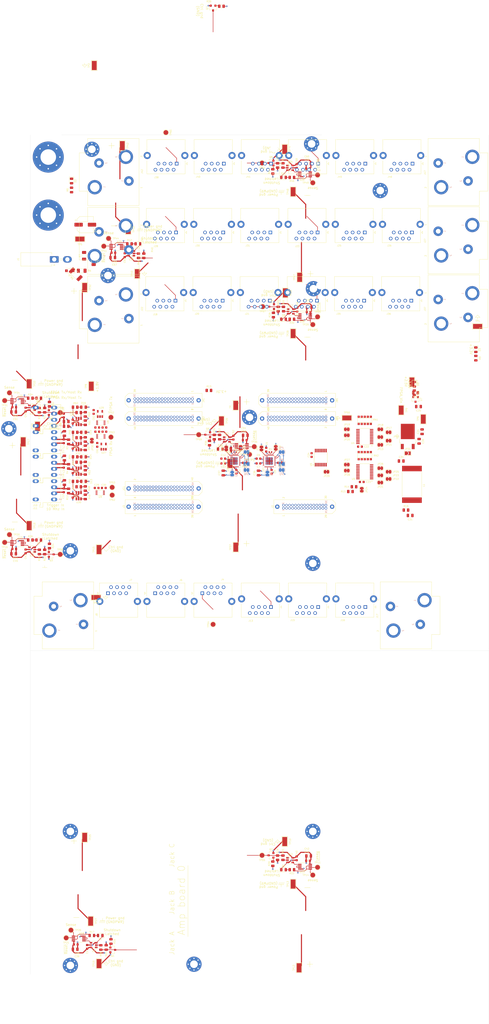
<source format=kicad_pcb>
(kicad_pcb (version 20171130) (host pcbnew "(5.1.9)-1")
  (title_block (title "64-channel Shim Amplifier: Backplane") (rev D1) (company "Martinos Center @ MGH") (comment 1 "Don Straney"))
  (layers (0 F.Cu mixed) (1 In1.Cu signal) (2 In2.Cu power) (3 In3.Cu signal) (4 In4.Cu power) (31 B.Cu signal) (34 B.Paste user) (35 F.Paste user) (36 B.SilkS user) (37 F.SilkS user) (38 B.Mask user) (39 F.Mask user) (44 Edge.Cuts user))
  (net 0 "")
  (net 1 GND)
  (net 2 "Net-(D1-Pad2)")
  (net 3 "Net-(D1-Pad1)")
  (net 4 "Net-(D2-Pad2)")
  (net 5 "Net-(D3-Pad2)")
  (net 6 "Net-(D4-Pad2)")
  (net 7 "Net-(D5-Pad2)")
  (net 8 "Net-(D6-Pad2)")
  (net 9 "Net-(D7-Pad2)")
  (net 10 "Net-(D8-Pad2)")
  (net 11 "Net-(D9-Pad2)")
  (net 12 "Net-(D10-Pad2)")
  (net 13 "Net-(D11-Pad2)")
  (net 14 "Net-(F1-Pad2)")
  (net 15 +VDC)
  (net 16 GNDPWR)
  (net 17 "Net-(J1-Pad2)")
  (net 18 "Net-(U16-Pad2)")
  (net 19 "Net-(Q1-Pad1)")
  (net 20 "Net-(Q2-Pad1)")
  (net 21 "Net-(Q3-Pad1)")
  (net 22 "Net-(Q4-Pad1)")
  (net 23 "Net-(Q5-Pad1)")
  (net 24 "Net-(Q6-Pad1)")
  (net 25 "Net-(Q7-Pad1)")
  (net 26 "Net-(Q8-Pad1)")
  (net 27 "Net-(R66-Pad1)")
  (net 28 +2.5V)
  (net 29 +3V3)
  (net 30 VD)
  (net 31 "Net-(J2-Pad1)")
  (net 32 "Net-(J2-Pad2)")
  (net 33 "Net-(J2-Pad3)")
  (net 34 "Net-(J2-Pad4)")
  (net 35 "Net-(J2-Pad7)")
  (net 36 "Net-(J2-Pad8)")
  (net 37 "Net-(J2-Pad11)")
  (net 38 "Net-(J2-Pad12)")
  (net 39 "Net-(J2-Pad13)")
  (net 40 "Net-(J2-Pad14)")
  (net 41 "Net-(J2-Pad15)")
  (net 42 "Net-(J2-Pad16)")
  (net 43 "Net-(J2-Pad17)")
  (net 44 "Net-(J2-Pad18)")
  (net 45 "Net-(J2-Pad21)")
  (net 46 "Net-(J2-Pad22)")
  (net 47 "Net-(J2-Pad23)")
  (net 48 "Net-(J2-Pad24)")
  (net 49 "Net-(J2-Pad25)")
  (net 50 "Net-(J3-Pad40)")
  (net 51 "Net-(J3-Pad39)")
  (net 52 "Net-(J3-Pad32)")
  (net 53 "Net-(J3-Pad31)")
  (net 54 "Net-(J3-Pad30)")
  (net 55 "Net-(J3-Pad29)")
  (net 56 "Net-(J3-Pad26)")
  (net 57 "Net-(J3-Pad25)")
  (net 58 "Net-(J3-Pad24)")
  (net 59 "Net-(J3-Pad23)")
  (net 60 "Net-(J3-Pad4)")
  (net 61 "Net-(J3-Pad2)")
  (net 62 "Net-(J3-Pad1)")
  (net 63 /SDA0)
  (net 64 /~ADC_CS-0)
  (net 65 "/Amp board 0 interface/~Shutdown")
  (net 66 /~ADC_CS+0)
  (net 67 /ADC_MOSI+0)
  (net 68 /ADC_MOSI-0)
  (net 69 /SCL0)
  (net 70 /ADC_MISO-0)
  (net 71 /ADC_MISO+0)
  (net 72 /SCKO+0)
  (net 73 /SCKO-0)
  (net 74 /DAC_MISO+0)
  (net 75 /DAC_MISO-0)
  (net 76 /DAC_MOSI-0)
  (net 77 /DAC_MOSI+0)
  (net 78 /SCKI-0)
  (net 79 /SCKI+0)
  (net 80 /~DAC_CS-0)
  (net 81 /~DAC_CS+0)
  (net 82 /~LDAC+0)
  (net 83 /~LDAC-0)
  (net 84 "Net-(J6-Pad6)")
  (net 85 "Net-(J6-Pad3)")
  (net 86 /SDA1)
  (net 87 /~ADC_CS-1)
  (net 88 "/Amp board 1 interface/~Shutdown")
  (net 89 /~ADC_CS+1)
  (net 90 /ADC_MOSI+1)
  (net 91 /ADC_MOSI-1)
  (net 92 /SCL1)
  (net 93 /ADC_MISO-1)
  (net 94 /ADC_MISO+1)
  (net 95 /SCKO+1)
  (net 96 /SCKO-1)
  (net 97 /DAC_MISO+1)
  (net 98 /DAC_MISO-1)
  (net 99 /DAC_MOSI-1)
  (net 100 /DAC_MOSI+1)
  (net 101 /SCKI-1)
  (net 102 /SCKI+1)
  (net 103 /~DAC_CS-1)
  (net 104 /~DAC_CS+1)
  (net 105 /~LDAC+1)
  (net 106 /~LDAC-1)
  (net 107 /SDA2)
  (net 108 /~ADC_CS-2)
  (net 109 "/Amp board 2 interface/~Shutdown")
  (net 110 /~ADC_CS+2)
  (net 111 /ADC_MOSI+2)
  (net 112 /ADC_MOSI-2)
  (net 113 /SCL2)
  (net 114 /ADC_MISO-2)
  (net 115 /ADC_MISO+2)
  (net 116 /SCKO+2)
  (net 117 /SCKO-2)
  (net 118 /DAC_MISO+2)
  (net 119 /DAC_MISO-2)
  (net 120 /DAC_MOSI-2)
  (net 121 /DAC_MOSI+2)
  (net 122 /SCKI-2)
  (net 123 /SCKI+2)
  (net 124 /~DAC_CS-2)
  (net 125 /~DAC_CS+2)
  (net 126 /~LDAC+2)
  (net 127 /~LDAC-2)
  (net 128 /SDA3)
  (net 129 /~ADC_CS-3)
  (net 130 "/Amp board 3 interface/~Shutdown")
  (net 131 /~ADC_CS+3)
  (net 132 /ADC_MOSI+3)
  (net 133 /ADC_MOSI-3)
  (net 134 /SCL3)
  (net 135 /ADC_MISO-3)
  (net 136 /ADC_MISO+3)
  (net 137 /SCKO+3)
  (net 138 /SCKO-3)
  (net 139 /DAC_MISO+3)
  (net 140 /DAC_MISO-3)
  (net 141 /DAC_MOSI-3)
  (net 142 /DAC_MOSI+3)
  (net 143 /SCKI-3)
  (net 144 /SCKI+3)
  (net 145 /~DAC_CS-3)
  (net 146 /~DAC_CS+3)
  (net 147 /~LDAC+3)
  (net 148 /~LDAC-3)
  (net 149 /SDA4)
  (net 150 /~ADC_CS-4)
  (net 151 "/Amp board 4 interface/~Shutdown")
  (net 152 /~ADC_CS+4)
  (net 153 /ADC_MOSI+4)
  (net 154 /ADC_MOSI-4)
  (net 155 /SCL4)
  (net 156 /ADC_MISO-4)
  (net 157 /ADC_MISO+4)
  (net 158 /SCKO+4)
  (net 159 /SCKO-4)
  (net 160 /DAC_MISO+4)
  (net 161 /DAC_MISO-4)
  (net 162 /DAC_MOSI-4)
  (net 163 /DAC_MOSI+4)
  (net 164 /SCKI-4)
  (net 165 /SCKI+4)
  (net 166 /~DAC_CS-4)
  (net 167 /~DAC_CS+4)
  (net 168 /~LDAC+4)
  (net 169 /~LDAC-4)
  (net 170 /SDA5)
  (net 171 /~ADC_CS-5)
  (net 172 "/Amp board 5 interface/~Shutdown")
  (net 173 /~ADC_CS+5)
  (net 174 /ADC_MOSI+5)
  (net 175 /ADC_MOSI-5)
  (net 176 /SCL5)
  (net 177 /ADC_MISO-5)
  (net 178 /ADC_MISO+5)
  (net 179 /SCKO+5)
  (net 180 /SCKO-5)
  (net 181 /DAC_MISO+5)
  (net 182 /DAC_MISO-5)
  (net 183 /DAC_MOSI-5)
  (net 184 /DAC_MOSI+5)
  (net 185 /SCKI-5)
  (net 186 /SCKI+5)
  (net 187 /~DAC_CS-5)
  (net 188 /~DAC_CS+5)
  (net 189 /~LDAC+5)
  (net 190 /~LDAC-5)
  (net 191 /SDA6)
  (net 192 /~ADC_CS-6)
  (net 193 "/Amp board 6 interface/~Shutdown")
  (net 194 /~ADC_CS+6)
  (net 195 /ADC_MOSI+6)
  (net 196 /ADC_MOSI-6)
  (net 197 /SCL6)
  (net 198 /ADC_MISO-6)
  (net 199 /ADC_MISO+6)
  (net 200 /SCKO+6)
  (net 201 /SCKO-6)
  (net 202 /DAC_MISO+6)
  (net 203 /DAC_MISO-6)
  (net 204 /DAC_MOSI-6)
  (net 205 /DAC_MOSI+6)
  (net 206 /SCKI-6)
  (net 207 /SCKI+6)
  (net 208 /~DAC_CS-6)
  (net 209 /~DAC_CS+6)
  (net 210 /~LDAC+6)
  (net 211 /~LDAC-6)
  (net 212 /SDA7)
  (net 213 /~ADC_CS-7)
  (net 214 "/Amp board 7 interface/~Shutdown")
  (net 215 /~ADC_CS+7)
  (net 216 /ADC_MOSI+7)
  (net 217 /ADC_MOSI-7)
  (net 218 /SCL7)
  (net 219 /ADC_MISO-7)
  (net 220 /ADC_MISO+7)
  (net 221 /SCKO+7)
  (net 222 /SCKO-7)
  (net 223 /DAC_MISO+7)
  (net 224 /DAC_MISO-7)
  (net 225 /DAC_MOSI-7)
  (net 226 /DAC_MOSI+7)
  (net 227 /SCKI-7)
  (net 228 /SCKI+7)
  (net 229 /~DAC_CS-7)
  (net 230 /~DAC_CS+7)
  (net 231 /~LDAC+7)
  (net 232 /~LDAC-7)
  (net 233 "Net-(JA1-Pad40)")
  (net 234 "Net-(JA1-Pad39)")
  (net 235 "Net-(JA1-Pad2)")
  (net 236 "Net-(JA1-Pad1)")
  (net 237 "Net-(JA2-Pad40)")
  (net 238 "Net-(JA2-Pad39)")
  (net 239 "Net-(JA2-Pad2)")
  (net 240 "Net-(JA2-Pad1)")
  (net 241 "Net-(JB1-Pad40)")
  (net 242 "Net-(JB1-Pad39)")
  (net 243 "Net-(JB1-Pad2)")
  (net 244 "Net-(JB1-Pad1)")
  (net 245 "Net-(JB2-Pad40)")
  (net 246 "Net-(JB2-Pad39)")
  (net 247 "Net-(JB2-Pad2)")
  (net 248 "Net-(JB2-Pad1)")
  (net 249 "Net-(JC1-Pad40)")
  (net 250 "Net-(JC1-Pad39)")
  (net 251 "Net-(JC1-Pad2)")
  (net 252 "Net-(JC1-Pad1)")
  (net 253 "Net-(JP1-Pad2)")
  (net 254 "Net-(JP3-Pad2)")
  (net 255 "Net-(JP4-Pad2)")
  (net 256 "Net-(JP5-Pad2)")
  (net 257 "Net-(JP6-Pad2)")
  (net 258 "Net-(JP7-Pad2)")
  (net 259 "Net-(JP9-Pad2)")
  (net 260 "Net-(JP10-Pad2)")
  (net 261 "Net-(JP11-Pad2)")
  (net 262 "Net-(JP12-Pad2)")
  (net 263 "/FPGA Board, Signal Distribution/SCKI+")
  (net 264 "/FPGA Board, Signal Distribution/SCKI-")
  (net 265 "/FPGA Board, Signal Distribution/~LDAC+")
  (net 266 "/FPGA Board, Signal Distribution/~LDAC-")
  (net 267 /Shutdown_Force)
  (net 268 /Shutdown_Sense1)
  (net 269 /Shutdown_Sense2)
  (net 270 /Shutdown_Sense0)
  (net 271 /Shutdown_Sense3)
  (net 272 /Shutdown_Sense4)
  (net 273 /Shutdown_Sense5)
  (net 274 /Shutdown_Sense6)
  (net 275 /Shutdown_Sense7)
  (net 276 "Net-(U1-Pad4)")
  (net 277 "Net-(U2-Pad1)")
  (net 278 "Net-(U2-Pad30)")
  (net 279 "Net-(U3-Pad1)")
  (net 280 "/FPGA Board, Signal Distribution/LDAC+0")
  (net 281 "/FPGA Board, Signal Distribution/LDAC-0")
  (net 282 "/FPGA Board, Signal Distribution/LDAC+1")
  (net 283 "/FPGA Board, Signal Distribution/LDAC-1")
  (net 284 "/FPGA Board, Signal Distribution/LDAC+2")
  (net 285 "/FPGA Board, Signal Distribution/LDAC-2")
  (net 286 "/FPGA Board, Signal Distribution/LDAC+3")
  (net 287 "/FPGA Board, Signal Distribution/LDAC-3")
  (net 288 "/FPGA Board, Signal Distribution/LDAC+4")
  (net 289 "/FPGA Board, Signal Distribution/LDAC-4")
  (net 290 "/FPGA Board, Signal Distribution/LDAC+5")
  (net 291 "/FPGA Board, Signal Distribution/LDAC-5")
  (net 292 "/FPGA Board, Signal Distribution/LDAC+6")
  (net 293 "/FPGA Board, Signal Distribution/LDAC-6")
  (net 294 "/FPGA Board, Signal Distribution/LDAC+7")
  (net 295 "/FPGA Board, Signal Distribution/LDAC-7")
  (net 296 "Net-(U3-Pad30)")
  (net 297 "Net-(U12-Pad4)")
  (net 298 "Net-(U13-Pad2)")
  (net 299 "Net-(U14-Pad4)")
  (net 300 "Net-(U15-Pad2)")
  (net 301 "Net-(U17-Pad4)")
  (net 302 "Net-(U18-Pad2)")
  (net 303 "Net-(C16-Pad2)")
  (net 304 "Net-(C17-Pad2)")
  (net 305 "Net-(C10-Pad1)")
  (net 306 "Net-(C19-Pad2)")
  (net 307 "Net-(C22-Pad1)")
  (net 308 +1.8V)
  (net 309 "Net-(C34-Pad2)")
  (net 310 "/FPGA Board, Signal Distribution/FPGA_Vin")
  (net 311 "Net-(D12-Pad2)")
  (net 312 "Net-(D13-Pad2)")
  (net 313 "/FPGA Board, Signal Distribution/~FPGA_Rst_1.8")
  (net 314 "/FPGA Board, Signal Distribution/SCL")
  (net 315 "/FPGA Board, Signal Distribution/UART_Rx_FPGA_1.8")
  (net 316 "/FPGA Board, Signal Distribution/SDA")
  (net 317 "/FPGA Board, Signal Distribution/UART_Tx_FPGA_1.8")
  (net 318 "/FPGA Board, Signal Distribution/UART_Rx_FPGA")
  (net 319 "Net-(J9-Pad4)")
  (net 320 "Net-(J10-Pad4)")
  (net 321 "/FPGA Board, Signal Distribution/10Mhz")
  (net 322 "Net-(J11-Pad4)")
  (net 323 "Net-(J12-Pad2)")
  (net 324 "/FPGA Board, Signal Distribution/UART_Tx_FPGA")
  (net 325 "Net-(J15-Pad6)")
  (net 326 "Net-(J15-Pad3)")
  (net 327 "Net-(J20-Pad6)")
  (net 328 "Net-(J20-Pad3)")
  (net 329 "Net-(J25-Pad6)")
  (net 330 "Net-(J25-Pad3)")
  (net 331 "Net-(J30-Pad6)")
  (net 332 "Net-(J30-Pad3)")
  (net 333 "Net-(J35-Pad6)")
  (net 334 "Net-(J35-Pad3)")
  (net 335 "Net-(J40-Pad6)")
  (net 336 "Net-(J40-Pad3)")
  (net 337 "Net-(J45-Pad6)")
  (net 338 "Net-(J45-Pad3)")
  (net 339 "/FPGA Board, Signal Distribution/~DAC_CS-7")
  (net 340 "/FPGA Board, Signal Distribution/~DAC_CS+7")
  (net 341 "/FPGA Board, Signal Distribution/~DAC_CS+5")
  (net 342 "/FPGA Board, Signal Distribution/~DAC_CS-5")
  (net 343 /~Shutdown_Reset)
  (net 344 "/FPGA Board, Signal Distribution/~DAC_CS-6")
  (net 345 "/FPGA Board, Signal Distribution/~DAC_CS+6")
  (net 346 "/FPGA Board, Signal Distribution/~DAC_CS-4")
  (net 347 "/FPGA Board, Signal Distribution/~DAC_CS+4")
  (net 348 "/FPGA Board, Signal Distribution/Shutdown_Sense")
  (net 349 "/FPGA Board, Signal Distribution/~DAC_CS+3")
  (net 350 "/FPGA Board, Signal Distribution/~DAC_CS-3")
  (net 351 "/FPGA Board, Signal Distribution/~DAC_CS+1")
  (net 352 "/FPGA Board, Signal Distribution/~DAC_CS-1")
  (net 353 "/FPGA Board, Signal Distribution/Shutdown_Sense_Sel1")
  (net 354 "/FPGA Board, Signal Distribution/10Mhz_2.5")
  (net 355 "/FPGA Board, Signal Distribution/Trigger_2.5")
  (net 356 "/FPGA Board, Signal Distribution/~DAC_CS-0")
  (net 357 "/FPGA Board, Signal Distribution/~DAC_CS+0")
  (net 358 "/FPGA Board, Signal Distribution/Shutdown_Sense_Sel0")
  (net 359 "/FPGA Board, Signal Distribution/~DAC_CS+2")
  (net 360 "/FPGA Board, Signal Distribution/~DAC_CS-2")
  (net 361 "/FPGA Board, Signal Distribution/Shutdown_Sense_Sel2")
  (net 362 "Net-(JP13-Pad2)")
  (net 363 "Net-(JP14-Pad2)")
  (net 364 "Net-(JP15-Pad2)")
  (net 365 "Net-(JP17-Pad1)")
  (net 366 "Net-(JP18-Pad1)")
  (net 367 "Net-(JP19-Pad1)")
  (net 368 "Net-(JP20-Pad1)")
  (net 369 "Net-(JP21-Pad2)")
  (net 370 "Net-(JP22-Pad2)")
  (net 371 "Net-(JP23-Pad2)")
  (net 372 "Net-(JP25-Pad1)")
  (net 373 "Net-(JP26-Pad1)")
  (net 374 "Net-(JP27-Pad1)")
  (net 375 "Net-(JP28-Pad1)")
  (net 376 "Net-(JP29-Pad2)")
  (net 377 "Net-(JP30-Pad2)")
  (net 378 "Net-(L1-Pad1)")
  (net 379 "Net-(R21-Pad1)")
  (net 380 "Net-(R25-Pad1)")
  (net 381 "Net-(R29-Pad1)")
  (net 382 "Net-(R33-Pad1)")
  (net 383 "Net-(R37-Pad1)")
  (net 384 "Net-(R41-Pad1)")
  (net 385 "Net-(R45-Pad1)")
  (net 386 "Net-(R51-Pad2)")
  (net 387 "Net-(U4-Pad17)")
  (net 388 "Net-(U5-Pad17)")
  (net 389 "Net-(U6-Pad6)")
  (net 390 "Net-(U10-Pad6)")
  (net 391 "Net-(U19-Pad4)")
  (net 392 "Net-(U20-Pad2)")
  (net 393 "Net-(U21-Pad4)")
  (net 394 "Net-(U22-Pad2)")
  (net 395 "Net-(U23-Pad4)")
  (net 396 "Net-(U24-Pad2)")
  (net 397 "Net-(U25-Pad4)")
  (net 398 "Net-(U26-Pad2)")
  (net 399 "/FPGA Board, Signal Distribution/RGMII_TX_CLK")
  (net 400 "/FPGA Board, Signal Distribution/RGMII_TXD2")
  (net 401 "/FPGA Board, Signal Distribution/RGMII_TXD0")
  (net 402 "/FPGA Board, Signal Distribution/RGMII_TXD1")
  (net 403 "/FPGA Board, Signal Distribution/RGMII_TXD3")
  (net 404 "/FPGA Board, Signal Distribution/RGMII_RXD0")
  (net 405 "/FPGA Board, Signal Distribution/RGMII_TX_CTL")
  (net 406 "/FPGA Board, Signal Distribution/RGMII_RX_CLK")
  (net 407 "/FPGA Board, Signal Distribution/RGMII_RXD1")
  (net 408 "/FPGA Board, Signal Distribution/RGMII_RX_CTL")
  (net 409 "/FPGA Board, Signal Distribution/RGMII_RXD2")
  (net 410 "/FPGA Board, Signal Distribution/RGMII_RXD3")
  (net 411 "/FPGA Board, Signal Distribution/Eth_Clk")
  (net 412 "/FPGA Board, Signal Distribution/~FPGA_Rst")
  (net 413 "Net-(D14-Pad2)")
  (net 414 "Net-(D15-Pad2)")
  (net 415 "Net-(D16-Pad2)")
  (net 416 "/Activitiy Indicator (Rx)/In")
  (net 417 "/Activity Indicator (Trigger)/In")
  (net 418 "/Activity Indicator (Tx)/In")
  (net 419 "Net-(R47-Pad2)")
  (net 420 "Net-(R49-Pad1)")
  (net 421 "Net-(R50-Pad1)")
  (net 422 "Net-(R53-Pad1)")
  (net 423 "Net-(R54-Pad1)")
  (net 424 "Net-(R55-Pad2)")
  (net 425 "Net-(R57-Pad1)")
  (net 426 "Net-(R58-Pad1)")
  (net 427 "Net-(R59-Pad2)")
  (net 428 "Net-(R61-Pad1)")
  (net 429 "Net-(R62-Pad1)")
  (module TestPoint:TestPoint_Pad_D2.0mm (layer F.Cu) (at 51.75 190)
    (fp_text reference TP63 (at 0.25 -1.998) (layer F.SilkS) (effects (font (size 0.7 0.7) (thickness 0.12))))
    (fp_text value TestPoint)
    (pad 1 smd circle (at 0 0) (size 2 2) (layers F.Cu F.Mask) (net 315 "/FPGA Board, Signal Distribution/UART_Rx_FPGA_1.8"))
  )
  (module TestPoint:TestPoint_Pad_D2.0mm (layer F.Cu) (at 52.25 214.25)
    (fp_text reference TP62 (at 0 2) (layer F.SilkS) (effects (font (size 0.7 0.7) (thickness 0.12))))
    (fp_text value TestPoint)
    (pad 1 smd circle (at 0 0) (size 2 2) (layers F.Cu F.Mask) (net 354 "/FPGA Board, Signal Distribution/10Mhz_2.5"))
  )
  (module TestPoint:TestPoint_Pad_D2.0mm (layer F.Cu) (at 52.25 211)
    (fp_text reference TP53 (at 0 -1.998) (layer F.SilkS) (effects (font (size 0.7 0.7) (thickness 0.12))))
    (fp_text value TestPoint)
    (pad 1 smd circle (at 0 0) (size 2 2) (layers F.Cu F.Mask) (net 355 "/FPGA Board, Signal Distribution/Trigger_2.5"))
  )
  (module TestPoint:TestPoint_Pad_D2.0mm (layer F.Cu) (at 51.75 181.75)
    (fp_text reference TP52 (at 0 -1.998) (layer F.SilkS) (effects (font (size 0.7 0.7) (thickness 0.12))))
    (fp_text value TestPoint)
    (pad 1 smd circle (at 0 0) (size 2 2) (layers F.Cu F.Mask) (net 317 "/FPGA Board, Signal Distribution/UART_Tx_FPGA_1.8"))
  )
  (module TestPoint:TestPoint_Keystone_5019_Minature (layer F.Cu) (at 45.5 257 180)
    (fp_text reference TP51 (at 0 -2.25) (layer F.SilkS) (effects (font (size 0.7 0.7) (thickness 0.12))))
    (fp_text value TestPoint_Flag)
    (pad 1 smd rect (at 0 0 180) (size 3.8 2) (layers F.Cu F.Paste F.Mask) (net 1 GND))
  )
  (module TestPoint:TestPoint_Keystone_5019_Minature (layer F.Cu) (at 150.5 182)
    (fp_text reference TP50 (at 0 -2.25) (layer F.SilkS) (effects (font (size 0.7 0.7) (thickness 0.12))))
    (fp_text value TestPoint_Flag)
    (pad 1 smd rect (at 0 0) (size 3.8 2) (layers F.Cu F.Paste F.Mask) (net 1 GND))
  )
  (module Martinos_std:TSOT-23-6 (layer F.Cu) (at 38.25 183.5 90)
    (fp_text reference U33 (at 3.25 -3.25 270) (layer F.SilkS) (effects (font (size 0.7 0.7) (thickness 0.12))))
    (fp_text value LTC6993xS6-2)
    (pad 1 smd rect (at -1.31 -0.95 90) (size 1.22 0.65) (layers F.Cu F.Paste F.Mask) (net 418 "/Activity Indicator (Tx)/In"))
    (pad 2 smd rect (at -1.31 0 90) (size 1.22 0.65) (layers F.Cu F.Paste F.Mask) (net 1 GND))
    (pad 3 smd rect (at -1.31 0.95 90) (size 1.22 0.65) (layers F.Cu F.Paste F.Mask) (net 428 "Net-(R61-Pad1)"))
    (pad 4 smd rect (at 1.31 0.95 90) (size 1.22 0.65) (layers F.Cu F.Paste F.Mask) (net 427 "Net-(R59-Pad2)"))
    (pad 5 smd rect (at 1.31 0 90) (size 1.22 0.65) (layers F.Cu F.Paste F.Mask) (net 29 +3V3))
    (pad 6 smd rect (at 1.31 -0.95 90) (size 1.22 0.65) (layers F.Cu F.Paste F.Mask) (net 429 "Net-(R62-Pad1)"))
  )
  (module Martinos_std:TSOT-23-6 (layer F.Cu) (at 38.25 194 90)
    (fp_text reference U32 (at -2.75 -0.25 180) (layer F.SilkS) (effects (font (size 0.7 0.7) (thickness 0.12))))
    (fp_text value LTC6993xS6-2)
    (pad 1 smd rect (at -1.31 -0.95 90) (size 1.22 0.65) (layers F.Cu F.Paste F.Mask) (net 416 "/Activitiy Indicator (Rx)/In"))
    (pad 2 smd rect (at -1.31 0 90) (size 1.22 0.65) (layers F.Cu F.Paste F.Mask) (net 1 GND))
    (pad 3 smd rect (at -1.31 0.95 90) (size 1.22 0.65) (layers F.Cu F.Paste F.Mask) (net 425 "Net-(R57-Pad1)"))
    (pad 4 smd rect (at 1.31 0.95 90) (size 1.22 0.65) (layers F.Cu F.Paste F.Mask) (net 424 "Net-(R55-Pad2)"))
    (pad 5 smd rect (at 1.31 0 90) (size 1.22 0.65) (layers F.Cu F.Paste F.Mask) (net 29 +3V3))
    (pad 6 smd rect (at 1.31 -0.95 90) (size 1.22 0.65) (layers F.Cu F.Paste F.Mask) (net 426 "Net-(R58-Pad1)"))
  )
  (module Martinos_std:TSOT-23-6 (layer F.Cu) (at 38.25 204.25 90)
    (fp_text reference U31 (at -2.75 -0.25) (layer F.SilkS) (effects (font (size 0.7 0.7) (thickness 0.12))))
    (fp_text value LTC6993xS6-2)
    (pad 1 smd rect (at -1.31 -0.95 90) (size 1.22 0.65) (layers F.Cu F.Paste F.Mask) (net 417 "/Activity Indicator (Trigger)/In"))
    (pad 2 smd rect (at -1.31 0 90) (size 1.22 0.65) (layers F.Cu F.Paste F.Mask) (net 1 GND))
    (pad 3 smd rect (at -1.31 0.95 90) (size 1.22 0.65) (layers F.Cu F.Paste F.Mask) (net 422 "Net-(R53-Pad1)"))
    (pad 4 smd rect (at 1.31 0.95 90) (size 1.22 0.65) (layers F.Cu F.Paste F.Mask) (net 386 "Net-(R51-Pad2)"))
    (pad 5 smd rect (at 1.31 0 90) (size 1.22 0.65) (layers F.Cu F.Paste F.Mask) (net 29 +3V3))
    (pad 6 smd rect (at 1.31 -0.95 90) (size 1.22 0.65) (layers F.Cu F.Paste F.Mask) (net 423 "Net-(R54-Pad1)"))
  )
  (module Martinos_std:TSOT-23-6 (layer F.Cu) (at 38.25 214.5 90)
    (fp_text reference U30 (at -2.75 0 180) (layer F.SilkS) (effects (font (size 0.7 0.7) (thickness 0.12))))
    (fp_text value LTC6993xS6-2)
    (pad 1 smd rect (at -1.31 -0.95 90) (size 1.22 0.65) (layers F.Cu F.Paste F.Mask) (net 321 "/FPGA Board, Signal Distribution/10Mhz"))
    (pad 2 smd rect (at -1.31 0 90) (size 1.22 0.65) (layers F.Cu F.Paste F.Mask) (net 1 GND))
    (pad 3 smd rect (at -1.31 0.95 90) (size 1.22 0.65) (layers F.Cu F.Paste F.Mask) (net 420 "Net-(R49-Pad1)"))
    (pad 4 smd rect (at 1.31 0.95 90) (size 1.22 0.65) (layers F.Cu F.Paste F.Mask) (net 419 "Net-(R47-Pad2)"))
    (pad 5 smd rect (at 1.31 0 90) (size 1.22 0.65) (layers F.Cu F.Paste F.Mask) (net 29 +3V3))
    (pad 6 smd rect (at 1.31 -0.95 90) (size 1.22 0.65) (layers F.Cu F.Paste F.Mask) (net 421 "Net-(R50-Pad1)"))
  )
  (module Martinos_std:SOT-23-5 (layer F.Cu) (at 47.17 180.34 90)
    (fp_text reference U29 (at 2.59 0.58 180) (layer F.SilkS) (effects (font (size 0.7 0.7) (thickness 0.12))))
    (fp_text value 74LVC1G14)
    (pad 5 smd rect (at 1.1 -0.95 90) (size 1.06 0.65) (layers F.Cu F.Paste F.Mask) (net 29 +3V3))
    (pad 4 smd rect (at 1.1 0.95 90) (size 1.06 0.65) (layers F.Cu F.Paste F.Mask) (net 418 "/Activity Indicator (Tx)/In"))
    (pad 3 smd rect (at -1.1 0.95 90) (size 1.06 0.65) (layers F.Cu F.Paste F.Mask) (net 1 GND))
    (pad 2 smd rect (at -1.1 0 90) (size 1.06 0.65) (layers F.Cu F.Paste F.Mask) (net 324 "/FPGA Board, Signal Distribution/UART_Tx_FPGA"))
    (pad 1 smd rect (at -1.1 -0.95 90) (size 1.06 0.65) (layers F.Cu F.Paste F.Mask))
  )
  (module Martinos_std:SOT-23-5 (layer F.Cu) (at 48.67 193.99 90)
    (fp_text reference U27 (at -2.51 0.08 180) (layer F.SilkS) (effects (font (size 0.7 0.7) (thickness 0.12))))
    (fp_text value 74LVC1G14)
    (pad 5 smd rect (at 1.1 -0.95 90) (size 1.06 0.65) (layers F.Cu F.Paste F.Mask) (net 29 +3V3))
    (pad 4 smd rect (at 1.1 0.95 90) (size 1.06 0.65) (layers F.Cu F.Paste F.Mask) (net 318 "/FPGA Board, Signal Distribution/UART_Rx_FPGA"))
    (pad 3 smd rect (at -1.1 0.95 90) (size 1.06 0.65) (layers F.Cu F.Paste F.Mask) (net 1 GND))
    (pad 2 smd rect (at -1.1 0 90) (size 1.06 0.65) (layers F.Cu F.Paste F.Mask) (net 416 "/Activitiy Indicator (Rx)/In"))
    (pad 1 smd rect (at -1.1 -0.95 90) (size 1.06 0.65) (layers F.Cu F.Paste F.Mask))
  )
  (module Resistor_SMD:R_0805_2012Metric (layer F.Cu) (at 36.75 177.5)
    (fp_text reference R62 (at 0.25 -1.65) (layer F.SilkS) (effects (font (size 0.7 0.7) (thickness 0.12))))
    (fp_text value 1K)
    (pad 2 smd roundrect (at 0.9125 0) (size 1.025 1.4) (layers F.Cu F.Paste F.Mask) (roundrect_rratio 0.243902) (net 415 "Net-(D16-Pad2)"))
    (pad 1 smd roundrect (at -0.9125 0) (size 1.025 1.4) (layers F.Cu F.Paste F.Mask) (roundrect_rratio 0.243902) (net 429 "Net-(R62-Pad1)"))
  )
  (module Resistor_SMD:R_0805_2012Metric (layer F.Cu) (at 41 184 90)
    (fp_text reference R61 (at 0 1.75 90) (layer F.SilkS) (effects (font (size 0.7 0.7) (thickness 0.12))))
    (fp_text value 180K)
    (pad 2 smd roundrect (at 0.9125 0 90) (size 1.025 1.4) (layers F.Cu F.Paste F.Mask) (roundrect_rratio 0.243902) (net 1 GND))
    (pad 1 smd roundrect (at -0.9125 0 90) (size 1.025 1.4) (layers F.Cu F.Paste F.Mask) (roundrect_rratio 0.243902) (net 428 "Net-(R61-Pad1)"))
  )
  (module Resistor_SMD:R_0805_2012Metric (layer F.Cu) (at 41 180.5 270)
    (fp_text reference R60 (at 0 -1.65 90) (layer F.SilkS) (effects (font (size 0.7 0.7) (thickness 0.12))))
    (fp_text value 6.81K)
    (pad 2 smd roundrect (at 0.9125 0 270) (size 1.025 1.4) (layers F.Cu F.Paste F.Mask) (roundrect_rratio 0.243902) (net 1 GND))
    (pad 1 smd roundrect (at -0.9125 0 270) (size 1.025 1.4) (layers F.Cu F.Paste F.Mask) (roundrect_rratio 0.243902) (net 427 "Net-(R59-Pad2)"))
  )
  (module Resistor_SMD:R_0805_2012Metric (layer F.Cu) (at 38.25 179.75)
    (fp_text reference R59 (at -2.25 0.25 90) (layer F.SilkS) (effects (font (size 0.7 0.7) (thickness 0.12))))
    (fp_text value 10K)
    (pad 2 smd roundrect (at 0.9125 0) (size 1.025 1.4) (layers F.Cu F.Paste F.Mask) (roundrect_rratio 0.243902) (net 427 "Net-(R59-Pad2)"))
    (pad 1 smd roundrect (at -0.9125 0) (size 1.025 1.4) (layers F.Cu F.Paste F.Mask) (roundrect_rratio 0.243902) (net 29 +3V3))
  )
  (module Resistor_SMD:R_0805_2012Metric (layer F.Cu) (at 36.75 188)
    (fp_text reference R58 (at -2.25 0 90) (layer F.SilkS) (effects (font (size 0.7 0.7) (thickness 0.12))))
    (fp_text value 1K)
    (pad 2 smd roundrect (at 0.9125 0) (size 1.025 1.4) (layers F.Cu F.Paste F.Mask) (roundrect_rratio 0.243902) (net 414 "Net-(D15-Pad2)"))
    (pad 1 smd roundrect (at -0.9125 0) (size 1.025 1.4) (layers F.Cu F.Paste F.Mask) (roundrect_rratio 0.243902) (net 426 "Net-(R58-Pad1)"))
  )
  (module Resistor_SMD:R_0805_2012Metric (layer F.Cu) (at 41 194.5 90)
    (fp_text reference R57 (at 0 1.5 90) (layer F.SilkS) (effects (font (size 0.7 0.7) (thickness 0.12))))
    (fp_text value 180K)
    (pad 2 smd roundrect (at 0.9125 0 90) (size 1.025 1.4) (layers F.Cu F.Paste F.Mask) (roundrect_rratio 0.243902) (net 1 GND))
    (pad 1 smd roundrect (at -0.9125 0 90) (size 1.025 1.4) (layers F.Cu F.Paste F.Mask) (roundrect_rratio 0.243902) (net 425 "Net-(R57-Pad1)"))
  )
  (module Resistor_SMD:R_0805_2012Metric (layer F.Cu) (at 41 191 270)
    (fp_text reference R56 hide)
    (fp_text value 6.81K)
    (pad 2 smd roundrect (at 0.9125 0 270) (size 1.025 1.4) (layers F.Cu F.Paste F.Mask) (roundrect_rratio 0.243902) (net 1 GND))
    (pad 1 smd roundrect (at -0.9125 0 270) (size 1.025 1.4) (layers F.Cu F.Paste F.Mask) (roundrect_rratio 0.243902) (net 424 "Net-(R55-Pad2)"))
  )
  (module Resistor_SMD:R_0805_2012Metric (layer F.Cu) (at 38.25 190.25)
    (fp_text reference R55 (at -2.25 0.25 90) (layer F.SilkS) (effects (font (size 0.7 0.7) (thickness 0.12))))
    (fp_text value 10K)
    (pad 2 smd roundrect (at 0.9125 0) (size 1.025 1.4) (layers F.Cu F.Paste F.Mask) (roundrect_rratio 0.243902) (net 424 "Net-(R55-Pad2)"))
    (pad 1 smd roundrect (at -0.9125 0) (size 1.025 1.4) (layers F.Cu F.Paste F.Mask) (roundrect_rratio 0.243902) (net 29 +3V3))
  )
  (module Resistor_SMD:R_0805_2012Metric (layer F.Cu) (at 36.75 198.25)
    (fp_text reference R54 (at -2.25 0 90) (layer F.SilkS) (effects (font (size 0.7 0.7) (thickness 0.12))))
    (fp_text value 1K)
    (pad 2 smd roundrect (at 0.9125 0) (size 1.025 1.4) (layers F.Cu F.Paste F.Mask) (roundrect_rratio 0.243902) (net 413 "Net-(D14-Pad2)"))
    (pad 1 smd roundrect (at -0.9125 0) (size 1.025 1.4) (layers F.Cu F.Paste F.Mask) (roundrect_rratio 0.243902) (net 423 "Net-(R54-Pad1)"))
  )
  (module Resistor_SMD:R_0805_2012Metric (layer F.Cu) (at 41 204.75 90)
    (fp_text reference R53 (at 0 1.75 90) (layer F.SilkS) (effects (font (size 0.7 0.7) (thickness 0.12))))
    (fp_text value 180K)
    (pad 2 smd roundrect (at 0.9125 0 90) (size 1.025 1.4) (layers F.Cu F.Paste F.Mask) (roundrect_rratio 0.243902) (net 1 GND))
    (pad 1 smd roundrect (at -0.9125 0 90) (size 1.025 1.4) (layers F.Cu F.Paste F.Mask) (roundrect_rratio 0.243902) (net 422 "Net-(R53-Pad1)"))
  )
  (module Resistor_SMD:R_0805_2012Metric (layer F.Cu) (at 41 201.25 270)
    (fp_text reference R52 (at 0 -1.65 90) (layer F.SilkS) (effects (font (size 0.7 0.7) (thickness 0.12))))
    (fp_text value 6.81K)
    (pad 2 smd roundrect (at 0.9125 0 270) (size 1.025 1.4) (layers F.Cu F.Paste F.Mask) (roundrect_rratio 0.243902) (net 1 GND))
    (pad 1 smd roundrect (at -0.9125 0 270) (size 1.025 1.4) (layers F.Cu F.Paste F.Mask) (roundrect_rratio 0.243902) (net 386 "Net-(R51-Pad2)"))
  )
  (module Resistor_SMD:R_0805_2012Metric (layer F.Cu) (at 38.25 200.5)
    (fp_text reference R51 (at -2.25 0.25 90) (layer F.SilkS) (effects (font (size 0.7 0.7) (thickness 0.12))))
    (fp_text value 10K)
    (pad 2 smd roundrect (at 0.9125 0) (size 1.025 1.4) (layers F.Cu F.Paste F.Mask) (roundrect_rratio 0.243902) (net 386 "Net-(R51-Pad2)"))
    (pad 1 smd roundrect (at -0.9125 0) (size 1.025 1.4) (layers F.Cu F.Paste F.Mask) (roundrect_rratio 0.243902) (net 29 +3V3))
  )
  (module Resistor_SMD:R_0805_2012Metric (layer F.Cu) (at 36.75 208.5)
    (fp_text reference R50 (at -2.25 0 90) (layer F.SilkS) (effects (font (size 0.7 0.7) (thickness 0.12))))
    (fp_text value 1K)
    (pad 2 smd roundrect (at 0.9125 0) (size 1.025 1.4) (layers F.Cu F.Paste F.Mask) (roundrect_rratio 0.243902) (net 312 "Net-(D13-Pad2)"))
    (pad 1 smd roundrect (at -0.9125 0) (size 1.025 1.4) (layers F.Cu F.Paste F.Mask) (roundrect_rratio 0.243902) (net 421 "Net-(R50-Pad1)"))
  )
  (module Resistor_SMD:R_0805_2012Metric (layer F.Cu) (at 41 215 90)
    (fp_text reference R49 (at 0 1.75 90) (layer F.SilkS) (effects (font (size 0.7 0.7) (thickness 0.12))))
    (fp_text value 180K)
    (pad 2 smd roundrect (at 0.9125 0 90) (size 1.025 1.4) (layers F.Cu F.Paste F.Mask) (roundrect_rratio 0.243902) (net 1 GND))
    (pad 1 smd roundrect (at -0.9125 0 90) (size 1.025 1.4) (layers F.Cu F.Paste F.Mask) (roundrect_rratio 0.243902) (net 420 "Net-(R49-Pad1)"))
  )
  (module Resistor_SMD:R_0805_2012Metric (layer F.Cu) (at 41 211.5 270)
    (fp_text reference R48 (at 0 -1.65 90) (layer F.SilkS) (effects (font (size 0.7 0.7) (thickness 0.12))))
    (fp_text value 6.81K)
    (pad 2 smd roundrect (at 0.9125 0 270) (size 1.025 1.4) (layers F.Cu F.Paste F.Mask) (roundrect_rratio 0.243902) (net 1 GND))
    (pad 1 smd roundrect (at -0.9125 0 270) (size 1.025 1.4) (layers F.Cu F.Paste F.Mask) (roundrect_rratio 0.243902) (net 419 "Net-(R47-Pad2)"))
  )
  (module Resistor_SMD:R_0805_2012Metric (layer F.Cu) (at 38.25 210.75)
    (fp_text reference R47 (at -2.25 0.25 90) (layer F.SilkS) (effects (font (size 0.7 0.7) (thickness 0.12))))
    (fp_text value 10K)
    (pad 2 smd roundrect (at 0.9125 0) (size 1.025 1.4) (layers F.Cu F.Paste F.Mask) (roundrect_rratio 0.243902) (net 419 "Net-(R47-Pad2)"))
    (pad 1 smd roundrect (at -0.9125 0) (size 1.025 1.4) (layers F.Cu F.Paste F.Mask) (roundrect_rratio 0.243902) (net 29 +3V3))
  )
  (module LED_SMD:LED_0805_2012Metric (layer F.Cu) (at 40.25 177.5 180)
    (fp_text reference D16 (at 0 1.75) (layer F.SilkS) (effects (font (size 0.7 0.7) (thickness 0.12))))
    (fp_text value Yellow)
    (pad 2 smd roundrect (at 0.9375 0 180) (size 0.975 1.4) (layers F.Cu F.Paste F.Mask) (net 415 "Net-(D16-Pad2)"))
    (pad 1 smd roundrect (at -0.9375 0 180) (size 0.975 1.4) (layers F.Cu F.Paste F.Mask) (net 1 GND))
  )
  (module LED_SMD:LED_0805_2012Metric (layer F.Cu) (at 40.25 188 180)
    (fp_text reference D15 (at -3 0 90) (layer F.SilkS) (effects (font (size 0.7 0.7) (thickness 0.12))))
    (fp_text value Yellow)
    (pad 2 smd roundrect (at 0.9375 0 180) (size 0.975 1.4) (layers F.Cu F.Paste F.Mask) (net 414 "Net-(D15-Pad2)"))
    (pad 1 smd roundrect (at -0.9375 0 180) (size 0.975 1.4) (layers F.Cu F.Paste F.Mask) (net 1 GND))
  )
  (module LED_SMD:LED_0805_2012Metric (layer F.Cu) (at 40.25 198.25 180)
    (fp_text reference D14 (at -3 0 90) (layer F.SilkS) (effects (font (size 0.7 0.7) (thickness 0.12))))
    (fp_text value Yellow)
    (pad 2 smd roundrect (at 0.9375 0 180) (size 0.975 1.4) (layers F.Cu F.Paste F.Mask) (net 413 "Net-(D14-Pad2)"))
    (pad 1 smd roundrect (at -0.9375 0 180) (size 0.975 1.4) (layers F.Cu F.Paste F.Mask) (net 1 GND))
  )
  (module LED_SMD:LED_0805_2012Metric (layer F.Cu) (at 40.25 208.5 180)
    (fp_text reference D13 (at -3.25 0 90) (layer F.SilkS) (effects (font (size 0.7 0.7) (thickness 0.12))))
    (fp_text value Yellow)
    (pad 2 smd roundrect (at 0.9375 0 180) (size 0.975 1.4) (layers F.Cu F.Paste F.Mask) (net 312 "Net-(D13-Pad2)"))
    (pad 1 smd roundrect (at -0.9375 0 180) (size 0.975 1.4) (layers F.Cu F.Paste F.Mask) (net 1 GND))
  )
  (module Capacitor_SMD:C_0603_1608Metric (layer F.Cu) (at 35.75 183.5 90)
    (fp_text reference C66 hide)
    (fp_text value "100nF 50V X7R")
    (pad 2 smd roundrect (at 0.775 0 90) (size 0.9 0.95) (layers F.Cu F.Paste F.Mask) (net 29 +3V3))
    (pad 1 smd roundrect (at -0.775 0 90) (size 0.9 0.95) (layers F.Cu F.Paste F.Mask) (net 1 GND))
  )
  (module Capacitor_SMD:C_0603_1608Metric (layer F.Cu) (at 35.75 194 90)
    (fp_text reference C65 hide)
    (fp_text value "100nF 50V X7R")
    (pad 2 smd roundrect (at 0.775 0 90) (size 0.9 0.95) (layers F.Cu F.Paste F.Mask) (net 29 +3V3))
    (pad 1 smd roundrect (at -0.775 0 90) (size 0.9 0.95) (layers F.Cu F.Paste F.Mask) (net 1 GND))
  )
  (module Capacitor_SMD:C_0603_1608Metric (layer F.Cu) (at 35.75 204.25 90)
    (fp_text reference C64 hide)
    (fp_text value "100nF 50V X7R")
    (pad 2 smd roundrect (at 0.775 0 90) (size 0.9 0.95) (layers F.Cu F.Paste F.Mask) (net 29 +3V3))
    (pad 1 smd roundrect (at -0.775 0 90) (size 0.9 0.95) (layers F.Cu F.Paste F.Mask) (net 1 GND))
  )
  (module Capacitor_SMD:C_0603_1608Metric (layer F.Cu) (at 35.75 214.5 90)
    (fp_text reference C63 hide)
    (fp_text value "100nF 50V X7R")
    (pad 2 smd roundrect (at 0.775 0 90) (size 0.9 0.95) (layers F.Cu F.Paste F.Mask) (net 29 +3V3))
    (pad 1 smd roundrect (at -0.775 0 90) (size 0.9 0.95) (layers F.Cu F.Paste F.Mask) (net 1 GND))
  )
  (module Capacitor_SMD:C_0603_1608Metric (layer F.Cu) (at 44.5 179.5 90)
    (fp_text reference C62 (at -2.5 0 90) (layer F.SilkS) (effects (font (size 0.7 0.7) (thickness 0.12))))
    (fp_text value "100nF 50V X7R")
    (pad 2 smd roundrect (at 0.775 0 90) (size 0.9 0.95) (layers F.Cu F.Paste F.Mask) (net 29 +3V3))
    (pad 1 smd roundrect (at -0.775 0 90) (size 0.9 0.95) (layers F.Cu F.Paste F.Mask) (net 1 GND))
  )
  (module Capacitor_SMD:C_0603_1608Metric (layer F.Cu) (at 46 193.25 90)
    (fp_text reference C61 (at -2.5 0 90) (layer F.SilkS) (effects (font (size 0.7 0.7) (thickness 0.12))))
    (fp_text value "100nF 50V X7R")
    (pad 2 smd roundrect (at 0.775 0 90) (size 0.9 0.95) (layers F.Cu F.Paste F.Mask) (net 29 +3V3))
    (pad 1 smd roundrect (at -0.775 0 90) (size 0.9 0.95) (layers F.Cu F.Paste F.Mask) (net 1 GND))
  )
  (module Martinos:Conn_Samtec_TFM-120-x1,3-x-D-WT (layer F.Cu) (at 73.805 211.465 90)
    (fp_text reference JC1 (at 0 -16.675 90) (layer F.SilkS) (effects (font (size 0.7 0.7) (thickness 0.12))))
    (fp_text value Conn_02x20_Odd_Even)
    (fp_text user 1 (at -3.75 -12 90) (layer F.SilkS) (effects (font (size 0.7 0.7))))
    (fp_text user 40 (at 4 12 270) (layer F.SilkS) (effects (font (size 0.7 0.7))))
    (fp_text user 39 (at -4 12.065 90) (layer F.SilkS) (effects (font (size 0.7 0.7))))
    (fp_text user 2 (at 3.75 -12 270) (layer F.SilkS) (effects (font (size 0.7 0.7))))
    (fp_text user 1 (at -1.5 -12.175 90) (layer B.SilkS) (effects (font (size 0.7 0.7) (thickness 0.12)) (justify mirror)))
    (fp_text user 2 (at 1.5 -12.175 90) (layer B.SilkS) (effects (font (size 0.7 0.7) (thickness 0.12)) (justify mirror)))
    (fp_text user 39 (at -2 12.175 90) (layer B.SilkS) (effects (font (size 0.7 0.7) (thickness 0.12)) (justify mirror)))
    (fp_text user 40 (at 2 12.175 90) (layer B.SilkS) (effects (font (size 0.7 0.7) (thickness 0.12)) (justify mirror)))
    (pad 40 thru_hole circle (at 0.635 12.065 90) (size 1.05 1.05) (drill 0.635) (layers *.Cu *.Mask) (net 249 "Net-(JC1-Pad40)"))
    (pad 39 thru_hole circle (at -0.635 12.065 90) (size 1.05 1.05) (drill 0.635) (layers *.Cu *.Mask) (net 250 "Net-(JC1-Pad39)"))
    (pad 38 thru_hole circle (at 0.635 10.795 90) (size 1.05 1.05) (drill 0.635) (layers *.Cu *.Mask) (net 160 /DAC_MISO+4))
    (pad 37 thru_hole circle (at -0.635 10.795 90) (size 1.05 1.05) (drill 0.635) (layers *.Cu *.Mask) (net 159 /SCKO-4))
    (pad 36 thru_hole circle (at 0.635 9.525 90) (size 1.05 1.05) (drill 0.635) (layers *.Cu *.Mask) (net 161 /DAC_MISO-4))
    (pad 35 thru_hole circle (at -0.635 9.525 90) (size 1.05 1.05) (drill 0.635) (layers *.Cu *.Mask) (net 158 /SCKO+4))
    (pad 34 thru_hole circle (at 0.635 8.255 90) (size 1.05 1.05) (drill 0.635) (layers *.Cu *.Mask) (net 1 GND))
    (pad 33 thru_hole circle (at -0.635 8.255 90) (size 1.05 1.05) (drill 0.635) (layers *.Cu *.Mask) (net 1 GND))
    (pad 32 thru_hole circle (at 0.635 6.985 90) (size 1.05 1.05) (drill 0.635) (layers *.Cu *.Mask) (net 157 /ADC_MISO+4))
    (pad 31 thru_hole circle (at -0.635 6.985 90) (size 1.05 1.05) (drill 0.635) (layers *.Cu *.Mask) (net 154 /ADC_MOSI-4))
    (pad "" thru_hole circle (at 0 -14.655 90) (size 1.84 1.84) (drill 0.84) (layers *.Cu *.Mask))
    (pad "" thru_hole circle (at 0 14.655 90) (size 1.84 1.84) (drill 0.84) (layers *.Cu *.Mask))
    (pad 1 thru_hole circle (at -0.635 -12.065 90) (size 1.05 1.05) (drill 0.635) (layers *.Cu *.Mask) (net 252 "Net-(JC1-Pad1)"))
    (pad 2 thru_hole circle (at 0.635 -12.065 90) (size 1.05 1.05) (drill 0.635) (layers *.Cu *.Mask) (net 251 "Net-(JC1-Pad2)"))
    (pad 3 thru_hole circle (at -0.635 -10.795 90) (size 1.05 1.05) (drill 0.635) (layers *.Cu *.Mask) (net 28 +2.5V))
    (pad 4 thru_hole circle (at 0.635 -10.795 90) (size 1.05 1.05) (drill 0.635) (layers *.Cu *.Mask) (net 361 "/FPGA Board, Signal Distribution/Shutdown_Sense_Sel2"))
    (pad 5 thru_hole circle (at -0.635 -9.525 90) (size 1.05 1.05) (drill 0.635) (layers *.Cu *.Mask) (net 110 /~ADC_CS+2))
    (pad 6 thru_hole circle (at 0.635 -9.525 90) (size 1.05 1.05) (drill 0.635) (layers *.Cu *.Mask) (net 117 /SCKO-2))
    (pad 7 thru_hole circle (at -0.635 -8.255 90) (size 1.05 1.05) (drill 0.635) (layers *.Cu *.Mask) (net 108 /~ADC_CS-2))
    (pad 8 thru_hole circle (at 0.635 -8.255 90) (size 1.05 1.05) (drill 0.635) (layers *.Cu *.Mask) (net 116 /SCKO+2))
    (pad 9 thru_hole circle (at -0.635 -6.985 90) (size 1.05 1.05) (drill 0.635) (layers *.Cu *.Mask) (net 1 GND))
    (pad 10 thru_hole circle (at 0.635 -6.985 90) (size 1.05 1.05) (drill 0.635) (layers *.Cu *.Mask) (net 1 GND))
    (pad 11 thru_hole circle (at -0.635 -5.715 90) (size 1.05 1.05) (drill 0.635) (layers *.Cu *.Mask) (net 111 /ADC_MOSI+2))
    (pad 12 thru_hole circle (at 0.635 -5.715 90) (size 1.05 1.05) (drill 0.635) (layers *.Cu *.Mask) (net 114 /ADC_MISO-2))
    (pad 13 thru_hole circle (at -0.635 -4.445 90) (size 1.05 1.05) (drill 0.635) (layers *.Cu *.Mask) (net 112 /ADC_MOSI-2))
    (pad 14 thru_hole circle (at 0.635 -4.445 90) (size 1.05 1.05) (drill 0.635) (layers *.Cu *.Mask) (net 115 /ADC_MISO+2))
    (pad 15 thru_hole circle (at -0.635 -3.175 90) (size 1.05 1.05) (drill 0.635) (layers *.Cu *.Mask) (net 1 GND))
    (pad 16 thru_hole circle (at 0.635 -3.175 90) (size 1.05 1.05) (drill 0.635) (layers *.Cu *.Mask) (net 1 GND))
    (pad 17 thru_hole circle (at -0.635 -1.905 90) (size 1.05 1.05) (drill 0.635) (layers *.Cu *.Mask) (net 118 /DAC_MISO+2))
    (pad 18 thru_hole circle (at 0.635 -1.905 90) (size 1.05 1.05) (drill 0.635) (layers *.Cu *.Mask) (net 360 "/FPGA Board, Signal Distribution/~DAC_CS-2"))
    (pad 19 thru_hole circle (at -0.635 -0.635 90) (size 1.05 1.05) (drill 0.635) (layers *.Cu *.Mask) (net 119 /DAC_MISO-2))
    (pad 20 thru_hole circle (at 0.635 -0.635 90) (size 1.05 1.05) (drill 0.635) (layers *.Cu *.Mask) (net 359 "/FPGA Board, Signal Distribution/~DAC_CS+2"))
    (pad 21 thru_hole circle (at -0.635 0.635 90) (size 1.05 1.05) (drill 0.635) (layers *.Cu *.Mask) (net 1 GND))
    (pad 22 thru_hole circle (at 0.635 0.635 90) (size 1.05 1.05) (drill 0.635) (layers *.Cu *.Mask) (net 1 GND))
    (pad 23 thru_hole circle (at -0.635 1.905 90) (size 1.05 1.05) (drill 0.635) (layers *.Cu *.Mask) (net 121 /DAC_MOSI+2))
    (pad 24 thru_hole circle (at 0.635 1.905 90) (size 1.05 1.05) (drill 0.635) (layers *.Cu *.Mask) (net 150 /~ADC_CS-4))
    (pad 25 thru_hole circle (at -0.635 3.175 90) (size 1.05 1.05) (drill 0.635) (layers *.Cu *.Mask) (net 120 /DAC_MOSI-2))
    (pad 26 thru_hole circle (at 0.635 3.175 90) (size 1.05 1.05) (drill 0.635) (layers *.Cu *.Mask) (net 152 /~ADC_CS+4))
    (pad 27 thru_hole circle (at -0.635 4.445 90) (size 1.05 1.05) (drill 0.635) (layers *.Cu *.Mask) (net 1 GND))
    (pad 28 thru_hole circle (at 0.635 4.445 90) (size 1.05 1.05) (drill 0.635) (layers *.Cu *.Mask) (net 1 GND))
    (pad 29 thru_hole circle (at -0.635 5.715 90) (size 1.05 1.05) (drill 0.635) (layers *.Cu *.Mask) (net 153 /ADC_MOSI+4))
    (pad 30 thru_hole circle (at 0.635 5.715 90) (size 1.05 1.05) (drill 0.635) (layers *.Cu *.Mask) (net 156 /ADC_MISO-4))
  )
  (module Martinos:Conn_Samtec_TFM-120-x1,3-x-D-WT (layer F.Cu) (at 129.685 182.255 270)
    (fp_text reference JB2 (at 0 -16.675 90) (layer F.SilkS) (effects (font (size 0.7 0.7) (thickness 0.12))))
    (fp_text value Conn_02x20_Odd_Even)
    (fp_text user 1 (at -3.75 -12 90) (layer F.SilkS) (effects (font (size 0.7 0.7))))
    (fp_text user 40 (at 4 12 270) (layer F.SilkS) (effects (font (size 0.7 0.7))))
    (fp_text user 39 (at -4 12.065 90) (layer F.SilkS) (effects (font (size 0.7 0.7))))
    (fp_text user 2 (at 3.75 -12 270) (layer F.SilkS) (effects (font (size 0.7 0.7))))
    (fp_text user 1 (at -1.5 -12.175 90) (layer B.SilkS) (effects (font (size 0.7 0.7) (thickness 0.12)) (justify mirror)))
    (fp_text user 2 (at 1.5 -12.175 90) (layer B.SilkS) (effects (font (size 0.7 0.7) (thickness 0.12)) (justify mirror)))
    (fp_text user 39 (at -2 12.175 90) (layer B.SilkS) (effects (font (size 0.7 0.7) (thickness 0.12)) (justify mirror)))
    (fp_text user 40 (at 2 12.175 90) (layer B.SilkS) (effects (font (size 0.7 0.7) (thickness 0.12)) (justify mirror)))
    (pad 40 thru_hole circle (at 0.635 12.065 270) (size 1.05 1.05) (drill 0.635) (layers *.Cu *.Mask) (net 245 "Net-(JB2-Pad40)"))
    (pad 39 thru_hole circle (at -0.635 12.065 270) (size 1.05 1.05) (drill 0.635) (layers *.Cu *.Mask) (net 246 "Net-(JB2-Pad39)"))
    (pad 38 thru_hole circle (at 0.635 10.795 270) (size 1.05 1.05) (drill 0.635) (layers *.Cu *.Mask) (net 354 "/FPGA Board, Signal Distribution/10Mhz_2.5"))
    (pad 37 thru_hole circle (at -0.635 10.795 270) (size 1.05 1.05) (drill 0.635) (layers *.Cu *.Mask) (net 73 /SCKO-0))
    (pad 36 thru_hole circle (at 0.635 9.525 270) (size 1.05 1.05) (drill 0.635) (layers *.Cu *.Mask) (net 355 "/FPGA Board, Signal Distribution/Trigger_2.5"))
    (pad 35 thru_hole circle (at -0.635 9.525 270) (size 1.05 1.05) (drill 0.635) (layers *.Cu *.Mask) (net 72 /SCKO+0))
    (pad 34 thru_hole circle (at 0.635 8.255 270) (size 1.05 1.05) (drill 0.635) (layers *.Cu *.Mask) (net 1 GND))
    (pad 33 thru_hole circle (at -0.635 8.255 270) (size 1.05 1.05) (drill 0.635) (layers *.Cu *.Mask) (net 1 GND))
    (pad 32 thru_hole circle (at 0.635 6.985 270) (size 1.05 1.05) (drill 0.635) (layers *.Cu *.Mask) (net 132 /ADC_MOSI+3))
    (pad 31 thru_hole circle (at -0.635 6.985 270) (size 1.05 1.05) (drill 0.635) (layers *.Cu *.Mask) (net 129 /~ADC_CS-3))
    (pad "" thru_hole circle (at 0 -14.655 270) (size 1.84 1.84) (drill 0.84) (layers *.Cu *.Mask))
    (pad "" thru_hole circle (at 0 14.655 270) (size 1.84 1.84) (drill 0.84) (layers *.Cu *.Mask))
    (pad 1 thru_hole circle (at -0.635 -12.065 270) (size 1.05 1.05) (drill 0.635) (layers *.Cu *.Mask) (net 248 "Net-(JB2-Pad1)"))
    (pad 2 thru_hole circle (at 0.635 -12.065 270) (size 1.05 1.05) (drill 0.635) (layers *.Cu *.Mask) (net 247 "Net-(JB2-Pad2)"))
    (pad 3 thru_hole circle (at -0.635 -10.795 270) (size 1.05 1.05) (drill 0.635) (layers *.Cu *.Mask) (net 28 +2.5V))
    (pad 4 thru_hole circle (at 0.635 -10.795 270) (size 1.05 1.05) (drill 0.635) (layers *.Cu *.Mask) (net 358 "/FPGA Board, Signal Distribution/Shutdown_Sense_Sel0"))
    (pad 5 thru_hole circle (at -0.635 -9.525 270) (size 1.05 1.05) (drill 0.635) (layers *.Cu *.Mask) (net 66 /~ADC_CS+0))
    (pad 6 thru_hole circle (at 0.635 -9.525 270) (size 1.05 1.05) (drill 0.635) (layers *.Cu *.Mask) (net 68 /ADC_MOSI-0))
    (pad 7 thru_hole circle (at -0.635 -8.255 270) (size 1.05 1.05) (drill 0.635) (layers *.Cu *.Mask) (net 64 /~ADC_CS-0))
    (pad 8 thru_hole circle (at 0.635 -8.255 270) (size 1.05 1.05) (drill 0.635) (layers *.Cu *.Mask) (net 67 /ADC_MOSI+0))
    (pad 9 thru_hole circle (at -0.635 -6.985 270) (size 1.05 1.05) (drill 0.635) (layers *.Cu *.Mask) (net 1 GND))
    (pad 10 thru_hole circle (at 0.635 -6.985 270) (size 1.05 1.05) (drill 0.635) (layers *.Cu *.Mask) (net 1 GND))
    (pad 11 thru_hole circle (at -0.635 -5.715 270) (size 1.05 1.05) (drill 0.635) (layers *.Cu *.Mask) (net 71 /ADC_MISO+0))
    (pad 12 thru_hole circle (at 0.635 -5.715 270) (size 1.05 1.05) (drill 0.635) (layers *.Cu *.Mask) (net 75 /DAC_MISO-0))
    (pad 13 thru_hole circle (at -0.635 -4.445 270) (size 1.05 1.05) (drill 0.635) (layers *.Cu *.Mask) (net 70 /ADC_MISO-0))
    (pad 14 thru_hole circle (at 0.635 -4.445 270) (size 1.05 1.05) (drill 0.635) (layers *.Cu *.Mask) (net 74 /DAC_MISO+0))
    (pad 15 thru_hole circle (at -0.635 -3.175 270) (size 1.05 1.05) (drill 0.635) (layers *.Cu *.Mask) (net 1 GND))
    (pad 16 thru_hole circle (at 0.635 -3.175 270) (size 1.05 1.05) (drill 0.635) (layers *.Cu *.Mask) (net 1 GND))
    (pad 17 thru_hole circle (at -0.635 -1.905 270) (size 1.05 1.05) (drill 0.635) (layers *.Cu *.Mask) (net 357 "/FPGA Board, Signal Distribution/~DAC_CS+0"))
    (pad 18 thru_hole circle (at 0.635 -1.905 270) (size 1.05 1.05) (drill 0.635) (layers *.Cu *.Mask) (net 76 /DAC_MOSI-0))
    (pad 19 thru_hole circle (at -0.635 -0.635 270) (size 1.05 1.05) (drill 0.635) (layers *.Cu *.Mask) (net 356 "/FPGA Board, Signal Distribution/~DAC_CS-0"))
    (pad 20 thru_hole circle (at 0.635 -0.635 270) (size 1.05 1.05) (drill 0.635) (layers *.Cu *.Mask) (net 77 /DAC_MOSI+0))
    (pad 21 thru_hole circle (at -0.635 0.635 270) (size 1.05 1.05) (drill 0.635) (layers *.Cu *.Mask) (net 1 GND))
    (pad 22 thru_hole circle (at 0.635 0.635 270) (size 1.05 1.05) (drill 0.635) (layers *.Cu *.Mask) (net 1 GND))
    (pad 23 thru_hole circle (at -0.635 1.905 270) (size 1.05 1.05) (drill 0.635) (layers *.Cu *.Mask) (net 265 "/FPGA Board, Signal Distribution/~LDAC+"))
    (pad 24 thru_hole circle (at 0.635 1.905 270) (size 1.05 1.05) (drill 0.635) (layers *.Cu *.Mask) (net 264 "/FPGA Board, Signal Distribution/SCKI-"))
    (pad 25 thru_hole circle (at -0.635 3.175 270) (size 1.05 1.05) (drill 0.635) (layers *.Cu *.Mask) (net 266 "/FPGA Board, Signal Distribution/~LDAC-"))
    (pad 26 thru_hole circle (at 0.635 3.175 270) (size 1.05 1.05) (drill 0.635) (layers *.Cu *.Mask) (net 263 "/FPGA Board, Signal Distribution/SCKI+"))
    (pad 27 thru_hole circle (at -0.635 4.445 270) (size 1.05 1.05) (drill 0.635) (layers *.Cu *.Mask) (net 1 GND))
    (pad 28 thru_hole circle (at 0.635 4.445 270) (size 1.05 1.05) (drill 0.635) (layers *.Cu *.Mask) (net 1 GND))
    (pad 29 thru_hole circle (at -0.635 5.715 270) (size 1.05 1.05) (drill 0.635) (layers *.Cu *.Mask) (net 131 /~ADC_CS+3))
    (pad 30 thru_hole circle (at 0.635 5.715 270) (size 1.05 1.05) (drill 0.635) (layers *.Cu *.Mask) (net 133 /ADC_MOSI-3))
  )
  (module Martinos:Conn_Samtec_TFM-120-x1,3-x-D-WT (layer F.Cu) (at 129.685 174.635 270)
    (fp_text reference JB1 (at 0 -16.675 90) (layer F.SilkS) (effects (font (size 0.7 0.7) (thickness 0.12))))
    (fp_text value Conn_02x20_Odd_Even)
    (fp_text user 1 (at -3.75 -12 90) (layer F.SilkS) (effects (font (size 0.7 0.7))))
    (fp_text user 40 (at 4 12 270) (layer F.SilkS) (effects (font (size 0.7 0.7))))
    (fp_text user 39 (at -4 12.065 90) (layer F.SilkS) (effects (font (size 0.7 0.7))))
    (fp_text user 2 (at 3.75 -12 270) (layer F.SilkS) (effects (font (size 0.7 0.7))))
    (fp_text user 1 (at -1.5 -12.175 90) (layer B.SilkS) (effects (font (size 0.7 0.7) (thickness 0.12)) (justify mirror)))
    (fp_text user 2 (at 1.5 -12.175 90) (layer B.SilkS) (effects (font (size 0.7 0.7) (thickness 0.12)) (justify mirror)))
    (fp_text user 39 (at -2 12.175 90) (layer B.SilkS) (effects (font (size 0.7 0.7) (thickness 0.12)) (justify mirror)))
    (fp_text user 40 (at 2 12.175 90) (layer B.SilkS) (effects (font (size 0.7 0.7) (thickness 0.12)) (justify mirror)))
    (pad 40 thru_hole circle (at 0.635 12.065 270) (size 1.05 1.05) (drill 0.635) (layers *.Cu *.Mask) (net 241 "Net-(JB1-Pad40)"))
    (pad 39 thru_hole circle (at -0.635 12.065 270) (size 1.05 1.05) (drill 0.635) (layers *.Cu *.Mask) (net 242 "Net-(JB1-Pad39)"))
    (pad 38 thru_hole circle (at 0.635 10.795 270) (size 1.05 1.05) (drill 0.635) (layers *.Cu *.Mask) (net 95 /SCKO+1))
    (pad 37 thru_hole circle (at -0.635 10.795 270) (size 1.05 1.05) (drill 0.635) (layers *.Cu *.Mask) (net 138 /SCKO-3))
    (pad 36 thru_hole circle (at 0.635 9.525 270) (size 1.05 1.05) (drill 0.635) (layers *.Cu *.Mask) (net 96 /SCKO-1))
    (pad 35 thru_hole circle (at -0.635 9.525 270) (size 1.05 1.05) (drill 0.635) (layers *.Cu *.Mask) (net 137 /SCKO+3))
    (pad 34 thru_hole circle (at 0.635 8.255 270) (size 1.05 1.05) (drill 0.635) (layers *.Cu *.Mask) (net 1 GND))
    (pad 33 thru_hole circle (at -0.635 8.255 270) (size 1.05 1.05) (drill 0.635) (layers *.Cu *.Mask) (net 1 GND))
    (pad 32 thru_hole circle (at 0.635 6.985 270) (size 1.05 1.05) (drill 0.635) (layers *.Cu *.Mask) (net 136 /ADC_MISO+3))
    (pad 31 thru_hole circle (at -0.635 6.985 270) (size 1.05 1.05) (drill 0.635) (layers *.Cu *.Mask) (net 140 /DAC_MISO-3))
    (pad "" thru_hole circle (at 0 -14.655 270) (size 1.84 1.84) (drill 0.84) (layers *.Cu *.Mask))
    (pad "" thru_hole circle (at 0 14.655 270) (size 1.84 1.84) (drill 0.84) (layers *.Cu *.Mask))
    (pad 1 thru_hole circle (at -0.635 -12.065 270) (size 1.05 1.05) (drill 0.635) (layers *.Cu *.Mask) (net 244 "Net-(JB1-Pad1)"))
    (pad 2 thru_hole circle (at 0.635 -12.065 270) (size 1.05 1.05) (drill 0.635) (layers *.Cu *.Mask) (net 243 "Net-(JB1-Pad2)"))
    (pad 3 thru_hole circle (at -0.635 -10.795 270) (size 1.05 1.05) (drill 0.635) (layers *.Cu *.Mask) (net 28 +2.5V))
    (pad 4 thru_hole circle (at 0.635 -10.795 270) (size 1.05 1.05) (drill 0.635) (layers *.Cu *.Mask) (net 353 "/FPGA Board, Signal Distribution/Shutdown_Sense_Sel1"))
    (pad 5 thru_hole circle (at -0.635 -9.525 270) (size 1.05 1.05) (drill 0.635) (layers *.Cu *.Mask) (net 100 /DAC_MOSI+1))
    (pad 6 thru_hole circle (at 0.635 -9.525 270) (size 1.05 1.05) (drill 0.635) (layers *.Cu *.Mask) (net 352 "/FPGA Board, Signal Distribution/~DAC_CS-1"))
    (pad 7 thru_hole circle (at -0.635 -8.255 270) (size 1.05 1.05) (drill 0.635) (layers *.Cu *.Mask) (net 99 /DAC_MOSI-1))
    (pad 8 thru_hole circle (at 0.635 -8.255 270) (size 1.05 1.05) (drill 0.635) (layers *.Cu *.Mask) (net 351 "/FPGA Board, Signal Distribution/~DAC_CS+1"))
    (pad 9 thru_hole circle (at -0.635 -6.985 270) (size 1.05 1.05) (drill 0.635) (layers *.Cu *.Mask) (net 1 GND))
    (pad 10 thru_hole circle (at 0.635 -6.985 270) (size 1.05 1.05) (drill 0.635) (layers *.Cu *.Mask) (net 1 GND))
    (pad 11 thru_hole circle (at -0.635 -5.715 270) (size 1.05 1.05) (drill 0.635) (layers *.Cu *.Mask) (net 97 /DAC_MISO+1))
    (pad 12 thru_hole circle (at 0.635 -5.715 270) (size 1.05 1.05) (drill 0.635) (layers *.Cu *.Mask) (net 93 /ADC_MISO-1))
    (pad 13 thru_hole circle (at -0.635 -4.445 270) (size 1.05 1.05) (drill 0.635) (layers *.Cu *.Mask) (net 98 /DAC_MISO-1))
    (pad 14 thru_hole circle (at 0.635 -4.445 270) (size 1.05 1.05) (drill 0.635) (layers *.Cu *.Mask) (net 94 /ADC_MISO+1))
    (pad 15 thru_hole circle (at -0.635 -3.175 270) (size 1.05 1.05) (drill 0.635) (layers *.Cu *.Mask) (net 1 GND))
    (pad 16 thru_hole circle (at 0.635 -3.175 270) (size 1.05 1.05) (drill 0.635) (layers *.Cu *.Mask) (net 1 GND))
    (pad 17 thru_hole circle (at -0.635 -1.905 270) (size 1.05 1.05) (drill 0.635) (layers *.Cu *.Mask) (net 90 /ADC_MOSI+1))
    (pad 18 thru_hole circle (at 0.635 -1.905 270) (size 1.05 1.05) (drill 0.635) (layers *.Cu *.Mask) (net 87 /~ADC_CS-1))
    (pad 19 thru_hole circle (at -0.635 -0.635 270) (size 1.05 1.05) (drill 0.635) (layers *.Cu *.Mask) (net 91 /ADC_MOSI-1))
    (pad 20 thru_hole circle (at 0.635 -0.635 270) (size 1.05 1.05) (drill 0.635) (layers *.Cu *.Mask) (net 89 /~ADC_CS+1))
    (pad 21 thru_hole circle (at -0.635 0.635 270) (size 1.05 1.05) (drill 0.635) (layers *.Cu *.Mask) (net 1 GND))
    (pad 22 thru_hole circle (at 0.635 0.635 270) (size 1.05 1.05) (drill 0.635) (layers *.Cu *.Mask) (net 1 GND))
    (pad 23 thru_hole circle (at -0.635 1.905 270) (size 1.05 1.05) (drill 0.635) (layers *.Cu *.Mask) (net 142 /DAC_MOSI+3))
    (pad 24 thru_hole circle (at 0.635 1.905 270) (size 1.05 1.05) (drill 0.635) (layers *.Cu *.Mask) (net 350 "/FPGA Board, Signal Distribution/~DAC_CS-3"))
    (pad 25 thru_hole circle (at -0.635 3.175 270) (size 1.05 1.05) (drill 0.635) (layers *.Cu *.Mask) (net 141 /DAC_MOSI-3))
    (pad 26 thru_hole circle (at 0.635 3.175 270) (size 1.05 1.05) (drill 0.635) (layers *.Cu *.Mask) (net 349 "/FPGA Board, Signal Distribution/~DAC_CS+3"))
    (pad 27 thru_hole circle (at -0.635 4.445 270) (size 1.05 1.05) (drill 0.635) (layers *.Cu *.Mask) (net 1 GND))
    (pad 28 thru_hole circle (at 0.635 4.445 270) (size 1.05 1.05) (drill 0.635) (layers *.Cu *.Mask) (net 1 GND))
    (pad 29 thru_hole circle (at -0.635 5.715 270) (size 1.05 1.05) (drill 0.635) (layers *.Cu *.Mask) (net 139 /DAC_MISO+3))
    (pad 30 thru_hole circle (at 0.635 5.715 270) (size 1.05 1.05) (drill 0.635) (layers *.Cu *.Mask) (net 135 /ADC_MISO-3))
  )
  (module Martinos:Conn_Samtec_TFM-120-x1,3-x-D-WT (layer F.Cu) (at 73.805 182.255 270)
    (fp_text reference JA2 (at 0 -16.675 90) (layer F.SilkS) (effects (font (size 0.7 0.7) (thickness 0.12))))
    (fp_text value Conn_02x20_Odd_Even)
    (fp_text user 1 (at -3.75 -12 90) (layer F.SilkS) (effects (font (size 0.7 0.7))))
    (fp_text user 40 (at 4 12 270) (layer F.SilkS) (effects (font (size 0.7 0.7))))
    (fp_text user 39 (at -4 12.065 90) (layer F.SilkS) (effects (font (size 0.7 0.7))))
    (fp_text user 2 (at 3.75 -12 270) (layer F.SilkS) (effects (font (size 0.7 0.7))))
    (fp_text user 1 (at -1.5 -12.175 90) (layer B.SilkS) (effects (font (size 0.7 0.7) (thickness 0.12)) (justify mirror)))
    (fp_text user 2 (at 1.5 -12.175 90) (layer B.SilkS) (effects (font (size 0.7 0.7) (thickness 0.12)) (justify mirror)))
    (fp_text user 39 (at -2 12.175 90) (layer B.SilkS) (effects (font (size 0.7 0.7) (thickness 0.12)) (justify mirror)))
    (fp_text user 40 (at 2 12.175 90) (layer B.SilkS) (effects (font (size 0.7 0.7) (thickness 0.12)) (justify mirror)))
    (pad 40 thru_hole circle (at 0.635 12.065 270) (size 1.05 1.05) (drill 0.635) (layers *.Cu *.Mask) (net 237 "Net-(JA2-Pad40)"))
    (pad 39 thru_hole circle (at -0.635 12.065 270) (size 1.05 1.05) (drill 0.635) (layers *.Cu *.Mask) (net 238 "Net-(JA2-Pad39)"))
    (pad 38 thru_hole circle (at 0.635 10.795 270) (size 1.05 1.05) (drill 0.635) (layers *.Cu *.Mask) (net 200 /SCKO+6))
    (pad 37 thru_hole circle (at -0.635 10.795 270) (size 1.05 1.05) (drill 0.635) (layers *.Cu *.Mask) (net 222 /SCKO-7))
    (pad 36 thru_hole circle (at 0.635 9.525 270) (size 1.05 1.05) (drill 0.635) (layers *.Cu *.Mask) (net 201 /SCKO-6))
    (pad 35 thru_hole circle (at -0.635 9.525 270) (size 1.05 1.05) (drill 0.635) (layers *.Cu *.Mask) (net 221 /SCKO+7))
    (pad 34 thru_hole circle (at 0.635 8.255 270) (size 1.05 1.05) (drill 0.635) (layers *.Cu *.Mask) (net 1 GND))
    (pad 33 thru_hole circle (at -0.635 8.255 270) (size 1.05 1.05) (drill 0.635) (layers *.Cu *.Mask) (net 1 GND))
    (pad 32 thru_hole circle (at 0.635 6.985 270) (size 1.05 1.05) (drill 0.635) (layers *.Cu *.Mask) (net 223 /DAC_MISO+7))
    (pad 31 thru_hole circle (at -0.635 6.985 270) (size 1.05 1.05) (drill 0.635) (layers *.Cu *.Mask) (net 219 /ADC_MISO-7))
    (pad "" thru_hole circle (at 0 -14.655 270) (size 1.84 1.84) (drill 0.84) (layers *.Cu *.Mask))
    (pad "" thru_hole circle (at 0 14.655 270) (size 1.84 1.84) (drill 0.84) (layers *.Cu *.Mask))
    (pad 1 thru_hole circle (at -0.635 -12.065 270) (size 1.05 1.05) (drill 0.635) (layers *.Cu *.Mask) (net 240 "Net-(JA2-Pad1)"))
    (pad 2 thru_hole circle (at 0.635 -12.065 270) (size 1.05 1.05) (drill 0.635) (layers *.Cu *.Mask) (net 239 "Net-(JA2-Pad2)"))
    (pad 3 thru_hole circle (at -0.635 -10.795 270) (size 1.05 1.05) (drill 0.635) (layers *.Cu *.Mask) (net 28 +2.5V))
    (pad 4 thru_hole circle (at 0.635 -10.795 270) (size 1.05 1.05) (drill 0.635) (layers *.Cu *.Mask) (net 348 "/FPGA Board, Signal Distribution/Shutdown_Sense"))
    (pad 5 thru_hole circle (at -0.635 -9.525 270) (size 1.05 1.05) (drill 0.635) (layers *.Cu *.Mask) (net 347 "/FPGA Board, Signal Distribution/~DAC_CS+4"))
    (pad 6 thru_hole circle (at 0.635 -9.525 270) (size 1.05 1.05) (drill 0.635) (layers *.Cu *.Mask) (net 162 /DAC_MOSI-4))
    (pad 7 thru_hole circle (at -0.635 -8.255 270) (size 1.05 1.05) (drill 0.635) (layers *.Cu *.Mask) (net 346 "/FPGA Board, Signal Distribution/~DAC_CS-4"))
    (pad 8 thru_hole circle (at 0.635 -8.255 270) (size 1.05 1.05) (drill 0.635) (layers *.Cu *.Mask) (net 163 /DAC_MOSI+4))
    (pad 9 thru_hole circle (at -0.635 -6.985 270) (size 1.05 1.05) (drill 0.635) (layers *.Cu *.Mask) (net 1 GND))
    (pad 10 thru_hole circle (at 0.635 -6.985 270) (size 1.05 1.05) (drill 0.635) (layers *.Cu *.Mask) (net 1 GND))
    (pad 11 thru_hole circle (at -0.635 -5.715 270) (size 1.05 1.05) (drill 0.635) (layers *.Cu *.Mask) (net 194 /~ADC_CS+6))
    (pad 12 thru_hole circle (at 0.635 -5.715 270) (size 1.05 1.05) (drill 0.635) (layers *.Cu *.Mask) (net 196 /ADC_MOSI-6))
    (pad 13 thru_hole circle (at -0.635 -4.445 270) (size 1.05 1.05) (drill 0.635) (layers *.Cu *.Mask) (net 192 /~ADC_CS-6))
    (pad 14 thru_hole circle (at 0.635 -4.445 270) (size 1.05 1.05) (drill 0.635) (layers *.Cu *.Mask) (net 195 /ADC_MOSI+6))
    (pad 15 thru_hole circle (at -0.635 -3.175 270) (size 1.05 1.05) (drill 0.635) (layers *.Cu *.Mask) (net 1 GND))
    (pad 16 thru_hole circle (at 0.635 -3.175 270) (size 1.05 1.05) (drill 0.635) (layers *.Cu *.Mask) (net 1 GND))
    (pad 17 thru_hole circle (at -0.635 -1.905 270) (size 1.05 1.05) (drill 0.635) (layers *.Cu *.Mask) (net 199 /ADC_MISO+6))
    (pad 18 thru_hole circle (at 0.635 -1.905 270) (size 1.05 1.05) (drill 0.635) (layers *.Cu *.Mask) (net 203 /DAC_MISO-6))
    (pad 19 thru_hole circle (at -0.635 -0.635 270) (size 1.05 1.05) (drill 0.635) (layers *.Cu *.Mask) (net 198 /ADC_MISO-6))
    (pad 20 thru_hole circle (at 0.635 -0.635 270) (size 1.05 1.05) (drill 0.635) (layers *.Cu *.Mask) (net 202 /DAC_MISO+6))
    (pad 21 thru_hole circle (at -0.635 0.635 270) (size 1.05 1.05) (drill 0.635) (layers *.Cu *.Mask) (net 1 GND))
    (pad 22 thru_hole circle (at 0.635 0.635 270) (size 1.05 1.05) (drill 0.635) (layers *.Cu *.Mask) (net 1 GND))
    (pad 23 thru_hole circle (at -0.635 1.905 270) (size 1.05 1.05) (drill 0.635) (layers *.Cu *.Mask) (net 345 "/FPGA Board, Signal Distribution/~DAC_CS+6"))
    (pad 24 thru_hole circle (at 0.635 1.905 270) (size 1.05 1.05) (drill 0.635) (layers *.Cu *.Mask) (net 204 /DAC_MOSI-6))
    (pad 25 thru_hole circle (at -0.635 3.175 270) (size 1.05 1.05) (drill 0.635) (layers *.Cu *.Mask) (net 344 "/FPGA Board, Signal Distribution/~DAC_CS-6"))
    (pad 26 thru_hole circle (at 0.635 3.175 270) (size 1.05 1.05) (drill 0.635) (layers *.Cu *.Mask) (net 205 /DAC_MOSI+6))
    (pad 27 thru_hole circle (at -0.635 4.445 270) (size 1.05 1.05) (drill 0.635) (layers *.Cu *.Mask) (net 1 GND))
    (pad 28 thru_hole circle (at 0.635 4.445 270) (size 1.05 1.05) (drill 0.635) (layers *.Cu *.Mask) (net 1 GND))
    (pad 29 thru_hole circle (at -0.635 5.715 270) (size 1.05 1.05) (drill 0.635) (layers *.Cu *.Mask) (net 220 /ADC_MISO+7))
    (pad 30 thru_hole circle (at 0.635 5.715 270) (size 1.05 1.05) (drill 0.635) (layers *.Cu *.Mask) (net 224 /DAC_MISO-7))
  )
  (module Martinos:Conn_Samtec_TFM-120-x1,3-x-D-WT (layer F.Cu) (at 73.805 174.635 270)
    (fp_text reference JA1 (at 0 -16.675 90) (layer F.SilkS) (effects (font (size 0.7 0.7) (thickness 0.12))))
    (fp_text value Conn_02x20_Odd_Even)
    (fp_text user 1 (at -3.75 -12 90) (layer F.SilkS) (effects (font (size 0.7 0.7))))
    (fp_text user 40 (at 4 12 270) (layer F.SilkS) (effects (font (size 0.7 0.7))))
    (fp_text user 39 (at -4 12.065 90) (layer F.SilkS) (effects (font (size 0.7 0.7))))
    (fp_text user 2 (at 3.75 -12 270) (layer F.SilkS) (effects (font (size 0.7 0.7))))
    (fp_text user 1 (at -1.5 -12.175 90) (layer B.SilkS) (effects (font (size 0.7 0.7) (thickness 0.12)) (justify mirror)))
    (fp_text user 2 (at 1.5 -12.175 90) (layer B.SilkS) (effects (font (size 0.7 0.7) (thickness 0.12)) (justify mirror)))
    (fp_text user 39 (at -2 12.175 90) (layer B.SilkS) (effects (font (size 0.7 0.7) (thickness 0.12)) (justify mirror)))
    (fp_text user 40 (at 2 12.175 90) (layer B.SilkS) (effects (font (size 0.7 0.7) (thickness 0.12)) (justify mirror)))
    (pad 40 thru_hole circle (at 0.635 12.065 270) (size 1.05 1.05) (drill 0.635) (layers *.Cu *.Mask) (net 233 "Net-(JA1-Pad40)"))
    (pad 39 thru_hole circle (at -0.635 12.065 270) (size 1.05 1.05) (drill 0.635) (layers *.Cu *.Mask) (net 234 "Net-(JA1-Pad39)"))
    (pad 38 thru_hole circle (at 0.635 10.795 270) (size 1.05 1.05) (drill 0.635) (layers *.Cu *.Mask) (net 179 /SCKO+5))
    (pad 37 thru_hole circle (at -0.635 10.795 270) (size 1.05 1.05) (drill 0.635) (layers *.Cu *.Mask) (net 213 /~ADC_CS-7))
    (pad 36 thru_hole circle (at 0.635 9.525 270) (size 1.05 1.05) (drill 0.635) (layers *.Cu *.Mask) (net 180 /SCKO-5))
    (pad 35 thru_hole circle (at -0.635 9.525 270) (size 1.05 1.05) (drill 0.635) (layers *.Cu *.Mask) (net 215 /~ADC_CS+7))
    (pad 34 thru_hole circle (at 0.635 8.255 270) (size 1.05 1.05) (drill 0.635) (layers *.Cu *.Mask) (net 1 GND))
    (pad 33 thru_hole circle (at -0.635 8.255 270) (size 1.05 1.05) (drill 0.635) (layers *.Cu *.Mask) (net 1 GND))
    (pad 32 thru_hole circle (at 0.635 6.985 270) (size 1.05 1.05) (drill 0.635) (layers *.Cu *.Mask) (net 216 /ADC_MOSI+7))
    (pad 31 thru_hole circle (at -0.635 6.985 270) (size 1.05 1.05) (drill 0.635) (layers *.Cu *.Mask) (net 339 "/FPGA Board, Signal Distribution/~DAC_CS-7"))
    (pad "" thru_hole circle (at 0 -14.655 270) (size 1.84 1.84) (drill 0.84) (layers *.Cu *.Mask))
    (pad "" thru_hole circle (at 0 14.655 270) (size 1.84 1.84) (drill 0.84) (layers *.Cu *.Mask))
    (pad 1 thru_hole circle (at -0.635 -12.065 270) (size 1.05 1.05) (drill 0.635) (layers *.Cu *.Mask) (net 236 "Net-(JA1-Pad1)"))
    (pad 2 thru_hole circle (at 0.635 -12.065 270) (size 1.05 1.05) (drill 0.635) (layers *.Cu *.Mask) (net 235 "Net-(JA1-Pad2)"))
    (pad 3 thru_hole circle (at -0.635 -10.795 270) (size 1.05 1.05) (drill 0.635) (layers *.Cu *.Mask) (net 28 +2.5V))
    (pad 4 thru_hole circle (at 0.635 -10.795 270) (size 1.05 1.05) (drill 0.635) (layers *.Cu *.Mask) (net 343 /~Shutdown_Reset))
    (pad 5 thru_hole circle (at -0.635 -9.525 270) (size 1.05 1.05) (drill 0.635) (layers *.Cu *.Mask) (net 184 /DAC_MOSI+5))
    (pad 6 thru_hole circle (at 0.635 -9.525 270) (size 1.05 1.05) (drill 0.635) (layers *.Cu *.Mask) (net 342 "/FPGA Board, Signal Distribution/~DAC_CS-5"))
    (pad 7 thru_hole circle (at -0.635 -8.255 270) (size 1.05 1.05) (drill 0.635) (layers *.Cu *.Mask) (net 183 /DAC_MOSI-5))
    (pad 8 thru_hole circle (at 0.635 -8.255 270) (size 1.05 1.05) (drill 0.635) (layers *.Cu *.Mask) (net 341 "/FPGA Board, Signal Distribution/~DAC_CS+5"))
    (pad 9 thru_hole circle (at -0.635 -6.985 270) (size 1.05 1.05) (drill 0.635) (layers *.Cu *.Mask) (net 1 GND))
    (pad 10 thru_hole circle (at 0.635 -6.985 270) (size 1.05 1.05) (drill 0.635) (layers *.Cu *.Mask) (net 1 GND))
    (pad 11 thru_hole circle (at -0.635 -5.715 270) (size 1.05 1.05) (drill 0.635) (layers *.Cu *.Mask) (net 181 /DAC_MISO+5))
    (pad 12 thru_hole circle (at 0.635 -5.715 270) (size 1.05 1.05) (drill 0.635) (layers *.Cu *.Mask) (net 177 /ADC_MISO-5))
    (pad 13 thru_hole circle (at -0.635 -4.445 270) (size 1.05 1.05) (drill 0.635) (layers *.Cu *.Mask) (net 182 /DAC_MISO-5))
    (pad 14 thru_hole circle (at 0.635 -4.445 270) (size 1.05 1.05) (drill 0.635) (layers *.Cu *.Mask) (net 178 /ADC_MISO+5))
    (pad 15 thru_hole circle (at -0.635 -3.175 270) (size 1.05 1.05) (drill 0.635) (layers *.Cu *.Mask) (net 1 GND))
    (pad 16 thru_hole circle (at 0.635 -3.175 270) (size 1.05 1.05) (drill 0.635) (layers *.Cu *.Mask) (net 1 GND))
    (pad 17 thru_hole circle (at -0.635 -1.905 270) (size 1.05 1.05) (drill 0.635) (layers *.Cu *.Mask) (net 174 /ADC_MOSI+5))
    (pad 18 thru_hole circle (at 0.635 -1.905 270) (size 1.05 1.05) (drill 0.635) (layers *.Cu *.Mask) (net 171 /~ADC_CS-5))
    (pad 19 thru_hole circle (at -0.635 -0.635 270) (size 1.05 1.05) (drill 0.635) (layers *.Cu *.Mask) (net 175 /ADC_MOSI-5))
    (pad 20 thru_hole circle (at 0.635 -0.635 270) (size 1.05 1.05) (drill 0.635) (layers *.Cu *.Mask) (net 173 /~ADC_CS+5))
    (pad 21 thru_hole circle (at -0.635 0.635 270) (size 1.05 1.05) (drill 0.635) (layers *.Cu *.Mask) (net 1 GND))
    (pad 22 thru_hole circle (at 0.635 0.635 270) (size 1.05 1.05) (drill 0.635) (layers *.Cu *.Mask) (net 1 GND))
    (pad 23 thru_hole circle (at -0.635 1.905 270) (size 1.05 1.05) (drill 0.635) (layers *.Cu *.Mask) (net 267 /Shutdown_Force))
    (pad 24 thru_hole circle (at 0.635 1.905 270) (size 1.05 1.05) (drill 0.635) (layers *.Cu *.Mask) (net 225 /DAC_MOSI-7))
    (pad 25 thru_hole circle (at -0.635 3.175 270) (size 1.05 1.05) (drill 0.635) (layers *.Cu *.Mask) (net 411 "/FPGA Board, Signal Distribution/Eth_Clk"))
    (pad 26 thru_hole circle (at 0.635 3.175 270) (size 1.05 1.05) (drill 0.635) (layers *.Cu *.Mask) (net 226 /DAC_MOSI+7))
    (pad 27 thru_hole circle (at -0.635 4.445 270) (size 1.05 1.05) (drill 0.635) (layers *.Cu *.Mask) (net 1 GND))
    (pad 28 thru_hole circle (at 0.635 4.445 270) (size 1.05 1.05) (drill 0.635) (layers *.Cu *.Mask) (net 1 GND))
    (pad 29 thru_hole circle (at -0.635 5.715 270) (size 1.05 1.05) (drill 0.635) (layers *.Cu *.Mask) (net 340 "/FPGA Board, Signal Distribution/~DAC_CS+7"))
    (pad 30 thru_hole circle (at 0.635 5.715 270) (size 1.05 1.05) (drill 0.635) (layers *.Cu *.Mask) (net 217 /ADC_MOSI-7))
  )
  (module Martinos:Conn_Samtec_TFM-120-x1,3-x-D-WT (layer F.Cu) (at 73.805 219.085 90)
    (fp_text reference J3 (at 0 -16.675 90) (layer F.SilkS) (effects (font (size 0.7 0.7) (thickness 0.12))))
    (fp_text value Conn_02x20_Odd_Even)
    (fp_text user 1 (at -3.75 -12 90) (layer F.SilkS) (effects (font (size 0.7 0.7))))
    (fp_text user 40 (at 4 12 270) (layer F.SilkS) (effects (font (size 0.7 0.7))))
    (fp_text user 39 (at -4 12.065 90) (layer F.SilkS) (effects (font (size 0.7 0.7))))
    (fp_text user 2 (at 3.75 -12 270) (layer F.SilkS) (effects (font (size 0.7 0.7))))
    (fp_text user 1 (at -1.5 -12.175 90) (layer B.SilkS) (effects (font (size 0.7 0.7) (thickness 0.12)) (justify mirror)))
    (fp_text user 2 (at 1.5 -12.175 90) (layer B.SilkS) (effects (font (size 0.7 0.7) (thickness 0.12)) (justify mirror)))
    (fp_text user 39 (at -2 12.175 90) (layer B.SilkS) (effects (font (size 0.7 0.7) (thickness 0.12)) (justify mirror)))
    (fp_text user 40 (at 2 12.175 90) (layer B.SilkS) (effects (font (size 0.7 0.7) (thickness 0.12)) (justify mirror)))
    (pad 40 thru_hole circle (at 0.635 12.065 90) (size 1.05 1.05) (drill 0.635) (layers *.Cu *.Mask) (net 50 "Net-(J3-Pad40)"))
    (pad 39 thru_hole circle (at -0.635 12.065 90) (size 1.05 1.05) (drill 0.635) (layers *.Cu *.Mask) (net 51 "Net-(J3-Pad39)"))
    (pad 38 thru_hole circle (at 0.635 10.795 90) (size 1.05 1.05) (drill 0.635) (layers *.Cu *.Mask) (net 314 "/FPGA Board, Signal Distribution/SCL"))
    (pad 37 thru_hole circle (at -0.635 10.795 90) (size 1.05 1.05) (drill 0.635) (layers *.Cu *.Mask) (net 315 "/FPGA Board, Signal Distribution/UART_Rx_FPGA_1.8"))
    (pad 36 thru_hole circle (at 0.635 9.525 90) (size 1.05 1.05) (drill 0.635) (layers *.Cu *.Mask) (net 316 "/FPGA Board, Signal Distribution/SDA"))
    (pad 35 thru_hole circle (at -0.635 9.525 90) (size 1.05 1.05) (drill 0.635) (layers *.Cu *.Mask) (net 317 "/FPGA Board, Signal Distribution/UART_Tx_FPGA_1.8"))
    (pad 34 thru_hole circle (at 0.635 8.255 90) (size 1.05 1.05) (drill 0.635) (layers *.Cu *.Mask) (net 1 GND))
    (pad 33 thru_hole circle (at -0.635 8.255 90) (size 1.05 1.05) (drill 0.635) (layers *.Cu *.Mask) (net 1 GND))
    (pad 32 thru_hole circle (at 0.635 6.985 90) (size 1.05 1.05) (drill 0.635) (layers *.Cu *.Mask) (net 52 "Net-(J3-Pad32)"))
    (pad 31 thru_hole circle (at -0.635 6.985 90) (size 1.05 1.05) (drill 0.635) (layers *.Cu *.Mask) (net 53 "Net-(J3-Pad31)"))
    (pad "" thru_hole circle (at 0 -14.655 90) (size 1.84 1.84) (drill 0.84) (layers *.Cu *.Mask))
    (pad "" thru_hole circle (at 0 14.655 90) (size 1.84 1.84) (drill 0.84) (layers *.Cu *.Mask))
    (pad 1 thru_hole circle (at -0.635 -12.065 90) (size 1.05 1.05) (drill 0.635) (layers *.Cu *.Mask) (net 62 "Net-(J3-Pad1)"))
    (pad 2 thru_hole circle (at 0.635 -12.065 90) (size 1.05 1.05) (drill 0.635) (layers *.Cu *.Mask) (net 61 "Net-(J3-Pad2)"))
    (pad 3 thru_hole circle (at -0.635 -10.795 90) (size 1.05 1.05) (drill 0.635) (layers *.Cu *.Mask) (net 308 +1.8V))
    (pad 4 thru_hole circle (at 0.635 -10.795 90) (size 1.05 1.05) (drill 0.635) (layers *.Cu *.Mask) (net 60 "Net-(J3-Pad4)"))
    (pad 5 thru_hole circle (at -0.635 -9.525 90) (size 1.05 1.05) (drill 0.635) (layers *.Cu *.Mask) (net 399 "/FPGA Board, Signal Distribution/RGMII_TX_CLK"))
    (pad 6 thru_hole circle (at 0.635 -9.525 90) (size 1.05 1.05) (drill 0.635) (layers *.Cu *.Mask) (net 400 "/FPGA Board, Signal Distribution/RGMII_TXD2"))
    (pad 7 thru_hole circle (at -0.635 -8.255 90) (size 1.05 1.05) (drill 0.635) (layers *.Cu *.Mask) (net 401 "/FPGA Board, Signal Distribution/RGMII_TXD0"))
    (pad 8 thru_hole circle (at 0.635 -8.255 90) (size 1.05 1.05) (drill 0.635) (layers *.Cu *.Mask) (net 402 "/FPGA Board, Signal Distribution/RGMII_TXD1"))
    (pad 9 thru_hole circle (at -0.635 -6.985 90) (size 1.05 1.05) (drill 0.635) (layers *.Cu *.Mask) (net 1 GND))
    (pad 10 thru_hole circle (at 0.635 -6.985 90) (size 1.05 1.05) (drill 0.635) (layers *.Cu *.Mask) (net 1 GND))
    (pad 11 thru_hole circle (at -0.635 -5.715 90) (size 1.05 1.05) (drill 0.635) (layers *.Cu *.Mask) (net 403 "/FPGA Board, Signal Distribution/RGMII_TXD3"))
    (pad 12 thru_hole circle (at 0.635 -5.715 90) (size 1.05 1.05) (drill 0.635) (layers *.Cu *.Mask) (net 404 "/FPGA Board, Signal Distribution/RGMII_RXD0"))
    (pad 13 thru_hole circle (at -0.635 -4.445 90) (size 1.05 1.05) (drill 0.635) (layers *.Cu *.Mask) (net 405 "/FPGA Board, Signal Distribution/RGMII_TX_CTL"))
    (pad 14 thru_hole circle (at 0.635 -4.445 90) (size 1.05 1.05) (drill 0.635) (layers *.Cu *.Mask) (net 406 "/FPGA Board, Signal Distribution/RGMII_RX_CLK"))
    (pad 15 thru_hole circle (at -0.635 -3.175 90) (size 1.05 1.05) (drill 0.635) (layers *.Cu *.Mask) (net 1 GND))
    (pad 16 thru_hole circle (at 0.635 -3.175 90) (size 1.05 1.05) (drill 0.635) (layers *.Cu *.Mask) (net 1 GND))
    (pad 17 thru_hole circle (at -0.635 -1.905 90) (size 1.05 1.05) (drill 0.635) (layers *.Cu *.Mask) (net 407 "/FPGA Board, Signal Distribution/RGMII_RXD1"))
    (pad 18 thru_hole circle (at 0.635 -1.905 90) (size 1.05 1.05) (drill 0.635) (layers *.Cu *.Mask) (net 408 "/FPGA Board, Signal Distribution/RGMII_RX_CTL"))
    (pad 19 thru_hole circle (at -0.635 -0.635 90) (size 1.05 1.05) (drill 0.635) (layers *.Cu *.Mask) (net 409 "/FPGA Board, Signal Distribution/RGMII_RXD2"))
    (pad 20 thru_hole circle (at 0.635 -0.635 90) (size 1.05 1.05) (drill 0.635) (layers *.Cu *.Mask) (net 410 "/FPGA Board, Signal Distribution/RGMII_RXD3"))
    (pad 21 thru_hole circle (at -0.635 0.635 90) (size 1.05 1.05) (drill 0.635) (layers *.Cu *.Mask) (net 1 GND))
    (pad 22 thru_hole circle (at 0.635 0.635 90) (size 1.05 1.05) (drill 0.635) (layers *.Cu *.Mask) (net 1 GND))
    (pad 23 thru_hole circle (at -0.635 1.905 90) (size 1.05 1.05) (drill 0.635) (layers *.Cu *.Mask) (net 59 "Net-(J3-Pad23)"))
    (pad 24 thru_hole circle (at 0.635 1.905 90) (size 1.05 1.05) (drill 0.635) (layers *.Cu *.Mask) (net 58 "Net-(J3-Pad24)"))
    (pad 25 thru_hole circle (at -0.635 3.175 90) (size 1.05 1.05) (drill 0.635) (layers *.Cu *.Mask) (net 57 "Net-(J3-Pad25)"))
    (pad 26 thru_hole circle (at 0.635 3.175 90) (size 1.05 1.05) (drill 0.635) (layers *.Cu *.Mask) (net 56 "Net-(J3-Pad26)"))
    (pad 27 thru_hole circle (at -0.635 4.445 90) (size 1.05 1.05) (drill 0.635) (layers *.Cu *.Mask) (net 1 GND))
    (pad 28 thru_hole circle (at 0.635 4.445 90) (size 1.05 1.05) (drill 0.635) (layers *.Cu *.Mask) (net 1 GND))
    (pad 29 thru_hole circle (at -0.635 5.715 90) (size 1.05 1.05) (drill 0.635) (layers *.Cu *.Mask) (net 55 "Net-(J3-Pad29)"))
    (pad 30 thru_hole circle (at 0.635 5.715 90) (size 1.05 1.05) (drill 0.635) (layers *.Cu *.Mask) (net 54 "Net-(J3-Pad30)"))
  )
  (module Martinos:Conn_Samtec_TFM-115-x1,3-x-D-WT (layer F.Cu) (at 132.86 219.085 90)
    (fp_text reference J2 (at 0 -13.5 90) (layer F.SilkS) (effects (font (size 0.7 0.7) (thickness 0.12))))
    (fp_text value Conn_02x15_Odd_Even)
    (fp_text user 30 (at 2 9 90) (layer B.SilkS) (effects (font (size 0.7 0.7) (thickness 0.12)) (justify mirror)))
    (fp_text user 29 (at -2 9 90) (layer B.SilkS) (effects (font (size 0.7 0.7) (thickness 0.12)) (justify mirror)))
    (fp_text user 2 (at 1.5 -9 90) (layer B.SilkS) (effects (font (size 0.7 0.7) (thickness 0.12)) (justify mirror)))
    (fp_text user 1 (at -1.5 -9 90) (layer B.SilkS) (effects (font (size 0.7 0.7) (thickness 0.12)) (justify mirror)))
    (fp_text user 2 (at 3.75 -8.825 270) (layer F.SilkS) (effects (font (size 0.7 0.7))))
    (fp_text user 29 (at -4 8.89 90) (layer F.SilkS) (effects (font (size 0.7 0.7))))
    (fp_text user 30 (at 4 8.825 270) (layer F.SilkS) (effects (font (size 0.7 0.7))))
    (fp_text user 1 (at -3.75 -8.825 90) (layer F.SilkS) (effects (font (size 0.7 0.7))))
    (pad 30 thru_hole circle (at 0.635 8.89 90) (size 1.05 1.05) (drill 0.635) (layers *.Cu *.Mask) (net 310 "/FPGA Board, Signal Distribution/FPGA_Vin"))
    (pad 29 thru_hole circle (at -0.635 8.89 90) (size 1.05 1.05) (drill 0.635) (layers *.Cu *.Mask) (net 310 "/FPGA Board, Signal Distribution/FPGA_Vin"))
    (pad 28 thru_hole circle (at 0.635 7.62 90) (size 1.05 1.05) (drill 0.635) (layers *.Cu *.Mask) (net 1 GND))
    (pad 27 thru_hole circle (at -0.635 7.62 90) (size 1.05 1.05) (drill 0.635) (layers *.Cu *.Mask) (net 1 GND))
    (pad 26 thru_hole circle (at 0.635 6.35 90) (size 1.05 1.05) (drill 0.635) (layers *.Cu *.Mask) (net 1 GND))
    (pad 25 thru_hole circle (at -0.635 6.35 90) (size 1.05 1.05) (drill 0.635) (layers *.Cu *.Mask) (net 49 "Net-(J2-Pad25)"))
    (pad 24 thru_hole circle (at 0.635 5.08 90) (size 1.05 1.05) (drill 0.635) (layers *.Cu *.Mask) (net 48 "Net-(J2-Pad24)"))
    (pad 23 thru_hole circle (at -0.635 5.08 90) (size 1.05 1.05) (drill 0.635) (layers *.Cu *.Mask) (net 47 "Net-(J2-Pad23)"))
    (pad 22 thru_hole circle (at 0.635 3.81 90) (size 1.05 1.05) (drill 0.635) (layers *.Cu *.Mask) (net 46 "Net-(J2-Pad22)"))
    (pad 21 thru_hole circle (at -0.635 3.81 90) (size 1.05 1.05) (drill 0.635) (layers *.Cu *.Mask) (net 45 "Net-(J2-Pad21)"))
    (pad 20 thru_hole circle (at 0.635 2.54 90) (size 1.05 1.05) (drill 0.635) (layers *.Cu *.Mask) (net 1 GND))
    (pad 19 thru_hole circle (at -0.635 2.54 90) (size 1.05 1.05) (drill 0.635) (layers *.Cu *.Mask) (net 313 "/FPGA Board, Signal Distribution/~FPGA_Rst_1.8"))
    (pad 18 thru_hole circle (at 0.635 1.27 90) (size 1.05 1.05) (drill 0.635) (layers *.Cu *.Mask) (net 44 "Net-(J2-Pad18)"))
    (pad 17 thru_hole circle (at -0.635 1.27 90) (size 1.05 1.05) (drill 0.635) (layers *.Cu *.Mask) (net 43 "Net-(J2-Pad17)"))
    (pad 16 thru_hole circle (at 0.635 0 90) (size 1.05 1.05) (drill 0.635) (layers *.Cu *.Mask) (net 42 "Net-(J2-Pad16)"))
    (pad 15 thru_hole circle (at -0.635 0 90) (size 1.05 1.05) (drill 0.635) (layers *.Cu *.Mask) (net 41 "Net-(J2-Pad15)"))
    (pad 14 thru_hole circle (at 0.635 -1.27 90) (size 1.05 1.05) (drill 0.635) (layers *.Cu *.Mask) (net 40 "Net-(J2-Pad14)"))
    (pad 13 thru_hole circle (at -0.635 -1.27 90) (size 1.05 1.05) (drill 0.635) (layers *.Cu *.Mask) (net 39 "Net-(J2-Pad13)"))
    (pad 12 thru_hole circle (at 0.635 -2.54 90) (size 1.05 1.05) (drill 0.635) (layers *.Cu *.Mask) (net 38 "Net-(J2-Pad12)"))
    (pad 11 thru_hole circle (at -0.635 -2.54 90) (size 1.05 1.05) (drill 0.635) (layers *.Cu *.Mask) (net 37 "Net-(J2-Pad11)"))
    (pad 10 thru_hole circle (at 0.635 -3.81 90) (size 1.05 1.05) (drill 0.635) (layers *.Cu *.Mask) (net 1 GND))
    (pad 9 thru_hole circle (at -0.635 -3.81 90) (size 1.05 1.05) (drill 0.635) (layers *.Cu *.Mask) (net 1 GND))
    (pad 8 thru_hole circle (at 0.635 -5.08 90) (size 1.05 1.05) (drill 0.635) (layers *.Cu *.Mask) (net 36 "Net-(J2-Pad8)"))
    (pad 7 thru_hole circle (at -0.635 -5.08 90) (size 1.05 1.05) (drill 0.635) (layers *.Cu *.Mask) (net 35 "Net-(J2-Pad7)"))
    (pad 6 thru_hole circle (at 0.635 -6.35 90) (size 1.05 1.05) (drill 0.635) (layers *.Cu *.Mask) (net 1 GND))
    (pad 5 thru_hole circle (at -0.635 -6.35 90) (size 1.05 1.05) (drill 0.635) (layers *.Cu *.Mask) (net 1 GND))
    (pad 4 thru_hole circle (at 0.635 -7.62 90) (size 1.05 1.05) (drill 0.635) (layers *.Cu *.Mask) (net 34 "Net-(J2-Pad4)"))
    (pad 3 thru_hole circle (at -0.635 -7.62 90) (size 1.05 1.05) (drill 0.635) (layers *.Cu *.Mask) (net 33 "Net-(J2-Pad3)"))
    (pad 2 thru_hole circle (at 0.635 -8.89 90) (size 1.05 1.05) (drill 0.635) (layers *.Cu *.Mask) (net 32 "Net-(J2-Pad2)"))
    (pad 1 thru_hole circle (at -0.635 -8.89 90) (size 1.05 1.05) (drill 0.635) (layers *.Cu *.Mask) (net 31 "Net-(J2-Pad1)"))
    (pad "" thru_hole circle (at 0 11.48 90) (size 1.84 1.84) (drill 0.84) (layers *.Cu *.Mask))
    (pad "" thru_hole circle (at 0 -11.48 90) (size 1.84 1.84) (drill 0.84) (layers *.Cu *.Mask))
  )
  (module TestPoint:TestPoint_Pad_D2.0mm (layer F.Cu) (at 115 75.5 180)
    (fp_text reference TP61 (at 0 -1.998 180) (layer F.SilkS) (effects (font (size 0.7 0.7) (thickness 0.12))))
    (fp_text value TestPoint)
    (pad 1 smd circle (at 0 0 180) (size 2 2) (layers F.Cu F.Mask) (net 214 "/Amp board 7 interface/~Shutdown"))
  )
  (module TestPoint:TestPoint_Pad_D2.0mm (layer F.Cu) (at 74.75 62.75 270)
    (fp_text reference TP60 (at 0 -1.998 90) (layer F.SilkS) (effects (font (size 0.7 0.7) (thickness 0.12))))
    (fp_text value TestPoint)
    (pad 1 smd circle (at 0 0 270) (size 2 2) (layers F.Cu F.Mask) (net 193 "/Amp board 6 interface/~Shutdown"))
  )
  (module TestPoint:TestPoint_Pad_D2.0mm (layer F.Cu) (at 88.5 189 180)
    (fp_text reference TP59 (at 0 -1.998 180) (layer F.SilkS) (effects (font (size 0.7 0.7) (thickness 0.12))))
    (fp_text value TestPoint)
    (pad 1 smd circle (at 0 0 180) (size 2 2) (layers F.Cu F.Mask) (net 130 "/Amp board 3 interface/~Shutdown"))
  )
  (module TestPoint:TestPoint_Pad_D2.0mm (layer F.Cu) (at 30.5 179.75)
    (fp_text reference TP58 (at 0 -1.998) (layer F.SilkS) (effects (font (size 0.7 0.7) (thickness 0.12))))
    (fp_text value TestPoint)
    (pad 1 smd circle (at 0 0) (size 2 2) (layers F.Cu F.Mask) (net 151 "/Amp board 4 interface/~Shutdown"))
  )
  (module TestPoint:TestPoint_Pad_D2.0mm (layer F.Cu) (at 115.25 135.5 180)
    (fp_text reference TP57 (at 0 -1.998 180) (layer F.SilkS) (effects (font (size 0.7 0.7) (thickness 0.12))))
    (fp_text value TestPoint)
    (pad 1 smd circle (at 0 0 180) (size 2 2) (layers F.Cu F.Mask) (net 172 "/Amp board 5 interface/~Shutdown"))
  )
  (module TestPoint:TestPoint_Pad_D2.0mm (layer F.Cu) (at 30.5 239)
    (fp_text reference TP56 (at 0 -1.998) (layer F.SilkS) (effects (font (size 0.7 0.7) (thickness 0.12))))
    (fp_text value TestPoint)
    (pad 1 smd circle (at 0 0) (size 2 2) (layers F.Cu F.Mask) (net 109 "/Amp board 2 interface/~Shutdown"))
  )
  (module TestPoint:TestPoint_Pad_D2.0mm (layer F.Cu) (at 115 364.75 180)
    (fp_text reference TP55 (at 0 -1.998 180) (layer F.SilkS) (effects (font (size 0.7 0.7) (thickness 0.12))))
    (fp_text value TestPoint)
    (pad 1 smd circle (at 0 0 180) (size 2 2) (layers F.Cu F.Mask) (net 88 "/Amp board 1 interface/~Shutdown"))
  )
  (module TestPoint:TestPoint_Pad_D2.0mm (layer F.Cu) (at 94.5 268.25 90)
    (fp_text reference TP54 (at 0 -1.998 90) (layer F.SilkS) (effects (font (size 0.7 0.7) (thickness 0.12))))
    (fp_text value TestPoint)
    (pad 1 smd circle (at 0 0 90) (size 2 2) (layers F.Cu F.Mask) (net 65 "/Amp board 0 interface/~Shutdown"))
  )
  (module Martinos:Snickerdoodle (layer F.Cu) (at 141.75 174 180)
    (fp_text reference U28 hide)
    (fp_text value Snickerdoodle)
    (pad "" np_thru_hole circle (at 40.64 -1.27 180) (size 3.175 3.175) (drill 3.175) (layers *.Cu *.Mask))
  )
  (module Package_SO:VSSOP-8_3.0x3.0mm_P0.65mm (layer F.Cu) (at 133 80.25)
    (fp_text reference U26 (at -1.25 2.25 180) (layer F.SilkS) (effects (font (size 0.7 0.7) (thickness 0.12))))
    (fp_text value 74LVC2G00)
    (pad 8 smd rect (at 2.2 -0.975 270) (size 0.45 1.45) (layers F.Cu F.Paste F.Mask) (net 28 +2.5V))
    (pad 7 smd rect (at 2.2 -0.325 270) (size 0.45 1.45) (layers F.Cu F.Paste F.Mask) (net 275 /Shutdown_Sense7))
    (pad 6 smd rect (at 2.2 0.325 270) (size 0.45 1.45) (layers F.Cu F.Paste F.Mask) (net 343 /~Shutdown_Reset))
    (pad 5 smd rect (at 2.2 0.975 270) (size 0.45 1.45) (layers F.Cu F.Paste F.Mask) (net 275 /Shutdown_Sense7))
    (pad 4 smd rect (at -2.2 0.975 270) (size 0.45 1.45) (layers F.Cu F.Paste F.Mask) (net 1 GND))
    (pad 3 smd rect (at -2.2 0.325 270) (size 0.45 1.45) (layers F.Cu F.Paste F.Mask) (net 398 "Net-(U26-Pad2)"))
    (pad 2 smd rect (at -2.2 -0.325 270) (size 0.45 1.45) (layers F.Cu F.Paste F.Mask) (net 398 "Net-(U26-Pad2)"))
    (pad 1 smd rect (at -2.2 -0.975 270) (size 0.45 1.45) (layers F.Cu F.Paste F.Mask) (net 397 "Net-(U25-Pad4)"))
  )
  (module Martinos_std:SOT-23-5 (layer F.Cu) (at 126.75 77.5)
    (fp_text reference U25 (at 0 -2.5 180) (layer F.SilkS) (effects (font (size 0.7 0.7) (thickness 0.12))))
    (fp_text value 74LVC1G17)
    (pad 5 smd rect (at 1.1 -0.95) (size 1.06 0.65) (layers F.Cu F.Paste F.Mask) (net 28 +2.5V))
    (pad 4 smd rect (at 1.1 0.95) (size 1.06 0.65) (layers F.Cu F.Paste F.Mask) (net 397 "Net-(U25-Pad4)"))
    (pad 3 smd rect (at -1.1 0.95) (size 1.06 0.65) (layers F.Cu F.Paste F.Mask) (net 1 GND))
    (pad 2 smd rect (at -1.1 0) (size 1.06 0.65) (layers F.Cu F.Paste F.Mask) (net 385 "Net-(R45-Pad1)"))
    (pad 1 smd rect (at -1.1 -0.95) (size 1.06 0.65) (layers F.Cu F.Paste F.Mask))
  )
  (module Package_SO:VSSOP-8_3.0x3.0mm_P0.65mm (layer F.Cu) (at 54 110.5 180)
    (fp_text reference U24 (at -1.25 2.25) (layer F.SilkS) (effects (font (size 0.7 0.7) (thickness 0.12))))
    (fp_text value 74LVC2G00)
    (pad 8 smd rect (at 2.2 -0.975 90) (size 0.45 1.45) (layers F.Cu F.Paste F.Mask) (net 28 +2.5V))
    (pad 7 smd rect (at 2.2 -0.325 90) (size 0.45 1.45) (layers F.Cu F.Paste F.Mask) (net 274 /Shutdown_Sense6))
    (pad 6 smd rect (at 2.2 0.325 90) (size 0.45 1.45) (layers F.Cu F.Paste F.Mask) (net 343 /~Shutdown_Reset))
    (pad 5 smd rect (at 2.2 0.975 90) (size 0.45 1.45) (layers F.Cu F.Paste F.Mask) (net 274 /Shutdown_Sense6))
    (pad 4 smd rect (at -2.2 0.975 90) (size 0.45 1.45) (layers F.Cu F.Paste F.Mask) (net 1 GND))
    (pad 3 smd rect (at -2.2 0.325 90) (size 0.45 1.45) (layers F.Cu F.Paste F.Mask) (net 396 "Net-(U24-Pad2)"))
    (pad 2 smd rect (at -2.2 -0.325 90) (size 0.45 1.45) (layers F.Cu F.Paste F.Mask) (net 396 "Net-(U24-Pad2)"))
    (pad 1 smd rect (at -2.2 -0.975 90) (size 0.45 1.45) (layers F.Cu F.Paste F.Mask) (net 395 "Net-(U23-Pad4)"))
  )
  (module Martinos_std:SOT-23-5 (layer F.Cu) (at 60.25 113.25 180)
    (fp_text reference U23 (at 0 -2.5) (layer F.SilkS) (effects (font (size 0.7 0.7) (thickness 0.12))))
    (fp_text value 74LVC1G17)
    (pad 5 smd rect (at 1.1 -0.95 180) (size 1.06 0.65) (layers F.Cu F.Paste F.Mask) (net 28 +2.5V))
    (pad 4 smd rect (at 1.1 0.95 180) (size 1.06 0.65) (layers F.Cu F.Paste F.Mask) (net 395 "Net-(U23-Pad4)"))
    (pad 3 smd rect (at -1.1 0.95 180) (size 1.06 0.65) (layers F.Cu F.Paste F.Mask) (net 1 GND))
    (pad 2 smd rect (at -1.1 0 180) (size 1.06 0.65) (layers F.Cu F.Paste F.Mask) (net 384 "Net-(R41-Pad1)"))
    (pad 1 smd rect (at -1.1 -0.95 180) (size 1.06 0.65) (layers F.Cu F.Paste F.Mask))
  )
  (module Package_SO:VSSOP-8_3.0x3.0mm_P0.65mm (layer F.Cu) (at 106.5 193.75)
    (fp_text reference U22 (at -1.25 2.25 180) (layer F.SilkS) (effects (font (size 0.7 0.7) (thickness 0.12))))
    (fp_text value 74LVC2G00)
    (pad 8 smd rect (at 2.2 -0.975 270) (size 0.45 1.45) (layers F.Cu F.Paste F.Mask) (net 28 +2.5V))
    (pad 7 smd rect (at 2.2 -0.325 270) (size 0.45 1.45) (layers F.Cu F.Paste F.Mask) (net 271 /Shutdown_Sense3))
    (pad 6 smd rect (at 2.2 0.325 270) (size 0.45 1.45) (layers F.Cu F.Paste F.Mask) (net 343 /~Shutdown_Reset))
    (pad 5 smd rect (at 2.2 0.975 270) (size 0.45 1.45) (layers F.Cu F.Paste F.Mask) (net 271 /Shutdown_Sense3))
    (pad 4 smd rect (at -2.2 0.975 270) (size 0.45 1.45) (layers F.Cu F.Paste F.Mask) (net 1 GND))
    (pad 3 smd rect (at -2.2 0.325 270) (size 0.45 1.45) (layers F.Cu F.Paste F.Mask) (net 394 "Net-(U22-Pad2)"))
    (pad 2 smd rect (at -2.2 -0.325 270) (size 0.45 1.45) (layers F.Cu F.Paste F.Mask) (net 394 "Net-(U22-Pad2)"))
    (pad 1 smd rect (at -2.2 -0.975 270) (size 0.45 1.45) (layers F.Cu F.Paste F.Mask) (net 393 "Net-(U21-Pad4)"))
  )
  (module Martinos_std:SOT-23-5 (layer F.Cu) (at 100.25 191)
    (fp_text reference U21 (at 0 -2.5 180) (layer F.SilkS) (effects (font (size 0.7 0.7) (thickness 0.12))))
    (fp_text value 74LVC1G17)
    (pad 5 smd rect (at 1.1 -0.95) (size 1.06 0.65) (layers F.Cu F.Paste F.Mask) (net 28 +2.5V))
    (pad 4 smd rect (at 1.1 0.95) (size 1.06 0.65) (layers F.Cu F.Paste F.Mask) (net 393 "Net-(U21-Pad4)"))
    (pad 3 smd rect (at -1.1 0.95) (size 1.06 0.65) (layers F.Cu F.Paste F.Mask) (net 1 GND))
    (pad 2 smd rect (at -1.1 0) (size 1.06 0.65) (layers F.Cu F.Paste F.Mask) (net 383 "Net-(R37-Pad1)"))
    (pad 1 smd rect (at -1.1 -0.95) (size 1.06 0.65) (layers F.Cu F.Paste F.Mask))
  )
  (module Package_SO:VSSOP-8_3.0x3.0mm_P0.65mm (layer F.Cu) (at 12.5 175 180)
    (fp_text reference U20 (at -1.25 2.25) (layer F.SilkS) (effects (font (size 0.7 0.7) (thickness 0.12))))
    (fp_text value 74LVC2G00)
    (pad 8 smd rect (at 2.2 -0.975 90) (size 0.45 1.45) (layers F.Cu F.Paste F.Mask) (net 28 +2.5V))
    (pad 7 smd rect (at 2.2 -0.325 90) (size 0.45 1.45) (layers F.Cu F.Paste F.Mask) (net 272 /Shutdown_Sense4))
    (pad 6 smd rect (at 2.2 0.325 90) (size 0.45 1.45) (layers F.Cu F.Paste F.Mask) (net 343 /~Shutdown_Reset))
    (pad 5 smd rect (at 2.2 0.975 90) (size 0.45 1.45) (layers F.Cu F.Paste F.Mask) (net 272 /Shutdown_Sense4))
    (pad 4 smd rect (at -2.2 0.975 90) (size 0.45 1.45) (layers F.Cu F.Paste F.Mask) (net 1 GND))
    (pad 3 smd rect (at -2.2 0.325 90) (size 0.45 1.45) (layers F.Cu F.Paste F.Mask) (net 392 "Net-(U20-Pad2)"))
    (pad 2 smd rect (at -2.2 -0.325 90) (size 0.45 1.45) (layers F.Cu F.Paste F.Mask) (net 392 "Net-(U20-Pad2)"))
    (pad 1 smd rect (at -2.2 -0.975 90) (size 0.45 1.45) (layers F.Cu F.Paste F.Mask) (net 391 "Net-(U19-Pad4)"))
  )
  (module Martinos_std:SOT-23-5 (layer F.Cu) (at 18.75 177.75 180)
    (fp_text reference U19 (at 0 -2.5) (layer F.SilkS) (effects (font (size 0.7 0.7) (thickness 0.12))))
    (fp_text value 74LVC1G17)
    (pad 5 smd rect (at 1.1 -0.95 180) (size 1.06 0.65) (layers F.Cu F.Paste F.Mask) (net 28 +2.5V))
    (pad 4 smd rect (at 1.1 0.95 180) (size 1.06 0.65) (layers F.Cu F.Paste F.Mask) (net 391 "Net-(U19-Pad4)"))
    (pad 3 smd rect (at -1.1 0.95 180) (size 1.06 0.65) (layers F.Cu F.Paste F.Mask) (net 1 GND))
    (pad 2 smd rect (at -1.1 0 180) (size 1.06 0.65) (layers F.Cu F.Paste F.Mask) (net 382 "Net-(R33-Pad1)"))
    (pad 1 smd rect (at -1.1 -0.95 180) (size 1.06 0.65) (layers F.Cu F.Paste F.Mask))
  )
  (module Package_SO:VSSOP-8_3.0x3.0mm_P0.65mm (layer F.Cu) (at 133 139.5)
    (fp_text reference U18 (at -1.25 2.25 180) (layer F.SilkS) (effects (font (size 0.7 0.7) (thickness 0.12))))
    (fp_text value 74LVC2G00)
    (pad 8 smd rect (at 2.2 -0.975 270) (size 0.45 1.45) (layers F.Cu F.Paste F.Mask) (net 28 +2.5V))
    (pad 7 smd rect (at 2.2 -0.325 270) (size 0.45 1.45) (layers F.Cu F.Paste F.Mask) (net 273 /Shutdown_Sense5))
    (pad 6 smd rect (at 2.2 0.325 270) (size 0.45 1.45) (layers F.Cu F.Paste F.Mask) (net 343 /~Shutdown_Reset))
    (pad 5 smd rect (at 2.2 0.975 270) (size 0.45 1.45) (layers F.Cu F.Paste F.Mask) (net 273 /Shutdown_Sense5))
    (pad 4 smd rect (at -2.2 0.975 270) (size 0.45 1.45) (layers F.Cu F.Paste F.Mask) (net 1 GND))
    (pad 3 smd rect (at -2.2 0.325 270) (size 0.45 1.45) (layers F.Cu F.Paste F.Mask) (net 302 "Net-(U18-Pad2)"))
    (pad 2 smd rect (at -2.2 -0.325 270) (size 0.45 1.45) (layers F.Cu F.Paste F.Mask) (net 302 "Net-(U18-Pad2)"))
    (pad 1 smd rect (at -2.2 -0.975 270) (size 0.45 1.45) (layers F.Cu F.Paste F.Mask) (net 301 "Net-(U17-Pad4)"))
  )
  (module Martinos_std:SOT-23-5 (layer F.Cu) (at 127 137.5)
    (fp_text reference U17 (at 0 -2.5 180) (layer F.SilkS) (effects (font (size 0.7 0.7) (thickness 0.12))))
    (fp_text value 74LVC1G17)
    (pad 5 smd rect (at 1.1 -0.95) (size 1.06 0.65) (layers F.Cu F.Paste F.Mask) (net 28 +2.5V))
    (pad 4 smd rect (at 1.1 0.95) (size 1.06 0.65) (layers F.Cu F.Paste F.Mask) (net 301 "Net-(U17-Pad4)"))
    (pad 3 smd rect (at -1.1 0.95) (size 1.06 0.65) (layers F.Cu F.Paste F.Mask) (net 1 GND))
    (pad 2 smd rect (at -1.1 0) (size 1.06 0.65) (layers F.Cu F.Paste F.Mask) (net 381 "Net-(R29-Pad1)"))
    (pad 1 smd rect (at -1.1 -0.95) (size 1.06 0.65) (layers F.Cu F.Paste F.Mask))
  )
  (module Package_SO:VSSOP-8_3.0x3.0mm_P0.65mm (layer F.Cu) (at 12.5 234.25 180)
    (fp_text reference U15 (at -1.25 2.25) (layer F.SilkS) (effects (font (size 0.7 0.7) (thickness 0.12))))
    (fp_text value 74LVC2G00)
    (pad 8 smd rect (at 2.2 -0.975 90) (size 0.45 1.45) (layers F.Cu F.Paste F.Mask) (net 28 +2.5V))
    (pad 7 smd rect (at 2.2 -0.325 90) (size 0.45 1.45) (layers F.Cu F.Paste F.Mask) (net 269 /Shutdown_Sense2))
    (pad 6 smd rect (at 2.2 0.325 90) (size 0.45 1.45) (layers F.Cu F.Paste F.Mask) (net 343 /~Shutdown_Reset))
    (pad 5 smd rect (at 2.2 0.975 90) (size 0.45 1.45) (layers F.Cu F.Paste F.Mask) (net 269 /Shutdown_Sense2))
    (pad 4 smd rect (at -2.2 0.975 90) (size 0.45 1.45) (layers F.Cu F.Paste F.Mask) (net 1 GND))
    (pad 3 smd rect (at -2.2 0.325 90) (size 0.45 1.45) (layers F.Cu F.Paste F.Mask) (net 300 "Net-(U15-Pad2)"))
    (pad 2 smd rect (at -2.2 -0.325 90) (size 0.45 1.45) (layers F.Cu F.Paste F.Mask) (net 300 "Net-(U15-Pad2)"))
    (pad 1 smd rect (at -2.2 -0.975 90) (size 0.45 1.45) (layers F.Cu F.Paste F.Mask) (net 299 "Net-(U14-Pad4)"))
  )
  (module Martinos_std:SOT-23-5 (layer F.Cu) (at 18.75 237 180)
    (fp_text reference U14 (at 0 -2.5) (layer F.SilkS) (effects (font (size 0.7 0.7) (thickness 0.12))))
    (fp_text value 74LVC1G17)
    (pad 5 smd rect (at 1.1 -0.95 180) (size 1.06 0.65) (layers F.Cu F.Paste F.Mask) (net 28 +2.5V))
    (pad 4 smd rect (at 1.1 0.95 180) (size 1.06 0.65) (layers F.Cu F.Paste F.Mask) (net 299 "Net-(U14-Pad4)"))
    (pad 3 smd rect (at -1.1 0.95 180) (size 1.06 0.65) (layers F.Cu F.Paste F.Mask) (net 1 GND))
    (pad 2 smd rect (at -1.1 0 180) (size 1.06 0.65) (layers F.Cu F.Paste F.Mask) (net 380 "Net-(R25-Pad1)"))
    (pad 1 smd rect (at -1.1 -0.95 180) (size 1.06 0.65) (layers F.Cu F.Paste F.Mask))
  )
  (module Package_SO:VSSOP-8_3.0x3.0mm_P0.65mm (layer F.Cu) (at 133 369.5)
    (fp_text reference U13 (at -1.25 2.25 180) (layer F.SilkS) (effects (font (size 0.7 0.7) (thickness 0.12))))
    (fp_text value 74LVC2G00)
    (pad 8 smd rect (at 2.2 -0.975 270) (size 0.45 1.45) (layers F.Cu F.Paste F.Mask) (net 28 +2.5V))
    (pad 7 smd rect (at 2.2 -0.325 270) (size 0.45 1.45) (layers F.Cu F.Paste F.Mask) (net 268 /Shutdown_Sense1))
    (pad 6 smd rect (at 2.2 0.325 270) (size 0.45 1.45) (layers F.Cu F.Paste F.Mask) (net 343 /~Shutdown_Reset))
    (pad 5 smd rect (at 2.2 0.975 270) (size 0.45 1.45) (layers F.Cu F.Paste F.Mask) (net 268 /Shutdown_Sense1))
    (pad 4 smd rect (at -2.2 0.975 270) (size 0.45 1.45) (layers F.Cu F.Paste F.Mask) (net 1 GND))
    (pad 3 smd rect (at -2.2 0.325 270) (size 0.45 1.45) (layers F.Cu F.Paste F.Mask) (net 298 "Net-(U13-Pad2)"))
    (pad 2 smd rect (at -2.2 -0.325 270) (size 0.45 1.45) (layers F.Cu F.Paste F.Mask) (net 298 "Net-(U13-Pad2)"))
    (pad 1 smd rect (at -2.2 -0.975 270) (size 0.45 1.45) (layers F.Cu F.Paste F.Mask) (net 297 "Net-(U12-Pad4)"))
  )
  (module Martinos_std:SOT-23-5 (layer F.Cu) (at 126.75 366.75)
    (fp_text reference U12 (at 0 -2.5 180) (layer F.SilkS) (effects (font (size 0.7 0.7) (thickness 0.12))))
    (fp_text value 74LVC1G17)
    (pad 5 smd rect (at 1.1 -0.95) (size 1.06 0.65) (layers F.Cu F.Paste F.Mask) (net 28 +2.5V))
    (pad 4 smd rect (at 1.1 0.95) (size 1.06 0.65) (layers F.Cu F.Paste F.Mask) (net 297 "Net-(U12-Pad4)"))
    (pad 3 smd rect (at -1.1 0.95) (size 1.06 0.65) (layers F.Cu F.Paste F.Mask) (net 1 GND))
    (pad 2 smd rect (at -1.1 0) (size 1.06 0.65) (layers F.Cu F.Paste F.Mask) (net 379 "Net-(R21-Pad1)"))
    (pad 1 smd rect (at -1.1 -0.95) (size 1.06 0.65) (layers F.Cu F.Paste F.Mask))
  )
  (module Package_TO_SOT_SMD:TO-252-2 (layer F.Cu) (at 176 189.75 90)
    (fp_text reference U11 (at 0 -4.5 90) (layer F.SilkS) (effects (font (size 0.7 0.7) (thickness 0.12))))
    (fp_text value 78M15)
    (pad 2 smd rect (at 2.1 0 90) (size 6.4 5.8) (layers F.Cu F.Mask) (net 1 GND))
    (pad 3 smd rect (at -4.2 2.28 90) (size 2.2 1.2) (layers F.Cu F.Paste F.Mask) (net 310 "/FPGA Board, Signal Distribution/FPGA_Vin"))
    (pad 1 smd rect (at -4.2 -2.28 90) (size 2.2 1.2) (layers F.Cu F.Paste F.Mask) (net 309 "Net-(C34-Pad2)"))
  )
  (module Martinos_std:VSSOP-8_2.3x2mm_P0.5mm (layer F.Cu) (at 47.5 189.75)
    (fp_text reference U10 hide)
    (fp_text value 74LVC2T45)
    (pad 1 smd rect (at -1.55 -0.75 270) (size 0.3 0.8) (layers F.Cu F.Paste F.Mask) (net 29 +3V3))
    (pad 2 smd rect (at -1.55 -0.25 270) (size 0.3 0.8) (layers F.Cu F.Paste F.Mask) (net 318 "/FPGA Board, Signal Distribution/UART_Rx_FPGA"))
    (pad 3 smd rect (at -1.55 0.25 270) (size 0.3 0.8) (layers F.Cu F.Paste F.Mask) (net 377 "Net-(JP30-Pad2)"))
    (pad 4 smd rect (at -1.55 0.75 270) (size 0.3 0.8) (layers F.Cu F.Paste F.Mask) (net 1 GND))
    (pad 5 smd rect (at 1.55 0.75 270) (size 0.3 0.8) (layers F.Cu F.Paste F.Mask) (net 29 +3V3))
    (pad 6 smd rect (at 1.55 0.25 270) (size 0.3 0.8) (layers F.Cu F.Paste F.Mask) (net 390 "Net-(U10-Pad6)"))
    (pad 7 smd rect (at 1.55 -0.25 270) (size 0.3 0.8) (layers F.Cu F.Paste F.Mask) (net 315 "/FPGA Board, Signal Distribution/UART_Rx_FPGA_1.8"))
    (pad 8 smd rect (at 1.55 -0.75 270) (size 0.3 0.8) (layers F.Cu F.Paste F.Mask) (net 308 +1.8V))
  )
  (module Martinos_std:VSSOP-8_2.3x2mm_P0.5mm (layer F.Cu) (at 47.25 213.25)
    (fp_text reference U9 (at 0 1.75) (layer F.SilkS) (effects (font (size 0.7 0.7) (thickness 0.12))))
    (fp_text value 74LVC2T45)
    (pad 1 smd rect (at -1.55 -0.75 270) (size 0.3 0.8) (layers F.Cu F.Paste F.Mask) (net 29 +3V3))
    (pad 2 smd rect (at -1.55 -0.25 270) (size 0.3 0.8) (layers F.Cu F.Paste F.Mask) (net 417 "/Activity Indicator (Trigger)/In"))
    (pad 3 smd rect (at -1.55 0.25 270) (size 0.3 0.8) (layers F.Cu F.Paste F.Mask) (net 321 "/FPGA Board, Signal Distribution/10Mhz"))
    (pad 4 smd rect (at -1.55 0.75 270) (size 0.3 0.8) (layers F.Cu F.Paste F.Mask) (net 1 GND))
    (pad 5 smd rect (at 1.55 0.75 270) (size 0.3 0.8) (layers F.Cu F.Paste F.Mask) (net 29 +3V3))
    (pad 6 smd rect (at 1.55 0.25 270) (size 0.3 0.8) (layers F.Cu F.Paste F.Mask) (net 354 "/FPGA Board, Signal Distribution/10Mhz_2.5"))
    (pad 7 smd rect (at 1.55 -0.25 270) (size 0.3 0.8) (layers F.Cu F.Paste F.Mask) (net 355 "/FPGA Board, Signal Distribution/Trigger_2.5"))
    (pad 8 smd rect (at 1.55 -0.75 270) (size 0.3 0.8) (layers F.Cu F.Paste F.Mask) (net 28 +2.5V))
  )
  (module Martinos_std:VSSOP-8_2.3x2mm_P0.5mm (layer F.Cu) (at 47.5 184 180)
    (fp_text reference U8 (at -3 0.25 90) (layer F.SilkS) (effects (font (size 0.7 0.7) (thickness 0.12))))
    (fp_text value 74LVC2T45)
    (pad 1 smd rect (at -1.55 -0.75 90) (size 0.3 0.8) (layers F.Cu F.Paste F.Mask) (net 308 +1.8V))
    (pad 2 smd rect (at -1.55 -0.25 90) (size 0.3 0.8) (layers F.Cu F.Paste F.Mask) (net 313 "/FPGA Board, Signal Distribution/~FPGA_Rst_1.8"))
    (pad 3 smd rect (at -1.55 0.25 90) (size 0.3 0.8) (layers F.Cu F.Paste F.Mask) (net 317 "/FPGA Board, Signal Distribution/UART_Tx_FPGA_1.8"))
    (pad 4 smd rect (at -1.55 0.75 90) (size 0.3 0.8) (layers F.Cu F.Paste F.Mask) (net 1 GND))
    (pad 5 smd rect (at 1.55 0.75 90) (size 0.3 0.8) (layers F.Cu F.Paste F.Mask) (net 308 +1.8V))
    (pad 6 smd rect (at 1.55 0.25 90) (size 0.3 0.8) (layers F.Cu F.Paste F.Mask) (net 324 "/FPGA Board, Signal Distribution/UART_Tx_FPGA"))
    (pad 7 smd rect (at 1.55 -0.25 90) (size 0.3 0.8) (layers F.Cu F.Paste F.Mask) (net 412 "/FPGA Board, Signal Distribution/~FPGA_Rst"))
    (pad 8 smd rect (at 1.55 -0.75 90) (size 0.3 0.8) (layers F.Cu F.Paste F.Mask) (net 29 +3V3))
  )
  (module Martinos_std:SOT-23 (layer F.Cu) (at 179.25 174.25 270)
    (fp_text reference U7 (at 0 -2.4 90) (layer F.SilkS) (effects (font (size 0.7 0.7) (thickness 0.12))))
    (fp_text value AP2120N-2.5)
    (pad 3 smd rect (at 1 0 270) (size 0.9 0.8) (layers F.Cu F.Paste F.Mask) (net 29 +3V3))
    (pad 2 smd rect (at -1 0.95 270) (size 0.9 0.8) (layers F.Cu F.Paste F.Mask) (net 28 +2.5V))
    (pad 1 smd rect (at -1 -0.95 270) (size 0.9 0.8) (layers F.Cu F.Paste F.Mask) (net 1 GND))
  )
  (module Martinos_std:TSSOP-16_4.4x5mm_P0.65mm (layer F.Cu) (at 139.605 198.58 90)
    (fp_text reference U6 (at -2.92 -4.105 90) (layer F.SilkS) (effects (font (size 0.7 0.7) (thickness 0.12))))
    (fp_text value 74HC151)
    (pad 16 smd rect (at 2.95 -2.275 90) (size 1.5 0.45) (layers F.Cu F.Paste F.Mask) (net 28 +2.5V))
    (pad 15 smd rect (at 2.95 -1.625 90) (size 1.5 0.45) (layers F.Cu F.Paste F.Mask) (net 272 /Shutdown_Sense4))
    (pad 14 smd rect (at 2.95 -0.975 90) (size 1.5 0.45) (layers F.Cu F.Paste F.Mask) (net 273 /Shutdown_Sense5))
    (pad 13 smd rect (at 2.95 -0.325 90) (size 1.5 0.45) (layers F.Cu F.Paste F.Mask) (net 274 /Shutdown_Sense6))
    (pad 12 smd rect (at 2.95 0.325 90) (size 1.5 0.45) (layers F.Cu F.Paste F.Mask) (net 275 /Shutdown_Sense7))
    (pad 11 smd rect (at 2.95 0.975 90) (size 1.5 0.45) (layers F.Cu F.Paste F.Mask) (net 358 "/FPGA Board, Signal Distribution/Shutdown_Sense_Sel0"))
    (pad 10 smd rect (at 2.95 1.625 90) (size 1.5 0.45) (layers F.Cu F.Paste F.Mask) (net 353 "/FPGA Board, Signal Distribution/Shutdown_Sense_Sel1"))
    (pad 9 smd rect (at 2.95 2.275 90) (size 1.5 0.45) (layers F.Cu F.Paste F.Mask) (net 361 "/FPGA Board, Signal Distribution/Shutdown_Sense_Sel2"))
    (pad 8 smd rect (at -2.95 2.275 90) (size 1.5 0.45) (layers F.Cu F.Paste F.Mask) (net 1 GND))
    (pad 7 smd rect (at -2.95 1.625 90) (size 1.5 0.45) (layers F.Cu F.Paste F.Mask) (net 376 "Net-(JP29-Pad2)"))
    (pad 6 smd rect (at -2.95 0.975 90) (size 1.5 0.45) (layers F.Cu F.Paste F.Mask) (net 389 "Net-(U6-Pad6)"))
    (pad 5 smd rect (at -2.95 0.325 90) (size 1.5 0.45) (layers F.Cu F.Paste F.Mask) (net 348 "/FPGA Board, Signal Distribution/Shutdown_Sense"))
    (pad 4 smd rect (at -2.95 -0.325 90) (size 1.5 0.45) (layers F.Cu F.Paste F.Mask) (net 270 /Shutdown_Sense0))
    (pad 3 smd rect (at -2.95 -0.975 90) (size 1.5 0.45) (layers F.Cu F.Paste F.Mask) (net 268 /Shutdown_Sense1))
    (pad 2 smd rect (at -2.95 -1.625 90) (size 1.5 0.45) (layers F.Cu F.Paste F.Mask) (net 269 /Shutdown_Sense2))
    (pad 1 smd rect (at -2.95 -2.275 90) (size 1.5 0.45) (layers F.Cu F.Paste F.Mask) (net 271 /Shutdown_Sense3))
  )
  (module Martinos_std:TSSOP-20_4.4x6.5mm_P0.65mm (layer F.Cu) (at 158 204.5 180)
    (fp_text reference U5 (at 4.75 -3) (layer F.SilkS) (effects (font (size 0.7 0.7) (thickness 0.12))))
    (fp_text value PCA9544APW)
    (pad 1 smd roundrect (at -2.8625 -2.925 180) (size 1.475 0.4) (layers F.Cu F.Paste F.Mask) (net 369 "Net-(JP21-Pad2)"))
    (pad 2 smd roundrect (at -2.8625 -2.275 180) (size 1.475 0.4) (layers F.Cu F.Paste F.Mask) (net 370 "Net-(JP22-Pad2)"))
    (pad 3 smd roundrect (at -2.8625 -1.625 180) (size 1.475 0.4) (layers F.Cu F.Paste F.Mask) (net 371 "Net-(JP23-Pad2)"))
    (pad 4 smd roundrect (at -2.8625 -0.975 180) (size 1.475 0.4) (layers F.Cu F.Paste F.Mask) (net 372 "Net-(JP25-Pad1)"))
    (pad 5 smd roundrect (at -2.8625 -0.325 180) (size 1.475 0.4) (layers F.Cu F.Paste F.Mask) (net 149 /SDA4))
    (pad 6 smd roundrect (at -2.8625 0.325 180) (size 1.475 0.4) (layers F.Cu F.Paste F.Mask) (net 155 /SCL4))
    (pad 7 smd roundrect (at -2.8625 0.975 180) (size 1.475 0.4) (layers F.Cu F.Paste F.Mask) (net 373 "Net-(JP26-Pad1)"))
    (pad 8 smd roundrect (at -2.8625 1.625 180) (size 1.475 0.4) (layers F.Cu F.Paste F.Mask) (net 170 /SDA5))
    (pad 9 smd roundrect (at -2.8625 2.275 180) (size 1.475 0.4) (layers F.Cu F.Paste F.Mask) (net 176 /SCL5))
    (pad 10 smd roundrect (at -2.8625 2.925 180) (size 1.475 0.4) (layers F.Cu F.Paste F.Mask) (net 1 GND))
    (pad 11 smd roundrect (at 2.8625 2.925 180) (size 1.475 0.4) (layers F.Cu F.Paste F.Mask) (net 374 "Net-(JP27-Pad1)"))
    (pad 12 smd roundrect (at 2.8625 2.275 180) (size 1.475 0.4) (layers F.Cu F.Paste F.Mask) (net 191 /SDA6))
    (pad 13 smd roundrect (at 2.8625 1.625 180) (size 1.475 0.4) (layers F.Cu F.Paste F.Mask) (net 197 /SCL6))
    (pad 14 smd roundrect (at 2.8625 0.975 180) (size 1.475 0.4) (layers F.Cu F.Paste F.Mask) (net 375 "Net-(JP28-Pad1)"))
    (pad 15 smd roundrect (at 2.8625 0.325 180) (size 1.475 0.4) (layers F.Cu F.Paste F.Mask) (net 212 /SDA7))
    (pad 16 smd roundrect (at 2.8625 -0.325 180) (size 1.475 0.4) (layers F.Cu F.Paste F.Mask) (net 218 /SCL7))
    (pad 17 smd roundrect (at 2.8625 -0.975 180) (size 1.475 0.4) (layers F.Cu F.Paste F.Mask) (net 388 "Net-(U5-Pad17)"))
    (pad 18 smd roundrect (at 2.8625 -1.625 180) (size 1.475 0.4) (layers F.Cu F.Paste F.Mask) (net 314 "/FPGA Board, Signal Distribution/SCL"))
    (pad 19 smd roundrect (at 2.8625 -2.275 180) (size 1.475 0.4) (layers F.Cu F.Paste F.Mask) (net 316 "/FPGA Board, Signal Distribution/SDA"))
    (pad 20 smd roundrect (at 2.8625 -2.925 180) (size 1.475 0.4) (layers F.Cu F.Paste F.Mask) (net 307 "Net-(C22-Pad1)"))
  )
  (module Martinos_std:TSSOP-20_4.4x6.5mm_P0.65mm (layer F.Cu) (at 158 189.75 180)
    (fp_text reference U4 (at 5 -2.75) (layer F.SilkS) (effects (font (size 0.7 0.7) (thickness 0.12))))
    (fp_text value PCA9544APW)
    (pad 1 smd roundrect (at -2.8625 -2.925 180) (size 1.475 0.4) (layers F.Cu F.Paste F.Mask) (net 362 "Net-(JP13-Pad2)"))
    (pad 2 smd roundrect (at -2.8625 -2.275 180) (size 1.475 0.4) (layers F.Cu F.Paste F.Mask) (net 363 "Net-(JP14-Pad2)"))
    (pad 3 smd roundrect (at -2.8625 -1.625 180) (size 1.475 0.4) (layers F.Cu F.Paste F.Mask) (net 364 "Net-(JP15-Pad2)"))
    (pad 4 smd roundrect (at -2.8625 -0.975 180) (size 1.475 0.4) (layers F.Cu F.Paste F.Mask) (net 365 "Net-(JP17-Pad1)"))
    (pad 5 smd roundrect (at -2.8625 -0.325 180) (size 1.475 0.4) (layers F.Cu F.Paste F.Mask) (net 63 /SDA0))
    (pad 6 smd roundrect (at -2.8625 0.325 180) (size 1.475 0.4) (layers F.Cu F.Paste F.Mask) (net 69 /SCL0))
    (pad 7 smd roundrect (at -2.8625 0.975 180) (size 1.475 0.4) (layers F.Cu F.Paste F.Mask) (net 366 "Net-(JP18-Pad1)"))
    (pad 8 smd roundrect (at -2.8625 1.625 180) (size 1.475 0.4) (layers F.Cu F.Paste F.Mask) (net 86 /SDA1))
    (pad 9 smd roundrect (at -2.8625 2.275 180) (size 1.475 0.4) (layers F.Cu F.Paste F.Mask) (net 92 /SCL1))
    (pad 10 smd roundrect (at -2.8625 2.925 180) (size 1.475 0.4) (layers F.Cu F.Paste F.Mask) (net 1 GND))
    (pad 11 smd roundrect (at 2.8625 2.925 180) (size 1.475 0.4) (layers F.Cu F.Paste F.Mask) (net 367 "Net-(JP19-Pad1)"))
    (pad 12 smd roundrect (at 2.8625 2.275 180) (size 1.475 0.4) (layers F.Cu F.Paste F.Mask) (net 107 /SDA2))
    (pad 13 smd roundrect (at 2.8625 1.625 180) (size 1.475 0.4) (layers F.Cu F.Paste F.Mask) (net 113 /SCL2))
    (pad 14 smd roundrect (at 2.8625 0.975 180) (size 1.475 0.4) (layers F.Cu F.Paste F.Mask) (net 368 "Net-(JP20-Pad1)"))
    (pad 15 smd roundrect (at 2.8625 0.325 180) (size 1.475 0.4) (layers F.Cu F.Paste F.Mask) (net 128 /SDA3))
    (pad 16 smd roundrect (at 2.8625 -0.325 180) (size 1.475 0.4) (layers F.Cu F.Paste F.Mask) (net 134 /SCL3))
    (pad 17 smd roundrect (at 2.8625 -0.975 180) (size 1.475 0.4) (layers F.Cu F.Paste F.Mask) (net 387 "Net-(U4-Pad17)"))
    (pad 18 smd roundrect (at 2.8625 -1.625 180) (size 1.475 0.4) (layers F.Cu F.Paste F.Mask) (net 314 "/FPGA Board, Signal Distribution/SCL"))
    (pad 19 smd roundrect (at 2.8625 -2.275 180) (size 1.475 0.4) (layers F.Cu F.Paste F.Mask) (net 316 "/FPGA Board, Signal Distribution/SDA"))
    (pad 20 smd roundrect (at 2.8625 -2.925 180) (size 1.475 0.4) (layers F.Cu F.Paste F.Mask) (net 307 "Net-(C22-Pad1)"))
  )
  (module TestPoint:TestPoint_Pad_D2.0mm (layer F.Cu) (at 136.25 83.75)
    (fp_text reference TP49 (at -3 0 180) (layer F.SilkS) (effects (font (size 0.7 0.7) (thickness 0.12))))
    (fp_text value TestPoint)
    (pad 1 smd circle (at 0 0) (size 2 2) (layers F.Cu F.Mask) (net 275 /Shutdown_Sense7))
  )
  (module TestPoint:TestPoint_Keystone_5019_Minature (layer F.Cu) (at 128 87.5 270)
    (fp_text reference TP48 (at 0 2.25 270) (layer F.SilkS) (effects (font (size 0.7 0.7) (thickness 0.12))))
    (fp_text value TestPoint_Flag)
    (pad 1 smd rect (at 0 0 270) (size 3.8 2) (layers F.Cu F.Paste F.Mask) (net 16 GNDPWR))
  )
  (module TestPoint:TestPoint_Keystone_5019_Minature (layer F.Cu) (at 130.75 123.25 270)
    (fp_text reference TP47 (at 0 2.25 270) (layer F.SilkS) (effects (font (size 0.7 0.7) (thickness 0.12))))
    (fp_text value TestPoint_Flag)
    (pad 1 smd rect (at 0 0 270) (size 3.8 2) (layers F.Cu F.Paste F.Mask) (net 15 +VDC))
  )
  (module TestPoint:TestPoint_Pad_D2.0mm (layer F.Cu) (at 138.25 80.5)
    (fp_text reference TP46 (at 0 -1.998 180) (layer F.SilkS) (effects (font (size 0.7 0.7) (thickness 0.12))))
    (fp_text value TestPoint)
    (pad 1 smd circle (at 0 0) (size 2 2) (layers F.Cu F.Mask) (net 343 /~Shutdown_Reset))
  )
  (module TestPoint:TestPoint_Keystone_5019_Minature (layer F.Cu) (at 124.5 69.75 270)
    (fp_text reference TP45 (at 0 -2.25 90) (layer F.SilkS) (effects (font (size 0.7 0.7) (thickness 0.12))))
    (fp_text value TestPoint_Flag)
    (pad 1 smd rect (at 0 0 270) (size 3.8 2) (layers F.Cu F.Paste F.Mask) (net 1 GND))
  )
  (module TestPoint:TestPoint_Pad_D2.0mm (layer F.Cu) (at 50.75 107 180)
    (fp_text reference TP44 (at -3 0) (layer F.SilkS) (effects (font (size 0.7 0.7) (thickness 0.12))))
    (fp_text value TestPoint)
    (pad 1 smd circle (at 0 0 180) (size 2 2) (layers F.Cu F.Mask) (net 274 /Shutdown_Sense6))
  )
  (module TestPoint:TestPoint_Keystone_5019_Minature (layer F.Cu) (at 59 103.25 90)
    (fp_text reference TP43 (at 0 2.25 90) (layer F.SilkS) (effects (font (size 0.7 0.7) (thickness 0.12))))
    (fp_text value TestPoint_Flag)
    (pad 1 smd rect (at 0 0 90) (size 3.8 2) (layers F.Cu F.Paste F.Mask) (net 16 GNDPWR))
  )
  (module TestPoint:TestPoint_Keystone_5019_Minature (layer F.Cu) (at 56.5 68.25 90)
    (fp_text reference TP42 (at 0 2.25 90) (layer F.SilkS) (effects (font (size 0.7 0.7) (thickness 0.12))))
    (fp_text value TestPoint_Flag)
    (pad 1 smd rect (at 0 0 90) (size 3.8 2) (layers F.Cu F.Paste F.Mask) (net 15 +VDC))
  )
  (module TestPoint:TestPoint_Pad_D2.0mm (layer F.Cu) (at 48.75 110.25 180)
    (fp_text reference TP41 (at 0 -1.998) (layer F.SilkS) (effects (font (size 0.7 0.7) (thickness 0.12))))
    (fp_text value TestPoint)
    (pad 1 smd circle (at 0 0 180) (size 2 2) (layers F.Cu F.Mask) (net 343 /~Shutdown_Reset))
  )
  (module TestPoint:TestPoint_Keystone_5019_Minature (layer F.Cu) (at 62.75 121.75 90)
    (fp_text reference TP40 (at 0 -2.25 270) (layer F.SilkS) (effects (font (size 0.7 0.7) (thickness 0.12))))
    (fp_text value TestPoint_Flag)
    (pad 1 smd rect (at 0 0 90) (size 3.8 2) (layers F.Cu F.Paste F.Mask) (net 1 GND))
  )
  (module TestPoint:TestPoint_Pad_D2.0mm (layer F.Cu) (at 109.75 197.25)
    (fp_text reference TP39 (at -3 0 180) (layer F.SilkS) (effects (font (size 0.7 0.7) (thickness 0.12))))
    (fp_text value TestPoint)
    (pad 1 smd circle (at 0 0) (size 2 2) (layers F.Cu F.Mask) (net 271 /Shutdown_Sense3))
  )
  (module TestPoint:TestPoint_Keystone_5019_Minature (layer F.Cu) (at 101.5 201 270)
    (fp_text reference TP38 (at 0 2.25 270) (layer F.SilkS) (effects (font (size 0.7 0.7) (thickness 0.12))))
    (fp_text value TestPoint_Flag)
    (pad 1 smd rect (at 0 0 270) (size 3.8 2) (layers F.Cu F.Paste F.Mask) (net 16 GNDPWR))
  )
  (module TestPoint:TestPoint_Keystone_5019_Minature (layer F.Cu) (at 104 236 270)
    (fp_text reference TP37 (at 0 2.25 270) (layer F.SilkS) (effects (font (size 0.7 0.7) (thickness 0.12))))
    (fp_text value TestPoint_Flag)
    (pad 1 smd rect (at 0 0 270) (size 3.8 2) (layers F.Cu F.Paste F.Mask) (net 15 +VDC))
  )
  (module TestPoint:TestPoint_Pad_D2.0mm (layer F.Cu) (at 111.75 194)
    (fp_text reference TP36 (at 0 -1.998 180) (layer F.SilkS) (effects (font (size 0.7 0.7) (thickness 0.12))))
    (fp_text value TestPoint)
    (pad 1 smd circle (at 0 0) (size 2 2) (layers F.Cu F.Mask) (net 343 /~Shutdown_Reset))
  )
  (module TestPoint:TestPoint_Keystone_5019_Minature (layer F.Cu) (at 98 183.25 270)
    (fp_text reference TP35 (at 0 -2.25 90) (layer F.SilkS) (effects (font (size 0.7 0.7) (thickness 0.12))))
    (fp_text value TestPoint_Flag)
    (pad 1 smd rect (at 0 0 270) (size 3.8 2) (layers F.Cu F.Paste F.Mask) (net 1 GND))
  )
  (module TestPoint:TestPoint_Pad_D2.0mm (layer F.Cu) (at 9.25 171.5 180)
    (fp_text reference TP34 (at -3 0) (layer F.SilkS) (effects (font (size 0.7 0.7) (thickness 0.12))))
    (fp_text value TestPoint)
    (pad 1 smd circle (at 0 0 180) (size 2 2) (layers F.Cu F.Mask) (net 272 /Shutdown_Sense4))
  )
  (module TestPoint:TestPoint_Keystone_5019_Minature (layer F.Cu) (at 17.5 167.75 90)
    (fp_text reference TP33 (at 0 2.25 90) (layer F.SilkS) (effects (font (size 0.7 0.7) (thickness 0.12))))
    (fp_text value TestPoint_Flag)
    (pad 1 smd rect (at 0 0 90) (size 3.8 2) (layers F.Cu F.Paste F.Mask) (net 16 GNDPWR))
  )
  (module TestPoint:TestPoint_Keystone_5019_Minature (layer F.Cu) (at 40.75 127.5 90)
    (fp_text reference TP32 (at 0 2.25 90) (layer F.SilkS) (effects (font (size 0.7 0.7) (thickness 0.12))))
    (fp_text value TestPoint_Flag)
    (pad 1 smd rect (at 0 0 90) (size 3.8 2) (layers F.Cu F.Paste F.Mask) (net 15 +VDC))
  )
  (module TestPoint:TestPoint_Pad_D2.0mm (layer F.Cu) (at 7.25 174.75 180)
    (fp_text reference TP31 (at 0 -1.998) (layer F.SilkS) (effects (font (size 0.7 0.7) (thickness 0.12))))
    (fp_text value TestPoint)
    (pad 1 smd circle (at 0 0 180) (size 2 2) (layers F.Cu F.Mask) (net 343 /~Shutdown_Reset))
  )
  (module TestPoint:TestPoint_Keystone_5019_Minature (layer F.Cu) (at 21 185.5 90)
    (fp_text reference TP30 (at 0 -2.25 270) (layer F.SilkS) (effects (font (size 0.7 0.7) (thickness 0.12))))
    (fp_text value TestPoint_Flag)
    (pad 1 smd rect (at 0 0 90) (size 3.8 2) (layers F.Cu F.Paste F.Mask) (net 1 GND))
  )
  (module TestPoint:TestPoint_Pad_D2.0mm (layer F.Cu) (at 136.25 143)
    (fp_text reference TP29 (at -3 0 180) (layer F.SilkS) (effects (font (size 0.7 0.7) (thickness 0.12))))
    (fp_text value TestPoint)
    (pad 1 smd circle (at 0 0) (size 2 2) (layers F.Cu F.Mask) (net 273 /Shutdown_Sense5))
  )
  (module TestPoint:TestPoint_Keystone_5019_Minature (layer F.Cu) (at 128 146.75 270)
    (fp_text reference TP28 (at 0 2.25 270) (layer F.SilkS) (effects (font (size 0.7 0.7) (thickness 0.12))))
    (fp_text value TestPoint_Flag)
    (pad 1 smd rect (at 0 0 270) (size 3.8 2) (layers F.Cu F.Paste F.Mask) (net 16 GNDPWR))
  )
  (module TestPoint:TestPoint_Keystone_5019_Minature (layer F.Cu) (at 104 176.75 270)
    (fp_text reference TP24 (at 0 2.25 270) (layer F.SilkS) (effects (font (size 0.7 0.7) (thickness 0.12))))
    (fp_text value TestPoint_Flag)
    (pad 1 smd rect (at 0 0 270) (size 3.8 2) (layers F.Cu F.Paste F.Mask) (net 15 +VDC))
  )
  (module TestPoint:TestPoint_Pad_D2.0mm (layer F.Cu) (at 138.25 139.75)
    (fp_text reference TP23 (at 0 -1.998 180) (layer F.SilkS) (effects (font (size 0.7 0.7) (thickness 0.12))))
    (fp_text value TestPoint)
    (pad 1 smd circle (at 0 0) (size 2 2) (layers F.Cu F.Mask) (net 343 /~Shutdown_Reset))
  )
  (module TestPoint:TestPoint_Keystone_5019_Minature (layer F.Cu) (at 124.75 129.75 270)
    (fp_text reference TP22 (at 0 -2.25 90) (layer F.SilkS) (effects (font (size 0.7 0.7) (thickness 0.12))))
    (fp_text value TestPoint_Flag)
    (pad 1 smd rect (at 0 0 270) (size 3.8 2) (layers F.Cu F.Paste F.Mask) (net 1 GND))
  )
  (module TestPoint:TestPoint_Pad_D2.0mm (layer F.Cu) (at 9.25 230.75 180)
    (fp_text reference TP20 (at -3 0) (layer F.SilkS) (effects (font (size 0.7 0.7) (thickness 0.12))))
    (fp_text value TestPoint)
    (pad 1 smd circle (at 0 0 180) (size 2 2) (layers F.Cu F.Mask) (net 269 /Shutdown_Sense2))
  )
  (module TestPoint:TestPoint_Keystone_5019_Minature (layer F.Cu) (at 17.5 227 90)
    (fp_text reference TP18 (at 0 2.25 90) (layer F.SilkS) (effects (font (size 0.7 0.7) (thickness 0.12))))
    (fp_text value TestPoint_Flag)
    (pad 1 smd rect (at 0 0 90) (size 3.8 2) (layers F.Cu F.Paste F.Mask) (net 16 GNDPWR))
  )
  (module TestPoint:TestPoint_Keystone_5019_Minature (layer F.Cu) (at 15 192 90)
    (fp_text reference TP17 (at 0 2.25 90) (layer F.SilkS) (effects (font (size 0.7 0.7) (thickness 0.12))))
    (fp_text value TestPoint_Flag)
    (pad 1 smd rect (at 0 0 90) (size 3.8 2) (layers F.Cu F.Paste F.Mask) (net 15 +VDC))
  )
  (module TestPoint:TestPoint_Pad_D2.0mm (layer F.Cu) (at 7.25 234 180)
    (fp_text reference TP16 (at 0 -1.998) (layer F.SilkS) (effects (font (size 0.7 0.7) (thickness 0.12))))
    (fp_text value TestPoint)
    (pad 1 smd circle (at 0 0 180) (size 2 2) (layers F.Cu F.Mask) (net 343 /~Shutdown_Reset))
  )
  (module TestPoint:TestPoint_Keystone_5019_Minature (layer F.Cu) (at 46.75 237 90)
    (fp_text reference TP15 (at 0 -2.25 270) (layer F.SilkS) (effects (font (size 0.7 0.7) (thickness 0.12))))
    (fp_text value TestPoint_Flag)
    (pad 1 smd rect (at 0 0 90) (size 3.8 2) (layers F.Cu F.Paste F.Mask) (net 1 GND))
  )
  (module TestPoint:TestPoint_Pad_D2.0mm (layer F.Cu) (at 136.25 373)
    (fp_text reference TP14 (at -3 0 180) (layer F.SilkS) (effects (font (size 0.7 0.7) (thickness 0.12))))
    (fp_text value TestPoint)
    (pad 1 smd circle (at 0 0) (size 2 2) (layers F.Cu F.Mask) (net 268 /Shutdown_Sense1))
  )
  (module TestPoint:TestPoint_Keystone_5019_Minature (layer F.Cu) (at 128 376.75 270)
    (fp_text reference TP13 (at 0 2.25 270) (layer F.SilkS) (effects (font (size 0.7 0.7) (thickness 0.12))))
    (fp_text value TestPoint_Flag)
    (pad 1 smd rect (at 0 0 270) (size 3.8 2) (layers F.Cu F.Paste F.Mask) (net 16 GNDPWR))
  )
  (module TestPoint:TestPoint_Keystone_5019_Minature (layer F.Cu) (at 130.5 411.75 270)
    (fp_text reference TP12 (at 0 2.25 270) (layer F.SilkS) (effects (font (size 0.7 0.7) (thickness 0.12))))
    (fp_text value TestPoint_Flag)
    (pad 1 smd rect (at 0 0 270) (size 3.8 2) (layers F.Cu F.Paste F.Mask) (net 15 +VDC))
  )
  (module TestPoint:TestPoint_Pad_D2.0mm (layer F.Cu) (at 138.25 369.75)
    (fp_text reference TP11 (at 0 -1.998 180) (layer F.SilkS) (effects (font (size 0.7 0.7) (thickness 0.12))))
    (fp_text value TestPoint)
    (pad 1 smd circle (at 0 0) (size 2 2) (layers F.Cu F.Mask) (net 343 /~Shutdown_Reset))
  )
  (module TestPoint:TestPoint_Keystone_5019_Minature (layer F.Cu) (at 124.5 359 270)
    (fp_text reference TP10 (at 0 -2.25 90) (layer F.SilkS) (effects (font (size 0.7 0.7) (thickness 0.12))))
    (fp_text value TestPoint_Flag)
    (pad 1 smd rect (at 0 0 270) (size 3.8 2) (layers F.Cu F.Paste F.Mask) (net 1 GND))
  )
  (module TestPoint:TestPoint_Keystone_5019_Minature (layer F.Cu) (at 173.25 178.75 270)
    (fp_text reference TP9 (at 0 -2.25 90) (layer F.SilkS) (effects (font (size 0.7 0.7) (thickness 0.12))))
    (fp_text value TestPoint_Flag)
    (pad 1 smd rect (at 0 0 270) (size 3.8 2) (layers F.Cu F.Paste F.Mask) (net 310 "/FPGA Board, Signal Distribution/FPGA_Vin"))
  )
  (module TestPoint:TestPoint_Keystone_5019_Minature (layer F.Cu) (at 43.5 168.75 90)
    (fp_text reference TP8 (at 0 -2.25 90) (layer F.SilkS) (effects (font (size 0.7 0.7) (thickness 0.12))))
    (fp_text value TestPoint_Flag)
    (pad 1 smd rect (at 0 0 90) (size 3.8 2) (layers F.Cu F.Paste F.Mask) (net 308 +1.8V))
  )
  (module TestPoint:TestPoint_Keystone_5019_Minature (layer F.Cu) (at 177.75 167 270)
    (fp_text reference TP7 (at 0 -2.25 90) (layer F.SilkS) (effects (font (size 0.7 0.7) (thickness 0.12))))
    (fp_text value TestPoint_Flag)
    (pad 1 smd rect (at 0 0 270) (size 3.8 2) (layers F.Cu F.Paste F.Mask) (net 28 +2.5V))
  )
  (module TestPoint:TestPoint_Keystone_5019_Minature (layer F.Cu) (at 182.5 182.5 270)
    (fp_text reference TP6 (at -0.25 2.25 90) (layer F.SilkS) (effects (font (size 0.7 0.7) (thickness 0.12))))
    (fp_text value TestPoint_Flag)
    (pad 1 smd rect (at 0 0 270) (size 3.8 2) (layers F.Cu F.Paste F.Mask) (net 29 +3V3))
  )
  (module TestPoint:TestPoint_Keystone_5019_Minature (layer F.Cu) (at 38.75 107.25 180)
    (fp_text reference TP5 (at 0 -2.25) (layer F.SilkS) (effects (font (size 0.7 0.7) (thickness 0.12))))
    (fp_text value TestPoint_Flag)
    (pad 1 smd rect (at 0 0 180) (size 3.8 2) (layers F.Cu F.Paste F.Mask) (net 30 VD))
  )
  (module Martinos:CTS_745C (layer F.Cu) (at 158 197.75)
    (fp_text reference RN2 (at 4.75 0) (layer F.SilkS) (effects (font (size 0.7 0.7) (thickness 0.12))))
    (fp_text value 4.7K)
    (pad 10 smd rect (at -2.54 -1.5) (size 0.9 0.9) (layers F.Cu F.Paste F.Mask) (net 29 +3V3))
    (pad 9 smd rect (at -1.27 -1.5) (size 0.9 0.9) (layers F.Cu F.Paste F.Mask) (net 191 /SDA6))
    (pad 8 smd rect (at 0 -1.5) (size 0.9 0.9) (layers F.Cu F.Paste F.Mask) (net 197 /SCL6))
    (pad 7 smd rect (at 1.27 -1.5) (size 0.9 0.9) (layers F.Cu F.Paste F.Mask) (net 212 /SDA7))
    (pad 6 smd rect (at 2.54 -1.5) (size 0.9 0.9) (layers F.Cu F.Paste F.Mask) (net 218 /SCL7))
    (pad 5 smd rect (at 2.54 1.5) (size 0.9 0.9) (layers F.Cu F.Paste F.Mask) (net 29 +3V3))
    (pad 4 smd rect (at 1.27 1.5) (size 0.9 0.9) (layers F.Cu F.Paste F.Mask) (net 176 /SCL5))
    (pad 3 smd rect (at 0 1.5) (size 0.9 0.9) (layers F.Cu F.Paste F.Mask) (net 170 /SDA5))
    (pad 2 smd rect (at -1.27 1.5) (size 0.9 0.9) (layers F.Cu F.Paste F.Mask) (net 155 /SCL4))
    (pad 1 smd rect (at -2.54 1.5) (size 0.9 0.9) (layers F.Cu F.Paste F.Mask) (net 149 /SDA4))
  )
  (module Martinos:CTS_745C (layer F.Cu) (at 158 183)
    (fp_text reference RN1 (at 4.5 -0.25) (layer F.SilkS) (effects (font (size 0.7 0.7) (thickness 0.12))))
    (fp_text value 4.7K)
    (pad 10 smd rect (at -2.54 -1.5) (size 0.9 0.9) (layers F.Cu F.Paste F.Mask) (net 29 +3V3))
    (pad 9 smd rect (at -1.27 -1.5) (size 0.9 0.9) (layers F.Cu F.Paste F.Mask) (net 107 /SDA2))
    (pad 8 smd rect (at 0 -1.5) (size 0.9 0.9) (layers F.Cu F.Paste F.Mask) (net 113 /SCL2))
    (pad 7 smd rect (at 1.27 -1.5) (size 0.9 0.9) (layers F.Cu F.Paste F.Mask) (net 128 /SDA3))
    (pad 6 smd rect (at 2.54 -1.5) (size 0.9 0.9) (layers F.Cu F.Paste F.Mask) (net 134 /SCL3))
    (pad 5 smd rect (at 2.54 1.5) (size 0.9 0.9) (layers F.Cu F.Paste F.Mask) (net 29 +3V3))
    (pad 4 smd rect (at 1.27 1.5) (size 0.9 0.9) (layers F.Cu F.Paste F.Mask) (net 92 /SCL1))
    (pad 3 smd rect (at 0 1.5) (size 0.9 0.9) (layers F.Cu F.Paste F.Mask) (net 86 /SDA1))
    (pad 2 smd rect (at -1.27 1.5) (size 0.9 0.9) (layers F.Cu F.Paste F.Mask) (net 69 /SCL0))
    (pad 1 smd rect (at -2.54 1.5) (size 0.9 0.9) (layers F.Cu F.Paste F.Mask) (net 63 /SDA0))
  )
  (module Resistor_SMD:R_0805_2012Metric (layer F.Cu) (at 127.5 81.5)
    (fp_text reference R46 (at 0 1.5) (layer F.SilkS) (effects (font (size 0.7 0.7) (thickness 0.12))))
    (fp_text value 3.3K)
    (pad 2 smd roundrect (at 0.9125 0) (size 1.025 1.4) (layers F.Cu F.Paste F.Mask) (roundrect_rratio 0.243902) (net 275 /Shutdown_Sense7))
    (pad 1 smd roundrect (at -0.9125 0) (size 1.025 1.4) (layers F.Cu F.Paste F.Mask) (roundrect_rratio 0.243902) (net 311 "Net-(D12-Pad2)"))
  )
  (module Resistor_SMD:R_0805_2012Metric (layer F.Cu) (at 123.75 76.5 90)
    (fp_text reference R45 (at 2.75 0 90) (layer F.SilkS) (effects (font (size 0.7 0.7) (thickness 0.12))))
    (fp_text value 1K)
    (pad 2 smd roundrect (at 0.9125 0 90) (size 1.025 1.4) (layers F.Cu F.Paste F.Mask) (roundrect_rratio 0.243902) (net 214 "/Amp board 7 interface/~Shutdown"))
    (pad 1 smd roundrect (at -0.9125 0 90) (size 1.025 1.4) (layers F.Cu F.Paste F.Mask) (roundrect_rratio 0.243902) (net 385 "Net-(R45-Pad1)"))
  )
  (module Resistor_SMD:R_0805_2012Metric (layer F.Cu) (at 121.5 76.5 90)
    (fp_text reference R44 (at -2.5 -3.5 90) (layer F.SilkS) (effects (font (size 0.7 0.7) (thickness 0.12))))
    (fp_text value 1K)
    (pad 2 smd roundrect (at 0.9125 0 90) (size 1.025 1.4) (layers F.Cu F.Paste F.Mask) (roundrect_rratio 0.243902) (net 214 "/Amp board 7 interface/~Shutdown"))
    (pad 1 smd roundrect (at -0.9125 0 90) (size 1.025 1.4) (layers F.Cu F.Paste F.Mask) (roundrect_rratio 0.243902) (net 29 +3V3))
  )
  (module Resistor_SMD:R_0805_2012Metric (layer F.Cu) (at 119.5 79 270)
    (fp_text reference R43 (at -5.25 -2 90) (layer F.SilkS) (effects (font (size 0.7 0.7) (thickness 0.12))))
    (fp_text value 20K)
    (pad 2 smd roundrect (at 0.9125 0 270) (size 1.025 1.4) (layers F.Cu F.Paste F.Mask) (roundrect_rratio 0.243902) (net 267 /Shutdown_Force))
    (pad 1 smd roundrect (at -0.9125 0 270) (size 1.025 1.4) (layers F.Cu F.Paste F.Mask) (roundrect_rratio 0.243902) (net 26 "Net-(Q8-Pad1)"))
  )
  (module Resistor_SMD:R_0805_2012Metric (layer F.Cu) (at 59.5 109.25 180)
    (fp_text reference R42 (at 0 1.5 180) (layer F.SilkS) (effects (font (size 0.7 0.7) (thickness 0.12))))
    (fp_text value 3.3K)
    (pad 2 smd roundrect (at 0.9125 0 180) (size 1.025 1.4) (layers F.Cu F.Paste F.Mask) (roundrect_rratio 0.243902) (net 274 /Shutdown_Sense6))
    (pad 1 smd roundrect (at -0.9125 0 180) (size 1.025 1.4) (layers F.Cu F.Paste F.Mask) (roundrect_rratio 0.243902) (net 13 "Net-(D11-Pad2)"))
  )
  (module Resistor_SMD:R_0805_2012Metric (layer F.Cu) (at 63.25 114.25 270)
    (fp_text reference R41 (at 2.75 0 270) (layer F.SilkS) (effects (font (size 0.7 0.7) (thickness 0.12))))
    (fp_text value 1K)
    (pad 2 smd roundrect (at 0.9125 0 270) (size 1.025 1.4) (layers F.Cu F.Paste F.Mask) (roundrect_rratio 0.243902) (net 193 "/Amp board 6 interface/~Shutdown"))
    (pad 1 smd roundrect (at -0.9125 0 270) (size 1.025 1.4) (layers F.Cu F.Paste F.Mask) (roundrect_rratio 0.243902) (net 384 "Net-(R41-Pad1)"))
  )
  (module Resistor_SMD:R_0805_2012Metric (layer F.Cu) (at 65.5 114.25 270)
    (fp_text reference R40 (at -2.5 -3.5 270) (layer F.SilkS) (effects (font (size 0.7 0.7) (thickness 0.12))))
    (fp_text value 1K)
    (pad 2 smd roundrect (at 0.9125 0 270) (size 1.025 1.4) (layers F.Cu F.Paste F.Mask) (roundrect_rratio 0.243902) (net 193 "/Amp board 6 interface/~Shutdown"))
    (pad 1 smd roundrect (at -0.9125 0 270) (size 1.025 1.4) (layers F.Cu F.Paste F.Mask) (roundrect_rratio 0.243902) (net 29 +3V3))
  )
  (module Resistor_SMD:R_0805_2012Metric (layer F.Cu) (at 98 10)
    (fp_text reference R39 (at -5.25 -2 180) (layer F.SilkS) (effects (font (size 0.7 0.7) (thickness 0.12))))
    (fp_text value 20K)
    (pad 2 smd roundrect (at 0.9125 0) (size 1.025 1.4) (layers F.Cu F.Paste F.Mask) (roundrect_rratio 0.243902) (net 267 /Shutdown_Force))
    (pad 1 smd roundrect (at -0.9125 0) (size 1.025 1.4) (layers F.Cu F.Paste F.Mask) (roundrect_rratio 0.243902) (net 25 "Net-(Q7-Pad1)"))
  )
  (module Resistor_SMD:R_0805_2012Metric (layer F.Cu) (at 101 195)
    (fp_text reference R38 (at 0 1.5) (layer F.SilkS) (effects (font (size 0.7 0.7) (thickness 0.12))))
    (fp_text value 3.3K)
    (pad 2 smd roundrect (at 0.9125 0) (size 1.025 1.4) (layers F.Cu F.Paste F.Mask) (roundrect_rratio 0.243902) (net 271 /Shutdown_Sense3))
    (pad 1 smd roundrect (at -0.9125 0) (size 1.025 1.4) (layers F.Cu F.Paste F.Mask) (roundrect_rratio 0.243902) (net 12 "Net-(D10-Pad2)"))
  )
  (module Resistor_SMD:R_0805_2012Metric (layer F.Cu) (at 97.25 190 90)
    (fp_text reference R37 (at 2.75 0 90) (layer F.SilkS) (effects (font (size 0.7 0.7) (thickness 0.12))))
    (fp_text value 1K)
    (pad 2 smd roundrect (at 0.9125 0 90) (size 1.025 1.4) (layers F.Cu F.Paste F.Mask) (roundrect_rratio 0.243902) (net 130 "/Amp board 3 interface/~Shutdown"))
    (pad 1 smd roundrect (at -0.9125 0 90) (size 1.025 1.4) (layers F.Cu F.Paste F.Mask) (roundrect_rratio 0.243902) (net 383 "Net-(R37-Pad1)"))
  )
  (module Resistor_SMD:R_0805_2012Metric (layer F.Cu) (at 95 190 90)
    (fp_text reference R36 (at -2.5 -3.5 90) (layer F.SilkS) (effects (font (size 0.7 0.7) (thickness 0.12))))
    (fp_text value 1K)
    (pad 2 smd roundrect (at 0.9125 0 90) (size 1.025 1.4) (layers F.Cu F.Paste F.Mask) (roundrect_rratio 0.243902) (net 130 "/Amp board 3 interface/~Shutdown"))
    (pad 1 smd roundrect (at -0.9125 0 90) (size 1.025 1.4) (layers F.Cu F.Paste F.Mask) (roundrect_rratio 0.243902) (net 29 +3V3))
  )
  (module Resistor_SMD:R_0805_2012Metric (layer F.Cu) (at 93 192.5 270)
    (fp_text reference R35 (at -5.25 -2 90) (layer F.SilkS) (effects (font (size 0.7 0.7) (thickness 0.12))))
    (fp_text value 20K)
    (pad 2 smd roundrect (at 0.9125 0 270) (size 1.025 1.4) (layers F.Cu F.Paste F.Mask) (roundrect_rratio 0.243902) (net 267 /Shutdown_Force))
    (pad 1 smd roundrect (at -0.9125 0 270) (size 1.025 1.4) (layers F.Cu F.Paste F.Mask) (roundrect_rratio 0.243902) (net 24 "Net-(Q6-Pad1)"))
  )
  (module Resistor_SMD:R_0805_2012Metric (layer F.Cu) (at 18 173.75 180)
    (fp_text reference R34 (at 0 1.5 180) (layer F.SilkS) (effects (font (size 0.7 0.7) (thickness 0.12))))
    (fp_text value 3.3K)
    (pad 2 smd roundrect (at 0.9125 0 180) (size 1.025 1.4) (layers F.Cu F.Paste F.Mask) (roundrect_rratio 0.243902) (net 272 /Shutdown_Sense4))
    (pad 1 smd roundrect (at -0.9125 0 180) (size 1.025 1.4) (layers F.Cu F.Paste F.Mask) (roundrect_rratio 0.243902) (net 11 "Net-(D9-Pad2)"))
  )
  (module Resistor_SMD:R_0805_2012Metric (layer F.Cu) (at 21.75 178.75 270)
    (fp_text reference R33 (at 2.75 0 270) (layer F.SilkS) (effects (font (size 0.7 0.7) (thickness 0.12))))
    (fp_text value 1K)
    (pad 2 smd roundrect (at 0.9125 0 270) (size 1.025 1.4) (layers F.Cu F.Paste F.Mask) (roundrect_rratio 0.243902) (net 151 "/Amp board 4 interface/~Shutdown"))
    (pad 1 smd roundrect (at -0.9125 0 270) (size 1.025 1.4) (layers F.Cu F.Paste F.Mask) (roundrect_rratio 0.243902) (net 382 "Net-(R33-Pad1)"))
  )
  (module Resistor_SMD:R_0805_2012Metric (layer F.Cu) (at 24 178.75 270)
    (fp_text reference R32 (at -2.5 -3.5 270) (layer F.SilkS) (effects (font (size 0.7 0.7) (thickness 0.12))))
    (fp_text value 1K)
    (pad 2 smd roundrect (at 0.9125 0 270) (size 1.025 1.4) (layers F.Cu F.Paste F.Mask) (roundrect_rratio 0.243902) (net 151 "/Amp board 4 interface/~Shutdown"))
    (pad 1 smd roundrect (at -0.9125 0 270) (size 1.025 1.4) (layers F.Cu F.Paste F.Mask) (roundrect_rratio 0.243902) (net 29 +3V3))
  )
  (module Resistor_SMD:R_0805_2012Metric (layer F.Cu) (at 26 176.25 90)
    (fp_text reference R31 (at -5.25 -2 270) (layer F.SilkS) (effects (font (size 0.7 0.7) (thickness 0.12))))
    (fp_text value 20K)
    (pad 2 smd roundrect (at 0.9125 0 90) (size 1.025 1.4) (layers F.Cu F.Paste F.Mask) (roundrect_rratio 0.243902) (net 267 /Shutdown_Force))
    (pad 1 smd roundrect (at -0.9125 0 90) (size 1.025 1.4) (layers F.Cu F.Paste F.Mask) (roundrect_rratio 0.243902) (net 23 "Net-(Q5-Pad1)"))
  )
  (module Resistor_SMD:R_0805_2012Metric (layer F.Cu) (at 127.5 140.75)
    (fp_text reference R30 (at 0 1.5) (layer F.SilkS) (effects (font (size 0.7 0.7) (thickness 0.12))))
    (fp_text value 3.3K)
    (pad 2 smd roundrect (at 0.9125 0) (size 1.025 1.4) (layers F.Cu F.Paste F.Mask) (roundrect_rratio 0.243902) (net 273 /Shutdown_Sense5))
    (pad 1 smd roundrect (at -0.9125 0) (size 1.025 1.4) (layers F.Cu F.Paste F.Mask) (roundrect_rratio 0.243902) (net 10 "Net-(D8-Pad2)"))
  )
  (module Resistor_SMD:R_0805_2012Metric (layer F.Cu) (at 124 136.5 90)
    (fp_text reference R29 (at 2.75 0 90) (layer F.SilkS) (effects (font (size 0.7 0.7) (thickness 0.12))))
    (fp_text value 1K)
    (pad 2 smd roundrect (at 0.9125 0 90) (size 1.025 1.4) (layers F.Cu F.Paste F.Mask) (roundrect_rratio 0.243902) (net 172 "/Amp board 5 interface/~Shutdown"))
    (pad 1 smd roundrect (at -0.9125 0 90) (size 1.025 1.4) (layers F.Cu F.Paste F.Mask) (roundrect_rratio 0.243902) (net 381 "Net-(R29-Pad1)"))
  )
  (module Resistor_SMD:R_0805_2012Metric (layer F.Cu) (at 121.75 136.5 90)
    (fp_text reference R28 (at -2.5 -3.5 90) (layer F.SilkS) (effects (font (size 0.7 0.7) (thickness 0.12))))
    (fp_text value 1K)
    (pad 2 smd roundrect (at 0.9125 0 90) (size 1.025 1.4) (layers F.Cu F.Paste F.Mask) (roundrect_rratio 0.243902) (net 172 "/Amp board 5 interface/~Shutdown"))
    (pad 1 smd roundrect (at -0.9125 0 90) (size 1.025 1.4) (layers F.Cu F.Paste F.Mask) (roundrect_rratio 0.243902) (net 29 +3V3))
  )
  (module Resistor_SMD:R_0805_2012Metric (layer F.Cu) (at 119.75 139 270)
    (fp_text reference R27 (at -5.25 -2 90) (layer F.SilkS) (effects (font (size 0.7 0.7) (thickness 0.12))))
    (fp_text value 20K)
    (pad 2 smd roundrect (at 0.9125 0 270) (size 1.025 1.4) (layers F.Cu F.Paste F.Mask) (roundrect_rratio 0.243902) (net 267 /Shutdown_Force))
    (pad 1 smd roundrect (at -0.9125 0 270) (size 1.025 1.4) (layers F.Cu F.Paste F.Mask) (roundrect_rratio 0.243902) (net 22 "Net-(Q4-Pad1)"))
  )
  (module Resistor_SMD:R_0805_2012Metric (layer F.Cu) (at 18 233 180)
    (fp_text reference R26 (at 0 1.5 180) (layer F.SilkS) (effects (font (size 0.7 0.7) (thickness 0.12))))
    (fp_text value 3.3K)
    (pad 2 smd roundrect (at 0.9125 0 180) (size 1.025 1.4) (layers F.Cu F.Paste F.Mask) (roundrect_rratio 0.243902) (net 269 /Shutdown_Sense2))
    (pad 1 smd roundrect (at -0.9125 0 180) (size 1.025 1.4) (layers F.Cu F.Paste F.Mask) (roundrect_rratio 0.243902) (net 9 "Net-(D7-Pad2)"))
  )
  (module Resistor_SMD:R_0805_2012Metric (layer F.Cu) (at 21.75 238 270)
    (fp_text reference R25 (at 2.75 0 270) (layer F.SilkS) (effects (font (size 0.7 0.7) (thickness 0.12))))
    (fp_text value 1K)
    (pad 2 smd roundrect (at 0.9125 0 270) (size 1.025 1.4) (layers F.Cu F.Paste F.Mask) (roundrect_rratio 0.243902) (net 109 "/Amp board 2 interface/~Shutdown"))
    (pad 1 smd roundrect (at -0.9125 0 270) (size 1.025 1.4) (layers F.Cu F.Paste F.Mask) (roundrect_rratio 0.243902) (net 380 "Net-(R25-Pad1)"))
  )
  (module Resistor_SMD:R_0805_2012Metric (layer F.Cu) (at 24 238 270)
    (fp_text reference R24 (at -2.5 -3.5 270) (layer F.SilkS) (effects (font (size 0.7 0.7) (thickness 0.12))))
    (fp_text value 1K)
    (pad 2 smd roundrect (at 0.9125 0 270) (size 1.025 1.4) (layers F.Cu F.Paste F.Mask) (roundrect_rratio 0.243902) (net 109 "/Amp board 2 interface/~Shutdown"))
    (pad 1 smd roundrect (at -0.9125 0 270) (size 1.025 1.4) (layers F.Cu F.Paste F.Mask) (roundrect_rratio 0.243902) (net 29 +3V3))
  )
  (module Resistor_SMD:R_0805_2012Metric (layer F.Cu) (at 26 235.5 90)
    (fp_text reference R23 (at -5.25 -2 270) (layer F.SilkS) (effects (font (size 0.7 0.7) (thickness 0.12))))
    (fp_text value 20K)
    (pad 2 smd roundrect (at 0.9125 0 90) (size 1.025 1.4) (layers F.Cu F.Paste F.Mask) (roundrect_rratio 0.243902) (net 267 /Shutdown_Force))
    (pad 1 smd roundrect (at -0.9125 0 90) (size 1.025 1.4) (layers F.Cu F.Paste F.Mask) (roundrect_rratio 0.243902) (net 21 "Net-(Q3-Pad1)"))
  )
  (module Resistor_SMD:R_0805_2012Metric (layer F.Cu) (at 127.5 370.75)
    (fp_text reference R22 (at 0 1.5) (layer F.SilkS) (effects (font (size 0.7 0.7) (thickness 0.12))))
    (fp_text value 3.3K)
    (pad 2 smd roundrect (at 0.9125 0) (size 1.025 1.4) (layers F.Cu F.Paste F.Mask) (roundrect_rratio 0.243902) (net 268 /Shutdown_Sense1))
    (pad 1 smd roundrect (at -0.9125 0) (size 1.025 1.4) (layers F.Cu F.Paste F.Mask) (roundrect_rratio 0.243902) (net 8 "Net-(D6-Pad2)"))
  )
  (module Resistor_SMD:R_0805_2012Metric (layer F.Cu) (at 123.75 365.75 90)
    (fp_text reference R21 (at 2.75 0 90) (layer F.SilkS) (effects (font (size 0.7 0.7) (thickness 0.12))))
    (fp_text value 1K)
    (pad 2 smd roundrect (at 0.9125 0 90) (size 1.025 1.4) (layers F.Cu F.Paste F.Mask) (roundrect_rratio 0.243902) (net 88 "/Amp board 1 interface/~Shutdown"))
    (pad 1 smd roundrect (at -0.9125 0 90) (size 1.025 1.4) (layers F.Cu F.Paste F.Mask) (roundrect_rratio 0.243902) (net 379 "Net-(R21-Pad1)"))
  )
  (module Resistor_SMD:R_0805_2012Metric (layer F.Cu) (at 121.5 365.75 90)
    (fp_text reference R20 (at -2.5 -3.5 90) (layer F.SilkS) (effects (font (size 0.7 0.7) (thickness 0.12))))
    (fp_text value 1K)
    (pad 2 smd roundrect (at 0.9125 0 90) (size 1.025 1.4) (layers F.Cu F.Paste F.Mask) (roundrect_rratio 0.243902) (net 88 "/Amp board 1 interface/~Shutdown"))
    (pad 1 smd roundrect (at -0.9125 0 90) (size 1.025 1.4) (layers F.Cu F.Paste F.Mask) (roundrect_rratio 0.243902) (net 29 +3V3))
  )
  (module Resistor_SMD:R_0805_2012Metric (layer F.Cu) (at 119.5 368.25 270)
    (fp_text reference R19 (at -5.25 -2 90) (layer F.SilkS) (effects (font (size 0.7 0.7) (thickness 0.12))))
    (fp_text value 20K)
    (pad 2 smd roundrect (at 0.9125 0 270) (size 1.025 1.4) (layers F.Cu F.Paste F.Mask) (roundrect_rratio 0.243902) (net 267 /Shutdown_Force))
    (pad 1 smd roundrect (at -0.9125 0 270) (size 1.025 1.4) (layers F.Cu F.Paste F.Mask) (roundrect_rratio 0.243902) (net 20 "Net-(Q2-Pad1)"))
  )
  (module Resistor_SMD:R_0805_2012Metric (layer F.Cu) (at 175.25 220.5)
    (fp_text reference R18 (at 0 -1.65) (layer F.SilkS) (effects (font (size 0.7 0.7) (thickness 0.12))))
    (fp_text value 1)
    (pad 2 smd roundrect (at 0.9125 0) (size 1.025 1.4) (layers F.Cu F.Paste F.Mask) (roundrect_rratio 0.243902) (net 30 VD))
    (pad 1 smd roundrect (at -0.9125 0) (size 1.025 1.4) (layers F.Cu F.Paste F.Mask) (roundrect_rratio 0.243902) (net 378 "Net-(L1-Pad1)"))
  )
  (module Resistor_SMD:R_0805_2012Metric (layer F.Cu) (at 152 212.75 180)
    (fp_text reference R15 (at 3 0) (layer F.SilkS) (effects (font (size 0.7 0.7) (thickness 0.12))))
    (fp_text value 4.7K)
    (pad 2 smd roundrect (at 0.9125 0 180) (size 1.025 1.4) (layers F.Cu F.Paste F.Mask) (roundrect_rratio 0.243902) (net 314 "/FPGA Board, Signal Distribution/SCL"))
    (pad 1 smd roundrect (at -0.9125 0 180) (size 1.025 1.4) (layers F.Cu F.Paste F.Mask) (roundrect_rratio 0.243902) (net 308 +1.8V))
  )
  (module Resistor_SMD:R_0805_2012Metric (layer F.Cu) (at 153.5 210.75 180)
    (fp_text reference R14 (at 3 0) (layer F.SilkS) (effects (font (size 0.7 0.7) (thickness 0.12))))
    (fp_text value 4.7K)
    (pad 2 smd roundrect (at 0.9125 0 180) (size 1.025 1.4) (layers F.Cu F.Paste F.Mask) (roundrect_rratio 0.243902) (net 316 "/FPGA Board, Signal Distribution/SDA"))
    (pad 1 smd roundrect (at -0.9125 0 180) (size 1.025 1.4) (layers F.Cu F.Paste F.Mask) (roundrect_rratio 0.243902) (net 308 +1.8V))
  )
  (module Resistor_SMD:R_0805_2012Metric (layer F.Cu) (at 92.75 170.5)
    (fp_text reference R13 (at 0 -1.65) (layer F.SilkS) (effects (font (size 0.7 0.7) (thickness 0.12))))
    (fp_text value 1)
    (pad 2 smd roundrect (at 0.9125 0) (size 1.025 1.4) (layers F.Cu F.Paste F.Mask) (roundrect_rratio 0.243902) (net 29 +3V3))
    (pad 1 smd roundrect (at -0.9125 0) (size 1.025 1.4) (layers F.Cu F.Paste F.Mask) (roundrect_rratio 0.243902) (net 236 "Net-(JA1-Pad1)"))
  )
  (module Resistor_SMD:R_0805_2012Metric (layer F.Cu) (at 178.75 171.5 90)
    (fp_text reference R12 (at 0 1.75 90) (layer F.SilkS) (effects (font (size 0.7 0.7) (thickness 0.12))))
    (fp_text value 560)
    (pad 2 smd roundrect (at 0.9125 0 90) (size 1.025 1.4) (layers F.Cu F.Paste F.Mask) (roundrect_rratio 0.243902) (net 7 "Net-(D5-Pad2)"))
    (pad 1 smd roundrect (at -0.9125 0 90) (size 1.025 1.4) (layers F.Cu F.Paste F.Mask) (roundrect_rratio 0.243902) (net 28 +2.5V))
  )
  (module Resistor_SMD:R_0805_2012Metric (layer F.Cu) (at 33 185.5 180)
    (fp_text reference R11 hide)
    (fp_text value 1)
    (pad 2 smd roundrect (at 0.9125 0 180) (size 1.025 1.4) (layers F.Cu F.Paste F.Mask) (roundrect_rratio 0.243902) (net 306 "Net-(C19-Pad2)"))
    (pad 1 smd roundrect (at -0.9125 0 180) (size 1.025 1.4) (layers F.Cu F.Paste F.Mask) (roundrect_rratio 0.243902) (net 29 +3V3))
  )
  (module Resistor_SMD:R_0805_2012Metric (layer F.Cu) (at 34 212.5 90)
    (fp_text reference R10 (at -2.75 -0.5 90) (layer F.SilkS) (effects (font (size 0.7 0.7) (thickness 0.12))))
    (fp_text value 1)
    (pad 2 smd roundrect (at 0.9125 0 90) (size 1.025 1.4) (layers F.Cu F.Paste F.Mask) (roundrect_rratio 0.243902) (net 305 "Net-(C10-Pad1)"))
    (pad 1 smd roundrect (at -0.9125 0 90) (size 1.025 1.4) (layers F.Cu F.Paste F.Mask) (roundrect_rratio 0.243902) (net 29 +3V3))
  )
  (module Resistor_SMD:R_0805_2012Metric (layer F.Cu) (at 34 202.25 90)
    (fp_text reference R4 (at -2.5 -0.5 90) (layer F.SilkS) (effects (font (size 0.7 0.7) (thickness 0.12))))
    (fp_text value 1)
    (pad 2 smd roundrect (at 0.9125 0 90) (size 1.025 1.4) (layers F.Cu F.Paste F.Mask) (roundrect_rratio 0.243902) (net 304 "Net-(C17-Pad2)"))
    (pad 1 smd roundrect (at -0.9125 0 90) (size 1.025 1.4) (layers F.Cu F.Paste F.Mask) (roundrect_rratio 0.243902) (net 29 +3V3))
  )
  (module Resistor_SMD:R_0805_2012Metric (layer F.Cu) (at 34 192 90)
    (fp_text reference R3 (at -2.5 -0.5 90) (layer F.SilkS) (effects (font (size 0.7 0.7) (thickness 0.12))))
    (fp_text value 1)
    (pad 2 smd roundrect (at 0.9125 0 90) (size 1.025 1.4) (layers F.Cu F.Paste F.Mask) (roundrect_rratio 0.243902) (net 303 "Net-(C16-Pad2)"))
    (pad 1 smd roundrect (at -0.9125 0 90) (size 1.025 1.4) (layers F.Cu F.Paste F.Mask) (roundrect_rratio 0.243902) (net 29 +3V3))
  )
  (module Package_TO_SOT_SMD:SOT-23 (layer F.Cu) (at 118.75 75.5 180)
    (fp_text reference Q8 (at 0 2.5 180) (layer F.SilkS) (effects (font (size 0.7 0.7) (thickness 0.12))))
    (fp_text value MMBT3904)
    (pad 3 smd rect (at 1 0 180) (size 0.9 0.8) (layers F.Cu F.Paste F.Mask) (net 214 "/Amp board 7 interface/~Shutdown"))
    (pad 2 smd rect (at -1 0.95 180) (size 0.9 0.8) (layers F.Cu F.Paste F.Mask) (net 1 GND))
    (pad 1 smd rect (at -1 -0.95 180) (size 0.9 0.8) (layers F.Cu F.Paste F.Mask) (net 26 "Net-(Q8-Pad1)"))
  )
  (module Package_TO_SOT_SMD:SOT-23 (layer F.Cu) (at 94.5 10.75 270)
    (fp_text reference Q7 (at 0 2.5 90) (layer F.SilkS) (effects (font (size 0.7 0.7) (thickness 0.12))))
    (fp_text value MMBT3904)
    (pad 3 smd rect (at 1 0 270) (size 0.9 0.8) (layers F.Cu F.Paste F.Mask) (net 193 "/Amp board 6 interface/~Shutdown"))
    (pad 2 smd rect (at -1 0.95 270) (size 0.9 0.8) (layers F.Cu F.Paste F.Mask) (net 1 GND))
    (pad 1 smd rect (at -1 -0.95 270) (size 0.9 0.8) (layers F.Cu F.Paste F.Mask) (net 25 "Net-(Q7-Pad1)"))
  )
  (module Package_TO_SOT_SMD:SOT-23 (layer F.Cu) (at 92.25 189 180)
    (fp_text reference Q6 (at 0 2.5 180) (layer F.SilkS) (effects (font (size 0.7 0.7) (thickness 0.12))))
    (fp_text value MMBT3904)
    (pad 3 smd rect (at 1 0 180) (size 0.9 0.8) (layers F.Cu F.Paste F.Mask) (net 130 "/Amp board 3 interface/~Shutdown"))
    (pad 2 smd rect (at -1 0.95 180) (size 0.9 0.8) (layers F.Cu F.Paste F.Mask) (net 1 GND))
    (pad 1 smd rect (at -1 -0.95 180) (size 0.9 0.8) (layers F.Cu F.Paste F.Mask) (net 24 "Net-(Q6-Pad1)"))
  )
  (module Package_TO_SOT_SMD:SOT-23 (layer F.Cu) (at 26.75 179.75)
    (fp_text reference Q5 (at 0 2.5) (layer F.SilkS) (effects (font (size 0.7 0.7) (thickness 0.12))))
    (fp_text value MMBT3904)
    (pad 3 smd rect (at 1 0) (size 0.9 0.8) (layers F.Cu F.Paste F.Mask) (net 151 "/Amp board 4 interface/~Shutdown"))
    (pad 2 smd rect (at -1 0.95) (size 0.9 0.8) (layers F.Cu F.Paste F.Mask) (net 1 GND))
    (pad 1 smd rect (at -1 -0.95) (size 0.9 0.8) (layers F.Cu F.Paste F.Mask) (net 23 "Net-(Q5-Pad1)"))
  )
  (module Package_TO_SOT_SMD:SOT-23 (layer F.Cu) (at 119 135.5 180)
    (fp_text reference Q4 (at 0 2.5 180) (layer F.SilkS) (effects (font (size 0.7 0.7) (thickness 0.12))))
    (fp_text value MMBT3904)
    (pad 3 smd rect (at 1 0 180) (size 0.9 0.8) (layers F.Cu F.Paste F.Mask) (net 172 "/Amp board 5 interface/~Shutdown"))
    (pad 2 smd rect (at -1 0.95 180) (size 0.9 0.8) (layers F.Cu F.Paste F.Mask) (net 1 GND))
    (pad 1 smd rect (at -1 -0.95 180) (size 0.9 0.8) (layers F.Cu F.Paste F.Mask) (net 22 "Net-(Q4-Pad1)"))
  )
  (module Package_TO_SOT_SMD:SOT-23 (layer F.Cu) (at 26.75 239)
    (fp_text reference Q3 (at 0 2.5) (layer F.SilkS) (effects (font (size 0.7 0.7) (thickness 0.12))))
    (fp_text value MMBT3904)
    (pad 3 smd rect (at 1 0) (size 0.9 0.8) (layers F.Cu F.Paste F.Mask) (net 109 "/Amp board 2 interface/~Shutdown"))
    (pad 2 smd rect (at -1 0.95) (size 0.9 0.8) (layers F.Cu F.Paste F.Mask) (net 1 GND))
    (pad 1 smd rect (at -1 -0.95) (size 0.9 0.8) (layers F.Cu F.Paste F.Mask) (net 21 "Net-(Q3-Pad1)"))
  )
  (module Package_TO_SOT_SMD:SOT-23 (layer F.Cu) (at 118.75 364.75 180)
    (fp_text reference Q2 (at 0 2.5 180) (layer F.SilkS) (effects (font (size 0.7 0.7) (thickness 0.12))))
    (fp_text value MMBT3904)
    (pad 3 smd rect (at 1 0 180) (size 0.9 0.8) (layers F.Cu F.Paste F.Mask) (net 88 "/Amp board 1 interface/~Shutdown"))
    (pad 2 smd rect (at -1 0.95 180) (size 0.9 0.8) (layers F.Cu F.Paste F.Mask) (net 1 GND))
    (pad 1 smd rect (at -1 -0.95 180) (size 0.9 0.8) (layers F.Cu F.Paste F.Mask) (net 20 "Net-(Q2-Pad1)"))
  )
  (module Martinos:L_Coilcraft_2929SQ-501 (layer F.Cu) (at 177.75 209.75 90)
    (fp_text reference L1 (at -0.4 5 90) (layer F.SilkS) (effects (font (size 0.7 0.7) (thickness 0.12))))
    (fp_text value 500nH hide)
    (pad 2 smd rect (at 6.61 0 90) (size 2.29 8.26) (layers F.Cu F.Paste F.Mask) (net 309 "Net-(C34-Pad2)"))
    (pad 1 smd rect (at -6.61 0 90) (size 2.29 8.26) (layers F.Cu F.Paste F.Mask) (net 378 "Net-(L1-Pad1)"))
  )
  (module Jumper:SolderJumper-2_P1.3mm_Open_TrianglePad1.0x1.5mm (layer F.Cu) (at 176 196.75)
    (fp_text reference JP31 (at 0 -1.8) (layer F.SilkS) (effects (font (size 0.7 0.7) (thickness 0.12))))
    (fp_text value Jumper_NO_Small)
    (pad 1 smd custom (at -0.725 0) (size 0.3 0.3) (layers F.Cu F.Mask) (net 309 "Net-(C34-Pad2)") (options (clearance outline) (anchor rect)) (primitives (gr_poly (pts (xy -0.5 -0.75) (xy 0.5 -0.75) (xy 1 0) (xy 0.5 0.75) (xy -0.5 0.75)) (width 0))))
    (pad 2 smd custom (at 0.725 0) (size 0.3 0.3) (layers F.Cu F.Mask) (net 310 "/FPGA Board, Signal Distribution/FPGA_Vin") (options (clearance outline) (anchor rect)) (primitives (gr_poly (pts (xy -0.65 -0.75) (xy 0.5 -0.75) (xy 0.5 0.75) (xy -0.65 0.75) (xy -0.15 0)) (width 0))))
  )
  (module Jumper:SolderJumper-2_P1.3mm_Bridged_RoundedPad1.0x1.5mm (layer F.Cu) (at 43.75 191.5 90)
    (fp_text reference JP30 (at -3 0.25 90) (layer F.SilkS) (effects (font (size 0.7 0.7) (thickness 0.12))))
    (fp_text value Jumper_NC_Small)
    (fp_poly (pts (xy 0.25 -0.3) (xy -0.25 -0.3) (xy -0.25 0.3) (xy 0.25 0.3)) (layer F.Cu) (width 0))
    (pad 1 smd custom (at -0.65 0 90) (size 1 0.5) (layers F.Cu F.Mask) (net 1 GND) (options (clearance outline) (anchor rect)) (primitives (gr_circle (center 0 0.25) (end 0.5 0.25) (width 0)) (gr_circle (center 0 -0.25) (end 0.5 -0.25) (width 0)) (gr_poly (pts (xy 0 -0.75) (xy 0.5 -0.75) (xy 0.5 0.75) (xy 0 0.75)) (width 0))))
    (pad 2 smd custom (at 0.65 0 90) (size 1 0.5) (layers F.Cu F.Mask) (net 377 "Net-(JP30-Pad2)") (options (clearance outline) (anchor rect)) (primitives (gr_circle (center 0 0.25) (end 0.5 0.25) (width 0)) (gr_circle (center 0 -0.25) (end 0.5 -0.25) (width 0)) (gr_poly (pts (xy 0 -0.75) (xy -0.5 -0.75) (xy -0.5 0.75) (xy 0 0.75)) (width 0))))
  )
  (module Jumper:SolderJumper-2_P1.3mm_Bridged_RoundedPad1.0x1.5mm (layer F.Cu) (at 142 204.5 180)
    (fp_text reference JP29 (at 0 -1.8) (layer F.SilkS) (effects (font (size 0.7 0.7) (thickness 0.12))))
    (fp_text value Jumper_NC_Small)
    (fp_poly (pts (xy 0.25 -0.3) (xy -0.25 -0.3) (xy -0.25 0.3) (xy 0.25 0.3)) (layer F.Cu) (width 0))
    (pad 1 smd custom (at -0.65 0 180) (size 1 0.5) (layers F.Cu F.Mask) (net 1 GND) (options (clearance outline) (anchor rect)) (primitives (gr_circle (center 0 0.25) (end 0.5 0.25) (width 0)) (gr_circle (center 0 -0.25) (end 0.5 -0.25) (width 0)) (gr_poly (pts (xy 0 -0.75) (xy 0.5 -0.75) (xy 0.5 0.75) (xy 0 0.75)) (width 0))))
    (pad 2 smd custom (at 0.65 0 180) (size 1 0.5) (layers F.Cu F.Mask) (net 376 "Net-(JP29-Pad2)") (options (clearance outline) (anchor rect)) (primitives (gr_circle (center 0 0.25) (end 0.5 0.25) (width 0)) (gr_circle (center 0 -0.25) (end 0.5 -0.25) (width 0)) (gr_poly (pts (xy 0 -0.75) (xy -0.5 -0.75) (xy -0.5 0.75) (xy 0 0.75)) (width 0))))
  )
  (module Jumper:SolderJumper-2_P1.3mm_Bridged_RoundedPad1.0x1.5mm (layer F.Cu) (at 150.5 204 180)
    (fp_text reference JP28 (at 0 -1.8) (layer F.SilkS) (effects (font (size 0.7 0.7) (thickness 0.12))))
    (fp_text value Jumper_NC_Small)
    (fp_poly (pts (xy 0.25 -0.3) (xy -0.25 -0.3) (xy -0.25 0.3) (xy 0.25 0.3)) (layer F.Cu) (width 0))
    (pad 1 smd custom (at -0.65 0 180) (size 1 0.5) (layers F.Cu F.Mask) (net 375 "Net-(JP28-Pad1)") (options (clearance outline) (anchor rect)) (primitives (gr_circle (center 0 0.25) (end 0.5 0.25) (width 0)) (gr_circle (center 0 -0.25) (end 0.5 -0.25) (width 0)) (gr_poly (pts (xy 0 -0.75) (xy 0.5 -0.75) (xy 0.5 0.75) (xy 0 0.75)) (width 0))))
    (pad 2 smd custom (at 0.65 0 180) (size 1 0.5) (layers F.Cu F.Mask) (net 29 +3V3) (options (clearance outline) (anchor rect)) (primitives (gr_circle (center 0 0.25) (end 0.5 0.25) (width 0)) (gr_circle (center 0 -0.25) (end 0.5 -0.25) (width 0)) (gr_poly (pts (xy 0 -0.75) (xy -0.5 -0.75) (xy -0.5 0.75) (xy 0 0.75)) (width 0))))
  )
  (module Jumper:SolderJumper-2_P1.3mm_Bridged_RoundedPad1.0x1.5mm (layer F.Cu) (at 150.5 201.5 180)
    (fp_text reference JP27 (at 0 2) (layer F.SilkS) (effects (font (size 0.7 0.7) (thickness 0.12))))
    (fp_text value Jumper_NC_Small)
    (fp_poly (pts (xy 0.25 -0.3) (xy -0.25 -0.3) (xy -0.25 0.3) (xy 0.25 0.3)) (layer F.Cu) (width 0))
    (pad 1 smd custom (at -0.65 0 180) (size 1 0.5) (layers F.Cu F.Mask) (net 374 "Net-(JP27-Pad1)") (options (clearance outline) (anchor rect)) (primitives (gr_circle (center 0 0.25) (end 0.5 0.25) (width 0)) (gr_circle (center 0 -0.25) (end 0.5 -0.25) (width 0)) (gr_poly (pts (xy 0 -0.75) (xy 0.5 -0.75) (xy 0.5 0.75) (xy 0 0.75)) (width 0))))
    (pad 2 smd custom (at 0.65 0 180) (size 1 0.5) (layers F.Cu F.Mask) (net 29 +3V3) (options (clearance outline) (anchor rect)) (primitives (gr_circle (center 0 0.25) (end 0.5 0.25) (width 0)) (gr_circle (center 0 -0.25) (end 0.5 -0.25) (width 0)) (gr_poly (pts (xy 0 -0.75) (xy -0.5 -0.75) (xy -0.5 0.75) (xy 0 0.75)) (width 0))))
  )
  (module Jumper:SolderJumper-2_P1.3mm_Bridged_RoundedPad1.0x1.5mm (layer F.Cu) (at 164.5 203)
    (fp_text reference JP26 (at 0 -1.8) (layer F.SilkS) (effects (font (size 0.7 0.7) (thickness 0.12))))
    (fp_text value Jumper_NC_Small)
    (fp_poly (pts (xy 0.25 -0.3) (xy -0.25 -0.3) (xy -0.25 0.3) (xy 0.25 0.3)) (layer F.Cu) (width 0))
    (pad 1 smd custom (at -0.65 0) (size 1 0.5) (layers F.Cu F.Mask) (net 373 "Net-(JP26-Pad1)") (options (clearance outline) (anchor rect)) (primitives (gr_circle (center 0 0.25) (end 0.5 0.25) (width 0)) (gr_circle (center 0 -0.25) (end 0.5 -0.25) (width 0)) (gr_poly (pts (xy 0 -0.75) (xy 0.5 -0.75) (xy 0.5 0.75) (xy 0 0.75)) (width 0))))
    (pad 2 smd custom (at 0.65 0) (size 1 0.5) (layers F.Cu F.Mask) (net 29 +3V3) (options (clearance outline) (anchor rect)) (primitives (gr_circle (center 0 0.25) (end 0.5 0.25) (width 0)) (gr_circle (center 0 -0.25) (end 0.5 -0.25) (width 0)) (gr_poly (pts (xy 0 -0.75) (xy -0.5 -0.75) (xy -0.5 0.75) (xy 0 0.75)) (width 0))))
  )
  (module Jumper:SolderJumper-2_P1.3mm_Bridged_RoundedPad1.0x1.5mm (layer F.Cu) (at 168 204.5)
    (fp_text reference JP25 (at 3 0) (layer F.SilkS) (effects (font (size 0.7 0.7) (thickness 0.12))))
    (fp_text value Jumper_NC_Small)
    (fp_poly (pts (xy 0.25 -0.3) (xy -0.25 -0.3) (xy -0.25 0.3) (xy 0.25 0.3)) (layer F.Cu) (width 0))
    (pad 1 smd custom (at -0.65 0) (size 1 0.5) (layers F.Cu F.Mask) (net 372 "Net-(JP25-Pad1)") (options (clearance outline) (anchor rect)) (primitives (gr_circle (center 0 0.25) (end 0.5 0.25) (width 0)) (gr_circle (center 0 -0.25) (end 0.5 -0.25) (width 0)) (gr_poly (pts (xy 0 -0.75) (xy 0.5 -0.75) (xy 0.5 0.75) (xy 0 0.75)) (width 0))))
    (pad 2 smd custom (at 0.65 0) (size 1 0.5) (layers F.Cu F.Mask) (net 29 +3V3) (options (clearance outline) (anchor rect)) (primitives (gr_circle (center 0 0.25) (end 0.5 0.25) (width 0)) (gr_circle (center 0 -0.25) (end 0.5 -0.25) (width 0)) (gr_poly (pts (xy 0 -0.75) (xy -0.5 -0.75) (xy -0.5 0.75) (xy 0 0.75)) (width 0))))
  )
  (module Jumper:SolderJumper-2_P1.3mm_Bridged_RoundedPad1.0x1.5mm (layer F.Cu) (at 156.75 212 90)
    (fp_text reference JP24 (at 0 2 90) (layer F.SilkS) (effects (font (size 0.7 0.7) (thickness 0.12))))
    (fp_text value Jumper_NC_Small)
    (fp_poly (pts (xy 0.25 -0.3) (xy -0.25 -0.3) (xy -0.25 0.3) (xy 0.25 0.3)) (layer F.Cu) (width 0))
    (pad 1 smd custom (at -0.65 0 90) (size 1 0.5) (layers F.Cu F.Mask) (net 308 +1.8V) (options (clearance outline) (anchor rect)) (primitives (gr_circle (center 0 0.25) (end 0.5 0.25) (width 0)) (gr_circle (center 0 -0.25) (end 0.5 -0.25) (width 0)) (gr_poly (pts (xy 0 -0.75) (xy 0.5 -0.75) (xy 0.5 0.75) (xy 0 0.75)) (width 0))))
    (pad 2 smd custom (at 0.65 0 90) (size 1 0.5) (layers F.Cu F.Mask) (net 307 "Net-(C22-Pad1)") (options (clearance outline) (anchor rect)) (primitives (gr_circle (center 0 0.25) (end 0.5 0.25) (width 0)) (gr_circle (center 0 -0.25) (end 0.5 -0.25) (width 0)) (gr_poly (pts (xy 0 -0.75) (xy -0.5 -0.75) (xy -0.5 0.75) (xy 0 0.75)) (width 0))))
  )
  (module Jumper:SolderJumper-2_P1.3mm_Bridged_RoundedPad1.0x1.5mm (layer F.Cu) (at 164.5 206 180)
    (fp_text reference JP23 (at -6.5 0) (layer F.SilkS) (effects (font (size 0.7 0.7) (thickness 0.12))))
    (fp_text value Jumper_NC_Small)
    (fp_poly (pts (xy 0.25 -0.3) (xy -0.25 -0.3) (xy -0.25 0.3) (xy 0.25 0.3)) (layer F.Cu) (width 0))
    (pad 1 smd custom (at -0.65 0 180) (size 1 0.5) (layers F.Cu F.Mask) (net 1 GND) (options (clearance outline) (anchor rect)) (primitives (gr_circle (center 0 0.25) (end 0.5 0.25) (width 0)) (gr_circle (center 0 -0.25) (end 0.5 -0.25) (width 0)) (gr_poly (pts (xy 0 -0.75) (xy 0.5 -0.75) (xy 0.5 0.75) (xy 0 0.75)) (width 0))))
    (pad 2 smd custom (at 0.65 0 180) (size 1 0.5) (layers F.Cu F.Mask) (net 371 "Net-(JP23-Pad2)") (options (clearance outline) (anchor rect)) (primitives (gr_circle (center 0 0.25) (end 0.5 0.25) (width 0)) (gr_circle (center 0 -0.25) (end 0.5 -0.25) (width 0)) (gr_poly (pts (xy 0 -0.75) (xy -0.5 -0.75) (xy -0.5 0.75) (xy 0 0.75)) (width 0))))
  )
  (module Jumper:SolderJumper-2_P1.3mm_Bridged_RoundedPad1.0x1.5mm (layer F.Cu) (at 168 207.5 180)
    (fp_text reference JP22 (at -3 0) (layer F.SilkS) (effects (font (size 0.7 0.7) (thickness 0.12))))
    (fp_text value Jumper_NC_Small)
    (fp_poly (pts (xy 0.25 -0.3) (xy -0.25 -0.3) (xy -0.25 0.3) (xy 0.25 0.3)) (layer F.Cu) (width 0))
    (pad 1 smd custom (at -0.65 0 180) (size 1 0.5) (layers F.Cu F.Mask) (net 1 GND) (options (clearance outline) (anchor rect)) (primitives (gr_circle (center 0 0.25) (end 0.5 0.25) (width 0)) (gr_circle (center 0 -0.25) (end 0.5 -0.25) (width 0)) (gr_poly (pts (xy 0 -0.75) (xy 0.5 -0.75) (xy 0.5 0.75) (xy 0 0.75)) (width 0))))
    (pad 2 smd custom (at 0.65 0 180) (size 1 0.5) (layers F.Cu F.Mask) (net 370 "Net-(JP22-Pad2)") (options (clearance outline) (anchor rect)) (primitives (gr_circle (center 0 0.25) (end 0.5 0.25) (width 0)) (gr_circle (center 0 -0.25) (end 0.5 -0.25) (width 0)) (gr_poly (pts (xy 0 -0.75) (xy -0.5 -0.75) (xy -0.5 0.75) (xy 0 0.75)) (width 0))))
  )
  (module Jumper:SolderJumper-2_P1.3mm_Bridged_RoundedPad1.0x1.5mm (layer F.Cu) (at 164.5 209 180)
    (fp_text reference JP21 (at 0 -1.8) (layer F.SilkS) (effects (font (size 0.7 0.7) (thickness 0.12))))
    (fp_text value Jumper_NC_Small)
    (fp_poly (pts (xy 0.25 -0.3) (xy -0.25 -0.3) (xy -0.25 0.3) (xy 0.25 0.3)) (layer F.Cu) (width 0))
    (pad 1 smd custom (at -0.65 0 180) (size 1 0.5) (layers F.Cu F.Mask) (net 28 +2.5V) (options (clearance outline) (anchor rect)) (primitives (gr_circle (center 0 0.25) (end 0.5 0.25) (width 0)) (gr_circle (center 0 -0.25) (end 0.5 -0.25) (width 0)) (gr_poly (pts (xy 0 -0.75) (xy 0.5 -0.75) (xy 0.5 0.75) (xy 0 0.75)) (width 0))))
    (pad 2 smd custom (at 0.65 0 180) (size 1 0.5) (layers F.Cu F.Mask) (net 369 "Net-(JP21-Pad2)") (options (clearance outline) (anchor rect)) (primitives (gr_circle (center 0 0.25) (end 0.5 0.25) (width 0)) (gr_circle (center 0 -0.25) (end 0.5 -0.25) (width 0)) (gr_poly (pts (xy 0 -0.75) (xy -0.5 -0.75) (xy -0.5 0.75) (xy 0 0.75)) (width 0))))
  )
  (module Jumper:SolderJumper-2_P1.3mm_Bridged_RoundedPad1.0x1.5mm (layer F.Cu) (at 150.5 189.25 180)
    (fp_text reference JP20 (at 0 -1.8) (layer F.SilkS) (effects (font (size 0.7 0.7) (thickness 0.12))))
    (fp_text value Jumper_NC_Small)
    (fp_poly (pts (xy 0.25 -0.3) (xy -0.25 -0.3) (xy -0.25 0.3) (xy 0.25 0.3)) (layer F.Cu) (width 0))
    (pad 1 smd custom (at -0.65 0 180) (size 1 0.5) (layers F.Cu F.Mask) (net 368 "Net-(JP20-Pad1)") (options (clearance outline) (anchor rect)) (primitives (gr_circle (center 0 0.25) (end 0.5 0.25) (width 0)) (gr_circle (center 0 -0.25) (end 0.5 -0.25) (width 0)) (gr_poly (pts (xy 0 -0.75) (xy 0.5 -0.75) (xy 0.5 0.75) (xy 0 0.75)) (width 0))))
    (pad 2 smd custom (at 0.65 0 180) (size 1 0.5) (layers F.Cu F.Mask) (net 29 +3V3) (options (clearance outline) (anchor rect)) (primitives (gr_circle (center 0 0.25) (end 0.5 0.25) (width 0)) (gr_circle (center 0 -0.25) (end 0.5 -0.25) (width 0)) (gr_poly (pts (xy 0 -0.75) (xy -0.5 -0.75) (xy -0.5 0.75) (xy 0 0.75)) (width 0))))
  )
  (module Jumper:SolderJumper-2_P1.3mm_Bridged_RoundedPad1.0x1.5mm (layer F.Cu) (at 150.5 186.75 180)
    (fp_text reference JP19 (at 0 2) (layer F.SilkS) (effects (font (size 0.7 0.7) (thickness 0.12))))
    (fp_text value Jumper_NC_Small)
    (fp_poly (pts (xy 0.25 -0.3) (xy -0.25 -0.3) (xy -0.25 0.3) (xy 0.25 0.3)) (layer F.Cu) (width 0))
    (pad 1 smd custom (at -0.65 0 180) (size 1 0.5) (layers F.Cu F.Mask) (net 367 "Net-(JP19-Pad1)") (options (clearance outline) (anchor rect)) (primitives (gr_circle (center 0 0.25) (end 0.5 0.25) (width 0)) (gr_circle (center 0 -0.25) (end 0.5 -0.25) (width 0)) (gr_poly (pts (xy 0 -0.75) (xy 0.5 -0.75) (xy 0.5 0.75) (xy 0 0.75)) (width 0))))
    (pad 2 smd custom (at 0.65 0 180) (size 1 0.5) (layers F.Cu F.Mask) (net 29 +3V3) (options (clearance outline) (anchor rect)) (primitives (gr_circle (center 0 0.25) (end 0.5 0.25) (width 0)) (gr_circle (center 0 -0.25) (end 0.5 -0.25) (width 0)) (gr_poly (pts (xy 0 -0.75) (xy -0.5 -0.75) (xy -0.5 0.75) (xy 0 0.75)) (width 0))))
  )
  (module Jumper:SolderJumper-2_P1.3mm_Bridged_RoundedPad1.0x1.5mm (layer F.Cu) (at 164.5 186.75)
    (fp_text reference JP18 (at 0 -1.8) (layer F.SilkS) (effects (font (size 0.7 0.7) (thickness 0.12))))
    (fp_text value Jumper_NC_Small)
    (fp_poly (pts (xy 0.25 -0.3) (xy -0.25 -0.3) (xy -0.25 0.3) (xy 0.25 0.3)) (layer F.Cu) (width 0))
    (pad 1 smd custom (at -0.65 0) (size 1 0.5) (layers F.Cu F.Mask) (net 366 "Net-(JP18-Pad1)") (options (clearance outline) (anchor rect)) (primitives (gr_circle (center 0 0.25) (end 0.5 0.25) (width 0)) (gr_circle (center 0 -0.25) (end 0.5 -0.25) (width 0)) (gr_poly (pts (xy 0 -0.75) (xy 0.5 -0.75) (xy 0.5 0.75) (xy 0 0.75)) (width 0))))
    (pad 2 smd custom (at 0.65 0) (size 1 0.5) (layers F.Cu F.Mask) (net 29 +3V3) (options (clearance outline) (anchor rect)) (primitives (gr_circle (center 0 0.25) (end 0.5 0.25) (width 0)) (gr_circle (center 0 -0.25) (end 0.5 -0.25) (width 0)) (gr_poly (pts (xy 0 -0.75) (xy -0.5 -0.75) (xy -0.5 0.75) (xy 0 0.75)) (width 0))))
  )
  (module Jumper:SolderJumper-2_P1.3mm_Bridged_RoundedPad1.0x1.5mm (layer F.Cu) (at 168 188)
    (fp_text reference JP17 (at 0 -1.8) (layer F.SilkS) (effects (font (size 0.7 0.7) (thickness 0.12))))
    (fp_text value Jumper_NC_Small)
    (fp_poly (pts (xy 0.25 -0.3) (xy -0.25 -0.3) (xy -0.25 0.3) (xy 0.25 0.3)) (layer F.Cu) (width 0))
    (pad 1 smd custom (at -0.65 0) (size 1 0.5) (layers F.Cu F.Mask) (net 365 "Net-(JP17-Pad1)") (options (clearance outline) (anchor rect)) (primitives (gr_circle (center 0 0.25) (end 0.5 0.25) (width 0)) (gr_circle (center 0 -0.25) (end 0.5 -0.25) (width 0)) (gr_poly (pts (xy 0 -0.75) (xy 0.5 -0.75) (xy 0.5 0.75) (xy 0 0.75)) (width 0))))
    (pad 2 smd custom (at 0.65 0) (size 1 0.5) (layers F.Cu F.Mask) (net 29 +3V3) (options (clearance outline) (anchor rect)) (primitives (gr_circle (center 0 0.25) (end 0.5 0.25) (width 0)) (gr_circle (center 0 -0.25) (end 0.5 -0.25) (width 0)) (gr_poly (pts (xy 0 -0.75) (xy -0.5 -0.75) (xy -0.5 0.75) (xy 0 0.75)) (width 0))))
  )
  (module Jumper:SolderJumper-2_P1.3mm_Bridged_RoundedPad1.0x1.5mm (layer F.Cu) (at 164.5 190 180)
    (fp_text reference JP15 (at -6.75 0.25) (layer F.SilkS) (effects (font (size 0.7 0.7) (thickness 0.12))))
    (fp_text value Jumper_NC_Small)
    (fp_poly (pts (xy 0.25 -0.3) (xy -0.25 -0.3) (xy -0.25 0.3) (xy 0.25 0.3)) (layer F.Cu) (width 0))
    (pad 1 smd custom (at -0.65 0 180) (size 1 0.5) (layers F.Cu F.Mask) (net 1 GND) (options (clearance outline) (anchor rect)) (primitives (gr_circle (center 0 0.25) (end 0.5 0.25) (width 0)) (gr_circle (center 0 -0.25) (end 0.5 -0.25) (width 0)) (gr_poly (pts (xy 0 -0.75) (xy 0.5 -0.75) (xy 0.5 0.75) (xy 0 0.75)) (width 0))))
    (pad 2 smd custom (at 0.65 0 180) (size 1 0.5) (layers F.Cu F.Mask) (net 364 "Net-(JP15-Pad2)") (options (clearance outline) (anchor rect)) (primitives (gr_circle (center 0 0.25) (end 0.5 0.25) (width 0)) (gr_circle (center 0 -0.25) (end 0.5 -0.25) (width 0)) (gr_poly (pts (xy 0 -0.75) (xy -0.5 -0.75) (xy -0.5 0.75) (xy 0 0.75)) (width 0))))
  )
  (module Jumper:SolderJumper-2_P1.3mm_Bridged_RoundedPad1.0x1.5mm (layer F.Cu) (at 168 191.5 180)
    (fp_text reference JP14 (at 0 -1.75) (layer F.SilkS) (effects (font (size 0.7 0.7) (thickness 0.12))))
    (fp_text value Jumper_NC_Small)
    (fp_poly (pts (xy 0.25 -0.3) (xy -0.25 -0.3) (xy -0.25 0.3) (xy 0.25 0.3)) (layer F.Cu) (width 0))
    (pad 1 smd custom (at -0.65 0 180) (size 1 0.5) (layers F.Cu F.Mask) (net 1 GND) (options (clearance outline) (anchor rect)) (primitives (gr_circle (center 0 0.25) (end 0.5 0.25) (width 0)) (gr_circle (center 0 -0.25) (end 0.5 -0.25) (width 0)) (gr_poly (pts (xy 0 -0.75) (xy 0.5 -0.75) (xy 0.5 0.75) (xy 0 0.75)) (width 0))))
    (pad 2 smd custom (at 0.65 0 180) (size 1 0.5) (layers F.Cu F.Mask) (net 363 "Net-(JP14-Pad2)") (options (clearance outline) (anchor rect)) (primitives (gr_circle (center 0 0.25) (end 0.5 0.25) (width 0)) (gr_circle (center 0 -0.25) (end 0.5 -0.25) (width 0)) (gr_poly (pts (xy 0 -0.75) (xy -0.5 -0.75) (xy -0.5 0.75) (xy 0 0.75)) (width 0))))
  )
  (module Jumper:SolderJumper-2_P1.3mm_Bridged_RoundedPad1.0x1.5mm (layer F.Cu) (at 164.5 193.25 180)
    (fp_text reference JP13 (at 0 -1.8) (layer F.SilkS) (effects (font (size 0.7 0.7) (thickness 0.12))))
    (fp_text value Jumper_NC_Small)
    (fp_poly (pts (xy 0.25 -0.3) (xy -0.25 -0.3) (xy -0.25 0.3) (xy 0.25 0.3)) (layer F.Cu) (width 0))
    (pad 1 smd custom (at -0.65 0 180) (size 1 0.5) (layers F.Cu F.Mask) (net 1 GND) (options (clearance outline) (anchor rect)) (primitives (gr_circle (center 0 0.25) (end 0.5 0.25) (width 0)) (gr_circle (center 0 -0.25) (end 0.5 -0.25) (width 0)) (gr_poly (pts (xy 0 -0.75) (xy 0.5 -0.75) (xy 0.5 0.75) (xy 0 0.75)) (width 0))))
    (pad 2 smd custom (at 0.65 0 180) (size 1 0.5) (layers F.Cu F.Mask) (net 362 "Net-(JP13-Pad2)") (options (clearance outline) (anchor rect)) (primitives (gr_circle (center 0 0.25) (end 0.5 0.25) (width 0)) (gr_circle (center 0 -0.25) (end 0.5 -0.25) (width 0)) (gr_poly (pts (xy 0 -0.75) (xy -0.5 -0.75) (xy -0.5 0.75) (xy 0 0.75)) (width 0))))
  )
  (module Martinos:Connector_Combo_Molex_386608802_Phoenix_1792229 (layer F.Cu) (at 190 79.25 270)
    (fp_text reference J47 (at 0.25 6.75 270) (layer F.SilkS) (effects (font (size 0.7 0.7) (thickness 0.12))))
    (fp_text value Conn_01x02)
    (fp_text user 2 (at 3.75 -8.25 270) (layer B.SilkS) (effects (font (size 0.7 0.7) (thickness 0.12)) (justify mirror)))
    (fp_text user 1 (at -3.75 -1.5 270) (layer B.SilkS) (effects (font (size 0.7 0.7) (thickness 0.12)) (justify mirror)))
    (fp_text user 2 (at 6.35 -4 270) (layer B.SilkS) (effects (font (size 0.7 0.7) (thickness 0.12)) (justify mirror)))
    (fp_text user 1 (at -6.25 -9 270) (layer B.SilkS) (effects (font (size 0.7 0.7) (thickness 0.12)) (justify mirror)))
    (fp_text user 2 (at 6.5 6.5 270) (layer F.SilkS) (effects (font (size 0.7 0.7) (thickness 0.12))))
    (fp_text user 1 (at -6.5 6.5 270) (layer F.SilkS) (effects (font (size 0.7 0.7) (thickness 0.12))))
    (pad 1 thru_hole circle (at -3.75 1.25 270) (size 4 4) (drill 2) (layers *.Cu *.Mask) (net 16 GNDPWR))
    (pad 2 thru_hole circle (at 3.75 -11.25 270) (size 4 4) (drill 2) (layers *.Cu *.Mask) (net 15 +VDC))
    (pad 2 thru_hole circle (at 6.35 0 270) (size 6 6) (drill 3.96) (layers *.Cu *.Mask) (net 15 +VDC))
    (pad 1 thru_hole circle (at -6.35 -13.03 270) (size 6 6) (drill 3.96) (layers *.Cu *.Mask) (net 16 GNDPWR))
  )
  (module Martinos:RJ45_Amphenol_RJE06-188-1x20 (layer F.Cu) (at 178 75.75 180)
    (fp_text reference J46 (at 9.5 -5.5 180) (layer F.SilkS) (effects (font (size 0.7 0.7) (thickness 0.12))))
    (fp_text value RJ45_Shielded)
    (pad 6 thru_hole circle (at 6.35 -2.54) (size 1.5 1.5) (drill 0.9) (layers *.Cu *.Mask) (net 230 /~DAC_CS+7))
    (pad 8 thru_hole circle (at 8.89 -2.54) (size 1.5 1.5) (drill 0.9) (layers *.Cu *.Mask) (net 231 /~LDAC+7))
    (pad SH thru_hole circle (at -3.43 3.4 180) (size 3 3) (drill 1.57) (layers *.Cu *.Mask) (net 1 GND))
    (pad 2 thru_hole circle (at 1.27 -2.54) (size 1.5 1.5) (drill 0.9) (layers *.Cu *.Mask) (net 228 /SCKI+7))
    (pad 1 thru_hole rect (at 0 0) (size 1.5 1.5) (drill 0.9) (layers *.Cu *.Mask) (net 227 /SCKI-7))
    (pad 7 thru_hole circle (at 7.62 0) (size 1.5 1.5) (drill 0.9) (layers *.Cu *.Mask) (net 232 /~LDAC-7))
    (pad 4 thru_hole circle (at 3.81 -2.54) (size 1.5 1.5) (drill 0.9) (layers *.Cu *.Mask) (net 225 /DAC_MOSI-7))
    (pad 5 thru_hole circle (at 5.08 0) (size 1.5 1.5) (drill 0.9) (layers *.Cu *.Mask) (net 226 /DAC_MOSI+7))
    (pad 3 thru_hole circle (at 2.54 0) (size 1.5 1.5) (drill 0.9) (layers *.Cu *.Mask) (net 229 /~DAC_CS-7))
    (pad "" np_thru_hole circle (at -1.27 6.35 180) (size 3.25 3.25) (drill 3.25) (layers *.Cu *.Mask))
    (pad SH thru_hole circle (at 12.32 3.4) (size 3 3) (drill 1.57) (layers *.Cu *.Mask) (net 1 GND))
    (pad "" np_thru_hole circle (at 10.16 6.35) (size 3.25 3.25) (drill 3.25) (layers *.Cu *.Mask))
  )
  (module Martinos:RJ45_Amphenol_RJE06-188-1x20 (layer F.Cu) (at 158.25 75.75 180)
    (fp_text reference J45 (at 10.75 -5.5 180) (layer F.SilkS) (effects (font (size 0.7 0.7) (thickness 0.12))))
    (fp_text value RJ45_Shielded)
    (pad 6 thru_hole circle (at 6.35 -2.54) (size 1.5 1.5) (drill 0.9) (layers *.Cu *.Mask) (net 337 "Net-(J45-Pad6)"))
    (pad 8 thru_hole circle (at 8.89 -2.54) (size 1.5 1.5) (drill 0.9) (layers *.Cu *.Mask) (net 220 /ADC_MISO+7))
    (pad SH thru_hole circle (at -3.43 3.4 180) (size 3 3) (drill 1.57) (layers *.Cu *.Mask) (net 1 GND))
    (pad 2 thru_hole circle (at 1.27 -2.54) (size 1.5 1.5) (drill 0.9) (layers *.Cu *.Mask) (net 223 /DAC_MISO+7))
    (pad 1 thru_hole rect (at 0 0) (size 1.5 1.5) (drill 0.9) (layers *.Cu *.Mask) (net 224 /DAC_MISO-7))
    (pad 7 thru_hole circle (at 7.62 0) (size 1.5 1.5) (drill 0.9) (layers *.Cu *.Mask) (net 219 /ADC_MISO-7))
    (pad 4 thru_hole circle (at 3.81 -2.54) (size 1.5 1.5) (drill 0.9) (layers *.Cu *.Mask) (net 222 /SCKO-7))
    (pad 5 thru_hole circle (at 5.08 0) (size 1.5 1.5) (drill 0.9) (layers *.Cu *.Mask) (net 221 /SCKO+7))
    (pad 3 thru_hole circle (at 2.54 0) (size 1.5 1.5) (drill 0.9) (layers *.Cu *.Mask) (net 338 "Net-(J45-Pad3)"))
    (pad "" np_thru_hole circle (at -1.27 6.35 180) (size 3.25 3.25) (drill 3.25) (layers *.Cu *.Mask))
    (pad SH thru_hole circle (at 12.32 3.4) (size 3 3) (drill 1.57) (layers *.Cu *.Mask) (net 1 GND))
    (pad "" np_thru_hole circle (at 10.16 6.35) (size 3.25 3.25) (drill 3.25) (layers *.Cu *.Mask))
  )
  (module Martinos:RJ45_Amphenol_RJE06-188-1x20 (layer F.Cu) (at 138.5 75.75 180)
    (fp_text reference J43 (at 8.5 -5.75 180) (layer F.SilkS) (effects (font (size 0.7 0.7) (thickness 0.12))))
    (fp_text value RJ45_Shielded)
    (pad 6 thru_hole circle (at 6.35 -2.54) (size 1.5 1.5) (drill 0.9) (layers *.Cu *.Mask) (net 212 /SDA7))
    (pad 8 thru_hole circle (at 8.89 -2.54) (size 1.5 1.5) (drill 0.9) (layers *.Cu *.Mask) (net 213 /~ADC_CS-7))
    (pad SH thru_hole circle (at -3.43 3.4 180) (size 3 3) (drill 1.57) (layers *.Cu *.Mask) (net 1 GND))
    (pad 2 thru_hole circle (at 1.27 -2.54) (size 1.5 1.5) (drill 0.9) (layers *.Cu *.Mask) (net 1 GND))
    (pad 1 thru_hole rect (at 0 0) (size 1.5 1.5) (drill 0.9) (layers *.Cu *.Mask) (net 214 "/Amp board 7 interface/~Shutdown"))
    (pad 7 thru_hole circle (at 7.62 0) (size 1.5 1.5) (drill 0.9) (layers *.Cu *.Mask) (net 215 /~ADC_CS+7))
    (pad 4 thru_hole circle (at 3.81 -2.54) (size 1.5 1.5) (drill 0.9) (layers *.Cu *.Mask) (net 216 /ADC_MOSI+7))
    (pad 5 thru_hole circle (at 5.08 0) (size 1.5 1.5) (drill 0.9) (layers *.Cu *.Mask) (net 217 /ADC_MOSI-7))
    (pad 3 thru_hole circle (at 2.54 0) (size 1.5 1.5) (drill 0.9) (layers *.Cu *.Mask) (net 218 /SCL7))
    (pad "" np_thru_hole circle (at -1.27 6.35 180) (size 3.25 3.25) (drill 3.25) (layers *.Cu *.Mask))
    (pad SH thru_hole circle (at 12.32 3.4) (size 3 3) (drill 1.57) (layers *.Cu *.Mask) (net 1 GND))
    (pad "" np_thru_hole circle (at 10.16 6.35) (size 3.25 3.25) (drill 3.25) (layers *.Cu *.Mask))
  )
  (module Martinos:Connector_Combo_Molex_386608802_Phoenix_1792229 (layer F.Cu) (at 58 79.25 90)
    (fp_text reference J42 (at 0.25 6.75 90) (layer F.SilkS) (effects (font (size 0.7 0.7) (thickness 0.12))))
    (fp_text value Conn_01x02)
    (fp_text user 2 (at 3.75 -8.25 90) (layer B.SilkS) (effects (font (size 0.7 0.7) (thickness 0.12)) (justify mirror)))
    (fp_text user 1 (at -3.75 -1.5 90) (layer B.SilkS) (effects (font (size 0.7 0.7) (thickness 0.12)) (justify mirror)))
    (fp_text user 2 (at 6.35 -4 90) (layer B.SilkS) (effects (font (size 0.7 0.7) (thickness 0.12)) (justify mirror)))
    (fp_text user 1 (at -6.25 -9 90) (layer B.SilkS) (effects (font (size 0.7 0.7) (thickness 0.12)) (justify mirror)))
    (fp_text user 2 (at 6.5 6.5 90) (layer F.SilkS) (effects (font (size 0.7 0.7) (thickness 0.12))))
    (fp_text user 1 (at -6.5 6.5 90) (layer F.SilkS) (effects (font (size 0.7 0.7) (thickness 0.12))))
    (pad 1 thru_hole circle (at -3.75 1.25 90) (size 4 4) (drill 2) (layers *.Cu *.Mask) (net 16 GNDPWR))
    (pad 2 thru_hole circle (at 3.75 -11.25 90) (size 4 4) (drill 2) (layers *.Cu *.Mask) (net 15 +VDC))
    (pad 2 thru_hole circle (at 6.35 0 90) (size 6 6) (drill 3.96) (layers *.Cu *.Mask) (net 15 +VDC))
    (pad 1 thru_hole circle (at -6.35 -13.03 90) (size 6 6) (drill 3.96) (layers *.Cu *.Mask) (net 16 GNDPWR))
  )
  (module Martinos:RJ45_Amphenol_RJE06-188-1x20 (layer F.Cu) (at 118.75 75.75 180)
    (fp_text reference J41 (at 9.5 -5.5) (layer F.SilkS) (effects (font (size 0.7 0.7) (thickness 0.12))))
    (fp_text value RJ45_Shielded)
    (pad 6 thru_hole circle (at 6.35 -2.54) (size 1.5 1.5) (drill 0.9) (layers *.Cu *.Mask) (net 209 /~DAC_CS+6))
    (pad 8 thru_hole circle (at 8.89 -2.54) (size 1.5 1.5) (drill 0.9) (layers *.Cu *.Mask) (net 210 /~LDAC+6))
    (pad SH thru_hole circle (at -3.43 3.4 180) (size 3 3) (drill 1.57) (layers *.Cu *.Mask) (net 1 GND))
    (pad 2 thru_hole circle (at 1.27 -2.54) (size 1.5 1.5) (drill 0.9) (layers *.Cu *.Mask) (net 207 /SCKI+6))
    (pad 1 thru_hole rect (at 0 0) (size 1.5 1.5) (drill 0.9) (layers *.Cu *.Mask) (net 206 /SCKI-6))
    (pad 7 thru_hole circle (at 7.62 0) (size 1.5 1.5) (drill 0.9) (layers *.Cu *.Mask) (net 211 /~LDAC-6))
    (pad 4 thru_hole circle (at 3.81 -2.54) (size 1.5 1.5) (drill 0.9) (layers *.Cu *.Mask) (net 204 /DAC_MOSI-6))
    (pad 5 thru_hole circle (at 5.08 0) (size 1.5 1.5) (drill 0.9) (layers *.Cu *.Mask) (net 205 /DAC_MOSI+6))
    (pad 3 thru_hole circle (at 2.54 0) (size 1.5 1.5) (drill 0.9) (layers *.Cu *.Mask) (net 208 /~DAC_CS-6))
    (pad "" np_thru_hole circle (at -1.27 6.35 180) (size 3.25 3.25) (drill 3.25) (layers *.Cu *.Mask))
    (pad SH thru_hole circle (at 12.32 3.4) (size 3 3) (drill 1.57) (layers *.Cu *.Mask) (net 1 GND))
    (pad "" np_thru_hole circle (at 10.16 6.35) (size 3.25 3.25) (drill 3.25) (layers *.Cu *.Mask))
  )
  (module Martinos:RJ45_Amphenol_RJE06-188-1x20 (layer F.Cu) (at 99 75.75 180)
    (fp_text reference J40 (at 10.75 -5.5) (layer F.SilkS) (effects (font (size 0.7 0.7) (thickness 0.12))))
    (fp_text value RJ45_Shielded)
    (pad 6 thru_hole circle (at 6.35 -2.54) (size 1.5 1.5) (drill 0.9) (layers *.Cu *.Mask) (net 335 "Net-(J40-Pad6)"))
    (pad 8 thru_hole circle (at 8.89 -2.54) (size 1.5 1.5) (drill 0.9) (layers *.Cu *.Mask) (net 199 /ADC_MISO+6))
    (pad SH thru_hole circle (at -3.43 3.4 180) (size 3 3) (drill 1.57) (layers *.Cu *.Mask) (net 1 GND))
    (pad 2 thru_hole circle (at 1.27 -2.54) (size 1.5 1.5) (drill 0.9) (layers *.Cu *.Mask) (net 202 /DAC_MISO+6))
    (pad 1 thru_hole rect (at 0 0) (size 1.5 1.5) (drill 0.9) (layers *.Cu *.Mask) (net 203 /DAC_MISO-6))
    (pad 7 thru_hole circle (at 7.62 0) (size 1.5 1.5) (drill 0.9) (layers *.Cu *.Mask) (net 198 /ADC_MISO-6))
    (pad 4 thru_hole circle (at 3.81 -2.54) (size 1.5 1.5) (drill 0.9) (layers *.Cu *.Mask) (net 201 /SCKO-6))
    (pad 5 thru_hole circle (at 5.08 0) (size 1.5 1.5) (drill 0.9) (layers *.Cu *.Mask) (net 200 /SCKO+6))
    (pad 3 thru_hole circle (at 2.54 0) (size 1.5 1.5) (drill 0.9) (layers *.Cu *.Mask) (net 336 "Net-(J40-Pad3)"))
    (pad "" np_thru_hole circle (at -1.27 6.35 180) (size 3.25 3.25) (drill 3.25) (layers *.Cu *.Mask))
    (pad SH thru_hole circle (at 12.32 3.4) (size 3 3) (drill 1.57) (layers *.Cu *.Mask) (net 1 GND))
    (pad "" np_thru_hole circle (at 10.16 6.35) (size 3.25 3.25) (drill 3.25) (layers *.Cu *.Mask))
  )
  (module Martinos:RJ45_Amphenol_RJE06-188-1x20 (layer F.Cu) (at 79.25 75.75 180)
    (fp_text reference J38 (at 8.5 -5.75) (layer F.SilkS) (effects (font (size 0.7 0.7) (thickness 0.12))))
    (fp_text value RJ45_Shielded)
    (pad 6 thru_hole circle (at 6.35 -2.54) (size 1.5 1.5) (drill 0.9) (layers *.Cu *.Mask) (net 191 /SDA6))
    (pad 8 thru_hole circle (at 8.89 -2.54) (size 1.5 1.5) (drill 0.9) (layers *.Cu *.Mask) (net 192 /~ADC_CS-6))
    (pad SH thru_hole circle (at -3.43 3.4 180) (size 3 3) (drill 1.57) (layers *.Cu *.Mask) (net 1 GND))
    (pad 2 thru_hole circle (at 1.27 -2.54) (size 1.5 1.5) (drill 0.9) (layers *.Cu *.Mask) (net 1 GND))
    (pad 1 thru_hole rect (at 0 0) (size 1.5 1.5) (drill 0.9) (layers *.Cu *.Mask) (net 193 "/Amp board 6 interface/~Shutdown"))
    (pad 7 thru_hole circle (at 7.62 0) (size 1.5 1.5) (drill 0.9) (layers *.Cu *.Mask) (net 194 /~ADC_CS+6))
    (pad 4 thru_hole circle (at 3.81 -2.54) (size 1.5 1.5) (drill 0.9) (layers *.Cu *.Mask) (net 195 /ADC_MOSI+6))
    (pad 5 thru_hole circle (at 5.08 0) (size 1.5 1.5) (drill 0.9) (layers *.Cu *.Mask) (net 196 /ADC_MOSI-6))
    (pad 3 thru_hole circle (at 2.54 0) (size 1.5 1.5) (drill 0.9) (layers *.Cu *.Mask) (net 197 /SCL6))
    (pad "" np_thru_hole circle (at -1.27 6.35 180) (size 3.25 3.25) (drill 3.25) (layers *.Cu *.Mask))
    (pad SH thru_hole circle (at 12.32 3.4) (size 3 3) (drill 1.57) (layers *.Cu *.Mask) (net 1 GND))
    (pad "" np_thru_hole circle (at 10.16 6.35) (size 3.25 3.25) (drill 3.25) (layers *.Cu *.Mask))
  )
  (module Martinos:Connector_Combo_Molex_386608802_Phoenix_1792229 (layer F.Cu) (at 190 136.25 270)
    (fp_text reference J37 (at 0.25 6.75 270) (layer F.SilkS) (effects (font (size 0.7 0.7) (thickness 0.12))))
    (fp_text value Conn_01x02)
    (fp_text user 2 (at 3.75 -8.25 270) (layer B.SilkS) (effects (font (size 0.7 0.7) (thickness 0.12)) (justify mirror)))
    (fp_text user 1 (at -3.75 -1.5 270) (layer B.SilkS) (effects (font (size 0.7 0.7) (thickness 0.12)) (justify mirror)))
    (fp_text user 2 (at 6.35 -4 270) (layer B.SilkS) (effects (font (size 0.7 0.7) (thickness 0.12)) (justify mirror)))
    (fp_text user 1 (at -6.25 -9 270) (layer B.SilkS) (effects (font (size 0.7 0.7) (thickness 0.12)) (justify mirror)))
    (fp_text user 2 (at 6.5 6.5 270) (layer F.SilkS) (effects (font (size 0.7 0.7) (thickness 0.12))))
    (fp_text user 1 (at -6.5 6.5 270) (layer F.SilkS) (effects (font (size 0.7 0.7) (thickness 0.12))))
    (pad 1 thru_hole circle (at -3.75 1.25 270) (size 4 4) (drill 2) (layers *.Cu *.Mask) (net 16 GNDPWR))
    (pad 2 thru_hole circle (at 3.75 -11.25 270) (size 4 4) (drill 2) (layers *.Cu *.Mask) (net 15 +VDC))
    (pad 2 thru_hole circle (at 6.35 0 270) (size 6 6) (drill 3.96) (layers *.Cu *.Mask) (net 15 +VDC))
    (pad 1 thru_hole circle (at -6.35 -13.03 270) (size 6 6) (drill 3.96) (layers *.Cu *.Mask) (net 16 GNDPWR))
  )
  (module Martinos:RJ45_Amphenol_RJE06-188-1x20 (layer F.Cu) (at 177.5 133 180)
    (fp_text reference J36 (at 9.5 -5.5 180) (layer F.SilkS) (effects (font (size 0.7 0.7) (thickness 0.12))))
    (fp_text value RJ45_Shielded)
    (pad 6 thru_hole circle (at 6.35 -2.54) (size 1.5 1.5) (drill 0.9) (layers *.Cu *.Mask) (net 146 /~DAC_CS+3))
    (pad 8 thru_hole circle (at 8.89 -2.54) (size 1.5 1.5) (drill 0.9) (layers *.Cu *.Mask) (net 147 /~LDAC+3))
    (pad SH thru_hole circle (at -3.43 3.4 180) (size 3 3) (drill 1.57) (layers *.Cu *.Mask) (net 1 GND))
    (pad 2 thru_hole circle (at 1.27 -2.54) (size 1.5 1.5) (drill 0.9) (layers *.Cu *.Mask) (net 144 /SCKI+3))
    (pad 1 thru_hole rect (at 0 0) (size 1.5 1.5) (drill 0.9) (layers *.Cu *.Mask) (net 143 /SCKI-3))
    (pad 7 thru_hole circle (at 7.62 0) (size 1.5 1.5) (drill 0.9) (layers *.Cu *.Mask) (net 148 /~LDAC-3))
    (pad 4 thru_hole circle (at 3.81 -2.54) (size 1.5 1.5) (drill 0.9) (layers *.Cu *.Mask) (net 141 /DAC_MOSI-3))
    (pad 5 thru_hole circle (at 5.08 0) (size 1.5 1.5) (drill 0.9) (layers *.Cu *.Mask) (net 142 /DAC_MOSI+3))
    (pad 3 thru_hole circle (at 2.54 0) (size 1.5 1.5) (drill 0.9) (layers *.Cu *.Mask) (net 145 /~DAC_CS-3))
    (pad "" np_thru_hole circle (at -1.27 6.35 180) (size 3.25 3.25) (drill 3.25) (layers *.Cu *.Mask))
    (pad SH thru_hole circle (at 12.32 3.4) (size 3 3) (drill 1.57) (layers *.Cu *.Mask) (net 1 GND))
    (pad "" np_thru_hole circle (at 10.16 6.35) (size 3.25 3.25) (drill 3.25) (layers *.Cu *.Mask))
  )
  (module Martinos:RJ45_Amphenol_RJE06-188-1x20 (layer F.Cu) (at 157.75 133 180)
    (fp_text reference J35 (at 10.75 -5.5 180) (layer F.SilkS) (effects (font (size 0.7 0.7) (thickness 0.12))))
    (fp_text value RJ45_Shielded)
    (pad 6 thru_hole circle (at 6.35 -2.54) (size 1.5 1.5) (drill 0.9) (layers *.Cu *.Mask) (net 333 "Net-(J35-Pad6)"))
    (pad 8 thru_hole circle (at 8.89 -2.54) (size 1.5 1.5) (drill 0.9) (layers *.Cu *.Mask) (net 136 /ADC_MISO+3))
    (pad SH thru_hole circle (at -3.43 3.4 180) (size 3 3) (drill 1.57) (layers *.Cu *.Mask) (net 1 GND))
    (pad 2 thru_hole circle (at 1.27 -2.54) (size 1.5 1.5) (drill 0.9) (layers *.Cu *.Mask) (net 139 /DAC_MISO+3))
    (pad 1 thru_hole rect (at 0 0) (size 1.5 1.5) (drill 0.9) (layers *.Cu *.Mask) (net 140 /DAC_MISO-3))
    (pad 7 thru_hole circle (at 7.62 0) (size 1.5 1.5) (drill 0.9) (layers *.Cu *.Mask) (net 135 /ADC_MISO-3))
    (pad 4 thru_hole circle (at 3.81 -2.54) (size 1.5 1.5) (drill 0.9) (layers *.Cu *.Mask) (net 138 /SCKO-3))
    (pad 5 thru_hole circle (at 5.08 0) (size 1.5 1.5) (drill 0.9) (layers *.Cu *.Mask) (net 137 /SCKO+3))
    (pad 3 thru_hole circle (at 2.54 0) (size 1.5 1.5) (drill 0.9) (layers *.Cu *.Mask) (net 334 "Net-(J35-Pad3)"))
    (pad "" np_thru_hole circle (at -1.27 6.35 180) (size 3.25 3.25) (drill 3.25) (layers *.Cu *.Mask))
    (pad SH thru_hole circle (at 12.32 3.4) (size 3 3) (drill 1.57) (layers *.Cu *.Mask) (net 1 GND))
    (pad "" np_thru_hole circle (at 10.16 6.35) (size 3.25 3.25) (drill 3.25) (layers *.Cu *.Mask))
  )
  (module Martinos:RJ45_Amphenol_RJE06-188-1x20 (layer F.Cu) (at 138 133 180)
    (fp_text reference J33 (at 8.5 -5.75 180) (layer F.SilkS) (effects (font (size 0.7 0.7) (thickness 0.12))))
    (fp_text value RJ45_Shielded)
    (pad 6 thru_hole circle (at 6.35 -2.54) (size 1.5 1.5) (drill 0.9) (layers *.Cu *.Mask) (net 128 /SDA3))
    (pad 8 thru_hole circle (at 8.89 -2.54) (size 1.5 1.5) (drill 0.9) (layers *.Cu *.Mask) (net 129 /~ADC_CS-3))
    (pad SH thru_hole circle (at -3.43 3.4 180) (size 3 3) (drill 1.57) (layers *.Cu *.Mask) (net 1 GND))
    (pad 2 thru_hole circle (at 1.27 -2.54) (size 1.5 1.5) (drill 0.9) (layers *.Cu *.Mask) (net 1 GND))
    (pad 1 thru_hole rect (at 0 0) (size 1.5 1.5) (drill 0.9) (layers *.Cu *.Mask) (net 130 "/Amp board 3 interface/~Shutdown"))
    (pad 7 thru_hole circle (at 7.62 0) (size 1.5 1.5) (drill 0.9) (layers *.Cu *.Mask) (net 131 /~ADC_CS+3))
    (pad 4 thru_hole circle (at 3.81 -2.54) (size 1.5 1.5) (drill 0.9) (layers *.Cu *.Mask) (net 132 /ADC_MOSI+3))
    (pad 5 thru_hole circle (at 5.08 0) (size 1.5 1.5) (drill 0.9) (layers *.Cu *.Mask) (net 133 /ADC_MOSI-3))
    (pad 3 thru_hole circle (at 2.54 0) (size 1.5 1.5) (drill 0.9) (layers *.Cu *.Mask) (net 134 /SCL3))
    (pad "" np_thru_hole circle (at -1.27 6.35 180) (size 3.25 3.25) (drill 3.25) (layers *.Cu *.Mask))
    (pad SH thru_hole circle (at 12.32 3.4) (size 3 3) (drill 1.57) (layers *.Cu *.Mask) (net 1 GND))
    (pad "" np_thru_hole circle (at 10.16 6.35) (size 3.25 3.25) (drill 3.25) (layers *.Cu *.Mask))
  )
  (module Martinos:Connector_Combo_Molex_386608802_Phoenix_1792229 (layer F.Cu) (at 58 108 90)
    (fp_text reference J32 (at 0.25 6.75 90) (layer F.SilkS) (effects (font (size 0.7 0.7) (thickness 0.12))))
    (fp_text value Conn_01x02)
    (fp_text user 2 (at 3.75 -8.25 90) (layer B.SilkS) (effects (font (size 0.7 0.7) (thickness 0.12)) (justify mirror)))
    (fp_text user 1 (at -3.75 -1.5 90) (layer B.SilkS) (effects (font (size 0.7 0.7) (thickness 0.12)) (justify mirror)))
    (fp_text user 2 (at 6.35 -4 90) (layer B.SilkS) (effects (font (size 0.7 0.7) (thickness 0.12)) (justify mirror)))
    (fp_text user 1 (at -6.25 -9 90) (layer B.SilkS) (effects (font (size 0.7 0.7) (thickness 0.12)) (justify mirror)))
    (fp_text user 2 (at 6.5 6.5 90) (layer F.SilkS) (effects (font (size 0.7 0.7) (thickness 0.12))))
    (fp_text user 1 (at -6.5 6.5 90) (layer F.SilkS) (effects (font (size 0.7 0.7) (thickness 0.12))))
    (pad 1 thru_hole circle (at -3.75 1.25 90) (size 4 4) (drill 2) (layers *.Cu *.Mask) (net 16 GNDPWR))
    (pad 2 thru_hole circle (at 3.75 -11.25 90) (size 4 4) (drill 2) (layers *.Cu *.Mask) (net 15 +VDC))
    (pad 2 thru_hole circle (at 6.35 0 90) (size 6 6) (drill 3.96) (layers *.Cu *.Mask) (net 15 +VDC))
    (pad 1 thru_hole circle (at -6.35 -13.03 90) (size 6 6) (drill 3.96) (layers *.Cu *.Mask) (net 16 GNDPWR))
  )
  (module Martinos:RJ45_Amphenol_RJE06-188-1x20 (layer F.Cu) (at 118.5 104.5 180)
    (fp_text reference J31 (at 9.5 -5.5) (layer F.SilkS) (effects (font (size 0.7 0.7) (thickness 0.12))))
    (fp_text value RJ45_Shielded)
    (pad 6 thru_hole circle (at 6.35 -2.54) (size 1.5 1.5) (drill 0.9) (layers *.Cu *.Mask) (net 167 /~DAC_CS+4))
    (pad 8 thru_hole circle (at 8.89 -2.54) (size 1.5 1.5) (drill 0.9) (layers *.Cu *.Mask) (net 168 /~LDAC+4))
    (pad SH thru_hole circle (at -3.43 3.4 180) (size 3 3) (drill 1.57) (layers *.Cu *.Mask) (net 1 GND))
    (pad 2 thru_hole circle (at 1.27 -2.54) (size 1.5 1.5) (drill 0.9) (layers *.Cu *.Mask) (net 165 /SCKI+4))
    (pad 1 thru_hole rect (at 0 0) (size 1.5 1.5) (drill 0.9) (layers *.Cu *.Mask) (net 164 /SCKI-4))
    (pad 7 thru_hole circle (at 7.62 0) (size 1.5 1.5) (drill 0.9) (layers *.Cu *.Mask) (net 169 /~LDAC-4))
    (pad 4 thru_hole circle (at 3.81 -2.54) (size 1.5 1.5) (drill 0.9) (layers *.Cu *.Mask) (net 162 /DAC_MOSI-4))
    (pad 5 thru_hole circle (at 5.08 0) (size 1.5 1.5) (drill 0.9) (layers *.Cu *.Mask) (net 163 /DAC_MOSI+4))
    (pad 3 thru_hole circle (at 2.54 0) (size 1.5 1.5) (drill 0.9) (layers *.Cu *.Mask) (net 166 /~DAC_CS-4))
    (pad "" np_thru_hole circle (at -1.27 6.35 180) (size 3.25 3.25) (drill 3.25) (layers *.Cu *.Mask))
    (pad SH thru_hole circle (at 12.32 3.4) (size 3 3) (drill 1.57) (layers *.Cu *.Mask) (net 1 GND))
    (pad "" np_thru_hole circle (at 10.16 6.35) (size 3.25 3.25) (drill 3.25) (layers *.Cu *.Mask))
  )
  (module Martinos:RJ45_Amphenol_RJE06-188-1x20 (layer F.Cu) (at 98.75 104.5 180)
    (fp_text reference J30 (at 10.75 -5.5) (layer F.SilkS) (effects (font (size 0.7 0.7) (thickness 0.12))))
    (fp_text value RJ45_Shielded)
    (pad 6 thru_hole circle (at 6.35 -2.54) (size 1.5 1.5) (drill 0.9) (layers *.Cu *.Mask) (net 331 "Net-(J30-Pad6)"))
    (pad 8 thru_hole circle (at 8.89 -2.54) (size 1.5 1.5) (drill 0.9) (layers *.Cu *.Mask) (net 157 /ADC_MISO+4))
    (pad SH thru_hole circle (at -3.43 3.4 180) (size 3 3) (drill 1.57) (layers *.Cu *.Mask) (net 1 GND))
    (pad 2 thru_hole circle (at 1.27 -2.54) (size 1.5 1.5) (drill 0.9) (layers *.Cu *.Mask) (net 160 /DAC_MISO+4))
    (pad 1 thru_hole rect (at 0 0) (size 1.5 1.5) (drill 0.9) (layers *.Cu *.Mask) (net 161 /DAC_MISO-4))
    (pad 7 thru_hole circle (at 7.62 0) (size 1.5 1.5) (drill 0.9) (layers *.Cu *.Mask) (net 156 /ADC_MISO-4))
    (pad 4 thru_hole circle (at 3.81 -2.54) (size 1.5 1.5) (drill 0.9) (layers *.Cu *.Mask) (net 159 /SCKO-4))
    (pad 5 thru_hole circle (at 5.08 0) (size 1.5 1.5) (drill 0.9) (layers *.Cu *.Mask) (net 158 /SCKO+4))
    (pad 3 thru_hole circle (at 2.54 0) (size 1.5 1.5) (drill 0.9) (layers *.Cu *.Mask) (net 332 "Net-(J30-Pad3)"))
    (pad "" np_thru_hole circle (at -1.27 6.35 180) (size 3.25 3.25) (drill 3.25) (layers *.Cu *.Mask))
    (pad SH thru_hole circle (at 12.32 3.4) (size 3 3) (drill 1.57) (layers *.Cu *.Mask) (net 1 GND))
    (pad "" np_thru_hole circle (at 10.16 6.35) (size 3.25 3.25) (drill 3.25) (layers *.Cu *.Mask))
  )
  (module Martinos:RJ45_Amphenol_RJE06-188-1x20 (layer F.Cu) (at 79 104.5 180)
    (fp_text reference J28 (at 8.5 -5.75) (layer F.SilkS) (effects (font (size 0.7 0.7) (thickness 0.12))))
    (fp_text value RJ45_Shielded)
    (pad 6 thru_hole circle (at 6.35 -2.54) (size 1.5 1.5) (drill 0.9) (layers *.Cu *.Mask) (net 149 /SDA4))
    (pad 8 thru_hole circle (at 8.89 -2.54) (size 1.5 1.5) (drill 0.9) (layers *.Cu *.Mask) (net 150 /~ADC_CS-4))
    (pad SH thru_hole circle (at -3.43 3.4 180) (size 3 3) (drill 1.57) (layers *.Cu *.Mask) (net 1 GND))
    (pad 2 thru_hole circle (at 1.27 -2.54) (size 1.5 1.5) (drill 0.9) (layers *.Cu *.Mask) (net 1 GND))
    (pad 1 thru_hole rect (at 0 0) (size 1.5 1.5) (drill 0.9) (layers *.Cu *.Mask) (net 151 "/Amp board 4 interface/~Shutdown"))
    (pad 7 thru_hole circle (at 7.62 0) (size 1.5 1.5) (drill 0.9) (layers *.Cu *.Mask) (net 152 /~ADC_CS+4))
    (pad 4 thru_hole circle (at 3.81 -2.54) (size 1.5 1.5) (drill 0.9) (layers *.Cu *.Mask) (net 153 /ADC_MOSI+4))
    (pad 5 thru_hole circle (at 5.08 0) (size 1.5 1.5) (drill 0.9) (layers *.Cu *.Mask) (net 154 /ADC_MOSI-4))
    (pad 3 thru_hole circle (at 2.54 0) (size 1.5 1.5) (drill 0.9) (layers *.Cu *.Mask) (net 155 /SCL4))
    (pad "" np_thru_hole circle (at -1.27 6.35 180) (size 3.25 3.25) (drill 3.25) (layers *.Cu *.Mask))
    (pad SH thru_hole circle (at 12.32 3.4) (size 3 3) (drill 1.57) (layers *.Cu *.Mask) (net 1 GND))
    (pad "" np_thru_hole circle (at 10.16 6.35) (size 3.25 3.25) (drill 3.25) (layers *.Cu *.Mask))
  )
  (module Martinos:Connector_Combo_Molex_386608802_Phoenix_1792229 (layer F.Cu) (at 190 107.75 270)
    (fp_text reference J27 (at 0.25 6.75 270) (layer F.SilkS) (effects (font (size 0.7 0.7) (thickness 0.12))))
    (fp_text value Conn_01x02)
    (fp_text user 2 (at 3.75 -8.25 270) (layer B.SilkS) (effects (font (size 0.7 0.7) (thickness 0.12)) (justify mirror)))
    (fp_text user 1 (at -3.75 -1.5 270) (layer B.SilkS) (effects (font (size 0.7 0.7) (thickness 0.12)) (justify mirror)))
    (fp_text user 2 (at 6.35 -4 270) (layer B.SilkS) (effects (font (size 0.7 0.7) (thickness 0.12)) (justify mirror)))
    (fp_text user 1 (at -6.25 -9 270) (layer B.SilkS) (effects (font (size 0.7 0.7) (thickness 0.12)) (justify mirror)))
    (fp_text user 2 (at 6.5 6.5 270) (layer F.SilkS) (effects (font (size 0.7 0.7) (thickness 0.12))))
    (fp_text user 1 (at -6.5 6.5 270) (layer F.SilkS) (effects (font (size 0.7 0.7) (thickness 0.12))))
    (pad 1 thru_hole circle (at -3.75 1.25 270) (size 4 4) (drill 2) (layers *.Cu *.Mask) (net 16 GNDPWR))
    (pad 2 thru_hole circle (at 3.75 -11.25 270) (size 4 4) (drill 2) (layers *.Cu *.Mask) (net 15 +VDC))
    (pad 2 thru_hole circle (at 6.35 0 270) (size 6 6) (drill 3.96) (layers *.Cu *.Mask) (net 15 +VDC))
    (pad 1 thru_hole circle (at -6.35 -13.03 270) (size 6 6) (drill 3.96) (layers *.Cu *.Mask) (net 16 GNDPWR))
  )
  (module Martinos:RJ45_Amphenol_RJE06-188-1x20 (layer F.Cu) (at 177.75 104.5 180)
    (fp_text reference J26 (at 9.5 -5.5 180) (layer F.SilkS) (effects (font (size 0.7 0.7) (thickness 0.12))))
    (fp_text value RJ45_Shielded)
    (pad 6 thru_hole circle (at 6.35 -2.54) (size 1.5 1.5) (drill 0.9) (layers *.Cu *.Mask) (net 188 /~DAC_CS+5))
    (pad 8 thru_hole circle (at 8.89 -2.54) (size 1.5 1.5) (drill 0.9) (layers *.Cu *.Mask) (net 189 /~LDAC+5))
    (pad SH thru_hole circle (at -3.43 3.4 180) (size 3 3) (drill 1.57) (layers *.Cu *.Mask) (net 1 GND))
    (pad 2 thru_hole circle (at 1.27 -2.54) (size 1.5 1.5) (drill 0.9) (layers *.Cu *.Mask) (net 186 /SCKI+5))
    (pad 1 thru_hole rect (at 0 0) (size 1.5 1.5) (drill 0.9) (layers *.Cu *.Mask) (net 185 /SCKI-5))
    (pad 7 thru_hole circle (at 7.62 0) (size 1.5 1.5) (drill 0.9) (layers *.Cu *.Mask) (net 190 /~LDAC-5))
    (pad 4 thru_hole circle (at 3.81 -2.54) (size 1.5 1.5) (drill 0.9) (layers *.Cu *.Mask) (net 183 /DAC_MOSI-5))
    (pad 5 thru_hole circle (at 5.08 0) (size 1.5 1.5) (drill 0.9) (layers *.Cu *.Mask) (net 184 /DAC_MOSI+5))
    (pad 3 thru_hole circle (at 2.54 0) (size 1.5 1.5) (drill 0.9) (layers *.Cu *.Mask) (net 187 /~DAC_CS-5))
    (pad "" np_thru_hole circle (at -1.27 6.35 180) (size 3.25 3.25) (drill 3.25) (layers *.Cu *.Mask))
    (pad SH thru_hole circle (at 12.32 3.4) (size 3 3) (drill 1.57) (layers *.Cu *.Mask) (net 1 GND))
    (pad "" np_thru_hole circle (at 10.16 6.35) (size 3.25 3.25) (drill 3.25) (layers *.Cu *.Mask))
  )
  (module Martinos:RJ45_Amphenol_RJE06-188-1x20 (layer F.Cu) (at 158 104.5 180)
    (fp_text reference J25 (at 10.75 -5.5 180) (layer F.SilkS) (effects (font (size 0.7 0.7) (thickness 0.12))))
    (fp_text value RJ45_Shielded)
    (pad 6 thru_hole circle (at 6.35 -2.54) (size 1.5 1.5) (drill 0.9) (layers *.Cu *.Mask) (net 329 "Net-(J25-Pad6)"))
    (pad 8 thru_hole circle (at 8.89 -2.54) (size 1.5 1.5) (drill 0.9) (layers *.Cu *.Mask) (net 178 /ADC_MISO+5))
    (pad SH thru_hole circle (at -3.43 3.4 180) (size 3 3) (drill 1.57) (layers *.Cu *.Mask) (net 1 GND))
    (pad 2 thru_hole circle (at 1.27 -2.54) (size 1.5 1.5) (drill 0.9) (layers *.Cu *.Mask) (net 181 /DAC_MISO+5))
    (pad 1 thru_hole rect (at 0 0) (size 1.5 1.5) (drill 0.9) (layers *.Cu *.Mask) (net 182 /DAC_MISO-5))
    (pad 7 thru_hole circle (at 7.62 0) (size 1.5 1.5) (drill 0.9) (layers *.Cu *.Mask) (net 177 /ADC_MISO-5))
    (pad 4 thru_hole circle (at 3.81 -2.54) (size 1.5 1.5) (drill 0.9) (layers *.Cu *.Mask) (net 180 /SCKO-5))
    (pad 5 thru_hole circle (at 5.08 0) (size 1.5 1.5) (drill 0.9) (layers *.Cu *.Mask) (net 179 /SCKO+5))
    (pad 3 thru_hole circle (at 2.54 0) (size 1.5 1.5) (drill 0.9) (layers *.Cu *.Mask) (net 330 "Net-(J25-Pad3)"))
    (pad "" np_thru_hole circle (at -1.27 6.35 180) (size 3.25 3.25) (drill 3.25) (layers *.Cu *.Mask))
    (pad SH thru_hole circle (at 12.32 3.4) (size 3 3) (drill 1.57) (layers *.Cu *.Mask) (net 1 GND))
    (pad "" np_thru_hole circle (at 10.16 6.35) (size 3.25 3.25) (drill 3.25) (layers *.Cu *.Mask))
  )
  (module Martinos:RJ45_Amphenol_RJE06-188-1x20 (layer F.Cu) (at 138.25 104.5 180)
    (fp_text reference J23 (at 8.5 -5.75 180) (layer F.SilkS) (effects (font (size 0.7 0.7) (thickness 0.12))))
    (fp_text value RJ45_Shielded)
    (pad 6 thru_hole circle (at 6.35 -2.54) (size 1.5 1.5) (drill 0.9) (layers *.Cu *.Mask) (net 170 /SDA5))
    (pad 8 thru_hole circle (at 8.89 -2.54) (size 1.5 1.5) (drill 0.9) (layers *.Cu *.Mask) (net 171 /~ADC_CS-5))
    (pad SH thru_hole circle (at -3.43 3.4 180) (size 3 3) (drill 1.57) (layers *.Cu *.Mask) (net 1 GND))
    (pad 2 thru_hole circle (at 1.27 -2.54) (size 1.5 1.5) (drill 0.9) (layers *.Cu *.Mask) (net 1 GND))
    (pad 1 thru_hole rect (at 0 0) (size 1.5 1.5) (drill 0.9) (layers *.Cu *.Mask) (net 172 "/Amp board 5 interface/~Shutdown"))
    (pad 7 thru_hole circle (at 7.62 0) (size 1.5 1.5) (drill 0.9) (layers *.Cu *.Mask) (net 173 /~ADC_CS+5))
    (pad 4 thru_hole circle (at 3.81 -2.54) (size 1.5 1.5) (drill 0.9) (layers *.Cu *.Mask) (net 174 /ADC_MOSI+5))
    (pad 5 thru_hole circle (at 5.08 0) (size 1.5 1.5) (drill 0.9) (layers *.Cu *.Mask) (net 175 /ADC_MOSI-5))
    (pad 3 thru_hole circle (at 2.54 0) (size 1.5 1.5) (drill 0.9) (layers *.Cu *.Mask) (net 176 /SCL5))
    (pad "" np_thru_hole circle (at -1.27 6.35 180) (size 3.25 3.25) (drill 3.25) (layers *.Cu *.Mask))
    (pad SH thru_hole circle (at 12.32 3.4) (size 3 3) (drill 1.57) (layers *.Cu *.Mask) (net 1 GND))
    (pad "" np_thru_hole circle (at 10.16 6.35) (size 3.25 3.25) (drill 3.25) (layers *.Cu *.Mask))
  )
  (module Martinos:Connector_Combo_Molex_386608802_Phoenix_1792229 (layer F.Cu) (at 58 136.75 90)
    (fp_text reference J22 (at 0.25 6.75 90) (layer F.SilkS) (effects (font (size 0.7 0.7) (thickness 0.12))))
    (fp_text value Conn_01x02)
    (fp_text user 2 (at 3.75 -8.25 90) (layer B.SilkS) (effects (font (size 0.7 0.7) (thickness 0.12)) (justify mirror)))
    (fp_text user 1 (at -3.75 -1.5 90) (layer B.SilkS) (effects (font (size 0.7 0.7) (thickness 0.12)) (justify mirror)))
    (fp_text user 2 (at 6.35 -4 90) (layer B.SilkS) (effects (font (size 0.7 0.7) (thickness 0.12)) (justify mirror)))
    (fp_text user 1 (at -6.25 -9 90) (layer B.SilkS) (effects (font (size 0.7 0.7) (thickness 0.12)) (justify mirror)))
    (fp_text user 2 (at 6.5 6.5 90) (layer F.SilkS) (effects (font (size 0.7 0.7) (thickness 0.12))))
    (fp_text user 1 (at -6.5 6.5 90) (layer F.SilkS) (effects (font (size 0.7 0.7) (thickness 0.12))))
    (pad 1 thru_hole circle (at -3.75 1.25 90) (size 4 4) (drill 2) (layers *.Cu *.Mask) (net 16 GNDPWR))
    (pad 2 thru_hole circle (at 3.75 -11.25 90) (size 4 4) (drill 2) (layers *.Cu *.Mask) (net 15 +VDC))
    (pad 2 thru_hole circle (at 6.35 0 90) (size 6 6) (drill 3.96) (layers *.Cu *.Mask) (net 15 +VDC))
    (pad 1 thru_hole circle (at -6.35 -13.03 90) (size 6 6) (drill 3.96) (layers *.Cu *.Mask) (net 16 GNDPWR))
  )
  (module Martinos:RJ45_Amphenol_RJE06-188-1x20 (layer F.Cu) (at 118.25 133 180)
    (fp_text reference J21 (at 9.5 -5.5) (layer F.SilkS) (effects (font (size 0.7 0.7) (thickness 0.12))))
    (fp_text value RJ45_Shielded)
    (pad 6 thru_hole circle (at 6.35 -2.54) (size 1.5 1.5) (drill 0.9) (layers *.Cu *.Mask) (net 125 /~DAC_CS+2))
    (pad 8 thru_hole circle (at 8.89 -2.54) (size 1.5 1.5) (drill 0.9) (layers *.Cu *.Mask) (net 126 /~LDAC+2))
    (pad SH thru_hole circle (at -3.43 3.4 180) (size 3 3) (drill 1.57) (layers *.Cu *.Mask) (net 1 GND))
    (pad 2 thru_hole circle (at 1.27 -2.54) (size 1.5 1.5) (drill 0.9) (layers *.Cu *.Mask) (net 123 /SCKI+2))
    (pad 1 thru_hole rect (at 0 0) (size 1.5 1.5) (drill 0.9) (layers *.Cu *.Mask) (net 122 /SCKI-2))
    (pad 7 thru_hole circle (at 7.62 0) (size 1.5 1.5) (drill 0.9) (layers *.Cu *.Mask) (net 127 /~LDAC-2))
    (pad 4 thru_hole circle (at 3.81 -2.54) (size 1.5 1.5) (drill 0.9) (layers *.Cu *.Mask) (net 120 /DAC_MOSI-2))
    (pad 5 thru_hole circle (at 5.08 0) (size 1.5 1.5) (drill 0.9) (layers *.Cu *.Mask) (net 121 /DAC_MOSI+2))
    (pad 3 thru_hole circle (at 2.54 0) (size 1.5 1.5) (drill 0.9) (layers *.Cu *.Mask) (net 124 /~DAC_CS-2))
    (pad "" np_thru_hole circle (at -1.27 6.35 180) (size 3.25 3.25) (drill 3.25) (layers *.Cu *.Mask))
    (pad SH thru_hole circle (at 12.32 3.4) (size 3 3) (drill 1.57) (layers *.Cu *.Mask) (net 1 GND))
    (pad "" np_thru_hole circle (at 10.16 6.35) (size 3.25 3.25) (drill 3.25) (layers *.Cu *.Mask))
  )
  (module Martinos:RJ45_Amphenol_RJE06-188-1x20 (layer F.Cu) (at 98.5 133 180)
    (fp_text reference J20 (at 10.75 -5.5) (layer F.SilkS) (effects (font (size 0.7 0.7) (thickness 0.12))))
    (fp_text value RJ45_Shielded)
    (pad 6 thru_hole circle (at 6.35 -2.54) (size 1.5 1.5) (drill 0.9) (layers *.Cu *.Mask) (net 327 "Net-(J20-Pad6)"))
    (pad 8 thru_hole circle (at 8.89 -2.54) (size 1.5 1.5) (drill 0.9) (layers *.Cu *.Mask) (net 115 /ADC_MISO+2))
    (pad SH thru_hole circle (at -3.43 3.4 180) (size 3 3) (drill 1.57) (layers *.Cu *.Mask) (net 1 GND))
    (pad 2 thru_hole circle (at 1.27 -2.54) (size 1.5 1.5) (drill 0.9) (layers *.Cu *.Mask) (net 118 /DAC_MISO+2))
    (pad 1 thru_hole rect (at 0 0) (size 1.5 1.5) (drill 0.9) (layers *.Cu *.Mask) (net 119 /DAC_MISO-2))
    (pad 7 thru_hole circle (at 7.62 0) (size 1.5 1.5) (drill 0.9) (layers *.Cu *.Mask) (net 114 /ADC_MISO-2))
    (pad 4 thru_hole circle (at 3.81 -2.54) (size 1.5 1.5) (drill 0.9) (layers *.Cu *.Mask) (net 117 /SCKO-2))
    (pad 5 thru_hole circle (at 5.08 0) (size 1.5 1.5) (drill 0.9) (layers *.Cu *.Mask) (net 116 /SCKO+2))
    (pad 3 thru_hole circle (at 2.54 0) (size 1.5 1.5) (drill 0.9) (layers *.Cu *.Mask) (net 328 "Net-(J20-Pad3)"))
    (pad "" np_thru_hole circle (at -1.27 6.35 180) (size 3.25 3.25) (drill 3.25) (layers *.Cu *.Mask))
    (pad SH thru_hole circle (at 12.32 3.4) (size 3 3) (drill 1.57) (layers *.Cu *.Mask) (net 1 GND))
    (pad "" np_thru_hole circle (at 10.16 6.35) (size 3.25 3.25) (drill 3.25) (layers *.Cu *.Mask))
  )
  (module Martinos:RJ45_Amphenol_RJE06-188-1x20 (layer F.Cu) (at 78.75 133 180)
    (fp_text reference J18 (at 8.5 -5.75) (layer F.SilkS) (effects (font (size 0.7 0.7) (thickness 0.12))))
    (fp_text value RJ45_Shielded)
    (pad 6 thru_hole circle (at 6.35 -2.54) (size 1.5 1.5) (drill 0.9) (layers *.Cu *.Mask) (net 107 /SDA2))
    (pad 8 thru_hole circle (at 8.89 -2.54) (size 1.5 1.5) (drill 0.9) (layers *.Cu *.Mask) (net 108 /~ADC_CS-2))
    (pad SH thru_hole circle (at -3.43 3.4 180) (size 3 3) (drill 1.57) (layers *.Cu *.Mask) (net 1 GND))
    (pad 2 thru_hole circle (at 1.27 -2.54) (size 1.5 1.5) (drill 0.9) (layers *.Cu *.Mask) (net 1 GND))
    (pad 1 thru_hole rect (at 0 0) (size 1.5 1.5) (drill 0.9) (layers *.Cu *.Mask) (net 109 "/Amp board 2 interface/~Shutdown"))
    (pad 7 thru_hole circle (at 7.62 0) (size 1.5 1.5) (drill 0.9) (layers *.Cu *.Mask) (net 110 /~ADC_CS+2))
    (pad 4 thru_hole circle (at 3.81 -2.54) (size 1.5 1.5) (drill 0.9) (layers *.Cu *.Mask) (net 111 /ADC_MOSI+2))
    (pad 5 thru_hole circle (at 5.08 0) (size 1.5 1.5) (drill 0.9) (layers *.Cu *.Mask) (net 112 /ADC_MOSI-2))
    (pad 3 thru_hole circle (at 2.54 0) (size 1.5 1.5) (drill 0.9) (layers *.Cu *.Mask) (net 113 /SCL2))
    (pad "" np_thru_hole circle (at -1.27 6.35 180) (size 3.25 3.25) (drill 3.25) (layers *.Cu *.Mask))
    (pad SH thru_hole circle (at 12.32 3.4) (size 3 3) (drill 1.57) (layers *.Cu *.Mask) (net 1 GND))
    (pad "" np_thru_hole circle (at 10.16 6.35) (size 3.25 3.25) (drill 3.25) (layers *.Cu *.Mask))
  )
  (module Martinos:Connector_Combo_Molex_386608802_Phoenix_1792229 (layer F.Cu) (at 170 264.5 270)
    (fp_text reference J17 (at 0.25 6.75 270) (layer F.SilkS) (effects (font (size 0.7 0.7) (thickness 0.12))))
    (fp_text value Conn_01x02)
    (fp_text user 2 (at 3.75 -8.25 270) (layer B.SilkS) (effects (font (size 0.7 0.7) (thickness 0.12)) (justify mirror)))
    (fp_text user 1 (at -3.75 -1.5 270) (layer B.SilkS) (effects (font (size 0.7 0.7) (thickness 0.12)) (justify mirror)))
    (fp_text user 2 (at 6.35 -4 270) (layer B.SilkS) (effects (font (size 0.7 0.7) (thickness 0.12)) (justify mirror)))
    (fp_text user 1 (at -6.25 -9 270) (layer B.SilkS) (effects (font (size 0.7 0.7) (thickness 0.12)) (justify mirror)))
    (fp_text user 2 (at 6.5 6.5 270) (layer F.SilkS) (effects (font (size 0.7 0.7) (thickness 0.12))))
    (fp_text user 1 (at -6.5 6.5 270) (layer F.SilkS) (effects (font (size 0.7 0.7) (thickness 0.12))))
    (pad 1 thru_hole circle (at -3.75 1.25 270) (size 4 4) (drill 2) (layers *.Cu *.Mask) (net 16 GNDPWR))
    (pad 2 thru_hole circle (at 3.75 -11.25 270) (size 4 4) (drill 2) (layers *.Cu *.Mask) (net 15 +VDC))
    (pad 2 thru_hole circle (at 6.35 0 270) (size 6 6) (drill 3.96) (layers *.Cu *.Mask) (net 15 +VDC))
    (pad 1 thru_hole circle (at -6.35 -13.03 270) (size 6 6) (drill 3.96) (layers *.Cu *.Mask) (net 16 GNDPWR))
  )
  (module Martinos:RJ45_Amphenol_RJE06-188-1x20 (layer F.Cu) (at 158.25 261 180)
    (fp_text reference J16 (at 9.5 -5.5 180) (layer F.SilkS) (effects (font (size 0.7 0.7) (thickness 0.12))))
    (fp_text value RJ45_Shielded)
    (pad 6 thru_hole circle (at 6.35 -2.54) (size 1.5 1.5) (drill 0.9) (layers *.Cu *.Mask) (net 104 /~DAC_CS+1))
    (pad 8 thru_hole circle (at 8.89 -2.54) (size 1.5 1.5) (drill 0.9) (layers *.Cu *.Mask) (net 105 /~LDAC+1))
    (pad SH thru_hole circle (at -3.43 3.4 180) (size 3 3) (drill 1.57) (layers *.Cu *.Mask) (net 1 GND))
    (pad 2 thru_hole circle (at 1.27 -2.54) (size 1.5 1.5) (drill 0.9) (layers *.Cu *.Mask) (net 102 /SCKI+1))
    (pad 1 thru_hole rect (at 0 0) (size 1.5 1.5) (drill 0.9) (layers *.Cu *.Mask) (net 101 /SCKI-1))
    (pad 7 thru_hole circle (at 7.62 0) (size 1.5 1.5) (drill 0.9) (layers *.Cu *.Mask) (net 106 /~LDAC-1))
    (pad 4 thru_hole circle (at 3.81 -2.54) (size 1.5 1.5) (drill 0.9) (layers *.Cu *.Mask) (net 99 /DAC_MOSI-1))
    (pad 5 thru_hole circle (at 5.08 0) (size 1.5 1.5) (drill 0.9) (layers *.Cu *.Mask) (net 100 /DAC_MOSI+1))
    (pad 3 thru_hole circle (at 2.54 0) (size 1.5 1.5) (drill 0.9) (layers *.Cu *.Mask) (net 103 /~DAC_CS-1))
    (pad "" np_thru_hole circle (at -1.27 6.35 180) (size 3.25 3.25) (drill 3.25) (layers *.Cu *.Mask))
    (pad SH thru_hole circle (at 12.32 3.4) (size 3 3) (drill 1.57) (layers *.Cu *.Mask) (net 1 GND))
    (pad "" np_thru_hole circle (at 10.16 6.35) (size 3.25 3.25) (drill 3.25) (layers *.Cu *.Mask))
  )
  (module Martinos:RJ45_Amphenol_RJE06-188-1x20 (layer F.Cu) (at 138.5 261 180)
    (fp_text reference J15 (at 10.75 -5.5 180) (layer F.SilkS) (effects (font (size 0.7 0.7) (thickness 0.12))))
    (fp_text value RJ45_Shielded)
    (pad 6 thru_hole circle (at 6.35 -2.54) (size 1.5 1.5) (drill 0.9) (layers *.Cu *.Mask) (net 325 "Net-(J15-Pad6)"))
    (pad 8 thru_hole circle (at 8.89 -2.54) (size 1.5 1.5) (drill 0.9) (layers *.Cu *.Mask) (net 94 /ADC_MISO+1))
    (pad SH thru_hole circle (at -3.43 3.4 180) (size 3 3) (drill 1.57) (layers *.Cu *.Mask) (net 1 GND))
    (pad 2 thru_hole circle (at 1.27 -2.54) (size 1.5 1.5) (drill 0.9) (layers *.Cu *.Mask) (net 97 /DAC_MISO+1))
    (pad 1 thru_hole rect (at 0 0) (size 1.5 1.5) (drill 0.9) (layers *.Cu *.Mask) (net 98 /DAC_MISO-1))
    (pad 7 thru_hole circle (at 7.62 0) (size 1.5 1.5) (drill 0.9) (layers *.Cu *.Mask) (net 93 /ADC_MISO-1))
    (pad 4 thru_hole circle (at 3.81 -2.54) (size 1.5 1.5) (drill 0.9) (layers *.Cu *.Mask) (net 96 /SCKO-1))
    (pad 5 thru_hole circle (at 5.08 0) (size 1.5 1.5) (drill 0.9) (layers *.Cu *.Mask) (net 95 /SCKO+1))
    (pad 3 thru_hole circle (at 2.54 0) (size 1.5 1.5) (drill 0.9) (layers *.Cu *.Mask) (net 326 "Net-(J15-Pad3)"))
    (pad "" np_thru_hole circle (at -1.27 6.35 180) (size 3.25 3.25) (drill 3.25) (layers *.Cu *.Mask))
    (pad SH thru_hole circle (at 12.32 3.4) (size 3 3) (drill 1.57) (layers *.Cu *.Mask) (net 1 GND))
    (pad "" np_thru_hole circle (at 10.16 6.35) (size 3.25 3.25) (drill 3.25) (layers *.Cu *.Mask))
  )
  (module Martinos:RJ45_Amphenol_RJE06-188-1x20 (layer F.Cu) (at 118.75 261 180)
    (fp_text reference J13 (at 8.5 -5.75 180) (layer F.SilkS) (effects (font (size 0.7 0.7) (thickness 0.12))))
    (fp_text value RJ45_Shielded)
    (pad 6 thru_hole circle (at 6.35 -2.54) (size 1.5 1.5) (drill 0.9) (layers *.Cu *.Mask) (net 86 /SDA1))
    (pad 8 thru_hole circle (at 8.89 -2.54) (size 1.5 1.5) (drill 0.9) (layers *.Cu *.Mask) (net 87 /~ADC_CS-1))
    (pad SH thru_hole circle (at -3.43 3.4 180) (size 3 3) (drill 1.57) (layers *.Cu *.Mask) (net 1 GND))
    (pad 2 thru_hole circle (at 1.27 -2.54) (size 1.5 1.5) (drill 0.9) (layers *.Cu *.Mask) (net 1 GND))
    (pad 1 thru_hole rect (at 0 0) (size 1.5 1.5) (drill 0.9) (layers *.Cu *.Mask) (net 88 "/Amp board 1 interface/~Shutdown"))
    (pad 7 thru_hole circle (at 7.62 0) (size 1.5 1.5) (drill 0.9) (layers *.Cu *.Mask) (net 89 /~ADC_CS+1))
    (pad 4 thru_hole circle (at 3.81 -2.54) (size 1.5 1.5) (drill 0.9) (layers *.Cu *.Mask) (net 90 /ADC_MOSI+1))
    (pad 5 thru_hole circle (at 5.08 0) (size 1.5 1.5) (drill 0.9) (layers *.Cu *.Mask) (net 91 /ADC_MOSI-1))
    (pad 3 thru_hole circle (at 2.54 0) (size 1.5 1.5) (drill 0.9) (layers *.Cu *.Mask) (net 92 /SCL1))
    (pad "" np_thru_hole circle (at -1.27 6.35 180) (size 3.25 3.25) (drill 3.25) (layers *.Cu *.Mask))
    (pad SH thru_hole circle (at 12.32 3.4) (size 3 3) (drill 1.57) (layers *.Cu *.Mask) (net 1 GND))
    (pad "" np_thru_hole circle (at 10.16 6.35) (size 3.25 3.25) (drill 3.25) (layers *.Cu *.Mask))
  )
  (module Martinos:AFBR-xx2xZ (layer F.Cu) (at 22.25 181.5 90)
    (fp_text reference J12 (at 7.5 -1.5 180) (layer F.SilkS) (effects (font (size 0.7 0.7) (thickness 0.12))))
    (fp_text value AFBR-1624Z)
    (fp_text user 1 (at -3.75 8.25 90) (layer B.SilkS) (effects (justify mirror)))
    (pad 1 thru_hole oval (at -3.81 5.7 90) (size 1.5 2.6) (drill 1) (layers *.Cu *.Mask) (net 306 "Net-(C19-Pad2)"))
    (pad 2 thru_hole oval (at -1.27 5.7 90) (size 1.5 2.6) (drill 1) (layers *.Cu *.Mask) (net 323 "Net-(J12-Pad2)"))
    (pad 3 thru_hole oval (at 1.27 5.7 90) (size 1.5 2.6) (drill 1) (layers *.Cu *.Mask) (net 1 GND))
    (pad 4 thru_hole oval (at 3.81 5.7 90) (size 1.5 2.6) (drill 1) (layers *.Cu *.Mask) (net 418 "/Activity Indicator (Tx)/In"))
    (pad 5 thru_hole oval (at 3.81 -2 90) (size 1.5 2.6) (drill 1) (layers *.Cu *.Mask) (net 1 GND))
    (pad 6 thru_hole oval (at -3.81 -2 90) (size 1.5 2.6) (drill 1) (layers *.Cu *.Mask))
  )
  (module Martinos:AFBR-xx2xZ (layer F.Cu) (at 22.25 212.25 90)
    (fp_text reference J11 (at -7.5 -2.25 180) (layer F.SilkS) (effects (font (size 0.7 0.7) (thickness 0.12))))
    (fp_text value AFBR-2624Z)
    (fp_text user 1 (at -3.75 8.25 90) (layer B.SilkS) (effects (justify mirror)))
    (pad 1 thru_hole oval (at -3.81 5.7 90) (size 1.5 2.6) (drill 1) (layers *.Cu *.Mask) (net 321 "/FPGA Board, Signal Distribution/10Mhz"))
    (pad 2 thru_hole oval (at -1.27 5.7 90) (size 1.5 2.6) (drill 1) (layers *.Cu *.Mask) (net 1 GND))
    (pad 3 thru_hole oval (at 1.27 5.7 90) (size 1.5 2.6) (drill 1) (layers *.Cu *.Mask) (net 305 "Net-(C10-Pad1)"))
    (pad 4 thru_hole oval (at 3.81 5.7 90) (size 1.5 2.6) (drill 1) (layers *.Cu *.Mask) (net 322 "Net-(J11-Pad4)"))
    (pad 5 thru_hole oval (at 3.81 -2 90) (size 1.5 2.6) (drill 1) (layers *.Cu *.Mask) (net 1 GND))
    (pad 6 thru_hole oval (at -3.81 -2 90) (size 1.5 2.6) (drill 1) (layers *.Cu *.Mask))
  )
  (module Martinos:AFBR-xx2xZ (layer F.Cu) (at 22.25 202 90)
    (fp_text reference J10 (at -16.5 -2.25 180) (layer F.SilkS) (effects (font (size 0.7 0.7) (thickness 0.12))))
    (fp_text value AFBR-2624Z)
    (fp_text user 1 (at -3.75 8.25 90) (layer B.SilkS) (effects (justify mirror)))
    (pad 1 thru_hole oval (at -3.81 5.7 90) (size 1.5 2.6) (drill 1) (layers *.Cu *.Mask) (net 417 "/Activity Indicator (Trigger)/In"))
    (pad 2 thru_hole oval (at -1.27 5.7 90) (size 1.5 2.6) (drill 1) (layers *.Cu *.Mask) (net 1 GND))
    (pad 3 thru_hole oval (at 1.27 5.7 90) (size 1.5 2.6) (drill 1) (layers *.Cu *.Mask) (net 304 "Net-(C17-Pad2)"))
    (pad 4 thru_hole oval (at 3.81 5.7 90) (size 1.5 2.6) (drill 1) (layers *.Cu *.Mask) (net 320 "Net-(J10-Pad4)"))
    (pad 5 thru_hole oval (at 3.81 -2 90) (size 1.5 2.6) (drill 1) (layers *.Cu *.Mask) (net 1 GND))
    (pad 6 thru_hole oval (at -3.81 -2 90) (size 1.5 2.6) (drill 1) (layers *.Cu *.Mask))
  )
  (module Martinos:AFBR-xx2xZ (layer F.Cu) (at 22.25 191.75 90)
    (fp_text reference J9 (at 16.5 -1.5 180) (layer F.SilkS) (effects (font (size 0.7 0.7) (thickness 0.12))))
    (fp_text value AFBR-2624Z)
    (fp_text user 1 (at -3.75 8.25 90) (layer B.SilkS) (effects (justify mirror)))
    (pad 1 thru_hole oval (at -3.81 5.7 90) (size 1.5 2.6) (drill 1) (layers *.Cu *.Mask) (net 416 "/Activitiy Indicator (Rx)/In"))
    (pad 2 thru_hole oval (at -1.27 5.7 90) (size 1.5 2.6) (drill 1) (layers *.Cu *.Mask) (net 1 GND))
    (pad 3 thru_hole oval (at 1.27 5.7 90) (size 1.5 2.6) (drill 1) (layers *.Cu *.Mask) (net 303 "Net-(C16-Pad2)"))
    (pad 4 thru_hole oval (at 3.81 5.7 90) (size 1.5 2.6) (drill 1) (layers *.Cu *.Mask) (net 319 "Net-(J9-Pad4)"))
    (pad 5 thru_hole oval (at 3.81 -2 90) (size 1.5 2.6) (drill 1) (layers *.Cu *.Mask) (net 1 GND))
    (pad 6 thru_hole oval (at -3.81 -2 90) (size 1.5 2.6) (drill 1) (layers *.Cu *.Mask))
  )
  (module LED_SMD:LED_0805_2012Metric (layer F.Cu) (at 124 81.5)
    (fp_text reference D12 (at 0 -1.65 180) (layer F.SilkS) (effects (font (size 0.7 0.7) (thickness 0.12))))
    (fp_text value Red)
    (pad 2 smd roundrect (at 0.9375 0) (size 0.975 1.4) (layers F.Cu F.Paste F.Mask) (net 311 "Net-(D12-Pad2)"))
    (pad 1 smd roundrect (at -0.9375 0) (size 0.975 1.4) (layers F.Cu F.Paste F.Mask) (net 1 GND))
  )
  (module LED_SMD:LED_0805_2012Metric (layer F.Cu) (at 63 109.25 180)
    (fp_text reference D11 (at 0 -1.65) (layer F.SilkS) (effects (font (size 0.7 0.7) (thickness 0.12))))
    (fp_text value Red)
    (pad 2 smd roundrect (at 0.9375 0 180) (size 0.975 1.4) (layers F.Cu F.Paste F.Mask) (net 13 "Net-(D11-Pad2)"))
    (pad 1 smd roundrect (at -0.9375 0 180) (size 0.975 1.4) (layers F.Cu F.Paste F.Mask) (net 1 GND))
  )
  (module LED_SMD:LED_0805_2012Metric (layer F.Cu) (at 97.5 195)
    (fp_text reference D10 (at 0 -1.65 180) (layer F.SilkS) (effects (font (size 0.7 0.7) (thickness 0.12))))
    (fp_text value Red)
    (pad 2 smd roundrect (at 0.9375 0) (size 0.975 1.4) (layers F.Cu F.Paste F.Mask) (net 12 "Net-(D10-Pad2)"))
    (pad 1 smd roundrect (at -0.9375 0) (size 0.975 1.4) (layers F.Cu F.Paste F.Mask) (net 1 GND))
  )
  (module LED_SMD:LED_0805_2012Metric (layer F.Cu) (at 21.5 173.75 180)
    (fp_text reference D9 (at 0 -1.65) (layer F.SilkS) (effects (font (size 0.7 0.7) (thickness 0.12))))
    (fp_text value Red)
    (pad 2 smd roundrect (at 0.9375 0 180) (size 0.975 1.4) (layers F.Cu F.Paste F.Mask) (net 11 "Net-(D9-Pad2)"))
    (pad 1 smd roundrect (at -0.9375 0 180) (size 0.975 1.4) (layers F.Cu F.Paste F.Mask) (net 1 GND))
  )
  (module LED_SMD:LED_0805_2012Metric (layer F.Cu) (at 124 140.75)
    (fp_text reference D8 (at 0 -1.65 180) (layer F.SilkS) (effects (font (size 0.7 0.7) (thickness 0.12))))
    (fp_text value Red)
    (pad 2 smd roundrect (at 0.9375 0) (size 0.975 1.4) (layers F.Cu F.Paste F.Mask) (net 10 "Net-(D8-Pad2)"))
    (pad 1 smd roundrect (at -0.9375 0) (size 0.975 1.4) (layers F.Cu F.Paste F.Mask) (net 1 GND))
  )
  (module LED_SMD:LED_0805_2012Metric (layer F.Cu) (at 21.5 233 180)
    (fp_text reference D7 (at 0 -1.65) (layer F.SilkS) (effects (font (size 0.7 0.7) (thickness 0.12))))
    (fp_text value Red)
    (pad 2 smd roundrect (at 0.9375 0 180) (size 0.975 1.4) (layers F.Cu F.Paste F.Mask) (net 9 "Net-(D7-Pad2)"))
    (pad 1 smd roundrect (at -0.9375 0 180) (size 0.975 1.4) (layers F.Cu F.Paste F.Mask) (net 1 GND))
  )
  (module LED_SMD:LED_0805_2012Metric (layer F.Cu) (at 124 370.75)
    (fp_text reference D6 (at 0 -1.65 180) (layer F.SilkS) (effects (font (size 0.7 0.7) (thickness 0.12))))
    (fp_text value Red)
    (pad 2 smd roundrect (at 0.9375 0) (size 0.975 1.4) (layers F.Cu F.Paste F.Mask) (net 8 "Net-(D6-Pad2)"))
    (pad 1 smd roundrect (at -0.9375 0) (size 0.975 1.4) (layers F.Cu F.Paste F.Mask) (net 1 GND))
  )
  (module LED_SMD:LED_0805_2012Metric (layer F.Cu) (at 178.745 167.93 270)
    (fp_text reference D5 (at 0 -1.65 90) (layer F.SilkS) (effects (font (size 0.7 0.7) (thickness 0.12))))
    (fp_text value Green)
    (pad 2 smd roundrect (at 0.9375 0 270) (size 0.975 1.4) (layers F.Cu F.Paste F.Mask) (net 7 "Net-(D5-Pad2)"))
    (pad 1 smd roundrect (at -0.9375 0 270) (size 0.975 1.4) (layers F.Cu F.Paste F.Mask) (net 1 GND))
  )
  (module Capacitor_SMD:C_0805_2012Metric (layer F.Cu) (at 134.5 75.75)
    (fp_text reference C60 (at -0.75 -3) (layer F.SilkS) (effects (font (size 0.7 0.7) (thickness 0.12))))
    (fp_text value "1uF 50V X7R")
    (pad 2 smd roundrect (at 0.95 0) (size 1 1.45) (layers F.Cu F.Paste F.Mask) (net 28 +2.5V))
    (pad 1 smd roundrect (at -0.95 0) (size 1 1.45) (layers F.Cu F.Paste F.Mask) (net 1 GND))
  )
  (module Capacitor_SMD:C_0603_1608Metric (layer F.Cu) (at 134.25 77.75 180)
    (fp_text reference C59 (at 0.5 3.75) (layer F.SilkS) (effects (font (size 0.7 0.7) (thickness 0.12))))
    (fp_text value "100nF 50V X7R")
    (pad 2 smd roundrect (at 0.775 0 180) (size 0.9 0.95) (layers F.Cu F.Paste F.Mask) (net 1 GND))
    (pad 1 smd roundrect (at -0.775 0 180) (size 0.9 0.95) (layers F.Cu F.Paste F.Mask) (net 28 +2.5V))
  )
  (module Capacitor_SMD:C_0603_1608Metric (layer F.Cu) (at 129.5 76.75 270)
    (fp_text reference C58 (at -2.25 0 90) (layer F.SilkS) (effects (font (size 0.7 0.7) (thickness 0.12))))
    (fp_text value "100nF 50V X7R")
    (pad 2 smd roundrect (at 0.775 0 270) (size 0.9 0.95) (layers F.Cu F.Paste F.Mask) (net 1 GND))
    (pad 1 smd roundrect (at -0.775 0 270) (size 0.9 0.95) (layers F.Cu F.Paste F.Mask) (net 28 +2.5V))
  )
  (module Capacitor_SMD:C_0805_2012Metric (layer F.Cu) (at 52.5 115 180)
    (fp_text reference C57 (at -0.75 -3 180) (layer F.SilkS) (effects (font (size 0.7 0.7) (thickness 0.12))))
    (fp_text value "1uF 50V X7R")
    (pad 2 smd roundrect (at 0.95 0 180) (size 1 1.45) (layers F.Cu F.Paste F.Mask) (net 28 +2.5V))
    (pad 1 smd roundrect (at -0.95 0 180) (size 1 1.45) (layers F.Cu F.Paste F.Mask) (net 1 GND))
  )
  (module Capacitor_SMD:C_0603_1608Metric (layer F.Cu) (at 52.75 113)
    (fp_text reference C56 (at 0.5 3.75 180) (layer F.SilkS) (effects (font (size 0.7 0.7) (thickness 0.12))))
    (fp_text value "100nF 50V X7R")
    (pad 2 smd roundrect (at 0.775 0) (size 0.9 0.95) (layers F.Cu F.Paste F.Mask) (net 1 GND))
    (pad 1 smd roundrect (at -0.775 0) (size 0.9 0.95) (layers F.Cu F.Paste F.Mask) (net 28 +2.5V))
  )
  (module Capacitor_SMD:C_0603_1608Metric (layer F.Cu) (at 57.5 114 90)
    (fp_text reference C55 (at -2.25 0 270) (layer F.SilkS) (effects (font (size 0.7 0.7) (thickness 0.12))))
    (fp_text value "100nF 50V X7R")
    (pad 2 smd roundrect (at 0.775 0 90) (size 0.9 0.95) (layers F.Cu F.Paste F.Mask) (net 1 GND))
    (pad 1 smd roundrect (at -0.775 0 90) (size 0.9 0.95) (layers F.Cu F.Paste F.Mask) (net 28 +2.5V))
  )
  (module Capacitor_SMD:C_0805_2012Metric (layer F.Cu) (at 108 189.25)
    (fp_text reference C54 (at -0.75 -3) (layer F.SilkS) (effects (font (size 0.7 0.7) (thickness 0.12))))
    (fp_text value "1uF 50V X7R")
    (pad 2 smd roundrect (at 0.95 0) (size 1 1.45) (layers F.Cu F.Paste F.Mask) (net 28 +2.5V))
    (pad 1 smd roundrect (at -0.95 0) (size 1 1.45) (layers F.Cu F.Paste F.Mask) (net 1 GND))
  )
  (module Capacitor_SMD:C_0603_1608Metric (layer F.Cu) (at 107.75 191.25 180)
    (fp_text reference C53 (at 0.5 3.75) (layer F.SilkS) (effects (font (size 0.7 0.7) (thickness 0.12))))
    (fp_text value "100nF 50V X7R")
    (pad 2 smd roundrect (at 0.775 0 180) (size 0.9 0.95) (layers F.Cu F.Paste F.Mask) (net 1 GND))
    (pad 1 smd roundrect (at -0.775 0 180) (size 0.9 0.95) (layers F.Cu F.Paste F.Mask) (net 28 +2.5V))
  )
  (module Capacitor_SMD:C_0603_1608Metric (layer F.Cu) (at 103 190.25 270)
    (fp_text reference C52 (at -2.25 0 90) (layer F.SilkS) (effects (font (size 0.7 0.7) (thickness 0.12))))
    (fp_text value "100nF 50V X7R")
    (pad 2 smd roundrect (at 0.775 0 270) (size 0.9 0.95) (layers F.Cu F.Paste F.Mask) (net 1 GND))
    (pad 1 smd roundrect (at -0.775 0 270) (size 0.9 0.95) (layers F.Cu F.Paste F.Mask) (net 28 +2.5V))
  )
  (module Capacitor_SMD:C_0805_2012Metric (layer F.Cu) (at 11 179.5 180)
    (fp_text reference C51 (at -0.75 -3 180) (layer F.SilkS) (effects (font (size 0.7 0.7) (thickness 0.12))))
    (fp_text value "1uF 50V X7R")
    (pad 2 smd roundrect (at 0.95 0 180) (size 1 1.45) (layers F.Cu F.Paste F.Mask) (net 28 +2.5V))
    (pad 1 smd roundrect (at -0.95 0 180) (size 1 1.45) (layers F.Cu F.Paste F.Mask) (net 1 GND))
  )
  (module Capacitor_SMD:C_0603_1608Metric (layer F.Cu) (at 11.25 177.5)
    (fp_text reference C50 (at 0.5 3.75 180) (layer F.SilkS) (effects (font (size 0.7 0.7) (thickness 0.12))))
    (fp_text value "100nF 50V X7R")
    (pad 2 smd roundrect (at 0.775 0) (size 0.9 0.95) (layers F.Cu F.Paste F.Mask) (net 1 GND))
    (pad 1 smd roundrect (at -0.775 0) (size 0.9 0.95) (layers F.Cu F.Paste F.Mask) (net 28 +2.5V))
  )
  (module Capacitor_SMD:C_0603_1608Metric (layer F.Cu) (at 16 178.5 90)
    (fp_text reference C49 (at -2.25 0 270) (layer F.SilkS) (effects (font (size 0.7 0.7) (thickness 0.12))))
    (fp_text value "100nF 50V X7R")
    (pad 2 smd roundrect (at 0.775 0 90) (size 0.9 0.95) (layers F.Cu F.Paste F.Mask) (net 1 GND))
    (pad 1 smd roundrect (at -0.775 0 90) (size 0.9 0.95) (layers F.Cu F.Paste F.Mask) (net 28 +2.5V))
  )
  (module Capacitor_SMD:C_0805_2012Metric (layer F.Cu) (at 134.75 135.75)
    (fp_text reference C48 (at -0.75 -3) (layer F.SilkS) (effects (font (size 0.7 0.7) (thickness 0.12))))
    (fp_text value "1uF 50V X7R")
    (pad 2 smd roundrect (at 0.95 0) (size 1 1.45) (layers F.Cu F.Paste F.Mask) (net 28 +2.5V))
    (pad 1 smd roundrect (at -0.95 0) (size 1 1.45) (layers F.Cu F.Paste F.Mask) (net 1 GND))
  )
  (module Capacitor_SMD:C_0603_1608Metric (layer F.Cu) (at 134.5 137.75 180)
    (fp_text reference C47 (at 0.5 3.75) (layer F.SilkS) (effects (font (size 0.7 0.7) (thickness 0.12))))
    (fp_text value "100nF 50V X7R")
    (pad 2 smd roundrect (at 0.775 0 180) (size 0.9 0.95) (layers F.Cu F.Paste F.Mask) (net 1 GND))
    (pad 1 smd roundrect (at -0.775 0 180) (size 0.9 0.95) (layers F.Cu F.Paste F.Mask) (net 28 +2.5V))
  )
  (module Capacitor_SMD:C_0603_1608Metric (layer F.Cu) (at 129.75 136.75 270)
    (fp_text reference C46 (at -2.25 0 90) (layer F.SilkS) (effects (font (size 0.7 0.7) (thickness 0.12))))
    (fp_text value "100nF 50V X7R")
    (pad 2 smd roundrect (at 0.775 0 270) (size 0.9 0.95) (layers F.Cu F.Paste F.Mask) (net 1 GND))
    (pad 1 smd roundrect (at -0.775 0 270) (size 0.9 0.95) (layers F.Cu F.Paste F.Mask) (net 28 +2.5V))
  )
  (module Capacitor_SMD:C_0805_2012Metric (layer F.Cu) (at 11 238.75 180)
    (fp_text reference C45 (at -0.75 -3 180) (layer F.SilkS) (effects (font (size 0.7 0.7) (thickness 0.12))))
    (fp_text value "1uF 50V X7R")
    (pad 2 smd roundrect (at 0.95 0 180) (size 1 1.45) (layers F.Cu F.Paste F.Mask) (net 28 +2.5V))
    (pad 1 smd roundrect (at -0.95 0 180) (size 1 1.45) (layers F.Cu F.Paste F.Mask) (net 1 GND))
  )
  (module Capacitor_SMD:C_0603_1608Metric (layer F.Cu) (at 11.25 236.75)
    (fp_text reference C44 (at 0.5 3.75 180) (layer F.SilkS) (effects (font (size 0.7 0.7) (thickness 0.12))))
    (fp_text value "100nF 50V X7R")
    (pad 2 smd roundrect (at 0.775 0) (size 0.9 0.95) (layers F.Cu F.Paste F.Mask) (net 1 GND))
    (pad 1 smd roundrect (at -0.775 0) (size 0.9 0.95) (layers F.Cu F.Paste F.Mask) (net 28 +2.5V))
  )
  (module Capacitor_SMD:C_0603_1608Metric (layer F.Cu) (at 16 237.75 90)
    (fp_text reference C43 (at -2.25 0 270) (layer F.SilkS) (effects (font (size 0.7 0.7) (thickness 0.12))))
    (fp_text value "100nF 50V X7R")
    (pad 2 smd roundrect (at 0.775 0 90) (size 0.9 0.95) (layers F.Cu F.Paste F.Mask) (net 1 GND))
    (pad 1 smd roundrect (at -0.775 0 90) (size 0.9 0.95) (layers F.Cu F.Paste F.Mask) (net 28 +2.5V))
  )
  (module Capacitor_SMD:C_0805_2012Metric (layer F.Cu) (at 134.5 365)
    (fp_text reference C42 (at -0.75 -3) (layer F.SilkS) (effects (font (size 0.7 0.7) (thickness 0.12))))
    (fp_text value "1uF 50V X7R")
    (pad 2 smd roundrect (at 0.95 0) (size 1 1.45) (layers F.Cu F.Paste F.Mask) (net 28 +2.5V))
    (pad 1 smd roundrect (at -0.95 0) (size 1 1.45) (layers F.Cu F.Paste F.Mask) (net 1 GND))
  )
  (module Capacitor_SMD:C_0603_1608Metric (layer F.Cu) (at 134.25 367 180)
    (fp_text reference C41 (at 0.5 3.75) (layer F.SilkS) (effects (font (size 0.7 0.7) (thickness 0.12))))
    (fp_text value "100nF 50V X7R")
    (pad 2 smd roundrect (at 0.775 0 180) (size 0.9 0.95) (layers F.Cu F.Paste F.Mask) (net 1 GND))
    (pad 1 smd roundrect (at -0.775 0 180) (size 0.9 0.95) (layers F.Cu F.Paste F.Mask) (net 28 +2.5V))
  )
  (module Capacitor_SMD:C_0603_1608Metric (layer F.Cu) (at 129.5 366 270)
    (fp_text reference C40 (at -2.25 0 90) (layer F.SilkS) (effects (font (size 0.7 0.7) (thickness 0.12))))
    (fp_text value "100nF 50V X7R")
    (pad 2 smd roundrect (at 0.775 0 270) (size 0.9 0.95) (layers F.Cu F.Paste F.Mask) (net 1 GND))
    (pad 1 smd roundrect (at -0.775 0 270) (size 0.9 0.95) (layers F.Cu F.Paste F.Mask) (net 28 +2.5V))
  )
  (module Capacitor_SMD:C_0805_2012Metric (layer F.Cu) (at 36.75 404 180)
    (fp_text reference C39 (at -0.75 -3 180) (layer F.SilkS) (effects (font (size 0.7 0.7) (thickness 0.12))))
    (fp_text value "1uF 50V X7R")
    (pad 2 smd roundrect (at 0.95 0 180) (size 1 1.45) (layers F.Cu F.Paste F.Mask) (net 28 +2.5V))
    (pad 1 smd roundrect (at -0.95 0 180) (size 1 1.45) (layers F.Cu F.Paste F.Mask) (net 1 GND))
  )
  (module Capacitor_SMD:C_0805_2012Metric (layer F.Cu) (at 98.75 205 90)
    (fp_text reference C37 (at 0 -1.68 90) (layer F.SilkS) (effects (font (size 0.7 0.7) (thickness 0.12))))
    (fp_text value "1uF 50V X7R")
    (pad 2 smd roundrect (at 0.95 0 90) (size 1 1.45) (layers F.Cu F.Paste F.Mask) (net 29 +3V3))
    (pad 1 smd roundrect (at -0.95 0 90) (size 1 1.45) (layers F.Cu F.Paste F.Mask) (net 1 GND))
  )
  (module Capacitor_SMD:C_0805_2012Metric (layer F.Cu) (at 113.5 205 90)
    (fp_text reference C36 (at 0 -1.68 90) (layer F.SilkS) (effects (font (size 0.7 0.7) (thickness 0.12))))
    (fp_text value "1uF 50V X7R")
    (pad 2 smd roundrect (at 0.95 0 90) (size 1 1.45) (layers F.Cu F.Paste F.Mask) (net 29 +3V3))
    (pad 1 smd roundrect (at -0.95 0 90) (size 1 1.45) (layers F.Cu F.Paste F.Mask) (net 1 GND))
  )
  (module Capacitor_SMD:C_0805_2012Metric (layer F.Cu) (at 180.75 191.75 270)
    (fp_text reference C35 (at 0 -1.68 90) (layer F.SilkS) (effects (font (size 0.7 0.7) (thickness 0.12))))
    (fp_text value "1uF 50V X7R")
    (pad 2 smd roundrect (at 0.95 0 270) (size 1 1.45) (layers F.Cu F.Paste F.Mask) (net 310 "/FPGA Board, Signal Distribution/FPGA_Vin"))
    (pad 1 smd roundrect (at -0.95 0 270) (size 1 1.45) (layers F.Cu F.Paste F.Mask) (net 1 GND))
  )
  (module Capacitor_SMD:C_0805_2012Metric (layer F.Cu) (at 173.25 200)
    (fp_text reference C34 (at 0 -1.68) (layer F.SilkS) (effects (font (size 0.7 0.7) (thickness 0.12))))
    (fp_text value "1uF 50V X7R")
    (pad 2 smd roundrect (at 0.95 0) (size 1 1.45) (layers F.Cu F.Paste F.Mask) (net 309 "Net-(C34-Pad2)"))
    (pad 1 smd roundrect (at -0.95 0) (size 1 1.45) (layers F.Cu F.Paste F.Mask) (net 1 GND))
  )
  (module Capacitor_SMD:C_0603_1608Metric (layer F.Cu) (at 49 187.75)
    (fp_text reference C33 hide)
    (fp_text value "100nF 50V X7R")
    (pad 2 smd roundrect (at 0.775 0) (size 0.9 0.95) (layers F.Cu F.Paste F.Mask) (net 308 +1.8V))
    (pad 1 smd roundrect (at -0.775 0) (size 0.9 0.95) (layers F.Cu F.Paste F.Mask) (net 1 GND))
  )
  (module Capacitor_SMD:C_0603_1608Metric (layer F.Cu) (at 46 187.75 180)
    (fp_text reference C32 hide)
    (fp_text value "100nF 50V X7R")
    (pad 2 smd roundrect (at 0.775 0 180) (size 0.9 0.95) (layers F.Cu F.Paste F.Mask) (net 29 +3V3))
    (pad 1 smd roundrect (at -0.775 0 180) (size 0.9 0.95) (layers F.Cu F.Paste F.Mask) (net 1 GND))
  )
  (module Capacitor_SMD:C_0805_2012Metric (layer F.Cu) (at 177 222.75 180)
    (fp_text reference C31 (at 0 -1.68) (layer F.SilkS) (effects (font (size 0.7 0.7) (thickness 0.12))))
    (fp_text value "1uF 50V X7R")
    (pad 2 smd roundrect (at 0.95 0 180) (size 1 1.45) (layers F.Cu F.Paste F.Mask) (net 30 VD))
    (pad 1 smd roundrect (at -0.95 0 180) (size 1 1.45) (layers F.Cu F.Paste F.Mask) (net 1 GND))
  )
  (module Capacitor_SMD:C_0603_1608Metric (layer F.Cu) (at 48.75 211.25)
    (fp_text reference C30 (at 0 -1.25) (layer F.SilkS) (effects (font (size 0.7 0.7) (thickness 0.12))))
    (fp_text value "100nF 50V X7R")
    (pad 2 smd roundrect (at 0.775 0) (size 0.9 0.95) (layers F.Cu F.Paste F.Mask) (net 28 +2.5V))
    (pad 1 smd roundrect (at -0.775 0) (size 0.9 0.95) (layers F.Cu F.Paste F.Mask) (net 1 GND))
  )
  (module Capacitor_SMD:C_0603_1608Metric (layer F.Cu) (at 45.75 211.25 180)
    (fp_text reference C29 (at 0 1.25) (layer F.SilkS) (effects (font (size 0.7 0.7) (thickness 0.12))))
    (fp_text value "100nF 50V X7R")
    (pad 2 smd roundrect (at 0.775 0 180) (size 0.9 0.95) (layers F.Cu F.Paste F.Mask) (net 29 +3V3))
    (pad 1 smd roundrect (at -0.775 0 180) (size 0.9 0.95) (layers F.Cu F.Paste F.Mask) (net 1 GND))
  )
  (module Capacitor_SMD:C_0603_1608Metric (layer F.Cu) (at 46 186 180)
    (fp_text reference C28 hide)
    (fp_text value "100nF 50V X7R")
    (pad 2 smd roundrect (at 0.775 0 180) (size 0.9 0.95) (layers F.Cu F.Paste F.Mask) (net 29 +3V3))
    (pad 1 smd roundrect (at -0.775 0 180) (size 0.9 0.95) (layers F.Cu F.Paste F.Mask) (net 1 GND))
  )
  (module Capacitor_SMD:C_0805_2012Metric (layer F.Cu) (at 179.25 171.5 180)
    (fp_text reference C27 (at 0 -1.68) (layer F.SilkS) (effects (font (size 0.7 0.7) (thickness 0.12))))
    (fp_text value "1uF 50V X7R")
    (pad 2 smd roundrect (at 0.95 0 180) (size 1 1.45) (layers F.Cu F.Paste F.Mask) (net 28 +2.5V))
    (pad 1 smd roundrect (at -0.95 0 180) (size 1 1.45) (layers F.Cu F.Paste F.Mask) (net 1 GND))
  )
  (module Capacitor_SMD:C_0603_1608Metric (layer F.Cu) (at 49 186)
    (fp_text reference C26 hide)
    (fp_text value "100nF 50V X7R")
    (pad 2 smd roundrect (at 0.775 0) (size 0.9 0.95) (layers F.Cu F.Paste F.Mask) (net 308 +1.8V))
    (pad 1 smd roundrect (at -0.775 0) (size 0.9 0.95) (layers F.Cu F.Paste F.Mask) (net 1 GND))
  )
  (module Capacitor_SMD:C_0805_2012Metric (layer F.Cu) (at 180.5 177.25 180)
    (fp_text reference C25 (at 0 -1.68) (layer F.SilkS) (effects (font (size 0.7 0.7) (thickness 0.12))))
    (fp_text value "1uF 50V X7R")
    (pad 2 smd roundrect (at 0.95 0 180) (size 1 1.45) (layers F.Cu F.Paste F.Mask) (net 29 +3V3))
    (pad 1 smd roundrect (at -0.95 0 180) (size 1 1.45) (layers F.Cu F.Paste F.Mask) (net 1 GND))
  )
  (module Capacitor_SMD:C_0603_1608Metric (layer F.Cu) (at 135.75 197.5 270)
    (fp_text reference C24 (at 0 1.25 90) (layer F.SilkS) (effects (font (size 0.7 0.7) (thickness 0.12))))
    (fp_text value "100nF 50V X7R")
    (pad 2 smd roundrect (at 0.775 0 270) (size 0.9 0.95) (layers F.Cu F.Paste F.Mask) (net 1 GND))
    (pad 1 smd roundrect (at -0.775 0 270) (size 0.9 0.95) (layers F.Cu F.Paste F.Mask) (net 28 +2.5V))
  )
  (module Capacitor_SMD:C_0603_1608Metric (layer F.Cu) (at 156.75 208.75)
    (fp_text reference C23 (at 2.75 0) (layer F.SilkS) (effects (font (size 0.7 0.7) (thickness 0.12))))
    (fp_text value "100nF 50V X7R")
    (pad 2 smd roundrect (at 0.775 0) (size 0.9 0.95) (layers F.Cu F.Paste F.Mask) (net 1 GND))
    (pad 1 smd roundrect (at -0.775 0) (size 0.9 0.95) (layers F.Cu F.Paste F.Mask) (net 307 "Net-(C22-Pad1)"))
  )
  (module Capacitor_SMD:C_0603_1608Metric (layer F.Cu) (at 156 194)
    (fp_text reference C22 (at 2.75 0) (layer F.SilkS) (effects (font (size 0.7 0.7) (thickness 0.12))))
    (fp_text value "100nF 50V X7R")
    (pad 2 smd roundrect (at 0.775 0) (size 0.9 0.95) (layers F.Cu F.Paste F.Mask) (net 1 GND))
    (pad 1 smd roundrect (at -0.775 0) (size 0.9 0.95) (layers F.Cu F.Paste F.Mask) (net 307 "Net-(C22-Pad1)"))
  )
  (module Capacitor_SMD:C_0805_2012Metric (layer F.Cu) (at 182 187.75 90)
    (fp_text reference C21 (at 0 -1.68 90) (layer F.SilkS) (effects (font (size 0.7 0.7) (thickness 0.12))))
    (fp_text value "1uF 50V X7R")
    (pad 2 smd roundrect (at 0.95 0 90) (size 1 1.45) (layers F.Cu F.Paste F.Mask) (net 29 +3V3))
    (pad 1 smd roundrect (at -0.95 0 90) (size 1 1.45) (layers F.Cu F.Paste F.Mask) (net 1 GND))
  )
  (module Capacitor_SMD:C_0603_1608Metric (layer F.Cu) (at 32 181 90)
    (fp_text reference C20 (at 2.5 -0.25 90) (layer F.SilkS) (effects (font (size 0.7 0.7) (thickness 0.12))))
    (fp_text value "100nF 50V X7R")
    (pad 2 smd roundrect (at 0.775 0 90) (size 0.9 0.95) (layers F.Cu F.Paste F.Mask) (net 1 GND))
    (pad 1 smd roundrect (at -0.775 0 90) (size 0.9 0.95) (layers F.Cu F.Paste F.Mask) (net 306 "Net-(C19-Pad2)"))
  )
  (module Capacitor_SMD:C_0805_2012Metric (layer F.Cu) (at 33 183.5 180)
    (fp_text reference C19 hide)
    (fp_text value "1uF 50V X7R")
    (pad 2 smd roundrect (at 0.95 0 180) (size 1 1.45) (layers F.Cu F.Paste F.Mask) (net 306 "Net-(C19-Pad2)"))
    (pad 1 smd roundrect (at -0.95 0 180) (size 1 1.45) (layers F.Cu F.Paste F.Mask) (net 1 GND))
  )
  (module Capacitor_SMD:C_0805_2012Metric (layer F.Cu) (at 32.25 209 270)
    (fp_text reference C18 (at -2.75 0.5 270) (layer F.SilkS) (effects (font (size 0.7 0.7) (thickness 0.12))))
    (fp_text value "1uF 50V X7R")
    (pad 2 smd roundrect (at 0.95 0 270) (size 1 1.45) (layers F.Cu F.Paste F.Mask) (net 305 "Net-(C10-Pad1)"))
    (pad 1 smd roundrect (at -0.95 0 270) (size 1 1.45) (layers F.Cu F.Paste F.Mask) (net 1 GND))
  )
  (module Capacitor_SMD:C_0805_2012Metric (layer F.Cu) (at 32.25 198.75 270)
    (fp_text reference C17 (at -3 0.5 90) (layer F.SilkS) (effects (font (size 0.7 0.7) (thickness 0.12))))
    (fp_text value "1uF 50V X7R")
    (pad 2 smd roundrect (at 0.95 0 270) (size 1 1.45) (layers F.Cu F.Paste F.Mask) (net 304 "Net-(C17-Pad2)"))
    (pad 1 smd roundrect (at -0.95 0 270) (size 1 1.45) (layers F.Cu F.Paste F.Mask) (net 1 GND))
  )
  (module Capacitor_SMD:C_0805_2012Metric (layer F.Cu) (at 32.25 188.5 270)
    (fp_text reference C16 hide)
    (fp_text value "1uF 50V X7R")
    (pad 2 smd roundrect (at 0.95 0 270) (size 1 1.45) (layers F.Cu F.Paste F.Mask) (net 303 "Net-(C16-Pad2)"))
    (pad 1 smd roundrect (at -0.95 0 270) (size 1 1.45) (layers F.Cu F.Paste F.Mask) (net 1 GND))
  )
  (module Capacitor_SMD:C_0603_1608Metric (layer F.Cu) (at 32 212.25 270)
    (fp_text reference C10 (at 2.5 0.25 90) (layer F.SilkS) (effects (font (size 0.7 0.7) (thickness 0.12))))
    (fp_text value "100nF 50V X7R")
    (pad 2 smd roundrect (at 0.775 0 270) (size 0.9 0.95) (layers F.Cu F.Paste F.Mask) (net 1 GND))
    (pad 1 smd roundrect (at -0.775 0 270) (size 0.9 0.95) (layers F.Cu F.Paste F.Mask) (net 305 "Net-(C10-Pad1)"))
  )
  (module Capacitor_SMD:C_0603_1608Metric (layer F.Cu) (at 32 202 270)
    (fp_text reference C3 (at 2.25 0 90) (layer F.SilkS) (effects (font (size 0.7 0.7) (thickness 0.12))))
    (fp_text value "100nF 50V X7R")
    (pad 2 smd roundrect (at 0.775 0 270) (size 0.9 0.95) (layers F.Cu F.Paste F.Mask) (net 1 GND))
    (pad 1 smd roundrect (at -0.775 0 270) (size 0.9 0.95) (layers F.Cu F.Paste F.Mask) (net 304 "Net-(C17-Pad2)"))
  )
  (module Capacitor_SMD:C_0603_1608Metric (layer F.Cu) (at 32 191.75 270)
    (fp_text reference C2 (at 2.25 0 90) (layer F.SilkS) (effects (font (size 0.7 0.7) (thickness 0.12))))
    (fp_text value "100nF 50V X7R")
    (pad 2 smd roundrect (at 0.775 0 270) (size 0.9 0.95) (layers F.Cu F.Paste F.Mask) (net 1 GND))
    (pad 1 smd roundrect (at -0.775 0 270) (size 0.9 0.95) (layers F.Cu F.Paste F.Mask) (net 303 "Net-(C16-Pad2)"))
  )
  (module Martinos:VQFN-32-1EP_5x5mm_P0.5mm_EP3.45x3.45mm (layer F.Cu) (at 103.25 200 270)
    (fp_text reference U3 (at 3.75 2.5 90) (layer F.SilkS) (effects (font (size 0.7 0.7) (thickness 0.12))))
    (fp_text value CDCUN1208LP)
    (pad 33 smd rect (at 0 0 270) (size 3.1 3.1) (layers F.Cu F.Mask) (net 1 GND))
    (pad 1 smd roundrect (at -2.4 -1.75) (size 0.25 0.6) (layers F.Cu F.Paste F.Mask) (roundrect_rratio 0.2) (net 279 "Net-(U3-Pad1)"))
    (pad 2 smd roundrect (at -2.4 -1.25) (size 0.25 0.6) (layers F.Cu F.Paste F.Mask) (roundrect_rratio 0.2) (net 259 "Net-(JP9-Pad2)"))
    (pad 3 smd roundrect (at -2.4 -0.75) (size 0.25 0.6) (layers F.Cu F.Paste F.Mask) (roundrect_rratio 0.2) (net 265 "/FPGA Board, Signal Distribution/~LDAC+"))
    (pad 4 smd roundrect (at -2.4 -0.25) (size 0.25 0.6) (layers F.Cu F.Paste F.Mask) (roundrect_rratio 0.2) (net 266 "/FPGA Board, Signal Distribution/~LDAC-"))
    (pad 5 smd roundrect (at -2.4 0.25) (size 0.25 0.6) (layers F.Cu F.Paste F.Mask) (roundrect_rratio 0.2) (net 29 +3V3))
    (pad 6 smd roundrect (at -2.4 0.75) (size 0.25 0.6) (layers F.Cu F.Paste F.Mask) (roundrect_rratio 0.2) (net 1 GND))
    (pad 7 smd roundrect (at -2.4 1.25) (size 0.25 0.6) (layers F.Cu F.Paste F.Mask) (roundrect_rratio 0.2) (net 1 GND))
    (pad 8 smd roundrect (at -2.4 1.75) (size 0.25 0.6) (layers F.Cu F.Paste F.Mask) (roundrect_rratio 0.2) (net 260 "Net-(JP10-Pad2)"))
    (pad 9 smd roundrect (at -1.75 2.4 270) (size 0.25 0.6) (layers F.Cu F.Paste F.Mask) (roundrect_rratio 0.2) (net 280 "/FPGA Board, Signal Distribution/LDAC+0"))
    (pad 10 smd roundrect (at -1.25 2.4 270) (size 0.25 0.6) (layers F.Cu F.Paste F.Mask) (roundrect_rratio 0.2) (net 281 "/FPGA Board, Signal Distribution/LDAC-0"))
    (pad 11 smd roundrect (at -0.75 2.4 270) (size 0.25 0.6) (layers F.Cu F.Paste F.Mask) (roundrect_rratio 0.2) (net 29 +3V3))
    (pad 12 smd roundrect (at -0.25 2.4 270) (size 0.25 0.6) (layers F.Cu F.Paste F.Mask) (roundrect_rratio 0.2) (net 282 "/FPGA Board, Signal Distribution/LDAC+1"))
    (pad 13 smd roundrect (at 0.25 2.4 270) (size 0.25 0.6) (layers F.Cu F.Paste F.Mask) (roundrect_rratio 0.2) (net 283 "/FPGA Board, Signal Distribution/LDAC-1"))
    (pad 14 smd roundrect (at 0.75 2.4 270) (size 0.25 0.6) (layers F.Cu F.Paste F.Mask) (roundrect_rratio 0.2) (net 29 +3V3))
    (pad 15 smd roundrect (at 1.25 2.4 270) (size 0.25 0.6) (layers F.Cu F.Paste F.Mask) (roundrect_rratio 0.2) (net 284 "/FPGA Board, Signal Distribution/LDAC+2"))
    (pad 16 smd roundrect (at 1.75 2.4 270) (size 0.25 0.6) (layers F.Cu F.Paste F.Mask) (roundrect_rratio 0.2) (net 285 "/FPGA Board, Signal Distribution/LDAC-2"))
    (pad 17 smd roundrect (at 2.4 1.75) (size 0.25 0.6) (layers F.Cu F.Paste F.Mask) (roundrect_rratio 0.2) (net 286 "/FPGA Board, Signal Distribution/LDAC+3"))
    (pad 18 smd roundrect (at 2.4 1.25) (size 0.25 0.6) (layers F.Cu F.Paste F.Mask) (roundrect_rratio 0.2) (net 287 "/FPGA Board, Signal Distribution/LDAC-3"))
    (pad 19 smd roundrect (at 2.4 0.75) (size 0.25 0.6) (layers F.Cu F.Paste F.Mask) (roundrect_rratio 0.2) (net 262 "Net-(JP12-Pad2)"))
    (pad 20 smd roundrect (at 2.4 0.25) (size 0.25 0.6) (layers F.Cu F.Paste F.Mask) (roundrect_rratio 0.2) (net 288 "/FPGA Board, Signal Distribution/LDAC+4"))
    (pad 21 smd roundrect (at 2.4 -0.25) (size 0.25 0.6) (layers F.Cu F.Paste F.Mask) (roundrect_rratio 0.2) (net 289 "/FPGA Board, Signal Distribution/LDAC-4"))
    (pad 22 smd roundrect (at 2.4 -0.75) (size 0.25 0.6) (layers F.Cu F.Paste F.Mask) (roundrect_rratio 0.2) (net 29 +3V3))
    (pad 23 smd roundrect (at 2.4 -1.25) (size 0.25 0.6) (layers F.Cu F.Paste F.Mask) (roundrect_rratio 0.2) (net 290 "/FPGA Board, Signal Distribution/LDAC+5"))
    (pad 24 smd roundrect (at 2.4 -1.75) (size 0.25 0.6) (layers F.Cu F.Paste F.Mask) (roundrect_rratio 0.2) (net 291 "/FPGA Board, Signal Distribution/LDAC-5"))
    (pad 25 smd roundrect (at 1.75 -2.4 270) (size 0.25 0.6) (layers F.Cu F.Paste F.Mask) (roundrect_rratio 0.2) (net 292 "/FPGA Board, Signal Distribution/LDAC+6"))
    (pad 26 smd roundrect (at 1.25 -2.4 270) (size 0.25 0.6) (layers F.Cu F.Paste F.Mask) (roundrect_rratio 0.2) (net 293 "/FPGA Board, Signal Distribution/LDAC-6"))
    (pad 27 smd roundrect (at 0.75 -2.4 270) (size 0.25 0.6) (layers F.Cu F.Paste F.Mask) (roundrect_rratio 0.2) (net 29 +3V3))
    (pad 28 smd roundrect (at 0.25 -2.4 270) (size 0.25 0.6) (layers F.Cu F.Paste F.Mask) (roundrect_rratio 0.2) (net 294 "/FPGA Board, Signal Distribution/LDAC+7"))
    (pad 29 smd roundrect (at -0.25 -2.4 270) (size 0.25 0.6) (layers F.Cu F.Paste F.Mask) (roundrect_rratio 0.2) (net 295 "/FPGA Board, Signal Distribution/LDAC-7"))
    (pad 30 smd roundrect (at -0.75 -2.4 270) (size 0.25 0.6) (layers F.Cu F.Paste F.Mask) (roundrect_rratio 0.2) (net 296 "Net-(U3-Pad30)"))
    (pad 31 smd roundrect (at -1.25 -2.4 270) (size 0.25 0.6) (layers F.Cu F.Paste F.Mask) (roundrect_rratio 0.2) (net 258 "Net-(JP7-Pad2)"))
    (pad 32 smd roundrect (at -1.75 -2.4 270) (size 0.25 0.6) (layers F.Cu F.Paste F.Mask) (roundrect_rratio 0.2) (net 261 "Net-(JP11-Pad2)"))
  )
  (module Martinos:VQFN-32-1EP_5x5mm_P0.5mm_EP3.45x3.45mm (layer F.Cu) (at 118 200 270)
    (fp_text reference U2 (at 3.75 2.5 90) (layer F.SilkS) (effects (font (size 0.7 0.7) (thickness 0.12))))
    (fp_text value CDCUN1208LP)
    (pad 33 smd rect (at 0 0 270) (size 3.1 3.1) (layers F.Cu F.Mask) (net 1 GND))
    (pad 1 smd roundrect (at -2.4 -1.75) (size 0.25 0.6) (layers F.Cu F.Paste F.Mask) (roundrect_rratio 0.2) (net 277 "Net-(U2-Pad1)"))
    (pad 2 smd roundrect (at -2.4 -1.25) (size 0.25 0.6) (layers F.Cu F.Paste F.Mask) (roundrect_rratio 0.2) (net 254 "Net-(JP3-Pad2)"))
    (pad 3 smd roundrect (at -2.4 -0.75) (size 0.25 0.6) (layers F.Cu F.Paste F.Mask) (roundrect_rratio 0.2) (net 263 "/FPGA Board, Signal Distribution/SCKI+"))
    (pad 4 smd roundrect (at -2.4 -0.25) (size 0.25 0.6) (layers F.Cu F.Paste F.Mask) (roundrect_rratio 0.2) (net 264 "/FPGA Board, Signal Distribution/SCKI-"))
    (pad 5 smd roundrect (at -2.4 0.25) (size 0.25 0.6) (layers F.Cu F.Paste F.Mask) (roundrect_rratio 0.2) (net 29 +3V3))
    (pad 6 smd roundrect (at -2.4 0.75) (size 0.25 0.6) (layers F.Cu F.Paste F.Mask) (roundrect_rratio 0.2) (net 1 GND))
    (pad 7 smd roundrect (at -2.4 1.25) (size 0.25 0.6) (layers F.Cu F.Paste F.Mask) (roundrect_rratio 0.2) (net 1 GND))
    (pad 8 smd roundrect (at -2.4 1.75) (size 0.25 0.6) (layers F.Cu F.Paste F.Mask) (roundrect_rratio 0.2) (net 255 "Net-(JP4-Pad2)"))
    (pad 9 smd roundrect (at -1.75 2.4 270) (size 0.25 0.6) (layers F.Cu F.Paste F.Mask) (roundrect_rratio 0.2) (net 78 /SCKI-0))
    (pad 10 smd roundrect (at -1.25 2.4 270) (size 0.25 0.6) (layers F.Cu F.Paste F.Mask) (roundrect_rratio 0.2) (net 79 /SCKI+0))
    (pad 11 smd roundrect (at -0.75 2.4 270) (size 0.25 0.6) (layers F.Cu F.Paste F.Mask) (roundrect_rratio 0.2) (net 29 +3V3))
    (pad 12 smd roundrect (at -0.25 2.4 270) (size 0.25 0.6) (layers F.Cu F.Paste F.Mask) (roundrect_rratio 0.2) (net 101 /SCKI-1))
    (pad 13 smd roundrect (at 0.25 2.4 270) (size 0.25 0.6) (layers F.Cu F.Paste F.Mask) (roundrect_rratio 0.2) (net 102 /SCKI+1))
    (pad 14 smd roundrect (at 0.75 2.4 270) (size 0.25 0.6) (layers F.Cu F.Paste F.Mask) (roundrect_rratio 0.2) (net 29 +3V3))
    (pad 15 smd roundrect (at 1.25 2.4 270) (size 0.25 0.6) (layers F.Cu F.Paste F.Mask) (roundrect_rratio 0.2) (net 122 /SCKI-2))
    (pad 16 smd roundrect (at 1.75 2.4 270) (size 0.25 0.6) (layers F.Cu F.Paste F.Mask) (roundrect_rratio 0.2) (net 123 /SCKI+2))
    (pad 17 smd roundrect (at 2.4 1.75) (size 0.25 0.6) (layers F.Cu F.Paste F.Mask) (roundrect_rratio 0.2) (net 143 /SCKI-3))
    (pad 18 smd roundrect (at 2.4 1.25) (size 0.25 0.6) (layers F.Cu F.Paste F.Mask) (roundrect_rratio 0.2) (net 144 /SCKI+3))
    (pad 19 smd roundrect (at 2.4 0.75) (size 0.25 0.6) (layers F.Cu F.Paste F.Mask) (roundrect_rratio 0.2) (net 257 "Net-(JP6-Pad2)"))
    (pad 20 smd roundrect (at 2.4 0.25) (size 0.25 0.6) (layers F.Cu F.Paste F.Mask) (roundrect_rratio 0.2) (net 164 /SCKI-4))
    (pad 21 smd roundrect (at 2.4 -0.25) (size 0.25 0.6) (layers F.Cu F.Paste F.Mask) (roundrect_rratio 0.2) (net 165 /SCKI+4))
    (pad 22 smd roundrect (at 2.4 -0.75) (size 0.25 0.6) (layers F.Cu F.Paste F.Mask) (roundrect_rratio 0.2) (net 29 +3V3))
    (pad 23 smd roundrect (at 2.4 -1.25) (size 0.25 0.6) (layers F.Cu F.Paste F.Mask) (roundrect_rratio 0.2) (net 185 /SCKI-5))
    (pad 24 smd roundrect (at 2.4 -1.75) (size 0.25 0.6) (layers F.Cu F.Paste F.Mask) (roundrect_rratio 0.2) (net 186 /SCKI+5))
    (pad 25 smd roundrect (at 1.75 -2.4 270) (size 0.25 0.6) (layers F.Cu F.Paste F.Mask) (roundrect_rratio 0.2) (net 206 /SCKI-6))
    (pad 26 smd roundrect (at 1.25 -2.4 270) (size 0.25 0.6) (layers F.Cu F.Paste F.Mask) (roundrect_rratio 0.2) (net 207 /SCKI+6))
    (pad 27 smd roundrect (at 0.75 -2.4 270) (size 0.25 0.6) (layers F.Cu F.Paste F.Mask) (roundrect_rratio 0.2) (net 29 +3V3))
    (pad 28 smd roundrect (at 0.25 -2.4 270) (size 0.25 0.6) (layers F.Cu F.Paste F.Mask) (roundrect_rratio 0.2) (net 227 /SCKI-7))
    (pad 29 smd roundrect (at -0.25 -2.4 270) (size 0.25 0.6) (layers F.Cu F.Paste F.Mask) (roundrect_rratio 0.2) (net 228 /SCKI+7))
    (pad 30 smd roundrect (at -0.75 -2.4 270) (size 0.25 0.6) (layers F.Cu F.Paste F.Mask) (roundrect_rratio 0.2) (net 278 "Net-(U2-Pad30)"))
    (pad 31 smd roundrect (at -1.25 -2.4 270) (size 0.25 0.6) (layers F.Cu F.Paste F.Mask) (roundrect_rratio 0.2) (net 253 "Net-(JP1-Pad2)"))
    (pad 32 smd roundrect (at -1.75 -2.4 270) (size 0.25 0.6) (layers F.Cu F.Paste F.Mask) (roundrect_rratio 0.2) (net 256 "Net-(JP5-Pad2)"))
  )
  (module Martinos_std:SOT-23-5 (layer F.Cu) (at 44.5 402.25 180)
    (fp_text reference U1 (at 0 -2.5) (layer F.SilkS) (effects (font (size 0.7 0.7) (thickness 0.12))))
    (fp_text value 74LVC1G17)
    (pad 5 smd rect (at 1.1 -0.95 180) (size 1.06 0.65) (layers F.Cu F.Paste F.Mask) (net 28 +2.5V))
    (pad 4 smd rect (at 1.1 0.95 180) (size 1.06 0.65) (layers F.Cu F.Paste F.Mask) (net 276 "Net-(U1-Pad4)"))
    (pad 3 smd rect (at -1.1 0.95 180) (size 1.06 0.65) (layers F.Cu F.Paste F.Mask) (net 1 GND))
    (pad 2 smd rect (at -1.1 0 180) (size 1.06 0.65) (layers F.Cu F.Paste F.Mask) (net 27 "Net-(R66-Pad1)"))
    (pad 1 smd rect (at -1.1 -0.95 180) (size 1.06 0.65) (layers F.Cu F.Paste F.Mask))
  )
  (module Resistor_SMD:R_0402_1005Metric (layer F.Cu) (at 103.75 196.25)
    (fp_text reference R2 (at 0 -1.17) (layer F.SilkS) (effects (font (size 0.7 0.7) (thickness 0.12))))
    (fp_text value 100)
    (pad 2 smd roundrect (at 0.51 0) (size 0.54 0.64) (layers F.Cu F.Paste F.Mask) (net 265 "/FPGA Board, Signal Distribution/~LDAC+"))
    (pad 1 smd roundrect (at -0.51 0) (size 0.54 0.64) (layers F.Cu F.Paste F.Mask) (net 266 "/FPGA Board, Signal Distribution/~LDAC-"))
  )
  (module Resistor_SMD:R_0402_1005Metric (layer F.Cu) (at 118.5 196.25)
    (fp_text reference R1 (at 0 -1.17) (layer F.SilkS) (effects (font (size 0.7 0.7) (thickness 0.12))))
    (fp_text value 100)
    (pad 2 smd roundrect (at 0.51 0) (size 0.54 0.64) (layers F.Cu F.Paste F.Mask) (net 263 "/FPGA Board, Signal Distribution/SCKI+"))
    (pad 1 smd roundrect (at -0.51 0) (size 0.54 0.64) (layers F.Cu F.Paste F.Mask) (net 264 "/FPGA Board, Signal Distribution/SCKI-"))
  )
  (module Package_TO_SOT_SMD:SOT-23 (layer F.Cu) (at 52.5 404.25)
    (fp_text reference Q1 (at 0 2.5) (layer F.SilkS) (effects (font (size 0.7 0.7) (thickness 0.12))))
    (fp_text value MMBT3904)
    (pad 3 smd rect (at 1 0) (size 0.9 0.8) (layers F.Cu F.Paste F.Mask) (net 65 "/Amp board 0 interface/~Shutdown"))
    (pad 2 smd rect (at -1 0.95) (size 0.9 0.8) (layers F.Cu F.Paste F.Mask) (net 1 GND))
    (pad 1 smd rect (at -1 -0.95) (size 0.9 0.8) (layers F.Cu F.Paste F.Mask) (net 19 "Net-(Q1-Pad1)"))
  )
  (module Jumper:SolderJumper-2_P1.3mm_Bridged_RoundedPad1.0x1.5mm (layer B.Cu) (at 102.5 205.25 90)
    (fp_text reference JP12 (at 0 1.8 90) (layer B.SilkS) (effects (font (size 0.7 0.7) (thickness 0.12)) (justify mirror)))
    (fp_text value Jumper_NC_Small)
    (fp_poly (pts (xy 0.25 0.3) (xy -0.25 0.3) (xy -0.25 -0.3) (xy 0.25 -0.3)) (layer B.Cu) (width 0))
    (pad 1 smd custom (at -0.65 0 90) (size 1 0.5) (layers B.Cu B.Mask) (net 1 GND) (options (clearance outline) (anchor rect)) (primitives (gr_circle (center 0 -0.25) (end 0.5 -0.25) (width 0)) (gr_circle (center 0 0.25) (end 0.5 0.25) (width 0)) (gr_poly (pts (xy 0 0.75) (xy 0.5 0.75) (xy 0.5 -0.75) (xy 0 -0.75)) (width 0))))
    (pad 2 smd custom (at 0.65 0 90) (size 1 0.5) (layers B.Cu B.Mask) (net 262 "Net-(JP12-Pad2)") (options (clearance outline) (anchor rect)) (primitives (gr_circle (center 0 -0.25) (end 0.5 -0.25) (width 0)) (gr_circle (center 0 0.25) (end 0.5 0.25) (width 0)) (gr_poly (pts (xy 0 0.75) (xy -0.5 0.75) (xy -0.5 -0.75) (xy 0 -0.75)) (width 0))))
  )
  (module Jumper:SolderJumper-2_P1.3mm_Bridged_RoundedPad1.0x1.5mm (layer B.Cu) (at 108.5 196.25 180)
    (fp_text reference JP11 (at 0 1.8 180) (layer B.SilkS) (effects (font (size 0.7 0.7) (thickness 0.12)) (justify mirror)))
    (fp_text value Jumper_NC_Small)
    (fp_poly (pts (xy 0.25 0.3) (xy -0.25 0.3) (xy -0.25 -0.3) (xy 0.25 -0.3)) (layer B.Cu) (width 0))
    (pad 1 smd custom (at -0.65 0 180) (size 1 0.5) (layers B.Cu B.Mask) (net 29 +3V3) (options (clearance outline) (anchor rect)) (primitives (gr_circle (center 0 -0.25) (end 0.5 -0.25) (width 0)) (gr_circle (center 0 0.25) (end 0.5 0.25) (width 0)) (gr_poly (pts (xy 0 0.75) (xy 0.5 0.75) (xy 0.5 -0.75) (xy 0 -0.75)) (width 0))))
    (pad 2 smd custom (at 0.65 0 180) (size 1 0.5) (layers B.Cu B.Mask) (net 261 "Net-(JP11-Pad2)") (options (clearance outline) (anchor rect)) (primitives (gr_circle (center 0 -0.25) (end 0.5 -0.25) (width 0)) (gr_circle (center 0 0.25) (end 0.5 0.25) (width 0)) (gr_poly (pts (xy 0 0.75) (xy -0.5 0.75) (xy -0.5 -0.75) (xy 0 -0.75)) (width 0))))
  )
  (module Jumper:SolderJumper-2_P1.3mm_Bridged_RoundedPad1.0x1.5mm (layer F.Cu) (at 100 194.75 270)
    (fp_text reference JP10 (at 0 1.75 90) (layer F.SilkS) (effects (font (size 0.7 0.7) (thickness 0.12))))
    (fp_text value Jumper_NC_Small)
    (fp_poly (pts (xy 0.25 -0.3) (xy -0.25 -0.3) (xy -0.25 0.3) (xy 0.25 0.3)) (layer F.Cu) (width 0))
    (pad 1 smd custom (at -0.65 0 270) (size 1 0.5) (layers F.Cu F.Mask) (net 1 GND) (options (clearance outline) (anchor rect)) (primitives (gr_circle (center 0 0.25) (end 0.5 0.25) (width 0)) (gr_circle (center 0 -0.25) (end 0.5 -0.25) (width 0)) (gr_poly (pts (xy 0 -0.75) (xy 0.5 -0.75) (xy 0.5 0.75) (xy 0 0.75)) (width 0))))
    (pad 2 smd custom (at 0.65 0 270) (size 1 0.5) (layers F.Cu F.Mask) (net 260 "Net-(JP10-Pad2)") (options (clearance outline) (anchor rect)) (primitives (gr_circle (center 0 0.25) (end 0.5 0.25) (width 0)) (gr_circle (center 0 -0.25) (end 0.5 -0.25) (width 0)) (gr_poly (pts (xy 0 -0.75) (xy -0.5 -0.75) (xy -0.5 0.75) (xy 0 0.75)) (width 0))))
  )
  (module Jumper:SolderJumper-2_P1.3mm_Bridged_RoundedPad1.0x1.5mm (layer F.Cu) (at 106 194.5 270)
    (fp_text reference JP9 (at 0 -1.8 90) (layer F.SilkS) (effects (font (size 0.7 0.7) (thickness 0.12))))
    (fp_text value Jumper_NC_Small)
    (fp_poly (pts (xy 0.25 -0.3) (xy -0.25 -0.3) (xy -0.25 0.3) (xy 0.25 0.3)) (layer F.Cu) (width 0))
    (pad 1 smd custom (at -0.65 0 270) (size 1 0.5) (layers F.Cu F.Mask) (net 1 GND) (options (clearance outline) (anchor rect)) (primitives (gr_circle (center 0 0.25) (end 0.5 0.25) (width 0)) (gr_circle (center 0 -0.25) (end 0.5 -0.25) (width 0)) (gr_poly (pts (xy 0 -0.75) (xy 0.5 -0.75) (xy 0.5 0.75) (xy 0 0.75)) (width 0))))
    (pad 2 smd custom (at 0.65 0 270) (size 1 0.5) (layers F.Cu F.Mask) (net 259 "Net-(JP9-Pad2)") (options (clearance outline) (anchor rect)) (primitives (gr_circle (center 0 0.25) (end 0.5 0.25) (width 0)) (gr_circle (center 0 -0.25) (end 0.5 -0.25) (width 0)) (gr_poly (pts (xy 0 -0.75) (xy -0.5 -0.75) (xy -0.5 0.75) (xy 0 0.75)) (width 0))))
  )
  (module Jumper:SolderJumper-2_P1.3mm_Bridged_RoundedPad1.0x1.5mm (layer B.Cu) (at 108.5 203.75)
    (fp_text reference JP8 (at 0 1.8) (layer B.SilkS) (effects (font (size 0.7 0.7) (thickness 0.12)) (justify mirror)))
    (fp_text value Jumper_NC_Small)
    (fp_poly (pts (xy 0.25 0.3) (xy -0.25 0.3) (xy -0.25 -0.3) (xy 0.25 -0.3)) (layer B.Cu) (width 0))
    (pad 1 smd custom (at -0.65 0) (size 1 0.5) (layers B.Cu B.Mask) (net 258 "Net-(JP7-Pad2)") (options (clearance outline) (anchor rect)) (primitives (gr_circle (center 0 -0.25) (end 0.5 -0.25) (width 0)) (gr_circle (center 0 0.25) (end 0.5 0.25) (width 0)) (gr_poly (pts (xy 0 0.75) (xy 0.5 0.75) (xy 0.5 -0.75) (xy 0 -0.75)) (width 0))))
    (pad 2 smd custom (at 0.65 0) (size 1 0.5) (layers B.Cu B.Mask) (net 1 GND) (options (clearance outline) (anchor rect)) (primitives (gr_circle (center 0 -0.25) (end 0.5 -0.25) (width 0)) (gr_circle (center 0 0.25) (end 0.5 0.25) (width 0)) (gr_poly (pts (xy 0 0.75) (xy -0.5 0.75) (xy -0.5 -0.75) (xy 0 -0.75)) (width 0))))
  )
  (module Jumper:SolderJumper-2_P1.3mm_Open_TrianglePad1.0x1.5mm (layer B.Cu) (at 108.5 201.25 180)
    (fp_text reference JP7 (at 0 1.8 180) (layer B.SilkS) (effects (font (size 0.7 0.7) (thickness 0.12)) (justify mirror)))
    (fp_text value Jumper_NC_Small)
    (pad 1 smd custom (at -0.725 0 180) (size 0.3 0.3) (layers B.Cu B.Mask) (net 29 +3V3) (options (clearance outline) (anchor rect)) (primitives (gr_poly (pts (xy -0.5 0.75) (xy 0.5 0.75) (xy 1 0) (xy 0.5 -0.75) (xy -0.5 -0.75)) (width 0))))
    (pad 2 smd custom (at 0.725 0 180) (size 0.3 0.3) (layers B.Cu B.Mask) (net 258 "Net-(JP7-Pad2)") (options (clearance outline) (anchor rect)) (primitives (gr_poly (pts (xy -0.65 0.75) (xy 0.5 0.75) (xy 0.5 -0.75) (xy -0.65 -0.75) (xy -0.15 0)) (width 0))))
  )
  (module Jumper:SolderJumper-2_P1.3mm_Bridged_RoundedPad1.0x1.5mm (layer B.Cu) (at 117.25 205.25 90)
    (fp_text reference JP6 (at 0 1.8 90) (layer B.SilkS) (effects (font (size 0.7 0.7) (thickness 0.12)) (justify mirror)))
    (fp_text value Jumper_NC_Small)
    (fp_poly (pts (xy 0.25 0.3) (xy -0.25 0.3) (xy -0.25 -0.3) (xy 0.25 -0.3)) (layer B.Cu) (width 0))
    (pad 1 smd custom (at -0.65 0 90) (size 1 0.5) (layers B.Cu B.Mask) (net 1 GND) (options (clearance outline) (anchor rect)) (primitives (gr_circle (center 0 -0.25) (end 0.5 -0.25) (width 0)) (gr_circle (center 0 0.25) (end 0.5 0.25) (width 0)) (gr_poly (pts (xy 0 0.75) (xy 0.5 0.75) (xy 0.5 -0.75) (xy 0 -0.75)) (width 0))))
    (pad 2 smd custom (at 0.65 0 90) (size 1 0.5) (layers B.Cu B.Mask) (net 257 "Net-(JP6-Pad2)") (options (clearance outline) (anchor rect)) (primitives (gr_circle (center 0 -0.25) (end 0.5 -0.25) (width 0)) (gr_circle (center 0 0.25) (end 0.5 0.25) (width 0)) (gr_poly (pts (xy 0 0.75) (xy -0.5 0.75) (xy -0.5 -0.75) (xy 0 -0.75)) (width 0))))
  )
  (module Jumper:SolderJumper-2_P1.3mm_Bridged_RoundedPad1.0x1.5mm (layer B.Cu) (at 123.25 196.25 180)
    (fp_text reference JP5 (at 0 1.8 180) (layer B.SilkS) (effects (font (size 0.7 0.7) (thickness 0.12)) (justify mirror)))
    (fp_text value Jumper_NC_Small)
    (fp_poly (pts (xy 0.25 0.3) (xy -0.25 0.3) (xy -0.25 -0.3) (xy 0.25 -0.3)) (layer B.Cu) (width 0))
    (pad 1 smd custom (at -0.65 0 180) (size 1 0.5) (layers B.Cu B.Mask) (net 29 +3V3) (options (clearance outline) (anchor rect)) (primitives (gr_circle (center 0 -0.25) (end 0.5 -0.25) (width 0)) (gr_circle (center 0 0.25) (end 0.5 0.25) (width 0)) (gr_poly (pts (xy 0 0.75) (xy 0.5 0.75) (xy 0.5 -0.75) (xy 0 -0.75)) (width 0))))
    (pad 2 smd custom (at 0.65 0 180) (size 1 0.5) (layers B.Cu B.Mask) (net 256 "Net-(JP5-Pad2)") (options (clearance outline) (anchor rect)) (primitives (gr_circle (center 0 -0.25) (end 0.5 -0.25) (width 0)) (gr_circle (center 0 0.25) (end 0.5 0.25) (width 0)) (gr_poly (pts (xy 0 0.75) (xy -0.5 0.75) (xy -0.5 -0.75) (xy 0 -0.75)) (width 0))))
  )
  (module Jumper:SolderJumper-2_P1.3mm_Bridged_RoundedPad1.0x1.5mm (layer F.Cu) (at 114.75 194.75 270)
    (fp_text reference JP4 (at 0 1.75 90) (layer F.SilkS) (effects (font (size 0.7 0.7) (thickness 0.12))))
    (fp_text value Jumper_NC_Small)
    (fp_poly (pts (xy 0.25 -0.3) (xy -0.25 -0.3) (xy -0.25 0.3) (xy 0.25 0.3)) (layer F.Cu) (width 0))
    (pad 1 smd custom (at -0.65 0 270) (size 1 0.5) (layers F.Cu F.Mask) (net 1 GND) (options (clearance outline) (anchor rect)) (primitives (gr_circle (center 0 0.25) (end 0.5 0.25) (width 0)) (gr_circle (center 0 -0.25) (end 0.5 -0.25) (width 0)) (gr_poly (pts (xy 0 -0.75) (xy 0.5 -0.75) (xy 0.5 0.75) (xy 0 0.75)) (width 0))))
    (pad 2 smd custom (at 0.65 0 270) (size 1 0.5) (layers F.Cu F.Mask) (net 255 "Net-(JP4-Pad2)") (options (clearance outline) (anchor rect)) (primitives (gr_circle (center 0 0.25) (end 0.5 0.25) (width 0)) (gr_circle (center 0 -0.25) (end 0.5 -0.25) (width 0)) (gr_poly (pts (xy 0 -0.75) (xy -0.5 -0.75) (xy -0.5 0.75) (xy 0 0.75)) (width 0))))
  )
  (module Jumper:SolderJumper-2_P1.3mm_Bridged_RoundedPad1.0x1.5mm (layer F.Cu) (at 120.75 194.5 270)
    (fp_text reference JP3 (at 0 -1.8 90) (layer F.SilkS) (effects (font (size 0.7 0.7) (thickness 0.12))))
    (fp_text value Jumper_NC_Small)
    (fp_poly (pts (xy 0.25 -0.3) (xy -0.25 -0.3) (xy -0.25 0.3) (xy 0.25 0.3)) (layer F.Cu) (width 0))
    (pad 1 smd custom (at -0.65 0 270) (size 1 0.5) (layers F.Cu F.Mask) (net 1 GND) (options (clearance outline) (anchor rect)) (primitives (gr_circle (center 0 0.25) (end 0.5 0.25) (width 0)) (gr_circle (center 0 -0.25) (end 0.5 -0.25) (width 0)) (gr_poly (pts (xy 0 -0.75) (xy 0.5 -0.75) (xy 0.5 0.75) (xy 0 0.75)) (width 0))))
    (pad 2 smd custom (at 0.65 0 270) (size 1 0.5) (layers F.Cu F.Mask) (net 254 "Net-(JP3-Pad2)") (options (clearance outline) (anchor rect)) (primitives (gr_circle (center 0 0.25) (end 0.5 0.25) (width 0)) (gr_circle (center 0 -0.25) (end 0.5 -0.25) (width 0)) (gr_poly (pts (xy 0 -0.75) (xy -0.5 -0.75) (xy -0.5 0.75) (xy 0 0.75)) (width 0))))
  )
  (module Jumper:SolderJumper-2_P1.3mm_Bridged_RoundedPad1.0x1.5mm (layer B.Cu) (at 123.25 203.75)
    (fp_text reference JP2 (at 0 1.8) (layer B.SilkS) (effects (font (size 0.7 0.7) (thickness 0.12)) (justify mirror)))
    (fp_text value Jumper_NC_Small)
    (fp_poly (pts (xy 0.25 0.3) (xy -0.25 0.3) (xy -0.25 -0.3) (xy 0.25 -0.3)) (layer B.Cu) (width 0))
    (pad 1 smd custom (at -0.65 0) (size 1 0.5) (layers B.Cu B.Mask) (net 253 "Net-(JP1-Pad2)") (options (clearance outline) (anchor rect)) (primitives (gr_circle (center 0 -0.25) (end 0.5 -0.25) (width 0)) (gr_circle (center 0 0.25) (end 0.5 0.25) (width 0)) (gr_poly (pts (xy 0 0.75) (xy 0.5 0.75) (xy 0.5 -0.75) (xy 0 -0.75)) (width 0))))
    (pad 2 smd custom (at 0.65 0) (size 1 0.5) (layers B.Cu B.Mask) (net 1 GND) (options (clearance outline) (anchor rect)) (primitives (gr_circle (center 0 -0.25) (end 0.5 -0.25) (width 0)) (gr_circle (center 0 0.25) (end 0.5 0.25) (width 0)) (gr_poly (pts (xy 0 0.75) (xy -0.5 0.75) (xy -0.5 -0.75) (xy 0 -0.75)) (width 0))))
  )
  (module Jumper:SolderJumper-2_P1.3mm_Open_TrianglePad1.0x1.5mm (layer B.Cu) (at 123.25 201.25 180)
    (fp_text reference JP1 (at 0 1.8 180) (layer B.SilkS) (effects (font (size 0.7 0.7) (thickness 0.12)) (justify mirror)))
    (fp_text value Jumper_NC_Small)
    (pad 1 smd custom (at -0.725 0 180) (size 0.3 0.3) (layers B.Cu B.Mask) (net 29 +3V3) (options (clearance outline) (anchor rect)) (primitives (gr_poly (pts (xy -0.5 0.75) (xy 0.5 0.75) (xy 1 0) (xy 0.5 -0.75) (xy -0.5 -0.75)) (width 0))))
    (pad 2 smd custom (at 0.725 0 180) (size 0.3 0.3) (layers B.Cu B.Mask) (net 253 "Net-(JP1-Pad2)") (options (clearance outline) (anchor rect)) (primitives (gr_poly (pts (xy -0.65 0.75) (xy 0.5 0.75) (xy 0.5 -0.75) (xy -0.65 -0.75) (xy -0.15 0)) (width 0))))
  )
  (module Martinos:Connector_Combo_Molex_386608802_Phoenix_1792229 (layer F.Cu) (at 39 264.5 90)
    (fp_text reference J8 (at 0.25 6.75 90) (layer F.SilkS) (effects (font (size 0.7 0.7) (thickness 0.12))))
    (fp_text value Conn_01x02)
    (fp_text user 2 (at 3.75 -8.25 90) (layer B.SilkS) (effects (font (size 0.7 0.7) (thickness 0.12)) (justify mirror)))
    (fp_text user 1 (at -3.75 -1.5 90) (layer B.SilkS) (effects (font (size 0.7 0.7) (thickness 0.12)) (justify mirror)))
    (fp_text user 2 (at 6.35 -4 90) (layer B.SilkS) (effects (font (size 0.7 0.7) (thickness 0.12)) (justify mirror)))
    (fp_text user 1 (at -6.25 -9 90) (layer B.SilkS) (effects (font (size 0.7 0.7) (thickness 0.12)) (justify mirror)))
    (fp_text user 2 (at 6.5 6.5 90) (layer F.SilkS) (effects (font (size 0.7 0.7) (thickness 0.12))))
    (fp_text user 1 (at -6.5 6.5 90) (layer F.SilkS) (effects (font (size 0.7 0.7) (thickness 0.12))))
    (pad 1 thru_hole circle (at -3.75 1.25 90) (size 4 4) (drill 2) (layers *.Cu *.Mask) (net 16 GNDPWR))
    (pad 2 thru_hole circle (at 3.75 -11.25 90) (size 4 4) (drill 2) (layers *.Cu *.Mask) (net 15 +VDC))
    (pad 2 thru_hole circle (at 6.35 0 90) (size 6 6) (drill 3.96) (layers *.Cu *.Mask) (net 15 +VDC))
    (pad 1 thru_hole circle (at -6.35 -13.03 90) (size 6 6) (drill 3.96) (layers *.Cu *.Mask) (net 16 GNDPWR))
  )
  (module Martinos:RJ45_Amphenol_RJE06-188-1x20 (layer F.Cu) (at 50.5 255.25)
    (fp_text reference J7 (at 9.5 -5.5) (layer F.SilkS) (effects (font (size 0.7 0.7) (thickness 0.12))))
    (fp_text value RJ45_Shielded)
    (pad 6 thru_hole circle (at 6.35 -2.54 180) (size 1.5 1.5) (drill 0.9) (layers *.Cu *.Mask) (net 81 /~DAC_CS+0))
    (pad 8 thru_hole circle (at 8.89 -2.54 180) (size 1.5 1.5) (drill 0.9) (layers *.Cu *.Mask) (net 82 /~LDAC+0))
    (pad SH thru_hole circle (at -3.43 3.4) (size 3 3) (drill 1.57) (layers *.Cu *.Mask) (net 1 GND))
    (pad 2 thru_hole circle (at 1.27 -2.54 180) (size 1.5 1.5) (drill 0.9) (layers *.Cu *.Mask) (net 79 /SCKI+0))
    (pad 1 thru_hole rect (at 0 0 180) (size 1.5 1.5) (drill 0.9) (layers *.Cu *.Mask) (net 78 /SCKI-0))
    (pad 7 thru_hole circle (at 7.62 0 180) (size 1.5 1.5) (drill 0.9) (layers *.Cu *.Mask) (net 83 /~LDAC-0))
    (pad 4 thru_hole circle (at 3.81 -2.54 180) (size 1.5 1.5) (drill 0.9) (layers *.Cu *.Mask) (net 76 /DAC_MOSI-0))
    (pad 5 thru_hole circle (at 5.08 0 180) (size 1.5 1.5) (drill 0.9) (layers *.Cu *.Mask) (net 77 /DAC_MOSI+0))
    (pad 3 thru_hole circle (at 2.54 0 180) (size 1.5 1.5) (drill 0.9) (layers *.Cu *.Mask) (net 80 /~DAC_CS-0))
    (pad "" np_thru_hole circle (at -1.27 6.35) (size 3.25 3.25) (drill 3.25) (layers *.Cu *.Mask))
    (pad SH thru_hole circle (at 12.32 3.4 180) (size 3 3) (drill 1.57) (layers *.Cu *.Mask) (net 1 GND))
    (pad "" np_thru_hole circle (at 10.16 6.35 180) (size 3.25 3.25) (drill 3.25) (layers *.Cu *.Mask))
  )
  (module Martinos:RJ45_Amphenol_RJE06-188-1x20 (layer F.Cu) (at 70.25 255.25)
    (fp_text reference J6 (at 10.75 -5.5) (layer F.SilkS) (effects (font (size 0.7 0.7) (thickness 0.12))))
    (fp_text value RJ45_Shielded)
    (pad 6 thru_hole circle (at 6.35 -2.54 180) (size 1.5 1.5) (drill 0.9) (layers *.Cu *.Mask) (net 84 "Net-(J6-Pad6)"))
    (pad 8 thru_hole circle (at 8.89 -2.54 180) (size 1.5 1.5) (drill 0.9) (layers *.Cu *.Mask) (net 71 /ADC_MISO+0))
    (pad SH thru_hole circle (at -3.43 3.4) (size 3 3) (drill 1.57) (layers *.Cu *.Mask) (net 1 GND))
    (pad 2 thru_hole circle (at 1.27 -2.54 180) (size 1.5 1.5) (drill 0.9) (layers *.Cu *.Mask) (net 74 /DAC_MISO+0))
    (pad 1 thru_hole rect (at 0 0 180) (size 1.5 1.5) (drill 0.9) (layers *.Cu *.Mask) (net 75 /DAC_MISO-0))
    (pad 7 thru_hole circle (at 7.62 0 180) (size 1.5 1.5) (drill 0.9) (layers *.Cu *.Mask) (net 70 /ADC_MISO-0))
    (pad 4 thru_hole circle (at 3.81 -2.54 180) (size 1.5 1.5) (drill 0.9) (layers *.Cu *.Mask) (net 73 /SCKO-0))
    (pad 5 thru_hole circle (at 5.08 0 180) (size 1.5 1.5) (drill 0.9) (layers *.Cu *.Mask) (net 72 /SCKO+0))
    (pad 3 thru_hole circle (at 2.54 0 180) (size 1.5 1.5) (drill 0.9) (layers *.Cu *.Mask) (net 85 "Net-(J6-Pad3)"))
    (pad "" np_thru_hole circle (at -1.27 6.35) (size 3.25 3.25) (drill 3.25) (layers *.Cu *.Mask))
    (pad SH thru_hole circle (at 12.32 3.4 180) (size 3 3) (drill 1.57) (layers *.Cu *.Mask) (net 1 GND))
    (pad "" np_thru_hole circle (at 10.16 6.35 180) (size 3.25 3.25) (drill 3.25) (layers *.Cu *.Mask))
  )
  (module Martinos:RJ45_Amphenol_RJE06-188-1x20 (layer F.Cu) (at 90 255.25)
    (fp_text reference J4 (at 8.5 -5.75) (layer F.SilkS) (effects (font (size 0.7 0.7) (thickness 0.12))))
    (fp_text value RJ45_Shielded)
    (pad 6 thru_hole circle (at 6.35 -2.54 180) (size 1.5 1.5) (drill 0.9) (layers *.Cu *.Mask) (net 63 /SDA0))
    (pad 8 thru_hole circle (at 8.89 -2.54 180) (size 1.5 1.5) (drill 0.9) (layers *.Cu *.Mask) (net 64 /~ADC_CS-0))
    (pad SH thru_hole circle (at -3.43 3.4) (size 3 3) (drill 1.57) (layers *.Cu *.Mask) (net 1 GND))
    (pad 2 thru_hole circle (at 1.27 -2.54 180) (size 1.5 1.5) (drill 0.9) (layers *.Cu *.Mask) (net 1 GND))
    (pad 1 thru_hole rect (at 0 0 180) (size 1.5 1.5) (drill 0.9) (layers *.Cu *.Mask) (net 65 "/Amp board 0 interface/~Shutdown"))
    (pad 7 thru_hole circle (at 7.62 0 180) (size 1.5 1.5) (drill 0.9) (layers *.Cu *.Mask) (net 66 /~ADC_CS+0))
    (pad 4 thru_hole circle (at 3.81 -2.54 180) (size 1.5 1.5) (drill 0.9) (layers *.Cu *.Mask) (net 67 /ADC_MOSI+0))
    (pad 5 thru_hole circle (at 5.08 0 180) (size 1.5 1.5) (drill 0.9) (layers *.Cu *.Mask) (net 68 /ADC_MOSI-0))
    (pad 3 thru_hole circle (at 2.54 0 180) (size 1.5 1.5) (drill 0.9) (layers *.Cu *.Mask) (net 69 /SCL0))
    (pad "" np_thru_hole circle (at -1.27 6.35) (size 3.25 3.25) (drill 3.25) (layers *.Cu *.Mask))
    (pad SH thru_hole circle (at 12.32 3.4 180) (size 3 3) (drill 1.57) (layers *.Cu *.Mask) (net 1 GND))
    (pad "" np_thru_hole circle (at 10.16 6.35 180) (size 3.25 3.25) (drill 3.25) (layers *.Cu *.Mask))
  )
  (module Capacitor_SMD:C_0603_1608Metric (layer F.Cu) (at 107.75 200.75)
    (fp_text reference C15 (at 0 1.25) (layer F.SilkS) (effects (font (size 0.7 0.7) (thickness 0.12))))
    (fp_text value "100nF 50V X7R")
    (pad 2 smd roundrect (at 0.775 0) (size 0.9 0.95) (layers F.Cu F.Paste F.Mask) (net 1 GND))
    (pad 1 smd roundrect (at -0.775 0) (size 0.9 0.95) (layers F.Cu F.Paste F.Mask) (net 29 +3V3))
  )
  (module Capacitor_SMD:C_0603_1608Metric (layer F.Cu) (at 104.25 204.5 270)
    (fp_text reference C14 (at 0 -1.43 90) (layer F.SilkS) (effects (font (size 0.7 0.7) (thickness 0.12))))
    (fp_text value "100nF 50V X7R")
    (pad 2 smd roundrect (at 0.775 0 270) (size 0.9 0.95) (layers F.Cu F.Paste F.Mask) (net 1 GND))
    (pad 1 smd roundrect (at -0.775 0 270) (size 0.9 0.95) (layers F.Cu F.Paste F.Mask) (net 29 +3V3))
  )
  (module Capacitor_SMD:C_0603_1608Metric (layer F.Cu) (at 98.75 201 180)
    (fp_text reference C13 (at 0 -1.43) (layer F.SilkS) (effects (font (size 0.7 0.7) (thickness 0.12))))
    (fp_text value "100nF 50V X7R")
    (pad 2 smd roundrect (at 0.775 0 180) (size 0.9 0.95) (layers F.Cu F.Paste F.Mask) (net 1 GND))
    (pad 1 smd roundrect (at -0.775 0 180) (size 0.9 0.95) (layers F.Cu F.Paste F.Mask) (net 29 +3V3))
  )
  (module Capacitor_SMD:C_0603_1608Metric (layer F.Cu) (at 98.75 199 180)
    (fp_text reference C12 (at 0 1.5) (layer F.SilkS) (effects (font (size 0.7 0.7) (thickness 0.12))))
    (fp_text value "100nF 50V X7R")
    (pad 2 smd roundrect (at 0.775 0 180) (size 0.9 0.95) (layers F.Cu F.Paste F.Mask) (net 1 GND))
    (pad 1 smd roundrect (at -0.775 0 180) (size 0.9 0.95) (layers F.Cu F.Paste F.Mask) (net 29 +3V3))
  )
  (module Capacitor_SMD:C_0603_1608Metric (layer F.Cu) (at 102 195.25 90)
    (fp_text reference C11 (at 2.5 0.25 90) (layer F.SilkS) (effects (font (size 0.7 0.7) (thickness 0.12))))
    (fp_text value "100nF 50V X7R")
    (pad 2 smd roundrect (at 0.775 0 90) (size 0.9 0.95) (layers F.Cu F.Paste F.Mask) (net 1 GND))
    (pad 1 smd roundrect (at -0.775 0 90) (size 0.9 0.95) (layers F.Cu F.Paste F.Mask) (net 29 +3V3))
  )
  (module Capacitor_SMD:C_0603_1608Metric (layer F.Cu) (at 122.5 200.75)
    (fp_text reference C9 (at 0 1.25) (layer F.SilkS) (effects (font (size 0.7 0.7) (thickness 0.12))))
    (fp_text value "100nF 50V X7R")
    (pad 2 smd roundrect (at 0.775 0) (size 0.9 0.95) (layers F.Cu F.Paste F.Mask) (net 1 GND))
    (pad 1 smd roundrect (at -0.775 0) (size 0.9 0.95) (layers F.Cu F.Paste F.Mask) (net 29 +3V3))
  )
  (module Capacitor_SMD:C_0603_1608Metric (layer F.Cu) (at 119 204.5 270)
    (fp_text reference C8 (at 0 -1.43 90) (layer F.SilkS) (effects (font (size 0.7 0.7) (thickness 0.12))))
    (fp_text value "100nF 50V X7R")
    (pad 2 smd roundrect (at 0.775 0 270) (size 0.9 0.95) (layers F.Cu F.Paste F.Mask) (net 1 GND))
    (pad 1 smd roundrect (at -0.775 0 270) (size 0.9 0.95) (layers F.Cu F.Paste F.Mask) (net 29 +3V3))
  )
  (module Capacitor_SMD:C_0603_1608Metric (layer F.Cu) (at 113.5 201 180)
    (fp_text reference C7 (at 0 -1.43) (layer F.SilkS) (effects (font (size 0.7 0.7) (thickness 0.12))))
    (fp_text value "100nF 50V X7R")
    (pad 2 smd roundrect (at 0.775 0 180) (size 0.9 0.95) (layers F.Cu F.Paste F.Mask) (net 1 GND))
    (pad 1 smd roundrect (at -0.775 0 180) (size 0.9 0.95) (layers F.Cu F.Paste F.Mask) (net 29 +3V3))
  )
  (module Capacitor_SMD:C_0603_1608Metric (layer F.Cu) (at 113.5 199 180)
    (fp_text reference C6 (at 0 1.5) (layer F.SilkS) (effects (font (size 0.7 0.7) (thickness 0.12))))
    (fp_text value "100nF 50V X7R")
    (pad 2 smd roundrect (at 0.775 0 180) (size 0.9 0.95) (layers F.Cu F.Paste F.Mask) (net 1 GND))
    (pad 1 smd roundrect (at -0.775 0 180) (size 0.9 0.95) (layers F.Cu F.Paste F.Mask) (net 29 +3V3))
  )
  (module Capacitor_SMD:C_0603_1608Metric (layer F.Cu) (at 116.75 195.25 90)
    (fp_text reference C5 (at 2.5 0.25 90) (layer F.SilkS) (effects (font (size 0.7 0.7) (thickness 0.12))))
    (fp_text value "100nF 50V X7R")
    (pad 2 smd roundrect (at 0.775 0 90) (size 0.9 0.95) (layers F.Cu F.Paste F.Mask) (net 1 GND))
    (pad 1 smd roundrect (at -0.775 0 90) (size 0.9 0.95) (layers F.Cu F.Paste F.Mask) (net 29 +3V3))
  )
  (module Capacitor_SMD:C_0603_1608Metric (layer F.Cu) (at 41.75 403 90)
    (fp_text reference C1 (at -2.25 0 270) (layer F.SilkS) (effects (font (size 0.7 0.7) (thickness 0.12))))
    (fp_text value "100nF 50V X7R")
    (pad 2 smd roundrect (at 0.775 0 90) (size 0.9 0.95) (layers F.Cu F.Paste F.Mask) (net 1 GND))
    (pad 1 smd roundrect (at -0.775 0 90) (size 0.9 0.95) (layers F.Cu F.Paste F.Mask) (net 28 +2.5V))
  )
  (module MountingHole:MountingHole_3.2mm_M3_Pad_Via (layer F.Cu) (at 86.5 410.25)
    (fp_text reference H15 hide)
    (fp_text value "#4/M3")
    (pad 1 thru_hole circle (at 1.697056 -1.697056) (size 0.8 0.8) (drill 0.5) (layers *.Cu *.Mask) (net 1 GND))
    (pad 1 thru_hole circle (at 0 -2.4) (size 0.8 0.8) (drill 0.5) (layers *.Cu *.Mask) (net 1 GND))
    (pad 1 thru_hole circle (at -1.697056 -1.697056) (size 0.8 0.8) (drill 0.5) (layers *.Cu *.Mask) (net 1 GND))
    (pad 1 thru_hole circle (at -2.4 0) (size 0.8 0.8) (drill 0.5) (layers *.Cu *.Mask) (net 1 GND))
    (pad 1 thru_hole circle (at -1.697056 1.697056) (size 0.8 0.8) (drill 0.5) (layers *.Cu *.Mask) (net 1 GND))
    (pad 1 thru_hole circle (at 0 2.4) (size 0.8 0.8) (drill 0.5) (layers *.Cu *.Mask) (net 1 GND))
    (pad 1 thru_hole circle (at 1.697056 1.697056) (size 0.8 0.8) (drill 0.5) (layers *.Cu *.Mask) (net 1 GND))
    (pad 1 thru_hole circle (at 2.4 0) (size 0.8 0.8) (drill 0.5) (layers *.Cu *.Mask) (net 1 GND))
    (pad 1 thru_hole circle (at 0 0) (size 6.4 6.4) (drill 3.2) (layers *.Cu *.Mask) (net 1 GND))
  )
  (module MountingHole:MountingHole_3.2mm_M3_Pad_Via (layer F.Cu) (at 9 186.5)
    (fp_text reference H14 hide)
    (fp_text value "#4/M3")
    (pad 1 thru_hole circle (at 1.697056 -1.697056) (size 0.8 0.8) (drill 0.5) (layers *.Cu *.Mask) (net 1 GND))
    (pad 1 thru_hole circle (at 0 -2.4) (size 0.8 0.8) (drill 0.5) (layers *.Cu *.Mask) (net 1 GND))
    (pad 1 thru_hole circle (at -1.697056 -1.697056) (size 0.8 0.8) (drill 0.5) (layers *.Cu *.Mask) (net 1 GND))
    (pad 1 thru_hole circle (at -2.4 0) (size 0.8 0.8) (drill 0.5) (layers *.Cu *.Mask) (net 1 GND))
    (pad 1 thru_hole circle (at -1.697056 1.697056) (size 0.8 0.8) (drill 0.5) (layers *.Cu *.Mask) (net 1 GND))
    (pad 1 thru_hole circle (at 0 2.4) (size 0.8 0.8) (drill 0.5) (layers *.Cu *.Mask) (net 1 GND))
    (pad 1 thru_hole circle (at 1.697056 1.697056) (size 0.8 0.8) (drill 0.5) (layers *.Cu *.Mask) (net 1 GND))
    (pad 1 thru_hole circle (at 2.4 0) (size 0.8 0.8) (drill 0.5) (layers *.Cu *.Mask) (net 1 GND))
    (pad 1 thru_hole circle (at 0 0) (size 6.4 6.4) (drill 3.2) (layers *.Cu *.Mask) (net 1 GND))
  )
  (module MountingHole:MountingHole_3.2mm_M3_Pad_Via (layer F.Cu) (at 109.75 181.75)
    (fp_text reference H13 hide)
    (fp_text value "#4/M3")
    (pad 1 thru_hole circle (at 1.697056 -1.697056) (size 0.8 0.8) (drill 0.5) (layers *.Cu *.Mask) (net 1 GND))
    (pad 1 thru_hole circle (at 0 -2.4) (size 0.8 0.8) (drill 0.5) (layers *.Cu *.Mask) (net 1 GND))
    (pad 1 thru_hole circle (at -1.697056 -1.697056) (size 0.8 0.8) (drill 0.5) (layers *.Cu *.Mask) (net 1 GND))
    (pad 1 thru_hole circle (at -2.4 0) (size 0.8 0.8) (drill 0.5) (layers *.Cu *.Mask) (net 1 GND))
    (pad 1 thru_hole circle (at -1.697056 1.697056) (size 0.8 0.8) (drill 0.5) (layers *.Cu *.Mask) (net 1 GND))
    (pad 1 thru_hole circle (at 0 2.4) (size 0.8 0.8) (drill 0.5) (layers *.Cu *.Mask) (net 1 GND))
    (pad 1 thru_hole circle (at 1.697056 1.697056) (size 0.8 0.8) (drill 0.5) (layers *.Cu *.Mask) (net 1 GND))
    (pad 1 thru_hole circle (at 2.4 0) (size 0.8 0.8) (drill 0.5) (layers *.Cu *.Mask) (net 1 GND))
    (pad 1 thru_hole circle (at 0 0) (size 6.4 6.4) (drill 3.2) (layers *.Cu *.Mask) (net 1 GND))
  )
  (module MountingHole:MountingHole_3.2mm_M3_Pad_Via (layer F.Cu) (at 136.25 242.75)
    (fp_text reference H12 hide)
    (fp_text value "#4/M3")
    (pad 1 thru_hole circle (at 1.697056 -1.697056) (size 0.8 0.8) (drill 0.5) (layers *.Cu *.Mask) (net 1 GND))
    (pad 1 thru_hole circle (at 0 -2.4) (size 0.8 0.8) (drill 0.5) (layers *.Cu *.Mask) (net 1 GND))
    (pad 1 thru_hole circle (at -1.697056 -1.697056) (size 0.8 0.8) (drill 0.5) (layers *.Cu *.Mask) (net 1 GND))
    (pad 1 thru_hole circle (at -2.4 0) (size 0.8 0.8) (drill 0.5) (layers *.Cu *.Mask) (net 1 GND))
    (pad 1 thru_hole circle (at -1.697056 1.697056) (size 0.8 0.8) (drill 0.5) (layers *.Cu *.Mask) (net 1 GND))
    (pad 1 thru_hole circle (at 0 2.4) (size 0.8 0.8) (drill 0.5) (layers *.Cu *.Mask) (net 1 GND))
    (pad 1 thru_hole circle (at 1.697056 1.697056) (size 0.8 0.8) (drill 0.5) (layers *.Cu *.Mask) (net 1 GND))
    (pad 1 thru_hole circle (at 2.4 0) (size 0.8 0.8) (drill 0.5) (layers *.Cu *.Mask) (net 1 GND))
    (pad 1 thru_hole circle (at 0 0) (size 6.4 6.4) (drill 3.2) (layers *.Cu *.Mask) (net 1 GND))
  )
  (module MountingHole:MountingHole_3.2mm_M3_Pad_Via (layer F.Cu) (at 34.75 410.75)
    (fp_text reference H11 hide)
    (fp_text value "#4/M3")
    (pad 1 thru_hole circle (at 1.697056 -1.697056) (size 0.8 0.8) (drill 0.5) (layers *.Cu *.Mask) (net 1 GND))
    (pad 1 thru_hole circle (at 0 -2.4) (size 0.8 0.8) (drill 0.5) (layers *.Cu *.Mask) (net 1 GND))
    (pad 1 thru_hole circle (at -1.697056 -1.697056) (size 0.8 0.8) (drill 0.5) (layers *.Cu *.Mask) (net 1 GND))
    (pad 1 thru_hole circle (at -2.4 0) (size 0.8 0.8) (drill 0.5) (layers *.Cu *.Mask) (net 1 GND))
    (pad 1 thru_hole circle (at -1.697056 1.697056) (size 0.8 0.8) (drill 0.5) (layers *.Cu *.Mask) (net 1 GND))
    (pad 1 thru_hole circle (at 0 2.4) (size 0.8 0.8) (drill 0.5) (layers *.Cu *.Mask) (net 1 GND))
    (pad 1 thru_hole circle (at 1.697056 1.697056) (size 0.8 0.8) (drill 0.5) (layers *.Cu *.Mask) (net 1 GND))
    (pad 1 thru_hole circle (at 2.4 0) (size 0.8 0.8) (drill 0.5) (layers *.Cu *.Mask) (net 1 GND))
    (pad 1 thru_hole circle (at 0 0) (size 6.4 6.4) (drill 3.2) (layers *.Cu *.Mask) (net 1 GND))
  )
  (module MountingHole:MountingHole_3.2mm_M3_Pad_Via (layer F.Cu) (at 136.5 128)
    (fp_text reference H10 hide)
    (fp_text value "#4/M3")
    (pad 1 thru_hole circle (at 1.697056 -1.697056) (size 0.8 0.8) (drill 0.5) (layers *.Cu *.Mask) (net 1 GND))
    (pad 1 thru_hole circle (at 0 -2.4) (size 0.8 0.8) (drill 0.5) (layers *.Cu *.Mask) (net 1 GND))
    (pad 1 thru_hole circle (at -1.697056 -1.697056) (size 0.8 0.8) (drill 0.5) (layers *.Cu *.Mask) (net 1 GND))
    (pad 1 thru_hole circle (at -2.4 0) (size 0.8 0.8) (drill 0.5) (layers *.Cu *.Mask) (net 1 GND))
    (pad 1 thru_hole circle (at -1.697056 1.697056) (size 0.8 0.8) (drill 0.5) (layers *.Cu *.Mask) (net 1 GND))
    (pad 1 thru_hole circle (at 0 2.4) (size 0.8 0.8) (drill 0.5) (layers *.Cu *.Mask) (net 1 GND))
    (pad 1 thru_hole circle (at 1.697056 1.697056) (size 0.8 0.8) (drill 0.5) (layers *.Cu *.Mask) (net 1 GND))
    (pad 1 thru_hole circle (at 2.4 0) (size 0.8 0.8) (drill 0.5) (layers *.Cu *.Mask) (net 1 GND))
    (pad 1 thru_hole circle (at 0 0) (size 6.4 6.4) (drill 3.2) (layers *.Cu *.Mask) (net 1 GND))
  )
  (module MountingHole:MountingHole_3.2mm_M3_Pad_Via (layer F.Cu) (at 34.75 237.5)
    (fp_text reference H9 hide)
    (fp_text value "#4/M3")
    (pad 1 thru_hole circle (at 1.697056 -1.697056) (size 0.8 0.8) (drill 0.5) (layers *.Cu *.Mask) (net 1 GND))
    (pad 1 thru_hole circle (at 0 -2.4) (size 0.8 0.8) (drill 0.5) (layers *.Cu *.Mask) (net 1 GND))
    (pad 1 thru_hole circle (at -1.697056 -1.697056) (size 0.8 0.8) (drill 0.5) (layers *.Cu *.Mask) (net 1 GND))
    (pad 1 thru_hole circle (at -2.4 0) (size 0.8 0.8) (drill 0.5) (layers *.Cu *.Mask) (net 1 GND))
    (pad 1 thru_hole circle (at -1.697056 1.697056) (size 0.8 0.8) (drill 0.5) (layers *.Cu *.Mask) (net 1 GND))
    (pad 1 thru_hole circle (at 0 2.4) (size 0.8 0.8) (drill 0.5) (layers *.Cu *.Mask) (net 1 GND))
    (pad 1 thru_hole circle (at 1.697056 1.697056) (size 0.8 0.8) (drill 0.5) (layers *.Cu *.Mask) (net 1 GND))
    (pad 1 thru_hole circle (at 2.4 0) (size 0.8 0.8) (drill 0.5) (layers *.Cu *.Mask) (net 1 GND))
    (pad 1 thru_hole circle (at 0 0) (size 6.4 6.4) (drill 3.2) (layers *.Cu *.Mask) (net 1 GND))
  )
  (module MountingHole:MountingHole_3.2mm_M3_Pad_Via (layer F.Cu) (at 164.5 87)
    (fp_text reference H8 hide)
    (fp_text value "#4/M3")
    (pad 1 thru_hole circle (at 1.697056 -1.697056) (size 0.8 0.8) (drill 0.5) (layers *.Cu *.Mask) (net 1 GND))
    (pad 1 thru_hole circle (at 0 -2.4) (size 0.8 0.8) (drill 0.5) (layers *.Cu *.Mask) (net 1 GND))
    (pad 1 thru_hole circle (at -1.697056 -1.697056) (size 0.8 0.8) (drill 0.5) (layers *.Cu *.Mask) (net 1 GND))
    (pad 1 thru_hole circle (at -2.4 0) (size 0.8 0.8) (drill 0.5) (layers *.Cu *.Mask) (net 1 GND))
    (pad 1 thru_hole circle (at -1.697056 1.697056) (size 0.8 0.8) (drill 0.5) (layers *.Cu *.Mask) (net 1 GND))
    (pad 1 thru_hole circle (at 0 2.4) (size 0.8 0.8) (drill 0.5) (layers *.Cu *.Mask) (net 1 GND))
    (pad 1 thru_hole circle (at 1.697056 1.697056) (size 0.8 0.8) (drill 0.5) (layers *.Cu *.Mask) (net 1 GND))
    (pad 1 thru_hole circle (at 2.4 0) (size 0.8 0.8) (drill 0.5) (layers *.Cu *.Mask) (net 1 GND))
    (pad 1 thru_hole circle (at 0 0) (size 6.4 6.4) (drill 3.2) (layers *.Cu *.Mask) (net 1 GND))
  )
  (module MountingHole:MountingHole_3.2mm_M3_Pad_Via (layer F.Cu) (at 34.75 354.75)
    (fp_text reference H7 hide)
    (fp_text value "#4/M3")
    (pad 1 thru_hole circle (at 1.697056 -1.697056) (size 0.8 0.8) (drill 0.5) (layers *.Cu *.Mask) (net 1 GND))
    (pad 1 thru_hole circle (at 0 -2.4) (size 0.8 0.8) (drill 0.5) (layers *.Cu *.Mask) (net 1 GND))
    (pad 1 thru_hole circle (at -1.697056 -1.697056) (size 0.8 0.8) (drill 0.5) (layers *.Cu *.Mask) (net 1 GND))
    (pad 1 thru_hole circle (at -2.4 0) (size 0.8 0.8) (drill 0.5) (layers *.Cu *.Mask) (net 1 GND))
    (pad 1 thru_hole circle (at -1.697056 1.697056) (size 0.8 0.8) (drill 0.5) (layers *.Cu *.Mask) (net 1 GND))
    (pad 1 thru_hole circle (at 0 2.4) (size 0.8 0.8) (drill 0.5) (layers *.Cu *.Mask) (net 1 GND))
    (pad 1 thru_hole circle (at 1.697056 1.697056) (size 0.8 0.8) (drill 0.5) (layers *.Cu *.Mask) (net 1 GND))
    (pad 1 thru_hole circle (at 2.4 0) (size 0.8 0.8) (drill 0.5) (layers *.Cu *.Mask) (net 1 GND))
    (pad 1 thru_hole circle (at 0 0) (size 6.4 6.4) (drill 3.2) (layers *.Cu *.Mask) (net 1 GND))
  )
  (module MountingHole:MountingHole_3.2mm_M3_Pad_Via (layer F.Cu) (at 135.75 67.5)
    (fp_text reference H6 hide)
    (fp_text value "#4/M3")
    (pad 1 thru_hole circle (at 1.697056 -1.697056) (size 0.8 0.8) (drill 0.5) (layers *.Cu *.Mask) (net 16 GNDPWR))
    (pad 1 thru_hole circle (at 0 -2.4) (size 0.8 0.8) (drill 0.5) (layers *.Cu *.Mask) (net 16 GNDPWR))
    (pad 1 thru_hole circle (at -1.697056 -1.697056) (size 0.8 0.8) (drill 0.5) (layers *.Cu *.Mask) (net 16 GNDPWR))
    (pad 1 thru_hole circle (at -2.4 0) (size 0.8 0.8) (drill 0.5) (layers *.Cu *.Mask) (net 16 GNDPWR))
    (pad 1 thru_hole circle (at -1.697056 1.697056) (size 0.8 0.8) (drill 0.5) (layers *.Cu *.Mask) (net 16 GNDPWR))
    (pad 1 thru_hole circle (at 0 2.4) (size 0.8 0.8) (drill 0.5) (layers *.Cu *.Mask) (net 16 GNDPWR))
    (pad 1 thru_hole circle (at 1.697056 1.697056) (size 0.8 0.8) (drill 0.5) (layers *.Cu *.Mask) (net 16 GNDPWR))
    (pad 1 thru_hole circle (at 2.4 0) (size 0.8 0.8) (drill 0.5) (layers *.Cu *.Mask) (net 16 GNDPWR))
    (pad 1 thru_hole circle (at 0 0) (size 6.4 6.4) (drill 3.2) (layers *.Cu *.Mask) (net 16 GNDPWR))
  )
  (module MountingHole:MountingHole_3.2mm_M3_Pad_Via (layer F.Cu) (at 50.5 122.5)
    (fp_text reference H5 hide)
    (fp_text value "#4/M3")
    (pad 1 thru_hole circle (at 1.697056 -1.697056) (size 0.8 0.8) (drill 0.5) (layers *.Cu *.Mask) (net 1 GND))
    (pad 1 thru_hole circle (at 0 -2.4) (size 0.8 0.8) (drill 0.5) (layers *.Cu *.Mask) (net 1 GND))
    (pad 1 thru_hole circle (at -1.697056 -1.697056) (size 0.8 0.8) (drill 0.5) (layers *.Cu *.Mask) (net 1 GND))
    (pad 1 thru_hole circle (at -2.4 0) (size 0.8 0.8) (drill 0.5) (layers *.Cu *.Mask) (net 1 GND))
    (pad 1 thru_hole circle (at -1.697056 1.697056) (size 0.8 0.8) (drill 0.5) (layers *.Cu *.Mask) (net 1 GND))
    (pad 1 thru_hole circle (at 0 2.4) (size 0.8 0.8) (drill 0.5) (layers *.Cu *.Mask) (net 1 GND))
    (pad 1 thru_hole circle (at 1.697056 1.697056) (size 0.8 0.8) (drill 0.5) (layers *.Cu *.Mask) (net 1 GND))
    (pad 1 thru_hole circle (at 2.4 0) (size 0.8 0.8) (drill 0.5) (layers *.Cu *.Mask) (net 1 GND))
    (pad 1 thru_hole circle (at 0 0) (size 6.4 6.4) (drill 3.2) (layers *.Cu *.Mask) (net 1 GND))
  )
  (module MountingHole:MountingHole_3.2mm_M3_Pad_Via (layer F.Cu) (at 136.25 354.75)
    (fp_text reference H4 hide)
    (fp_text value "#4/M3")
    (pad 1 thru_hole circle (at 1.697056 -1.697056) (size 0.8 0.8) (drill 0.5) (layers *.Cu *.Mask) (net 1 GND))
    (pad 1 thru_hole circle (at 0 -2.4) (size 0.8 0.8) (drill 0.5) (layers *.Cu *.Mask) (net 1 GND))
    (pad 1 thru_hole circle (at -1.697056 -1.697056) (size 0.8 0.8) (drill 0.5) (layers *.Cu *.Mask) (net 1 GND))
    (pad 1 thru_hole circle (at -2.4 0) (size 0.8 0.8) (drill 0.5) (layers *.Cu *.Mask) (net 1 GND))
    (pad 1 thru_hole circle (at -1.697056 1.697056) (size 0.8 0.8) (drill 0.5) (layers *.Cu *.Mask) (net 1 GND))
    (pad 1 thru_hole circle (at 0 2.4) (size 0.8 0.8) (drill 0.5) (layers *.Cu *.Mask) (net 1 GND))
    (pad 1 thru_hole circle (at 1.697056 1.697056) (size 0.8 0.8) (drill 0.5) (layers *.Cu *.Mask) (net 1 GND))
    (pad 1 thru_hole circle (at 2.4 0) (size 0.8 0.8) (drill 0.5) (layers *.Cu *.Mask) (net 1 GND))
    (pad 1 thru_hole circle (at 0 0) (size 6.4 6.4) (drill 3.2) (layers *.Cu *.Mask) (net 1 GND))
  )
  (module MountingHole:MountingHole_3.2mm_M3_Pad_Via (layer F.Cu) (at 43.75 69.75)
    (fp_text reference H3 hide)
    (fp_text value "#4/M3")
    (pad 1 thru_hole circle (at 1.697056 -1.697056) (size 0.8 0.8) (drill 0.5) (layers *.Cu *.Mask) (net 16 GNDPWR))
    (pad 1 thru_hole circle (at 0 -2.4) (size 0.8 0.8) (drill 0.5) (layers *.Cu *.Mask) (net 16 GNDPWR))
    (pad 1 thru_hole circle (at -1.697056 -1.697056) (size 0.8 0.8) (drill 0.5) (layers *.Cu *.Mask) (net 16 GNDPWR))
    (pad 1 thru_hole circle (at -2.4 0) (size 0.8 0.8) (drill 0.5) (layers *.Cu *.Mask) (net 16 GNDPWR))
    (pad 1 thru_hole circle (at -1.697056 1.697056) (size 0.8 0.8) (drill 0.5) (layers *.Cu *.Mask) (net 16 GNDPWR))
    (pad 1 thru_hole circle (at 0 2.4) (size 0.8 0.8) (drill 0.5) (layers *.Cu *.Mask) (net 16 GNDPWR))
    (pad 1 thru_hole circle (at 1.697056 1.697056) (size 0.8 0.8) (drill 0.5) (layers *.Cu *.Mask) (net 16 GNDPWR))
    (pad 1 thru_hole circle (at 2.4 0) (size 0.8 0.8) (drill 0.5) (layers *.Cu *.Mask) (net 16 GNDPWR))
    (pad 1 thru_hole circle (at 0 0) (size 6.4 6.4) (drill 3.2) (layers *.Cu *.Mask) (net 16 GNDPWR))
  )
  (module Resistor_SMD:R_0805_2012Metric (layer F.Cu) (at 47.5 403.25 270)
    (fp_text reference R66 (at 2.75 0 270) (layer F.SilkS) (effects (font (size 0.7 0.7) (thickness 0.12))))
    (fp_text value 1K)
    (pad 2 smd roundrect (at 0.9375 0 270) (size 0.975 1.4) (layers F.Cu F.Paste F.Mask) (net 65 "/Amp board 0 interface/~Shutdown"))
    (pad 1 smd roundrect (at -0.9375 0 270) (size 0.975 1.4) (layers F.Cu F.Paste F.Mask) (net 27 "Net-(R66-Pad1)"))
  )
  (module Resistor_SMD:R_0805_2012Metric (layer F.Cu) (at 51.75 400.75 90)
    (fp_text reference R64 (at -5.25 -2 270) (layer F.SilkS) (effects (font (size 0.7 0.7) (thickness 0.12))))
    (fp_text value 20K)
    (pad 2 smd roundrect (at 0.9375 0 90) (size 0.975 1.4) (layers F.Cu F.Paste F.Mask) (net 267 /Shutdown_Force))
    (pad 1 smd roundrect (at -0.9375 0 90) (size 0.975 1.4) (layers F.Cu F.Paste F.Mask) (net 19 "Net-(Q1-Pad1)"))
  )
  (module Package_SO:VSSOP-8_3.0x3.0mm_P0.65mm (layer F.Cu) (at 38.25 399.5 180)
    (fp_text reference U16 (at -1.25 2.25) (layer F.SilkS) (effects (font (size 0.7 0.7) (thickness 0.12))))
    (fp_text value 74LVC2G00)
    (pad 8 smd rect (at 2.2 -0.975 90) (size 0.45 1.45) (layers F.Cu F.Paste F.Mask) (net 28 +2.5V))
    (pad 7 smd rect (at 2.2 -0.325 90) (size 0.45 1.45) (layers F.Cu F.Paste F.Mask) (net 270 /Shutdown_Sense0))
    (pad 6 smd rect (at 2.2 0.325 90) (size 0.45 1.45) (layers F.Cu F.Paste F.Mask) (net 343 /~Shutdown_Reset))
    (pad 5 smd rect (at 2.2 0.975 90) (size 0.45 1.45) (layers F.Cu F.Paste F.Mask) (net 270 /Shutdown_Sense0))
    (pad 4 smd rect (at -2.2 0.975 90) (size 0.45 1.45) (layers F.Cu F.Paste F.Mask) (net 1 GND))
    (pad 3 smd rect (at -2.2 0.325 90) (size 0.45 1.45) (layers F.Cu F.Paste F.Mask) (net 18 "Net-(U16-Pad2)"))
    (pad 2 smd rect (at -2.2 -0.325 90) (size 0.45 1.45) (layers F.Cu F.Paste F.Mask) (net 18 "Net-(U16-Pad2)"))
    (pad 1 smd rect (at -2.2 -0.975 90) (size 0.45 1.45) (layers F.Cu F.Paste F.Mask) (net 276 "Net-(U1-Pad4)"))
  )
  (module TestPoint:TestPoint_Keystone_5019_Minature (layer F.Cu) (at 43.25 392.25 90)
    (fp_text reference TP27 (at 0 2.25 90) (layer F.SilkS) (effects (font (size 0.7 0.7) (thickness 0.12))))
    (fp_text value TestPoint_Flag)
    (pad 1 smd rect (at 0 0 90) (size 3.8 2) (layers F.Cu F.Paste F.Mask) (net 16 GNDPWR))
  )
  (module TestPoint:TestPoint_Pad_D2.0mm (layer F.Cu) (at 35 396 180)
    (fp_text reference TP26 (at -3 0) (layer F.SilkS) (effects (font (size 0.7 0.7) (thickness 0.12))))
    (fp_text value TestPoint)
    (pad 1 smd circle (at 0 0 180) (size 2 2) (layers F.Cu F.Mask) (net 270 /Shutdown_Sense0))
  )
  (module TestPoint:TestPoint_Keystone_5019_Minature (layer F.Cu) (at 40.75 357.25 90)
    (fp_text reference TP25 (at 0 2.25 90) (layer F.SilkS) (effects (font (size 0.7 0.7) (thickness 0.12))))
    (fp_text value TestPoint_Flag)
    (pad 1 smd rect (at 0 0 90) (size 3.8 2) (layers F.Cu F.Paste F.Mask) (net 15 +VDC))
  )
  (module TestPoint:TestPoint_Pad_D2.0mm (layer F.Cu) (at 33 399.25 180)
    (fp_text reference TP21 (at 0 -1.998) (layer F.SilkS) (effects (font (size 0.7 0.7) (thickness 0.12))))
    (fp_text value TestPoint)
    (pad 1 smd circle (at 0 0 180) (size 2 2) (layers F.Cu F.Mask) (net 343 /~Shutdown_Reset))
  )
  (module TestPoint:TestPoint_Keystone_5019_Minature (layer F.Cu) (at 46.75 410 90)
    (fp_text reference TP19 (at 0 -2.25 270) (layer F.SilkS) (effects (font (size 0.7 0.7) (thickness 0.12))))
    (fp_text value TestPoint_Flag)
    (pad 1 smd rect (at 0 0 90) (size 3.8 2) (layers F.Cu F.Paste F.Mask) (net 1 GND))
  )
  (module TestPoint:TestPoint_Keystone_5019_Minature (layer F.Cu) (at 44.75 34.75 90)
    (fp_text reference TP2 (at 0 -2.25 90) (layer F.SilkS) (effects (font (size 0.7 0.7) (thickness 0.12))))
    (fp_text value TestPoint_Flag)
    (pad 1 smd rect (at 0 0 90) (size 3.8 2) (layers F.Cu F.Paste F.Mask) (net 1 GND))
  )
  (module TestPoint:TestPoint_Keystone_5019_Minature (layer F.Cu) (at 205.25 143.75)
    (fp_text reference TP1 (at 0 -2.25) (layer F.SilkS) (effects (font (size 0.7 0.7) (thickness 0.12))))
    (fp_text value TestPoint_Flag)
    (pad 1 smd rect (at 0 0) (size 3.8 2) (layers F.Cu F.Paste F.Mask) (net 1 GND))
  )
  (module Resistor_SMD:R_0805_2012Metric (layer F.Cu) (at 43.75 398.25 180)
    (fp_text reference R17 (at 0 1.5 180) (layer F.SilkS) (effects (font (size 0.7 0.7) (thickness 0.12))))
    (fp_text value 3.3K)
    (pad 2 smd roundrect (at 0.9375 0 180) (size 0.975 1.4) (layers F.Cu F.Paste F.Mask) (net 270 /Shutdown_Sense0))
    (pad 1 smd roundrect (at -0.9375 0 180) (size 0.975 1.4) (layers F.Cu F.Paste F.Mask) (net 6 "Net-(D4-Pad2)"))
  )
  (module Resistor_SMD:R_0805_2012Metric (layer F.Cu) (at 49.75 403.25 270)
    (fp_text reference R16 (at -2.5 -3.5 270) (layer F.SilkS) (effects (font (size 0.7 0.7) (thickness 0.12))))
    (fp_text value 1K)
    (pad 2 smd roundrect (at 0.9375 0 270) (size 0.975 1.4) (layers F.Cu F.Paste F.Mask) (net 65 "/Amp board 0 interface/~Shutdown"))
    (pad 1 smd roundrect (at -0.9375 0 270) (size 0.975 1.4) (layers F.Cu F.Paste F.Mask) (net 29 +3V3))
  )
  (module Resistor_SMD:R_0805_2012Metric (layer F.Cu) (at 204.5 157 90)
    (fp_text reference R9 (at 0 1.75 90) (layer F.SilkS) (effects (font (size 0.7 0.7) (thickness 0.12))))
    (fp_text value 1K)
    (pad 2 smd roundrect (at 0.9375 0 90) (size 0.975 1.4) (layers F.Cu F.Paste F.Mask) (net 5 "Net-(D3-Pad2)"))
    (pad 1 smd roundrect (at -0.9375 0 90) (size 0.975 1.4) (layers F.Cu F.Paste F.Mask) (net 29 +3V3))
  )
  (module Resistor_SMD:R_0805_2012Metric (layer F.Cu) (at 35.25 86.75 90)
    (fp_text reference R8 (at 0 -1.65 90) (layer F.SilkS) (effects (font (size 0.7 0.7) (thickness 0.12))))
    (fp_text value 15K)
    (pad 2 smd roundrect (at 0.9375 0 90) (size 0.975 1.4) (layers F.Cu F.Paste F.Mask) (net 4 "Net-(D2-Pad2)"))
    (pad 1 smd roundrect (at -0.9375 0 90) (size 0.975 1.4) (layers F.Cu F.Paste F.Mask) (net 15 +VDC))
  )
  (module Resistor_SMD:R_1206_3216Metric (layer F.Cu) (at 40.5 114.25 270)
    (fp_text reference R7 (at 0 1.75 90) (layer F.SilkS) (effects (font (size 0.7 0.7) (thickness 0.12))))
    (fp_text value 1)
    (pad 2 smd roundrect (at 1.4 0 270) (size 1.25 1.75) (layers F.Cu F.Paste F.Mask) (roundrect_rratio 0.2) (net 17 "Net-(J1-Pad2)"))
    (pad 1 smd roundrect (at -1.4 0 270) (size 1.25 1.75) (layers F.Cu F.Paste F.Mask) (roundrect_rratio 0.2) (net 1 GND))
  )
  (module Resistor_SMD:R_1206_3216Metric (layer F.Cu) (at 39.5 120.5 180)
    (fp_text reference R6 (at -3.25 0) (layer F.SilkS) (effects (font (size 0.7 0.7) (thickness 0.12))))
    (fp_text value 1)
    (pad 2 smd roundrect (at 1.4 0 180) (size 1.25 1.75) (layers F.Cu F.Paste F.Mask) (roundrect_rratio 0.2) (net 3 "Net-(D1-Pad1)"))
    (pad 1 smd roundrect (at -1.4 0 180) (size 1.25 1.75) (layers F.Cu F.Paste F.Mask) (roundrect_rratio 0.2) (net 14 "Net-(F1-Pad2)"))
  )
  (module Resistor_SMD:R_2010_5025Metric (layer F.Cu) (at 37 122 135)
    (fp_text reference R5 (at 0 -2.28 135) (layer F.SilkS) (effects (font (size 0.7 0.7) (thickness 0.12))))
    (fp_text value "10 0.25W")
    (pad 2 smd roundrect (at 2.25 0 135) (size 1.35 2.65) (layers F.Cu F.Paste F.Mask) (roundrect_rratio 0.185185) (net 15 +VDC))
    (pad 1 smd roundrect (at -2.25 0 135) (size 1.35 2.65) (layers F.Cu F.Paste F.Mask) (roundrect_rratio 0.185185) (net 14 "Net-(F1-Pad2)"))
  )
  (module Connector_Molex:Molex_Mini-Fit_Jr_5569-02A2_2x01_P4.20mm_Horizontal (layer F.Cu) (at 28 115.75 90)
    (fp_text reference J1 (at 0 -15.1 90) (layer F.SilkS) (effects (font (size 0.7 0.7) (thickness 0.12))))
    (fp_text value Conn_01x02)
    (pad "" np_thru_hole circle (at 0 -7.3 90) (size 3 3) (drill 3) (layers *.Cu *.Mask))
    (pad 2 thru_hole oval (at 0 5.5 90) (size 2.7 3.7) (drill 1.8) (layers *.Cu *.Mask) (net 17 "Net-(J1-Pad2)"))
    (pad 1 thru_hole roundrect (at 0 0 90) (size 2.7 3.7) (drill 1.8) (layers *.Cu *.Mask) (roundrect_rratio 0.09259299999999999) (net 2 "Net-(D1-Pad2)"))
  )
  (module MountingHole:MountingHole_6.5mm_Pad_Via (layer F.Cu) (at 25.5 73 90)
    (fp_text reference H2 hide)
    (fp_text value "1/4\", M6")
    (pad 1 thru_hole circle (at 3.447146 -3.447146 90) (size 0.9 0.9) (drill 0.6) (layers *.Cu *.Mask) (net 16 GNDPWR))
    (pad 1 thru_hole circle (at 0 -4.875 90) (size 0.9 0.9) (drill 0.6) (layers *.Cu *.Mask) (net 16 GNDPWR))
    (pad 1 thru_hole circle (at -3.447146 -3.447146 90) (size 0.9 0.9) (drill 0.6) (layers *.Cu *.Mask) (net 16 GNDPWR))
    (pad 1 thru_hole circle (at -4.875 0 90) (size 0.9 0.9) (drill 0.6) (layers *.Cu *.Mask) (net 16 GNDPWR))
    (pad 1 thru_hole circle (at -3.447146 3.447146 90) (size 0.9 0.9) (drill 0.6) (layers *.Cu *.Mask) (net 16 GNDPWR))
    (pad 1 thru_hole circle (at 0 4.875 90) (size 0.9 0.9) (drill 0.6) (layers *.Cu *.Mask) (net 16 GNDPWR))
    (pad 1 thru_hole circle (at 3.447146 3.447146 90) (size 0.9 0.9) (drill 0.6) (layers *.Cu *.Mask) (net 16 GNDPWR))
    (pad 1 thru_hole circle (at 4.875 0 90) (size 0.9 0.9) (drill 0.6) (layers *.Cu *.Mask) (net 16 GNDPWR))
    (pad 1 thru_hole circle (at 0 0 90) (size 13 13) (drill 6.5) (layers *.Cu *.Mask) (net 16 GNDPWR))
  )
  (module MountingHole:MountingHole_6.5mm_Pad_Via (layer F.Cu) (at 25.5 97.25 90)
    (fp_text reference H1 hide)
    (fp_text value "1/4\", M6")
    (pad 1 thru_hole circle (at 3.447146 -3.447146 90) (size 0.9 0.9) (drill 0.6) (layers *.Cu *.Mask) (net 15 +VDC))
    (pad 1 thru_hole circle (at 0 -4.875 90) (size 0.9 0.9) (drill 0.6) (layers *.Cu *.Mask) (net 15 +VDC))
    (pad 1 thru_hole circle (at -3.447146 -3.447146 90) (size 0.9 0.9) (drill 0.6) (layers *.Cu *.Mask) (net 15 +VDC))
    (pad 1 thru_hole circle (at -4.875 0 90) (size 0.9 0.9) (drill 0.6) (layers *.Cu *.Mask) (net 15 +VDC))
    (pad 1 thru_hole circle (at -3.447146 3.447146 90) (size 0.9 0.9) (drill 0.6) (layers *.Cu *.Mask) (net 15 +VDC))
    (pad 1 thru_hole circle (at 0 4.875 90) (size 0.9 0.9) (drill 0.6) (layers *.Cu *.Mask) (net 15 +VDC))
    (pad 1 thru_hole circle (at 3.447146 3.447146 90) (size 0.9 0.9) (drill 0.6) (layers *.Cu *.Mask) (net 15 +VDC))
    (pad 1 thru_hole circle (at 4.875 0 90) (size 0.9 0.9) (drill 0.6) (layers *.Cu *.Mask) (net 15 +VDC))
    (pad 1 thru_hole circle (at 0 0 90) (size 13 13) (drill 6.5) (layers *.Cu *.Mask) (net 15 +VDC))
  )
  (module Fuse:Fuse_1206_3216Metric (layer F.Cu) (at 44.5 116.5 270)
    (fp_text reference F1 (at 0 -1.82 90) (layer F.SilkS) (effects (font (size 0.7 0.7) (thickness 0.12))))
    (fp_text value TBD)
    (pad 2 smd roundrect (at 1.4 0 270) (size 1.25 1.75) (layers F.Cu F.Paste F.Mask) (roundrect_rratio 0.2) (net 14 "Net-(F1-Pad2)"))
    (pad 1 smd roundrect (at -1.4 0 270) (size 1.25 1.75) (layers F.Cu F.Paste F.Mask) (roundrect_rratio 0.2) (net 30 VD))
  )
  (module LED_SMD:LED_0805_2012Metric (layer F.Cu) (at 47.25 398.25 180)
    (fp_text reference D4 (at 0 -1.65) (layer F.SilkS) (effects (font (size 0.7 0.7) (thickness 0.12))))
    (fp_text value Red)
    (pad 2 smd roundrect (at 0.9375 0 180) (size 0.975 1.4) (layers F.Cu F.Paste F.Mask) (net 6 "Net-(D4-Pad2)"))
    (pad 1 smd roundrect (at -0.9375 0 180) (size 0.975 1.4) (layers F.Cu F.Paste F.Mask) (net 1 GND))
  )
  (module LED_SMD:LED_0805_2012Metric (layer F.Cu) (at 204.5 153.5 270)
    (fp_text reference D3 (at 0 -1.65 90) (layer F.SilkS) (effects (font (size 0.7 0.7) (thickness 0.12))))
    (fp_text value Green)
    (pad 2 smd roundrect (at 0.9375 0 270) (size 0.975 1.4) (layers F.Cu F.Paste F.Mask) (net 5 "Net-(D3-Pad2)"))
    (pad 1 smd roundrect (at -0.9375 0 270) (size 0.975 1.4) (layers F.Cu F.Paste F.Mask) (net 1 GND))
  )
  (module LED_SMD:LED_0805_2012Metric (layer F.Cu) (at 35.25 83 270)
    (fp_text reference D2 (at 0 -1.65 90) (layer F.SilkS) (effects (font (size 0.7 0.7) (thickness 0.12))))
    (fp_text value Green)
    (pad 2 smd roundrect (at 0.9375 0 270) (size 0.975 1.4) (layers F.Cu F.Paste F.Mask) (net 4 "Net-(D2-Pad2)"))
    (pad 1 smd roundrect (at -0.9375 0 270) (size 0.975 1.4) (layers F.Cu F.Paste F.Mask) (net 1 GND))
  )
  (module Diode_SMD:D_SOD-123F (layer F.Cu) (at 34.5 120.5 180)
    (fp_text reference D1 (at -0.127 -1.905) (layer F.SilkS) (effects (font (size 0.7 0.7) (thickness 0.12))))
    (fp_text value PMEG6010)
    (pad 2 smd rect (at 1.4 0 180) (size 1.1 1.1) (layers F.Cu F.Paste F.Mask) (net 2 "Net-(D1-Pad2)"))
    (pad 1 smd rect (at -1.4 0 180) (size 1.1 1.1) (layers F.Cu F.Paste F.Mask) (net 3 "Net-(D1-Pad1)"))
  )
  (module Capacitor_SMD:C_0603_1608Metric (layer F.Cu) (at 37 402)
    (fp_text reference C38 (at 0.5 3.75 180) (layer F.SilkS) (effects (font (size 0.7 0.7) (thickness 0.12))))
    (fp_text value "100nF 50V X7R")
    (pad 2 smd roundrect (at 0.7875 0) (size 0.875 0.95) (layers F.Cu F.Paste F.Mask) (net 1 GND))
    (pad 1 smd roundrect (at -0.7875 0) (size 0.875 0.95) (layers F.Cu F.Paste F.Mask) (net 28 +2.5V))
  )
  (module Capacitor_SMD:CP_Elec_6.3x9.9 (layer F.Cu) (at 41 101.25)
    (fp_text reference C4 (at 4.25 2.5 270) (layer F.SilkS) (effects (font (size 0.7 0.7) (thickness 0.12))))
    (fp_text value "100uF 35V alum.")
    (pad 2 smd roundrect (at 2.8 0) (size 3.5 1.6) (layers F.Cu F.Paste F.Mask) (roundrect_rratio 0.15625) (net 1 GND))
    (pad 1 smd roundrect (at -2.8 0) (size 3.5 1.6) (layers F.Cu F.Paste F.Mask) (roundrect_rratio 0.15625) (net 30 VD))
  )
  (gr_text +1.8V (at 46 169 90) (layer F.SilkS) (effects (font (size 1 1))))
  (gr_text +3.3V (at 98 171 180) (layer F.SilkS) (effects (font (size 1 1))))
  (gr_text +2.5V (at 175.25 166.75 270) (layer F.SilkS) (effects (font (size 1 1))))
  (gr_text FPGA_Vin (at 173.25 172.5 270) (layer F.SilkS) (effects (font (size 1 1))))
  (gr_line (start 40.75 33.75) (end 40.75 34.5) (layer F.SilkS) (width 0.12))
  (gr_line (start 40.75 34.5) (end 39.75 34.5) (layer F.SilkS) (width 0.12))
  (gr_line (start 39.75 34.5) (end 40.75 35.5) (layer F.SilkS) (width 0.12))
  (gr_line (start 41.75 34.5) (end 40.75 34.5) (layer F.SilkS) (width 0.12))
  (gr_line (start 40.75 35.5) (end 41.75 34.5) (layer F.SilkS) (width 0.12))
  (gr_line (start 49.5 256) (end 49.5 256.75) (layer F.SilkS) (width 0.12))
  (gr_line (start 49.5 256.75) (end 48.5 256.75) (layer F.SilkS) (width 0.12))
  (gr_line (start 48.5 256.75) (end 49.5 257.75) (layer F.SilkS) (width 0.12))
  (gr_line (start 50.5 256.75) (end 49.5 256.75) (layer F.SilkS) (width 0.12))
  (gr_line (start 49.5 257.75) (end 50.5 256.75) (layer F.SilkS) (width 0.12))
  (gr_line (start 146.75 183) (end 146.75 182.25) (layer F.SilkS) (width 0.12))
  (gr_line (start 146.75 182.25) (end 147.75 182.25) (layer F.SilkS) (width 0.12))
  (gr_line (start 147.75 182.25) (end 146.75 181.25) (layer F.SilkS) (width 0.12))
  (gr_line (start 145.75 182.25) (end 146.75 182.25) (layer F.SilkS) (width 0.12))
  (gr_line (start 146.75 181.25) (end 145.75 182.25) (layer F.SilkS) (width 0.12))
  (gr_line (start 204.25 140) (end 205.25 140) (layer F.SilkS) (width 0.12))
  (gr_line (start 205.25 139) (end 204.25 140) (layer F.SilkS) (width 0.12))
  (gr_line (start 206.25 140) (end 205.25 139) (layer F.SilkS) (width 0.12))
  (gr_line (start 205.25 140) (end 206.25 140) (layer F.SilkS) (width 0.12))
  (gr_line (start 205.25 140.75) (end 205.25 140) (layer F.SilkS) (width 0.12))
  (gr_text +3.3V (at 202.5 153.25 270) (layer F.SilkS) (effects (font (size 1 1))))
  (gr_text +2.5V (at 176.75 167.5 270) (layer F.SilkS) (effects (font (size 1 1))))
  (gr_text "FPGA Rx" (at 51.75 194.75 90) (layer F.SilkS) (effects (font (size 1 1))))
  (gr_text "FPGA Tx" (at 51.75 176 90) (layer F.SilkS) (effects (font (size 1 1))))
  (gr_text "Trigger In\n10 Mhz In" (at 28.5 219.25) (layer F.SilkS) (effects (font (size 1 1))))
  (gr_text "FPGA Rx/Host Tx" (at 33 173.5) (layer F.SilkS) (effects (font (size 1 1))))
  (gr_text "FPGA Tx/Host Rx" (at 33 171.25) (layer F.SilkS) (effects (font (size 1 1))))
  (gr_line (start 121.5 70.75) (end 121.5 70) (layer F.SilkS) (width 0.12))
  (gr_line (start 121.5 70) (end 122.5 70) (layer F.SilkS) (width 0.12))
  (gr_line (start 122.5 70) (end 121.5 69) (layer F.SilkS) (width 0.12))
  (gr_line (start 121.5 69) (end 120.5 70) (layer F.SilkS) (width 0.12))
  (gr_line (start 120.5 70) (end 121.5 70) (layer F.SilkS) (width 0.12))
  (gr_line (start 123 88.75) (end 123 87.75) (layer F.SilkS) (width 0.12))
  (gr_line (start 124 87.75) (end 122 87.75) (layer F.SilkS) (width 0.12))
  (gr_line (start 123.5 87.75) (end 123.75 86.75) (layer F.SilkS) (width 0.12))
  (gr_line (start 123 87.75) (end 123.25 86.75) (layer F.SilkS) (width 0.12))
  (gr_line (start 122.5 87.75) (end 122.75 86.75) (layer F.SilkS) (width 0.12))
  (gr_line (start 122 87.75) (end 122.25 86.75) (layer F.SilkS) (width 0.12))
  (gr_line (start 124 87.75) (end 124.25 86.75) (layer F.SilkS) (width 0.12))
  (gr_line (start 65.75 120.75) (end 65.75 121.5) (layer F.SilkS) (width 0.12))
  (gr_line (start 65.75 121.5) (end 64.75 121.5) (layer F.SilkS) (width 0.12))
  (gr_line (start 64.75 121.5) (end 65.75 122.5) (layer F.SilkS) (width 0.12))
  (gr_line (start 65.75 122.5) (end 66.75 121.5) (layer F.SilkS) (width 0.12))
  (gr_line (start 66.75 121.5) (end 65.75 121.5) (layer F.SilkS) (width 0.12))
  (gr_line (start 64 102) (end 64 103) (layer F.SilkS) (width 0.12))
  (gr_line (start 63 103) (end 65 103) (layer F.SilkS) (width 0.12))
  (gr_line (start 63.5 103) (end 63.25 104) (layer F.SilkS) (width 0.12))
  (gr_line (start 64 103) (end 63.75 104) (layer F.SilkS) (width 0.12))
  (gr_line (start 64.5 103) (end 64.25 104) (layer F.SilkS) (width 0.12))
  (gr_line (start 65 103) (end 64.75 104) (layer F.SilkS) (width 0.12))
  (gr_line (start 63 103) (end 62.75 104) (layer F.SilkS) (width 0.12))
  (gr_line (start 121.75 130.75) (end 121.75 130) (layer F.SilkS) (width 0.12))
  (gr_line (start 121.75 130) (end 122.75 130) (layer F.SilkS) (width 0.12))
  (gr_line (start 122.75 130) (end 121.75 129) (layer F.SilkS) (width 0.12))
  (gr_line (start 121.75 129) (end 120.75 130) (layer F.SilkS) (width 0.12))
  (gr_line (start 120.75 130) (end 121.75 130) (layer F.SilkS) (width 0.12))
  (gr_line (start 123 148) (end 123 147) (layer F.SilkS) (width 0.12))
  (gr_line (start 124 147) (end 122 147) (layer F.SilkS) (width 0.12))
  (gr_line (start 123.5 147) (end 123.75 146) (layer F.SilkS) (width 0.12))
  (gr_line (start 123 147) (end 123.25 146) (layer F.SilkS) (width 0.12))
  (gr_line (start 122.5 147) (end 122.75 146) (layer F.SilkS) (width 0.12))
  (gr_line (start 122 147) (end 122.25 146) (layer F.SilkS) (width 0.12))
  (gr_line (start 124 147) (end 124.25 146) (layer F.SilkS) (width 0.12))
  (gr_line (start 24 184.5) (end 24 185.25) (layer F.SilkS) (width 0.12))
  (gr_line (start 24 185.25) (end 23 185.25) (layer F.SilkS) (width 0.12))
  (gr_line (start 23 185.25) (end 24 186.25) (layer F.SilkS) (width 0.12))
  (gr_line (start 24 186.25) (end 25 185.25) (layer F.SilkS) (width 0.12))
  (gr_line (start 25 185.25) (end 24 185.25) (layer F.SilkS) (width 0.12))
  (gr_line (start 22.5 166.5) (end 22.5 167.5) (layer F.SilkS) (width 0.12))
  (gr_line (start 21.5 167.5) (end 23.5 167.5) (layer F.SilkS) (width 0.12))
  (gr_line (start 22 167.5) (end 21.75 168.5) (layer F.SilkS) (width 0.12))
  (gr_line (start 22.5 167.5) (end 22.25 168.5) (layer F.SilkS) (width 0.12))
  (gr_line (start 23 167.5) (end 22.75 168.5) (layer F.SilkS) (width 0.12))
  (gr_line (start 23.5 167.5) (end 23.25 168.5) (layer F.SilkS) (width 0.12))
  (gr_line (start 21.5 167.5) (end 21.25 168.5) (layer F.SilkS) (width 0.12))
  (gr_line (start 95 184.25) (end 95 183.5) (layer F.SilkS) (width 0.12))
  (gr_line (start 95 183.5) (end 96 183.5) (layer F.SilkS) (width 0.12))
  (gr_line (start 96 183.5) (end 95 182.5) (layer F.SilkS) (width 0.12))
  (gr_line (start 95 182.5) (end 94 183.5) (layer F.SilkS) (width 0.12))
  (gr_line (start 94 183.5) (end 95 183.5) (layer F.SilkS) (width 0.12))
  (gr_line (start 96.5 202.25) (end 96.5 201.25) (layer F.SilkS) (width 0.12))
  (gr_line (start 97.5 201.25) (end 95.5 201.25) (layer F.SilkS) (width 0.12))
  (gr_line (start 97 201.25) (end 97.25 200.25) (layer F.SilkS) (width 0.12))
  (gr_line (start 96.5 201.25) (end 96.75 200.25) (layer F.SilkS) (width 0.12))
  (gr_line (start 96 201.25) (end 96.25 200.25) (layer F.SilkS) (width 0.12))
  (gr_line (start 95.5 201.25) (end 95.75 200.25) (layer F.SilkS) (width 0.12))
  (gr_line (start 97.5 201.25) (end 97.75 200.25) (layer F.SilkS) (width 0.12))
  (gr_line (start 24 243.75) (end 24 244.5) (layer F.SilkS) (width 0.12))
  (gr_line (start 24 244.5) (end 23 244.5) (layer F.SilkS) (width 0.12))
  (gr_line (start 48.75 236.75) (end 49.75 237.75) (layer F.SilkS) (width 0.12))
  (gr_line (start 49.75 237.75) (end 50.75 236.75) (layer F.SilkS) (width 0.12))
  (gr_line (start 25 244.5) (end 24 244.5) (layer F.SilkS) (width 0.12))
  (gr_line (start 22.5 225.75) (end 22.5 226.75) (layer F.SilkS) (width 0.12))
  (gr_line (start 21.5 226.75) (end 23.5 226.75) (layer F.SilkS) (width 0.12))
  (gr_line (start 22 226.75) (end 21.75 227.75) (layer F.SilkS) (width 0.12))
  (gr_line (start 22.5 226.75) (end 22.25 227.75) (layer F.SilkS) (width 0.12))
  (gr_line (start 23 226.75) (end 22.75 227.75) (layer F.SilkS) (width 0.12))
  (gr_line (start 23.5 226.75) (end 23.25 227.75) (layer F.SilkS) (width 0.12))
  (gr_line (start 21.5 226.75) (end 21.25 227.75) (layer F.SilkS) (width 0.12))
  (gr_line (start 121.5 360) (end 121.5 359.25) (layer F.SilkS) (width 0.12))
  (gr_line (start 121.5 359.25) (end 122.5 359.25) (layer F.SilkS) (width 0.12))
  (gr_line (start 122.5 359.25) (end 121.5 358.25) (layer F.SilkS) (width 0.12))
  (gr_line (start 121.5 358.25) (end 120.5 359.25) (layer F.SilkS) (width 0.12))
  (gr_line (start 120.5 359.25) (end 121.5 359.25) (layer F.SilkS) (width 0.12))
  (gr_line (start 123 378) (end 123 377) (layer F.SilkS) (width 0.12))
  (gr_line (start 124 377) (end 122 377) (layer F.SilkS) (width 0.12))
  (gr_line (start 123.5 377) (end 123.75 376) (layer F.SilkS) (width 0.12))
  (gr_line (start 123 377) (end 123.25 376) (layer F.SilkS) (width 0.12))
  (gr_line (start 122.5 377) (end 122.75 376) (layer F.SilkS) (width 0.12))
  (gr_line (start 122 377) (end 122.25 376) (layer F.SilkS) (width 0.12))
  (gr_line (start 124 377) (end 124.25 376) (layer F.SilkS) (width 0.12))
  (gr_text + (at 135.25 122 -180) (layer F.SilkS) (effects (font (size 3 3))))
  (gr_text - (at 134 89.25 -180) (layer F.SilkS) (effects (font (size 3 3))))
  (gr_text Sense (at 136.25 86 -180) (layer F.SilkS) (effects (font (size 1 1))))
  (gr_text ~Reset (at 138.25 75.75 -90) (layer F.SilkS) (effects (font (size 1 1))))
  (gr_text "Ctrl gnd\n(GND)" (at 117.5 70 -180) (layer F.SilkS) (effects (font (size 1 1))))
  (gr_text "Power gnd\n(GNDPWR)" (at 117.75 88 -180) (layer F.SilkS) (effects (font (size 1 1))))
  (gr_text "Shutdown\nLatched" (at 119 83 -180) (layer F.SilkS) (effects (font (size 1 1))))
  (gr_text + (at 52 68) (layer F.SilkS) (effects (font (size 3 3))))
  (gr_text - (at 53 101.5) (layer F.SilkS) (effects (font (size 3 3))))
  (gr_text Sense (at 50.75 104.75) (layer F.SilkS) (effects (font (size 1 1))))
  (gr_text ~Reset (at 48.75 115 90) (layer F.SilkS) (effects (font (size 1 1))))
  (gr_text "Ctrl gnd\n(GND)" (at 89 12 270) (layer F.SilkS) (effects (font (size 1 1))))
  (gr_text "Power gnd\n(GNDPWR)" (at 69.25 102.75) (layer F.SilkS) (effects (font (size 1 1))))
  (gr_text "Shutdown\nLatched" (at 68 107.75) (layer F.SilkS) (effects (font (size 1 1))))
  (gr_text + (at 108.5 175.5 -180) (layer F.SilkS) (effects (font (size 3 3))))
  (gr_text - (at 134 148.5 -180) (layer F.SilkS) (effects (font (size 3 3))))
  (gr_text Sense (at 136.25 145.25 -180) (layer F.SilkS) (effects (font (size 1 1))))
  (gr_text ~Reset (at 138.5 135.75 -90) (layer F.SilkS) (effects (font (size 1 1))))
  (gr_text "Ctrl gnd\n(GND)" (at 117.75 130 -180) (layer F.SilkS) (effects (font (size 1 1))))
  (gr_text "Power gnd\n(GNDPWR)" (at 117.75 147.25 -180) (layer F.SilkS) (effects (font (size 1 1))))
  (gr_text "Shutdown\nLatched" (at 119 142.25 -180) (layer F.SilkS) (effects (font (size 1 1))))
  (gr_text + (at 36.25 128.75) (layer F.SilkS) (effects (font (size 3 3))))
  (gr_text - (at 11.5 166) (layer F.SilkS) (effects (font (size 3 3))))
  (gr_text Sense (at 9.25 169.25) (layer F.SilkS) (effects (font (size 1 1))))
  (gr_text ~Reset (at 7.25 179.5 90) (layer F.SilkS) (effects (font (size 1 1))))
  (gr_text "Ctrl gnd\n(GND)" (at 28 185.25) (layer F.SilkS) (effects (font (size 1 1))))
  (gr_text "Power gnd\n(GNDPWR)" (at 27.75 167.25) (layer F.SilkS) (effects (font (size 1 1))))
  (gr_text "Shutdown\nLatched" (at 26.5 172.25) (layer F.SilkS) (effects (font (size 1 1))))
  (gr_text + (at 108.5 234.75 -180) (layer F.SilkS) (effects (font (size 3 3))))
  (gr_text - (at 107.5 202.75 -180) (layer F.SilkS) (effects (font (size 3 3))))
  (gr_text Sense (at 109.75 199.5 -180) (layer F.SilkS) (effects (font (size 1 1))))
  (gr_text ~Reset (at 111.75 189.25 -90) (layer F.SilkS) (effects (font (size 1 1))))
  (gr_text "Ctrl gnd\n(GND)" (at 91 183.5 -180) (layer F.SilkS) (effects (font (size 1 1))))
  (gr_text "Power gnd\n(GNDPWR)" (at 91.25 201.5 -180) (layer F.SilkS) (effects (font (size 1 1))))
  (gr_text "Shutdown\nLatched" (at 92.5 196.5 -180) (layer F.SilkS) (effects (font (size 1 1))))
  (gr_text + (at 10.5 193.25) (layer F.SilkS) (effects (font (size 3 3))))
  (gr_text - (at 11.5 225.25) (layer F.SilkS) (effects (font (size 3 3))))
  (gr_text Sense (at 9.25 228.5) (layer F.SilkS) (effects (font (size 1 1))))
  (gr_text ~Reset (at 7.25 238.75 90) (layer F.SilkS) (effects (font (size 1 1))))
  (gr_text "Ctrl gnd\n(GND)" (at 53.75 236.75) (layer F.SilkS) (effects (font (size 1 1))))
  (gr_text "Power gnd\n(GNDPWR)" (at 27.75 226.5) (layer F.SilkS) (effects (font (size 1 1))))
  (gr_text "Shutdown\nLatched" (at 26.5 231.5) (layer F.SilkS) (effects (font (size 1 1))))
  (gr_text + (at 135 410.5 -180) (layer F.SilkS) (effects (font (size 3 3))))
  (gr_text - (at 134 378.5 -180) (layer F.SilkS) (effects (font (size 3 3))))
  (gr_text Sense (at 136.25 375.25 -180) (layer F.SilkS) (effects (font (size 1 1))))
  (gr_text ~Reset (at 138.25 365 -90) (layer F.SilkS) (effects (font (size 1 1))))
  (gr_text "Ctrl gnd\n(GND)" (at 117.5 359.25 -180) (layer F.SilkS) (effects (font (size 1 1))))
  (gr_text "Power gnd\n(GNDPWR)" (at 117.75 377.25 -180) (layer F.SilkS) (effects (font (size 1 1))))
  (gr_text "Shutdown\nLatched" (at 119 372.25 -180) (layer F.SilkS) (effects (font (size 1 1))))
  (gr_text "Shutdown\nLatched" (at 52.25 396.75) (layer F.SilkS) (effects (font (size 1 1))))
  (gr_line (start 84 369) (end 84 398.75) (layer F.SilkS) (width 0.12))
  (gr_text "Amp board 0" (at 81.25 383.5 90) (layer F.SilkS) (effects (font (size 3 3))))
  (gr_text "Jack A" (at 77.25 401.5 90) (layer F.SilkS) (effects (font (size 2 2))))
  (gr_text "Jack B" (at 77.25 384.5 90) (layer F.SilkS) (effects (font (size 2 2))))
  (gr_text "Jack C" (at 77.25 364.75 90) (layer F.SilkS) (effects (font (size 2 2))))
  (gr_text "Power gnd\n(GNDPWR)" (at 53.5 391.75) (layer F.SilkS) (effects (font (size 1 1))))
  (gr_text "Ctrl gnd\n(GND)" (at 53.75 409.75) (layer F.SilkS) (effects (font (size 1 1))))
  (gr_line (start 47.25 392) (end 47 393) (layer F.SilkS) (width 0.12))
  (gr_line (start 49.25 392) (end 49 393) (layer F.SilkS) (width 0.12))
  (gr_line (start 48.75 392) (end 48.5 393) (layer F.SilkS) (width 0.12))
  (gr_line (start 48.25 392) (end 48 393) (layer F.SilkS) (width 0.12))
  (gr_line (start 47.75 392) (end 47.5 393) (layer F.SilkS) (width 0.12))
  (gr_line (start 47.25 392) (end 49.25 392) (layer F.SilkS) (width 0.12))
  (gr_line (start 48.25 391) (end 48.25 392) (layer F.SilkS) (width 0.12))
  (gr_line (start 50.75 409.75) (end 49.75 409.75) (layer F.SilkS) (width 0.12))
  (gr_line (start 49.75 410.75) (end 50.75 409.75) (layer F.SilkS) (width 0.12))
  (gr_line (start 48.75 409.75) (end 49.75 410.75) (layer F.SilkS) (width 0.12))
  (gr_line (start 49.75 409.75) (end 48.75 409.75) (layer F.SilkS) (width 0.12))
  (gr_line (start 49.75 409) (end 49.75 409.75) (layer F.SilkS) (width 0.12))
  (gr_text ~Reset (at 33 404 90) (layer F.SilkS) (effects (font (size 1 1))))
  (gr_text Sense (at 35 393.75) (layer F.SilkS) (effects (font (size 1 1))))
  (gr_text - (at 37.25 390.5) (layer F.SilkS) (effects (font (size 3 3))))
  (gr_text + (at 36.25 358.5) (layer F.SilkS) (effects (font (size 3 3))))
  (gr_line (start 210 435.25) (end 210 63.75) (layer Edge.Cuts) (width 0.05))
  (gr_line (start 18 279.25) (end 210 279.25) (layer Edge.Cuts) (width 0.05))
  (gr_line (start 18 63.75) (end 18 414.5) (layer Edge.Cuts) (width 0.05))
  (gr_line (start 140 63.75) (end 31 63.75) (layer Edge.Cuts) (width 0.05))
  (segment (start 32 213.025) (end 28.445 213.025) (width 0.5) (layer F.Cu) (net 1))
  (segment (start 28.445 213.025) (end 27.95 213.52) (width 0.5) (layer F.Cu) (net 1))
  (segment (start 32.25 208.05) (end 31.95 208.05) (width 0.5) (layer F.Cu) (net 1))
  (segment (start 31.95 208.05) (end 31.25 208.75) (width 0.5) (layer F.Cu) (net 1))
  (via (at 31.25 208.75) (size 0.56) (drill 0.254) (layers F.Cu B.Cu) (net 1))
  (via (at 117.5 199.5) (size 0.56) (drill 0.254) (layers F.Cu B.Cu) (net 1))
  (via (at 118.5 199.5) (size 0.56) (drill 0.254) (layers F.Cu B.Cu) (net 1))
  (via (at 119.25 198.75) (size 0.56) (drill 0.254) (layers F.Cu B.Cu) (net 1))
  (via (at 116.75 199.5) (size 0.56) (drill 0.254) (layers F.Cu B.Cu) (net 1))
  (via (at 118.5 200.5) (size 0.56) (drill 0.254) (layers F.Cu B.Cu) (net 1))
  (via (at 119.25 199.5) (size 0.56) (drill 0.254) (layers F.Cu B.Cu) (net 1))
  (via (at 119.25 200.5) (size 0.56) (drill 0.254) (layers F.Cu B.Cu) (net 1))
  (via (at 118.5 201.25) (size 0.56) (drill 0.254) (layers F.Cu B.Cu) (net 1))
  (via (at 116.75 201.25) (size 0.56) (drill 0.254) (layers F.Cu B.Cu) (net 1))
  (via (at 114.75 193) (size 0.56) (drill 0.254) (layers F.Cu B.Cu) (net 1))
  (segment (start 114.75 194.1) (end 114.75 193) (width 0.2) (layer F.Cu) (net 1))
  (via (at 116.75 193.725) (size 0.56) (drill 0.254) (layers F.Cu B.Cu) (net 1))
  (segment (start 116.75 194.45) (end 116.75 193.725) (width 0.18) (layer F.Cu) (net 1))
  (via (at 112 199) (size 0.56) (drill 0.254) (layers F.Cu B.Cu) (net 1))
  (segment (start 112.725 199) (end 112 199) (width 0.18) (layer F.Cu) (net 1))
  (segment (start 41 183.0875) (end 41.4125 183.0875) (width 0.2) (layer F.Cu) (net 1))
  (segment (start 41 181.4125) (end 41.4125 181.4125) (width 0.2) (layer F.Cu) (net 1))
  (segment (start 41.4125 181.4125) (end 42.25 182.25) (width 0.2) (layer F.Cu) (net 1))
  (segment (start 41.4125 183.0875) (end 42.25 182.25) (width 0.2) (layer F.Cu) (net 1))
  (via (at 42.25 182.25) (size 0.56) (drill 0.254) (layers F.Cu B.Cu) (net 1))
  (segment (start 41 193.5875) (end 41.4125 193.5875) (width 0.2) (layer F.Cu) (net 1))
  (segment (start 41 191.9125) (end 41.4125 191.9125) (width 0.2) (layer F.Cu) (net 1))
  (segment (start 41.4125 191.9125) (end 42.25 192.75) (width 0.2) (layer F.Cu) (net 1))
  (segment (start 41.4125 193.5875) (end 42.25 192.75) (width 0.2) (layer F.Cu) (net 1))
  (via (at 42.25 192.75) (size 0.56) (drill 0.254) (layers F.Cu B.Cu) (net 1))
  (segment (start 41 203.8375) (end 41.4125 203.8375) (width 0.2) (layer F.Cu) (net 1))
  (segment (start 41 202.1625) (end 41.4125 202.1625) (width 0.2) (layer F.Cu) (net 1))
  (segment (start 41.4125 202.1625) (end 42.25 203) (width 0.2) (layer F.Cu) (net 1))
  (segment (start 41.4125 203.8375) (end 42.25 203) (width 0.2) (layer F.Cu) (net 1))
  (via (at 42.25 203) (size 0.56) (drill 0.254) (layers F.Cu B.Cu) (net 1))
  (via (at 42.5 198.25) (size 0.56) (drill 0.254) (layers F.Cu B.Cu) (net 1))
  (segment (start 41.1875 198.25) (end 42.5 198.25) (width 0.4) (layer F.Cu) (net 1))
  (via (at 42.5 188) (size 0.56) (drill 0.254) (layers F.Cu B.Cu) (net 1))
  (segment (start 41.1875 188) (end 42.5 188) (width 0.4) (layer F.Cu) (net 1))
  (via (at 42.5 177.5) (size 0.56) (drill 0.254) (layers F.Cu B.Cu) (net 1))
  (segment (start 41.1875 177.5) (end 42.5 177.5) (width 0.4) (layer F.Cu) (net 1))
  (segment (start 44.95 401.3) (end 45.6 401.3) (width 0.45) (layer F.Cu) (net 1))
  (segment (start 44.025 402.225) (end 44.95 401.3) (width 0.45) (layer F.Cu) (net 1))
  (segment (start 41.75 402.225) (end 44.025 402.225) (width 0.45) (layer F.Cu) (net 1))
  (segment (start 40.45 398.525) (end 38.975 398.525) (width 0.45) (layer F.Cu) (net 1))
  (via (at 38.75 398.75) (size 0.62) (drill 0.26) (layers F.Cu B.Cu) (net 1))
  (segment (start 38.975 398.525) (end 38.75 398.75) (width 0.45) (layer F.Cu) (net 1))
  (segment (start 37.7875 403.9125) (end 37.7 404) (width 0.45) (layer F.Cu) (net 1))
  (segment (start 37.7875 402) (end 37.7875 403.9125) (width 0.45) (layer F.Cu) (net 1))
  (segment (start 37.7875 401.050172) (end 37.743664 401.006336) (width 0.45) (layer F.Cu) (net 1))
  (via (at 37.743664 401.006336) (size 0.62) (drill 0.26) (layers F.Cu B.Cu) (net 1))
  (segment (start 37.7875 402) (end 37.7875 401.050172) (width 0.45) (layer F.Cu) (net 1))
  (via (at 44.025 402.225) (size 0.62) (drill 0.26) (layers F.Cu B.Cu) (net 1))
  (segment (start 51.5 405.2) (end 51.5 406.25) (width 0.45) (layer F.Cu) (net 1))
  (via (at 51.5 406.25) (size 0.62) (drill 0.26) (layers F.Cu B.Cu) (net 1))
  (segment (start 47.75 410) (end 51.5 406.25) (width 0.45) (layer F.Cu) (net 1))
  (segment (start 46.75 410) (end 47.75 410) (width 0.45) (layer F.Cu) (net 1))
  (segment (start 48.1875 398.7125) (end 45.6 401.3) (width 0.2) (layer F.Cu) (net 1))
  (segment (start 48.1875 398.25) (end 48.1875 398.7125) (width 0.2) (layer F.Cu) (net 1))
  (segment (start 126.3 367.7) (end 125.65 367.7) (width 0.45) (layer F.Cu) (net 1))
  (segment (start 127.225 366.775) (end 126.3 367.7) (width 0.45) (layer F.Cu) (net 1))
  (segment (start 129.5 366.775) (end 127.225 366.775) (width 0.45) (layer F.Cu) (net 1))
  (segment (start 130.8 370.475) (end 132.275 370.475) (width 0.45) (layer F.Cu) (net 1))
  (via (at 132.5 370.25) (size 0.62) (drill 0.26) (layers F.Cu B.Cu) (net 1))
  (segment (start 132.275 370.475) (end 132.5 370.25) (width 0.45) (layer F.Cu) (net 1))
  (segment (start 133.4625 365.0875) (end 133.55 365) (width 0.45) (layer F.Cu) (net 1))
  (segment (start 133.4625 367) (end 133.4625 365.0875) (width 0.45) (layer F.Cu) (net 1))
  (segment (start 133.4625 367.949828) (end 133.506336 367.993664) (width 0.45) (layer F.Cu) (net 1))
  (via (at 133.506336 367.993664) (size 0.62) (drill 0.26) (layers F.Cu B.Cu) (net 1))
  (segment (start 133.4625 367) (end 133.4625 367.949828) (width 0.45) (layer F.Cu) (net 1))
  (via (at 127.225 366.775) (size 0.62) (drill 0.26) (layers F.Cu B.Cu) (net 1))
  (segment (start 119.75 363.8) (end 119.75 362.75) (width 0.45) (layer F.Cu) (net 1))
  (via (at 119.75 362.75) (size 0.62) (drill 0.26) (layers F.Cu B.Cu) (net 1))
  (segment (start 123.5 359) (end 119.75 362.75) (width 0.45) (layer F.Cu) (net 1))
  (segment (start 124.5 359) (end 123.5 359) (width 0.45) (layer F.Cu) (net 1))
  (segment (start 123.0625 370.2875) (end 125.65 367.7) (width 0.2) (layer F.Cu) (net 1))
  (segment (start 123.0625 370.75) (end 123.0625 370.2875) (width 0.2) (layer F.Cu) (net 1))
  (segment (start 19.2 236.05) (end 19.85 236.05) (width 0.45) (layer F.Cu) (net 1))
  (segment (start 18.275 236.975) (end 19.2 236.05) (width 0.45) (layer F.Cu) (net 1))
  (segment (start 16 236.975) (end 18.275 236.975) (width 0.45) (layer F.Cu) (net 1))
  (segment (start 14.7 233.275) (end 13.225 233.275) (width 0.45) (layer F.Cu) (net 1))
  (via (at 13 233.5) (size 0.62) (drill 0.26) (layers F.Cu B.Cu) (net 1))
  (segment (start 13.225 233.275) (end 13 233.5) (width 0.45) (layer F.Cu) (net 1))
  (segment (start 12.0375 238.6625) (end 11.95 238.75) (width 0.45) (layer F.Cu) (net 1))
  (segment (start 12.0375 236.75) (end 12.0375 238.6625) (width 0.45) (layer F.Cu) (net 1))
  (segment (start 12.0375 235.800172) (end 11.993664 235.756336) (width 0.45) (layer F.Cu) (net 1))
  (via (at 11.993664 235.756336) (size 0.62) (drill 0.26) (layers F.Cu B.Cu) (net 1))
  (segment (start 12.0375 236.75) (end 12.0375 235.800172) (width 0.45) (layer F.Cu) (net 1))
  (via (at 18.275 236.975) (size 0.62) (drill 0.26) (layers F.Cu B.Cu) (net 1))
  (segment (start 25.75 239.95) (end 25.75 241) (width 0.45) (layer F.Cu) (net 1))
  (via (at 25.75 241) (size 0.62) (drill 0.26) (layers F.Cu B.Cu) (net 1))
  (segment (start 47.75 237) (end 51.5 233.25) (width 0.45) (layer F.Cu) (net 1))
  (segment (start 46.75 237) (end 47.75 237) (width 0.45) (layer F.Cu) (net 1))
  (segment (start 22.4375 233.4625) (end 19.85 236.05) (width 0.2) (layer F.Cu) (net 1))
  (segment (start 22.4375 233) (end 22.4375 233.4625) (width 0.2) (layer F.Cu) (net 1))
  (segment (start 99.8 191.95) (end 99.15 191.95) (width 0.45) (layer F.Cu) (net 1))
  (segment (start 100.725 191.025) (end 99.8 191.95) (width 0.45) (layer F.Cu) (net 1))
  (segment (start 103 191.025) (end 100.725 191.025) (width 0.45) (layer F.Cu) (net 1))
  (segment (start 104.3 194.725) (end 105.775 194.725) (width 0.45) (layer F.Cu) (net 1))
  (via (at 106 194.5) (size 0.62) (drill 0.26) (layers F.Cu B.Cu) (net 1))
  (segment (start 105.775 194.725) (end 106 194.5) (width 0.45) (layer F.Cu) (net 1))
  (segment (start 106.9625 189.3375) (end 107.05 189.25) (width 0.45) (layer F.Cu) (net 1))
  (segment (start 106.9625 191.25) (end 106.9625 189.3375) (width 0.45) (layer F.Cu) (net 1))
  (segment (start 106.9625 192.199828) (end 107.006336 192.243664) (width 0.45) (layer F.Cu) (net 1))
  (via (at 107.006336 192.243664) (size 0.62) (drill 0.26) (layers F.Cu B.Cu) (net 1))
  (segment (start 106.9625 191.25) (end 106.9625 192.199828) (width 0.45) (layer F.Cu) (net 1))
  (via (at 100.725 191.025) (size 0.62) (drill 0.26) (layers F.Cu B.Cu) (net 1))
  (segment (start 93.25 188.05) (end 93.25 187) (width 0.45) (layer F.Cu) (net 1))
  (via (at 93.25 187) (size 0.62) (drill 0.26) (layers F.Cu B.Cu) (net 1))
  (segment (start 97 183.25) (end 93.25 187) (width 0.45) (layer F.Cu) (net 1))
  (segment (start 98 183.25) (end 97 183.25) (width 0.45) (layer F.Cu) (net 1))
  (segment (start 96.5625 194.5375) (end 99.15 191.95) (width 0.2) (layer F.Cu) (net 1))
  (segment (start 96.5625 195) (end 96.5625 194.5375) (width 0.2) (layer F.Cu) (net 1))
  (segment (start 19.2 176.8) (end 19.85 176.8) (width 0.45) (layer F.Cu) (net 1))
  (segment (start 18.275 177.725) (end 19.2 176.8) (width 0.45) (layer F.Cu) (net 1))
  (segment (start 16 177.725) (end 18.275 177.725) (width 0.45) (layer F.Cu) (net 1))
  (segment (start 14.7 174.025) (end 13.225 174.025) (width 0.45) (layer F.Cu) (net 1))
  (via (at 13 174.25) (size 0.62) (drill 0.26) (layers F.Cu B.Cu) (net 1))
  (segment (start 13.225 174.025) (end 13 174.25) (width 0.45) (layer F.Cu) (net 1))
  (segment (start 12.0375 179.4125) (end 11.95 179.5) (width 0.45) (layer F.Cu) (net 1))
  (segment (start 12.0375 177.5) (end 12.0375 179.4125) (width 0.45) (layer F.Cu) (net 1))
  (segment (start 12.0375 176.550172) (end 11.993664 176.506336) (width 0.45) (layer F.Cu) (net 1))
  (via (at 11.993664 176.506336) (size 0.62) (drill 0.26) (layers F.Cu B.Cu) (net 1))
  (segment (start 12.0375 177.5) (end 12.0375 176.550172) (width 0.45) (layer F.Cu) (net 1))
  (via (at 18.275 177.725) (size 0.62) (drill 0.26) (layers F.Cu B.Cu) (net 1))
  (segment (start 25.75 180.7) (end 25.75 181.75) (width 0.45) (layer F.Cu) (net 1))
  (via (at 25.75 181.75) (size 0.62) (drill 0.26) (layers F.Cu B.Cu) (net 1))
  (segment (start 22 185.5) (end 25.75 181.75) (width 0.45) (layer F.Cu) (net 1))
  (segment (start 21 185.5) (end 22 185.5) (width 0.45) (layer F.Cu) (net 1))
  (segment (start 22.4375 174.2125) (end 19.85 176.8) (width 0.2) (layer F.Cu) (net 1))
  (segment (start 22.4375 173.75) (end 22.4375 174.2125) (width 0.2) (layer F.Cu) (net 1))
  (segment (start 126.55 138.45) (end 125.9 138.45) (width 0.45) (layer F.Cu) (net 1))
  (segment (start 127.475 137.525) (end 126.55 138.45) (width 0.45) (layer F.Cu) (net 1))
  (segment (start 129.75 137.525) (end 127.475 137.525) (width 0.45) (layer F.Cu) (net 1))
  (segment (start 131.05 141.225) (end 132.525 141.225) (width 0.45) (layer F.Cu) (net 1))
  (via (at 132.75 141) (size 0.62) (drill 0.26) (layers F.Cu B.Cu) (net 1))
  (segment (start 132.525 141.225) (end 132.75 141) (width 0.45) (layer F.Cu) (net 1))
  (segment (start 133.7125 135.8375) (end 133.8 135.75) (width 0.45) (layer F.Cu) (net 1))
  (segment (start 133.7125 137.75) (end 133.7125 135.8375) (width 0.45) (layer F.Cu) (net 1))
  (segment (start 133.7125 138.699828) (end 133.756336 138.743664) (width 0.45) (layer F.Cu) (net 1))
  (via (at 133.756336 138.743664) (size 0.62) (drill 0.26) (layers F.Cu B.Cu) (net 1))
  (segment (start 133.7125 137.75) (end 133.7125 138.699828) (width 0.45) (layer F.Cu) (net 1))
  (via (at 127.475 137.525) (size 0.62) (drill 0.26) (layers F.Cu B.Cu) (net 1))
  (segment (start 120 134.55) (end 120 133.5) (width 0.45) (layer F.Cu) (net 1))
  (via (at 120 133.5) (size 0.62) (drill 0.26) (layers F.Cu B.Cu) (net 1))
  (segment (start 123.75 129.75) (end 120 133.5) (width 0.45) (layer F.Cu) (net 1))
  (segment (start 124.75 129.75) (end 123.75 129.75) (width 0.45) (layer F.Cu) (net 1))
  (segment (start 123.3125 141.0375) (end 125.9 138.45) (width 0.2) (layer F.Cu) (net 1))
  (segment (start 123.3125 141.5) (end 123.3125 141.0375) (width 0.2) (layer F.Cu) (net 1))
  (segment (start 60.7 112.3) (end 61.35 112.3) (width 0.45) (layer F.Cu) (net 1))
  (segment (start 59.775 113.225) (end 60.7 112.3) (width 0.45) (layer F.Cu) (net 1))
  (segment (start 57.5 113.225) (end 59.775 113.225) (width 0.45) (layer F.Cu) (net 1))
  (segment (start 56.2 109.525) (end 54.725 109.525) (width 0.45) (layer F.Cu) (net 1))
  (via (at 54.5 109.75) (size 0.62) (drill 0.26) (layers F.Cu B.Cu) (net 1))
  (segment (start 54.725 109.525) (end 54.5 109.75) (width 0.45) (layer F.Cu) (net 1))
  (segment (start 53.5375 114.9125) (end 53.45 115) (width 0.45) (layer F.Cu) (net 1))
  (segment (start 53.5375 113) (end 53.5375 114.9125) (width 0.45) (layer F.Cu) (net 1))
  (segment (start 53.5375 112.050172) (end 53.493664 112.006336) (width 0.45) (layer F.Cu) (net 1))
  (via (at 53.493664 112.006336) (size 0.62) (drill 0.26) (layers F.Cu B.Cu) (net 1))
  (segment (start 53.5375 113) (end 53.5375 112.050172) (width 0.45) (layer F.Cu) (net 1))
  (via (at 59.775 113.225) (size 0.62) (drill 0.26) (layers F.Cu B.Cu) (net 1))
  (segment (start 93.55 9.75) (end 92.5 9.75) (width 0.45) (layer F.Cu) (net 1))
  (via (at 92.5 9.75) (size 0.62) (drill 0.26) (layers F.Cu B.Cu) (net 1))
  (segment (start 63.5 121) (end 67.25 117.25) (width 0.45) (layer F.Cu) (net 1))
  (segment (start 62.75 121.75) (end 63.75 121.75) (width 0.45) (layer F.Cu) (net 1))
  (segment (start 63.9375 109.7125) (end 61.35 112.3) (width 0.2) (layer F.Cu) (net 1))
  (segment (start 63.9375 109.25) (end 63.9375 109.7125) (width 0.2) (layer F.Cu) (net 1))
  (segment (start 126.3 78.45) (end 125.65 78.45) (width 0.45) (layer F.Cu) (net 1))
  (segment (start 127.225 77.525) (end 126.3 78.45) (width 0.45) (layer F.Cu) (net 1))
  (segment (start 129.5 77.525) (end 127.225 77.525) (width 0.45) (layer F.Cu) (net 1))
  (segment (start 130.8 81.225) (end 132.275 81.225) (width 0.45) (layer F.Cu) (net 1))
  (via (at 132.5 81) (size 0.62) (drill 0.26) (layers F.Cu B.Cu) (net 1))
  (segment (start 132.275 81.225) (end 132.5 81) (width 0.45) (layer F.Cu) (net 1))
  (segment (start 133.4625 75.8375) (end 133.55 75.75) (width 0.45) (layer F.Cu) (net 1))
  (segment (start 133.4625 77.75) (end 133.4625 75.8375) (width 0.45) (layer F.Cu) (net 1))
  (segment (start 133.4625 78.699828) (end 133.506336 78.743664) (width 0.45) (layer F.Cu) (net 1))
  (via (at 133.506336 78.743664) (size 0.62) (drill 0.26) (layers F.Cu B.Cu) (net 1))
  (segment (start 133.4625 77.75) (end 133.4625 78.699828) (width 0.45) (layer F.Cu) (net 1))
  (via (at 127.225 77.525) (size 0.62) (drill 0.26) (layers F.Cu B.Cu) (net 1))
  (segment (start 119.75 74.55) (end 119.75 73.5) (width 0.45) (layer F.Cu) (net 1))
  (via (at 119.75 73.5) (size 0.62) (drill 0.26) (layers F.Cu B.Cu) (net 1))
  (segment (start 123.5 69.75) (end 119.75 73.5) (width 0.45) (layer F.Cu) (net 1))
  (segment (start 124.5 69.75) (end 123.5 69.75) (width 0.45) (layer F.Cu) (net 1))
  (segment (start 123.0625 81.0375) (end 125.65 78.45) (width 0.2) (layer F.Cu) (net 1))
  (segment (start 123.0625 81.5) (end 123.0625 81.0375) (width 0.2) (layer F.Cu) (net 1))
  (via (at 42.25 213.25) (size 0.56) (drill 0.254) (layers F.Cu B.Cu) (net 1))
  (segment (start 41.4125 214.0875) (end 42.25 213.25) (width 0.2) (layer F.Cu) (net 1))
  (segment (start 41 214.0875) (end 41.4125 214.0875) (width 0.2) (layer F.Cu) (net 1))
  (segment (start 41.4125 212.4125) (end 42.25 213.25) (width 0.2) (layer F.Cu) (net 1))
  (segment (start 41 212.4125) (end 41.4125 212.4125) (width 0.2) (layer F.Cu) (net 1))
  (segment (start 38.069999 214.819999) (end 36.205001 214.819999) (width 0.4) (layer F.Cu) (net 1))
  (segment (start 36.205001 214.819999) (end 35.75 215.275) (width 0.4) (layer F.Cu) (net 1))
  (segment (start 38.25 215) (end 38.069999 214.819999) (width 0.4) (layer F.Cu) (net 1))
  (segment (start 38.25 215.81) (end 38.25 215) (width 0.4) (layer F.Cu) (net 1))
  (via (at 35.75 216.25) (size 0.56) (drill 0.254) (layers F.Cu B.Cu) (net 1))
  (segment (start 35.75 215.275) (end 35.75 216.25) (width 0.4) (layer F.Cu) (net 1))
  (segment (start 41 193.5875) (end 41.4125 193.5875) (width 0.2) (layer F.Cu) (net 1))
  (segment (start 41 191.9125) (end 41.4125 191.9125) (width 0.2) (layer F.Cu) (net 1))
  (segment (start 38.069999 194.319999) (end 36.205001 194.319999) (width 0.4) (layer F.Cu) (net 1))
  (segment (start 36.205001 194.319999) (end 35.75 194.775) (width 0.4) (layer F.Cu) (net 1))
  (segment (start 38.25 194.5) (end 38.069999 194.319999) (width 0.4) (layer F.Cu) (net 1))
  (segment (start 38.25 195.31) (end 38.25 194.5) (width 0.4) (layer F.Cu) (net 1))
  (via (at 35.75 195.75) (size 0.56) (drill 0.254) (layers F.Cu B.Cu) (net 1))
  (segment (start 35.75 194.775) (end 35.75 195.75) (width 0.4) (layer F.Cu) (net 1))
  (segment (start 41 203.8375) (end 41.4125 203.8375) (width 0.2) (layer F.Cu) (net 1))
  (segment (start 41 202.1625) (end 41.4125 202.1625) (width 0.2) (layer F.Cu) (net 1))
  (segment (start 38.069999 204.569999) (end 36.205001 204.569999) (width 0.4) (layer F.Cu) (net 1))
  (segment (start 36.205001 204.569999) (end 35.75 205.025) (width 0.4) (layer F.Cu) (net 1))
  (segment (start 38.25 204.75) (end 38.069999 204.569999) (width 0.4) (layer F.Cu) (net 1))
  (segment (start 38.25 205.56) (end 38.25 204.75) (width 0.4) (layer F.Cu) (net 1))
  (via (at 35.75 206) (size 0.56) (drill 0.254) (layers F.Cu B.Cu) (net 1))
  (segment (start 35.75 205.025) (end 35.75 206) (width 0.4) (layer F.Cu) (net 1))
  (segment (start 41 183.0875) (end 41.4125 183.0875) (width 0.2) (layer F.Cu) (net 1))
  (segment (start 41 181.4125) (end 41.4125 181.4125) (width 0.2) (layer F.Cu) (net 1))
  (segment (start 38.069999 183.819999) (end 36.205001 183.819999) (width 0.4) (layer F.Cu) (net 1))
  (segment (start 36.205001 183.819999) (end 35.75 184.275) (width 0.4) (layer F.Cu) (net 1))
  (segment (start 38.25 184) (end 38.069999 183.819999) (width 0.4) (layer F.Cu) (net 1))
  (segment (start 38.25 184.81) (end 38.25 184) (width 0.4) (layer F.Cu) (net 1))
  (via (at 35.75 185.25) (size 0.56) (drill 0.254) (layers F.Cu B.Cu) (net 1))
  (segment (start 35.75 184.275) (end 35.75 185.25) (width 0.4) (layer F.Cu) (net 1))
  (segment (start 41.1875 208.5) (end 42.5 208.5) (width 0.4) (layer F.Cu) (net 1))
  (via (at 42.5 208.5) (size 0.56) (drill 0.254) (layers F.Cu B.Cu) (net 1))
  (via (at 123.25 199.749998) (size 0.56) (drill 0.254) (layers F.Cu B.Cu) (net 1))
  (segment (start 123.275 200.75) (end 123.275 199.774998) (width 0.4) (layer F.Cu) (net 1))
  (segment (start 123.275 199.774998) (end 123.25 199.749998) (width 0.4) (layer F.Cu) (net 1))
  (segment (start 117.25 199.25) (end 118 200) (width 0.2) (layer F.Cu) (net 1))
  (segment (start 117.25 197.6) (end 117.25 199.25) (width 0.2) (layer F.Cu) (net 1))
  (segment (start 116.75 198.75) (end 118 200) (width 0.2) (layer F.Cu) (net 1))
  (segment (start 116.75 197.6) (end 116.75 198.75) (width 0.2) (layer F.Cu) (net 1))
  (via (at 112 201) (size 0.56) (drill 0.254) (layers F.Cu B.Cu) (net 1))
  (segment (start 112.725 201) (end 112 201) (width 0.18) (layer F.Cu) (net 1))
  (segment (start 113.5 205.95) (end 114.55 205.95) (width 0.4) (layer F.Cu) (net 1))
  (via (at 114.75 205.75) (size 0.56) (drill 0.254) (layers F.Cu B.Cu) (net 1))
  (segment (start 114.55 205.95) (end 114.75 205.75) (width 0.4) (layer F.Cu) (net 1))
  (segment (start 114.9 205.9) (end 114.75 205.75) (width 0.2) (layer B.Cu) (net 1))
  (segment (start 117.25 205.9) (end 114.9 205.9) (width 0.2) (layer B.Cu) (net 1))
  (segment (start 119 205.275) (end 119.225 205.275) (width 0.4) (layer F.Cu) (net 1))
  (via (at 119.75 204.75) (size 0.56) (drill 0.254) (layers F.Cu B.Cu) (net 1))
  (segment (start 119.225 205.275) (end 119.75 204.75) (width 0.4) (layer F.Cu) (net 1))
  (via (at 124.5 205.5) (size 0.56) (drill 0.254) (layers F.Cu B.Cu) (net 1))
  (segment (start 123.9 204.9) (end 124.5 205.5) (width 0.2) (layer B.Cu) (net 1))
  (segment (start 123.9 203.75) (end 123.9 204.9) (width 0.2) (layer B.Cu) (net 1))
  (via (at 120.75 192.75) (size 0.56) (drill 0.254) (layers F.Cu B.Cu) (net 1))
  (segment (start 120.75 193.85) (end 120.75 192.75) (width 0.2) (layer F.Cu) (net 1))
  (via (at 119.25 201.25) (size 0.56) (drill 0.254) (layers F.Cu B.Cu) (net 1))
  (via (at 118.5 198.75) (size 0.56) (drill 0.254) (layers F.Cu B.Cu) (net 1))
  (via (at 117.5 198.75) (size 0.56) (drill 0.254) (layers F.Cu B.Cu) (net 1))
  (via (at 116.75 198.75) (size 0.56) (drill 0.254) (layers F.Cu B.Cu) (net 1))
  (via (at 116.75 200.5) (size 0.56) (drill 0.254) (layers F.Cu B.Cu) (net 1))
  (via (at 117.5 200.5) (size 0.56) (drill 0.254) (layers F.Cu B.Cu) (net 1))
  (via (at 117.5 201.25) (size 0.56) (drill 0.254) (layers F.Cu B.Cu) (net 1))
  (via (at 102.75 199.5) (size 0.56) (drill 0.254) (layers F.Cu B.Cu) (net 1))
  (via (at 103.75 199.5) (size 0.56) (drill 0.254) (layers F.Cu B.Cu) (net 1))
  (via (at 104.5 198.75) (size 0.56) (drill 0.254) (layers F.Cu B.Cu) (net 1))
  (via (at 102 199.5) (size 0.56) (drill 0.254) (layers F.Cu B.Cu) (net 1))
  (via (at 103.75 200.5) (size 0.56) (drill 0.254) (layers F.Cu B.Cu) (net 1))
  (via (at 104.5 199.5) (size 0.56) (drill 0.254) (layers F.Cu B.Cu) (net 1))
  (via (at 104.5 200.5) (size 0.56) (drill 0.254) (layers F.Cu B.Cu) (net 1))
  (via (at 103.75 201.25) (size 0.56) (drill 0.254) (layers F.Cu B.Cu) (net 1))
  (via (at 102 201.25) (size 0.56) (drill 0.254) (layers F.Cu B.Cu) (net 1))
  (segment (start 100 194.1) (end 100 193) (width 0.2) (layer F.Cu) (net 1))
  (via (at 102 193.725) (size 0.56) (drill 0.254) (layers F.Cu B.Cu) (net 1))
  (segment (start 102 194.45) (end 102 193.725) (width 0.18) (layer F.Cu) (net 1))
  (via (at 108.5 199.749998) (size 0.56) (drill 0.254) (layers F.Cu B.Cu) (net 1))
  (segment (start 108.525 200.75) (end 108.525 199.774998) (width 0.4) (layer F.Cu) (net 1))
  (segment (start 108.525 199.774998) (end 108.5 199.749998) (width 0.4) (layer F.Cu) (net 1))
  (segment (start 102.5 199.25) (end 103.25 200) (width 0.2) (layer F.Cu) (net 1))
  (segment (start 102.5 197.6) (end 102.5 199.25) (width 0.2) (layer F.Cu) (net 1))
  (segment (start 102 198.75) (end 103.25 200) (width 0.2) (layer F.Cu) (net 1))
  (segment (start 102 197.6) (end 102 198.75) (width 0.2) (layer F.Cu) (net 1))
  (segment (start 98.75 205.95) (end 99.8 205.95) (width 0.4) (layer F.Cu) (net 1))
  (via (at 100 205.75) (size 0.56) (drill 0.254) (layers F.Cu B.Cu) (net 1))
  (segment (start 99.8 205.95) (end 100 205.75) (width 0.4) (layer F.Cu) (net 1))
  (segment (start 100.15 205.9) (end 100 205.75) (width 0.2) (layer B.Cu) (net 1))
  (segment (start 102.5 205.9) (end 100.15 205.9) (width 0.2) (layer B.Cu) (net 1))
  (segment (start 104.25 205.275) (end 104.475 205.275) (width 0.4) (layer F.Cu) (net 1))
  (via (at 105 204.75) (size 0.56) (drill 0.254) (layers F.Cu B.Cu) (net 1))
  (segment (start 104.475 205.275) (end 105 204.75) (width 0.4) (layer F.Cu) (net 1))
  (via (at 109.75 205.5) (size 0.56) (drill 0.254) (layers F.Cu B.Cu) (net 1))
  (segment (start 109.15 204.9) (end 109.75 205.5) (width 0.2) (layer B.Cu) (net 1))
  (segment (start 109.15 203.75) (end 109.15 204.9) (width 0.2) (layer B.Cu) (net 1))
  (via (at 104.5 201.25) (size 0.56) (drill 0.254) (layers F.Cu B.Cu) (net 1))
  (via (at 103.75 198.75) (size 0.56) (drill 0.254) (layers F.Cu B.Cu) (net 1))
  (via (at 102.75 198.75) (size 0.56) (drill 0.254) (layers F.Cu B.Cu) (net 1))
  (via (at 102 198.75) (size 0.56) (drill 0.254) (layers F.Cu B.Cu) (net 1))
  (via (at 102 200.5) (size 0.56) (drill 0.254) (layers F.Cu B.Cu) (net 1))
  (via (at 102.75 200.5) (size 0.56) (drill 0.254) (layers F.Cu B.Cu) (net 1))
  (via (at 102.75 201.25) (size 0.56) (drill 0.254) (layers F.Cu B.Cu) (net 1))
  (segment (start 31.995 180.23) (end 32 180.225) (width 0.5) (layer F.Cu) (net 1))
  (segment (start 27.95 180.23) (end 31.995 180.23) (width 0.5) (layer F.Cu) (net 1))
  (segment (start 28.445 192.525) (end 27.95 193.02) (width 0.5) (layer F.Cu) (net 1))
  (segment (start 32 192.525) (end 28.445 192.525) (width 0.5) (layer F.Cu) (net 1))
  (via (at 31 188.25) (size 0.56) (drill 0.254) (layers F.Cu B.Cu) (net 1))
  (segment (start 32.25 187.55) (end 31.7 187.55) (width 0.5) (layer F.Cu) (net 1))
  (segment (start 31.7 187.55) (end 31 188.25) (width 0.5) (layer F.Cu) (net 1))
  (via (at 33.25 182.5) (size 0.56) (drill 0.254) (layers F.Cu B.Cu) (net 1))
  (segment (start 33.95 183.5) (end 33.95 183.2) (width 0.5) (layer F.Cu) (net 1))
  (segment (start 33.95 183.2) (end 33.25 182.5) (width 0.5) (layer F.Cu) (net 1))
  (segment (start 28.445 202.775) (end 27.95 203.27) (width 0.5) (layer F.Cu) (net 1))
  (segment (start 32 202.775) (end 28.445 202.775) (width 0.5) (layer F.Cu) (net 1))
  (via (at 31.25 198.5) (size 0.56) (drill 0.254) (layers F.Cu B.Cu) (net 1))
  (segment (start 31.95 197.8) (end 31.25 198.5) (width 0.5) (layer F.Cu) (net 1))
  (segment (start 32.25 197.8) (end 31.95 197.8) (width 0.5) (layer F.Cu) (net 1))
  (segment (start 44.6875 398.25) (end 46.3125 398.25) (width 0.2) (layer F.Cu) (net 6))
  (segment (start 126.5625 370.75) (end 124.9375 370.75) (width 0.2) (layer F.Cu) (net 8))
  (segment (start 18.9375 233) (end 20.5625 233) (width 0.2) (layer F.Cu) (net 9))
  (segment (start 126.8125 141.5) (end 125.1875 141.5) (width 0.2) (layer F.Cu) (net 10))
  (segment (start 18.9375 173.75) (end 20.5625 173.75) (width 0.2) (layer F.Cu) (net 11))
  (segment (start 100.0625 195) (end 98.4375 195) (width 0.2) (layer F.Cu) (net 12))
  (segment (start 60.4375 109.25) (end 62.0625 109.25) (width 0.2) (layer F.Cu) (net 13))
  (segment (start 39.75 358.25) (end 40.75 357.25) (width 0.45) (layer F.Cu) (net 15))
  (segment (start 39.75 371.1) (end 39.75 358.25) (width 0.45) (layer F.Cu) (net 15))
  (segment (start 131.5 410.75) (end 130.5 411.75) (width 0.45) (layer F.Cu) (net 15))
  (segment (start 131.5 397.9) (end 131.5 410.75) (width 0.45) (layer F.Cu) (net 15))
  (segment (start 14 193) (end 15 192) (width 0.45) (layer F.Cu) (net 15))
  (segment (start 14 205.85) (end 14 193) (width 0.45) (layer F.Cu) (net 15))
  (segment (start 105 235) (end 104 236) (width 0.45) (layer F.Cu) (net 15))
  (segment (start 105 222.15) (end 105 235) (width 0.45) (layer F.Cu) (net 15))
  (segment (start 39.75 128.5) (end 40.75 127.5) (width 0.45) (layer F.Cu) (net 15))
  (segment (start 39.75 141.35) (end 39.75 128.5) (width 0.45) (layer F.Cu) (net 15))
  (segment (start 105 175.75) (end 104 176.75) (width 0.45) (layer F.Cu) (net 15))
  (segment (start 105.75 173.15) (end 105.75 186) (width 0.45) (layer F.Cu) (net 15))
  (segment (start 55.5 69.25) (end 56.5 68.25) (width 0.45) (layer F.Cu) (net 15))
  (segment (start 55.5 82.1) (end 55.5 69.25) (width 0.45) (layer F.Cu) (net 15))
  (segment (start 131.75 122.25) (end 130.75 123.25) (width 0.45) (layer F.Cu) (net 15))
  (segment (start 131.5 108.65) (end 131.5 121.5) (width 0.45) (layer F.Cu) (net 15))
  (segment (start 37.97 386.97) (end 37.97 381.2) (width 0.45) (layer F.Cu) (net 16))
  (segment (start 43.25 392.25) (end 37.97 386.97) (width 0.45) (layer F.Cu) (net 16))
  (segment (start 133.28 382.03) (end 133.28 387.8) (width 0.45) (layer F.Cu) (net 16))
  (segment (start 128 376.75) (end 133.28 382.03) (width 0.45) (layer F.Cu) (net 16))
  (segment (start 12.22 221.72) (end 12.22 215.95) (width 0.45) (layer F.Cu) (net 16))
  (segment (start 17.5 227) (end 12.22 221.72) (width 0.45) (layer F.Cu) (net 16))
  (segment (start 106.78 206.28) (end 106.78 212.05) (width 0.45) (layer F.Cu) (net 16))
  (segment (start 101.5 201) (end 106.78 206.28) (width 0.45) (layer F.Cu) (net 16))
  (segment (start 37.97 157.22) (end 37.97 151.45) (width 0.45) (layer F.Cu) (net 16))
  (segment (start 17.5 167.75) (end 12.22 162.47) (width 0.45) (layer F.Cu) (net 16))
  (segment (start 133.28 152.03) (end 133.28 157.8) (width 0.45) (layer F.Cu) (net 16))
  (segment (start 128 146.75) (end 133.28 152.03) (width 0.45) (layer F.Cu) (net 16))
  (segment (start 53.72 97.97) (end 53.72 92.2) (width 0.45) (layer F.Cu) (net 16))
  (segment (start 59 103.25) (end 53.72 97.97) (width 0.45) (layer F.Cu) (net 16))
  (segment (start 133.28 92.78) (end 133.28 98.55) (width 0.45) (layer F.Cu) (net 16))
  (segment (start 128 87.5) (end 133.28 92.78) (width 0.45) (layer F.Cu) (net 16))
  (segment (start 41.75 399.75) (end 41.675 399.825) (width 0.2) (layer F.Cu) (net 18))
  (segment (start 41.75 399.25) (end 41.75 399.75) (width 0.2) (layer F.Cu) (net 18))
  (segment (start 41.675 399.175) (end 41.75 399.25) (width 0.2) (layer F.Cu) (net 18))
  (segment (start 41.675 399.825) (end 40.45 399.825) (width 0.2) (layer F.Cu) (net 18))
  (segment (start 40.45 399.175) (end 41.675 399.175) (width 0.2) (layer F.Cu) (net 18))
  (segment (start 51.5 401.9375) (end 51.75 401.6875) (width 0.2) (layer F.Cu) (net 19))
  (segment (start 51.5 403.3) (end 51.5 401.9375) (width 0.2) (layer F.Cu) (net 19))
  (segment (start 119.75 367.0625) (end 119.5 367.3125) (width 0.2) (layer F.Cu) (net 20))
  (segment (start 119.75 365.7) (end 119.75 367.0625) (width 0.2) (layer F.Cu) (net 20))
  (segment (start 25.75 236.6875) (end 26 236.4375) (width 0.2) (layer F.Cu) (net 21))
  (segment (start 25.75 238.05) (end 25.75 236.6875) (width 0.2) (layer F.Cu) (net 21))
  (segment (start 120 137.8125) (end 119.75 138.0625) (width 0.2) (layer F.Cu) (net 22))
  (segment (start 120 136.45) (end 120 137.8125) (width 0.2) (layer F.Cu) (net 22))
  (segment (start 25.75 177.4375) (end 26 177.1875) (width 0.2) (layer F.Cu) (net 23))
  (segment (start 25.75 178.8) (end 25.75 177.4375) (width 0.2) (layer F.Cu) (net 23))
  (segment (start 93.25 191.3125) (end 93 191.5625) (width 0.2) (layer F.Cu) (net 24))
  (segment (start 93.25 189.95) (end 93.25 191.3125) (width 0.2) (layer F.Cu) (net 24))
  (segment (start 96.8125 9.75) (end 97.0625 10) (width 0.2) (layer F.Cu) (net 25))
  (segment (start 95.45 9.75) (end 96.8125 9.75) (width 0.2) (layer F.Cu) (net 25))
  (segment (start 119.75 77.8125) (end 119.5 78.0625) (width 0.2) (layer F.Cu) (net 26))
  (segment (start 119.75 76.45) (end 119.75 77.8125) (width 0.2) (layer F.Cu) (net 26))
  (segment (start 47.4375 402.25) (end 47.5 402.3125) (width 0.2) (layer F.Cu) (net 27))
  (segment (start 45.6 402.25) (end 47.4375 402.25) (width 0.2) (layer F.Cu) (net 27))
  (segment (start 43.35 403.25) (end 43.4 403.2) (width 0.45) (layer F.Cu) (net 28))
  (segment (start 42.5 403.25) (end 43.35 403.25) (width 0.45) (layer F.Cu) (net 28))
  (segment (start 41.975 403.775) (end 42.5 403.25) (width 0.45) (layer F.Cu) (net 28))
  (segment (start 41.75 403.775) (end 41.975 403.775) (width 0.45) (layer F.Cu) (net 28))
  (segment (start 36.2125 400.6375) (end 36.05 400.475) (width 0.45) (layer F.Cu) (net 28))
  (segment (start 36.2125 402) (end 36.2125 400.6375) (width 0.45) (layer F.Cu) (net 28))
  (segment (start 35.8 402.4125) (end 36.2125 402) (width 0.45) (layer F.Cu) (net 28))
  (segment (start 35.8 404) (end 35.8 402.4125) (width 0.45) (layer F.Cu) (net 28))
  (segment (start 43.4 403.2) (end 43.45 403.2) (width 0.45) (layer F.Cu) (net 28))
  (segment (start 43.45 403.2) (end 45.75 405.5) (width 0.45) (layer F.Cu) (net 28))
  (segment (start 45.75 405.5) (end 49 405.5) (width 0.45) (layer F.Cu) (net 28))
  (via (at 49 405.5) (size 0.62) (drill 0.26) (layers F.Cu B.Cu) (net 28))
  (segment (start 41.725 403.775) (end 41.75 403.775) (width 0.45) (layer F.Cu) (net 28))
  (segment (start 40 405.5) (end 41.725 403.775) (width 0.45) (layer F.Cu) (net 28))
  (segment (start 36.5 405.5) (end 40 405.5) (width 0.45) (layer F.Cu) (net 28))
  (segment (start 35.8 404.8) (end 36.5 405.5) (width 0.45) (layer F.Cu) (net 28))
  (segment (start 35.8 404) (end 35.8 404.8) (width 0.45) (layer F.Cu) (net 28))
  (segment (start 127.9 365.75) (end 127.85 365.8) (width 0.45) (layer F.Cu) (net 28))
  (segment (start 128.75 365.75) (end 127.9 365.75) (width 0.45) (layer F.Cu) (net 28))
  (segment (start 129.275 365.225) (end 128.75 365.75) (width 0.45) (layer F.Cu) (net 28))
  (segment (start 129.5 365.225) (end 129.275 365.225) (width 0.45) (layer F.Cu) (net 28))
  (segment (start 135.0375 368.3625) (end 135.2 368.525) (width 0.45) (layer F.Cu) (net 28))
  (segment (start 135.0375 367) (end 135.0375 368.3625) (width 0.45) (layer F.Cu) (net 28))
  (segment (start 135.45 366.5875) (end 135.0375 367) (width 0.45) (layer F.Cu) (net 28))
  (segment (start 135.45 365) (end 135.45 366.5875) (width 0.45) (layer F.Cu) (net 28))
  (segment (start 127.85 365.8) (end 127.8 365.8) (width 0.45) (layer F.Cu) (net 28))
  (segment (start 127.8 365.8) (end 125.5 363.5) (width 0.45) (layer F.Cu) (net 28))
  (segment (start 125.5 363.5) (end 122.25 363.5) (width 0.45) (layer F.Cu) (net 28))
  (via (at 122.25 363.5) (size 0.62) (drill 0.26) (layers F.Cu B.Cu) (net 28))
  (segment (start 129.525 365.225) (end 129.5 365.225) (width 0.45) (layer F.Cu) (net 28))
  (segment (start 131.25 363.5) (end 129.525 365.225) (width 0.45) (layer F.Cu) (net 28))
  (segment (start 134.75 363.5) (end 131.25 363.5) (width 0.45) (layer F.Cu) (net 28))
  (segment (start 135.45 364.2) (end 134.75 363.5) (width 0.45) (layer F.Cu) (net 28))
  (segment (start 135.45 365) (end 135.45 364.2) (width 0.45) (layer F.Cu) (net 28))
  (segment (start 17.6 238) (end 17.65 237.95) (width 0.45) (layer F.Cu) (net 28))
  (segment (start 16.75 238) (end 17.6 238) (width 0.45) (layer F.Cu) (net 28))
  (segment (start 16.225 238.525) (end 16.75 238) (width 0.45) (layer F.Cu) (net 28))
  (segment (start 16 238.525) (end 16.225 238.525) (width 0.45) (layer F.Cu) (net 28))
  (segment (start 10.4625 235.3875) (end 10.3 235.225) (width 0.45) (layer F.Cu) (net 28))
  (segment (start 10.4625 236.75) (end 10.4625 235.3875) (width 0.45) (layer F.Cu) (net 28))
  (segment (start 10.05 237.1625) (end 10.4625 236.75) (width 0.45) (layer F.Cu) (net 28))
  (segment (start 10.05 238.75) (end 10.05 237.1625) (width 0.45) (layer F.Cu) (net 28))
  (segment (start 17.65 237.95) (end 17.7 237.95) (width 0.45) (layer F.Cu) (net 28))
  (segment (start 17.7 237.95) (end 20 240.25) (width 0.45) (layer F.Cu) (net 28))
  (segment (start 20 240.25) (end 23.25 240.25) (width 0.45) (layer F.Cu) (net 28))
  (via (at 23.25 240.25) (size 0.62) (drill 0.26) (layers F.Cu B.Cu) (net 28))
  (segment (start 15.975 238.525) (end 16 238.525) (width 0.45) (layer F.Cu) (net 28))
  (segment (start 14.25 240.25) (end 15.975 238.525) (width 0.45) (layer F.Cu) (net 28))
  (segment (start 10.75 240.25) (end 14.25 240.25) (width 0.45) (layer F.Cu) (net 28))
  (segment (start 10.05 239.55) (end 10.75 240.25) (width 0.45) (layer F.Cu) (net 28))
  (segment (start 10.05 238.75) (end 10.05 239.55) (width 0.45) (layer F.Cu) (net 28))
  (segment (start 101.4 190) (end 101.35 190.05) (width 0.45) (layer F.Cu) (net 28))
  (segment (start 102.25 190) (end 101.4 190) (width 0.45) (layer F.Cu) (net 28))
  (segment (start 102.775 189.475) (end 102.25 190) (width 0.45) (layer F.Cu) (net 28))
  (segment (start 103 189.475) (end 102.775 189.475) (width 0.45) (layer F.Cu) (net 28))
  (segment (start 108.5375 192.6125) (end 108.7 192.775) (width 0.45) (layer F.Cu) (net 28))
  (segment (start 108.5375 191.25) (end 108.5375 192.6125) (width 0.45) (layer F.Cu) (net 28))
  (segment (start 108.95 190.8375) (end 108.5375 191.25) (width 0.45) (layer F.Cu) (net 28))
  (segment (start 108.95 189.25) (end 108.95 190.8375) (width 0.45) (layer F.Cu) (net 28))
  (segment (start 101.35 190.05) (end 101.3 190.05) (width 0.45) (layer F.Cu) (net 28))
  (segment (start 101.3 190.05) (end 99 187.75) (width 0.45) (layer F.Cu) (net 28))
  (segment (start 99 187.75) (end 95.75 187.75) (width 0.45) (layer F.Cu) (net 28))
  (via (at 95.75 187.75) (size 0.62) (drill 0.26) (layers F.Cu B.Cu) (net 28))
  (segment (start 103.025 189.475) (end 103 189.475) (width 0.45) (layer F.Cu) (net 28))
  (segment (start 104.75 187.75) (end 103.025 189.475) (width 0.45) (layer F.Cu) (net 28))
  (segment (start 108.25 187.75) (end 104.75 187.75) (width 0.45) (layer F.Cu) (net 28))
  (segment (start 108.95 188.45) (end 108.25 187.75) (width 0.45) (layer F.Cu) (net 28))
  (segment (start 108.95 189.25) (end 108.95 188.45) (width 0.45) (layer F.Cu) (net 28))
  (segment (start 17.6 178.75) (end 17.65 178.7) (width 0.45) (layer F.Cu) (net 28))
  (segment (start 16.75 178.75) (end 17.6 178.75) (width 0.45) (layer F.Cu) (net 28))
  (segment (start 16.225 179.275) (end 16.75 178.75) (width 0.45) (layer F.Cu) (net 28))
  (segment (start 16 179.275) (end 16.225 179.275) (width 0.45) (layer F.Cu) (net 28))
  (segment (start 10.4625 176.1375) (end 10.3 175.975) (width 0.45) (layer F.Cu) (net 28))
  (segment (start 10.4625 177.5) (end 10.4625 176.1375) (width 0.45) (layer F.Cu) (net 28))
  (segment (start 10.05 177.9125) (end 10.4625 177.5) (width 0.45) (layer F.Cu) (net 28))
  (segment (start 10.05 179.5) (end 10.05 177.9125) (width 0.45) (layer F.Cu) (net 28))
  (segment (start 17.65 178.7) (end 17.7 178.7) (width 0.45) (layer F.Cu) (net 28))
  (segment (start 17.7 178.7) (end 20 181) (width 0.45) (layer F.Cu) (net 28))
  (segment (start 20 181) (end 23.25 181) (width 0.45) (layer F.Cu) (net 28))
  (via (at 23.25 181) (size 0.62) (drill 0.26) (layers F.Cu B.Cu) (net 28))
  (segment (start 15.975 179.275) (end 16 179.275) (width 0.45) (layer F.Cu) (net 28))
  (segment (start 14.25 181) (end 15.975 179.275) (width 0.45) (layer F.Cu) (net 28))
  (segment (start 10.75 181) (end 14.25 181) (width 0.45) (layer F.Cu) (net 28))
  (segment (start 10.05 180.3) (end 10.75 181) (width 0.45) (layer F.Cu) (net 28))
  (segment (start 10.05 179.5) (end 10.05 180.3) (width 0.45) (layer F.Cu) (net 28))
  (segment (start 128.15 136.5) (end 128.1 136.55) (width 0.45) (layer F.Cu) (net 28))
  (segment (start 129 136.5) (end 128.15 136.5) (width 0.45) (layer F.Cu) (net 28))
  (segment (start 129.525 135.975) (end 129 136.5) (width 0.45) (layer F.Cu) (net 28))
  (segment (start 129.75 135.975) (end 129.525 135.975) (width 0.45) (layer F.Cu) (net 28))
  (segment (start 135.2875 139.1125) (end 135.45 139.275) (width 0.45) (layer F.Cu) (net 28))
  (segment (start 135.2875 137.75) (end 135.2875 139.1125) (width 0.45) (layer F.Cu) (net 28))
  (segment (start 135.7 137.3375) (end 135.2875 137.75) (width 0.45) (layer F.Cu) (net 28))
  (segment (start 135.7 135.75) (end 135.7 137.3375) (width 0.45) (layer F.Cu) (net 28))
  (segment (start 128.1 136.55) (end 128.05 136.55) (width 0.45) (layer F.Cu) (net 28))
  (segment (start 128.05 136.55) (end 125.75 134.25) (width 0.45) (layer F.Cu) (net 28))
  (segment (start 125.75 134.25) (end 122.5 134.25) (width 0.45) (layer F.Cu) (net 28))
  (via (at 122.5 134.25) (size 0.62) (drill 0.26) (layers F.Cu B.Cu) (net 28))
  (segment (start 129.775 135.975) (end 129.75 135.975) (width 0.45) (layer F.Cu) (net 28))
  (segment (start 131.5 134.25) (end 129.775 135.975) (width 0.45) (layer F.Cu) (net 28))
  (segment (start 135 134.25) (end 131.5 134.25) (width 0.45) (layer F.Cu) (net 28))
  (segment (start 135.7 134.95) (end 135 134.25) (width 0.45) (layer F.Cu) (net 28))
  (segment (start 135.7 135.75) (end 135.7 134.95) (width 0.45) (layer F.Cu) (net 28))
  (segment (start 59.1 114.25) (end 59.15 114.2) (width 0.45) (layer F.Cu) (net 28))
  (segment (start 58.25 114.25) (end 59.1 114.25) (width 0.45) (layer F.Cu) (net 28))
  (segment (start 57.725 114.775) (end 58.25 114.25) (width 0.45) (layer F.Cu) (net 28))
  (segment (start 57.5 114.775) (end 57.725 114.775) (width 0.45) (layer F.Cu) (net 28))
  (segment (start 51.9625 111.6375) (end 51.8 111.475) (width 0.45) (layer F.Cu) (net 28))
  (segment (start 51.9625 113) (end 51.9625 111.6375) (width 0.45) (layer F.Cu) (net 28))
  (segment (start 51.55 113.4125) (end 51.9625 113) (width 0.45) (layer F.Cu) (net 28))
  (segment (start 51.55 115) (end 51.55 113.4125) (width 0.45) (layer F.Cu) (net 28))
  (segment (start 59.15 114.2) (end 59.2 114.2) (width 0.45) (layer F.Cu) (net 28))
  (segment (start 59.2 114.2) (end 61.5 116.5) (width 0.45) (layer F.Cu) (net 28))
  (segment (start 61.5 116.5) (end 64.75 116.5) (width 0.45) (layer F.Cu) (net 28))
  (via (at 64.75 116.5) (size 0.62) (drill 0.26) (layers F.Cu B.Cu) (net 28))
  (segment (start 57.475 114.775) (end 57.5 114.775) (width 0.45) (layer F.Cu) (net 28))
  (segment (start 55.75 116.5) (end 57.475 114.775) (width 0.45) (layer F.Cu) (net 28))
  (segment (start 52.25 116.5) (end 55.75 116.5) (width 0.45) (layer F.Cu) (net 28))
  (segment (start 51.55 115.8) (end 52.25 116.5) (width 0.45) (layer F.Cu) (net 28))
  (segment (start 51.55 115) (end 51.55 115.8) (width 0.45) (layer F.Cu) (net 28))
  (segment (start 127.9 76.5) (end 127.85 76.55) (width 0.45) (layer F.Cu) (net 28))
  (segment (start 128.75 76.5) (end 127.9 76.5) (width 0.45) (layer F.Cu) (net 28))
  (segment (start 129.275 75.975) (end 128.75 76.5) (width 0.45) (layer F.Cu) (net 28))
  (segment (start 129.5 75.975) (end 129.275 75.975) (width 0.45) (layer F.Cu) (net 28))
  (segment (start 135.0375 79.1125) (end 135.2 79.275) (width 0.45) (layer F.Cu) (net 28))
  (segment (start 135.0375 77.75) (end 135.0375 79.1125) (width 0.45) (layer F.Cu) (net 28))
  (segment (start 135.45 77.3375) (end 135.0375 77.75) (width 0.45) (layer F.Cu) (net 28))
  (segment (start 135.45 75.75) (end 135.45 77.3375) (width 0.45) (layer F.Cu) (net 28))
  (segment (start 127.85 76.55) (end 127.8 76.55) (width 0.45) (layer F.Cu) (net 28))
  (segment (start 127.8 76.55) (end 125.5 74.25) (width 0.45) (layer F.Cu) (net 28))
  (segment (start 125.5 74.25) (end 122.25 74.25) (width 0.45) (layer F.Cu) (net 28))
  (via (at 122.25 74.25) (size 0.62) (drill 0.26) (layers F.Cu B.Cu) (net 28))
  (segment (start 129.525 75.975) (end 129.5 75.975) (width 0.45) (layer F.Cu) (net 28))
  (segment (start 131.25 74.25) (end 129.525 75.975) (width 0.45) (layer F.Cu) (net 28))
  (segment (start 134.75 74.25) (end 131.25 74.25) (width 0.45) (layer F.Cu) (net 28))
  (segment (start 135.45 74.95) (end 134.75 74.25) (width 0.45) (layer F.Cu) (net 28))
  (segment (start 135.45 75.75) (end 135.45 74.95) (width 0.45) (layer F.Cu) (net 28))
  (via (at 115 200.75) (size 0.56) (drill 0.254) (layers F.Cu B.Cu) (net 29))
  (segment (start 115.6 200.75) (end 115 200.75) (width 0.2) (layer F.Cu) (net 29))
  (via (at 49.75 401) (size 0.62) (drill 0.26) (layers F.Cu B.Cu) (net 29))
  (segment (start 49.75 402.3125) (end 49.75 401) (width 0.45) (layer F.Cu) (net 29))
  (via (at 121.5 368) (size 0.62) (drill 0.26) (layers F.Cu B.Cu) (net 29))
  (segment (start 121.5 366.6875) (end 121.5 368) (width 0.45) (layer F.Cu) (net 29))
  (via (at 24 235.75) (size 0.62) (drill 0.26) (layers F.Cu B.Cu) (net 29))
  (segment (start 24 237.0625) (end 24 235.75) (width 0.45) (layer F.Cu) (net 29))
  (via (at 95 192.25) (size 0.62) (drill 0.26) (layers F.Cu B.Cu) (net 29))
  (segment (start 95 190.9375) (end 95 192.25) (width 0.45) (layer F.Cu) (net 29))
  (via (at 24 176.5) (size 0.62) (drill 0.26) (layers F.Cu B.Cu) (net 29))
  (segment (start 24 177.8125) (end 24 176.5) (width 0.45) (layer F.Cu) (net 29))
  (via (at 121.75 138.75) (size 0.62) (drill 0.26) (layers F.Cu B.Cu) (net 29))
  (segment (start 121.75 137.4375) (end 121.75 138.75) (width 0.45) (layer F.Cu) (net 29))
  (via (at 65.5 112) (size 0.62) (drill 0.26) (layers F.Cu B.Cu) (net 29))
  (segment (start 65.5 113.3125) (end 65.5 112) (width 0.45) (layer F.Cu) (net 29))
  (via (at 121.5 78.75) (size 0.62) (drill 0.26) (layers F.Cu B.Cu) (net 29))
  (segment (start 121.5 77.4375) (end 121.5 78.75) (width 0.45) (layer F.Cu) (net 29))
  (segment (start 36.205001 214.180001) (end 35.75 213.725) (width 0.4) (layer F.Cu) (net 29))
  (segment (start 37.929001 214.180001) (end 36.205001 214.180001) (width 0.4) (layer F.Cu) (net 29))
  (segment (start 38.25 213.859002) (end 37.929001 214.180001) (width 0.4) (layer F.Cu) (net 29))
  (segment (start 38.25 213.19) (end 38.25 213.859002) (width 0.4) (layer F.Cu) (net 29))
  (segment (start 35.75 213.725) (end 35.75 212.75) (width 0.4) (layer F.Cu) (net 29))
  (via (at 35.75 212.75) (size 0.56) (drill 0.254) (layers F.Cu B.Cu) (net 29))
  (segment (start 36.205001 193.680001) (end 35.75 193.225) (width 0.4) (layer F.Cu) (net 29))
  (segment (start 37.929001 193.680001) (end 36.205001 193.680001) (width 0.4) (layer F.Cu) (net 29))
  (segment (start 38.25 193.359002) (end 37.929001 193.680001) (width 0.4) (layer F.Cu) (net 29))
  (segment (start 38.25 192.69) (end 38.25 193.359002) (width 0.4) (layer F.Cu) (net 29))
  (segment (start 35.75 193.225) (end 35.75 192.25) (width 0.4) (layer F.Cu) (net 29))
  (via (at 35.75 192.25) (size 0.56) (drill 0.254) (layers F.Cu B.Cu) (net 29))
  (segment (start 36.205001 203.930001) (end 35.75 203.475) (width 0.4) (layer F.Cu) (net 29))
  (segment (start 37.929001 203.930001) (end 36.205001 203.930001) (width 0.4) (layer F.Cu) (net 29))
  (segment (start 38.25 203.609002) (end 37.929001 203.930001) (width 0.4) (layer F.Cu) (net 29))
  (segment (start 38.25 202.94) (end 38.25 203.609002) (width 0.4) (layer F.Cu) (net 29))
  (segment (start 35.75 203.475) (end 35.75 202.5) (width 0.4) (layer F.Cu) (net 29))
  (via (at 35.75 202.5) (size 0.56) (drill 0.254) (layers F.Cu B.Cu) (net 29))
  (segment (start 36.205001 183.180001) (end 35.75 182.725) (width 0.4) (layer F.Cu) (net 29))
  (segment (start 37.929001 183.180001) (end 36.205001 183.180001) (width 0.4) (layer F.Cu) (net 29))
  (segment (start 38.25 182.859002) (end 37.929001 183.180001) (width 0.4) (layer F.Cu) (net 29))
  (segment (start 38.25 182.19) (end 38.25 182.859002) (width 0.4) (layer F.Cu) (net 29))
  (segment (start 35.75 182.725) (end 35.75 181.75) (width 0.4) (layer F.Cu) (net 29))
  (via (at 35.75 181.75) (size 0.56) (drill 0.254) (layers F.Cu B.Cu) (net 29))
  (segment (start 120.4 200.75) (end 121 200.75) (width 0.2) (layer F.Cu) (net 29))
  (via (at 121 200.75) (size 0.56) (drill 0.254) (layers F.Cu B.Cu) (net 29))
  (segment (start 121 200.75) (end 121.725 200.75) (width 0.2) (layer F.Cu) (net 29))
  (segment (start 117.75 197.6) (end 117.75 197.25) (width 0.2) (layer F.Cu) (net 29))
  (segment (start 117.75 197.25) (end 117.25 196.75) (width 0.2) (layer F.Cu) (net 29))
  (via (at 117 196.75) (size 0.56) (drill 0.254) (layers F.Cu B.Cu) (net 29))
  (segment (start 117.25 196.75) (end 117 196.75) (width 0.2) (layer F.Cu) (net 29))
  (segment (start 116.75 196.5) (end 117 196.75) (width 0.2) (layer F.Cu) (net 29))
  (segment (start 116.75 196.025) (end 116.75 196.5) (width 0.2) (layer F.Cu) (net 29))
  (via (at 115 199.25) (size 0.56) (drill 0.254) (layers F.Cu B.Cu) (net 29))
  (segment (start 115.6 199.25) (end 115 199.25) (width 0.2) (layer F.Cu) (net 29))
  (segment (start 114.75 199) (end 115 199.25) (width 0.18) (layer F.Cu) (net 29))
  (segment (start 114.275 199) (end 114.75 199) (width 0.18) (layer F.Cu) (net 29))
  (segment (start 114.75 201) (end 115 200.75) (width 0.18) (layer F.Cu) (net 29))
  (segment (start 114.275 201) (end 114.75 201) (width 0.18) (layer F.Cu) (net 29))
  (via (at 114.75 204.25) (size 0.56) (drill 0.254) (layers F.Cu B.Cu) (net 29))
  (segment (start 114.55 204.05) (end 114.75 204.25) (width 0.4) (layer F.Cu) (net 29))
  (segment (start 113.5 204.05) (end 114.55 204.05) (width 0.4) (layer F.Cu) (net 29))
  (segment (start 118.75 202.4) (end 118.75 203) (width 0.2) (layer F.Cu) (net 29))
  (via (at 118.75 203) (size 0.56) (drill 0.254) (layers F.Cu B.Cu) (net 29))
  (segment (start 119 203.25) (end 118.75 203) (width 0.2) (layer F.Cu) (net 29))
  (segment (start 119 203.725) (end 119 203.25) (width 0.2) (layer F.Cu) (net 29))
  (segment (start 123.975 201.25) (end 123.975 198.025) (width 0.2) (layer B.Cu) (net 29))
  (via (at 123.975 197.75) (size 0.56) (drill 0.254) (layers F.Cu B.Cu) (net 29))
  (segment (start 123.975 198.025) (end 123.975 197.75) (width 0.2) (layer B.Cu) (net 29))
  (segment (start 123.9 196.25) (end 123.9 197.675) (width 0.2) (layer B.Cu) (net 29))
  (segment (start 123.9 197.675) (end 123.975 197.75) (width 0.2) (layer B.Cu) (net 29))
  (via (at 100.25 200.75) (size 0.56) (drill 0.254) (layers F.Cu B.Cu) (net 29))
  (segment (start 100.85 200.75) (end 100.25 200.75) (width 0.2) (layer F.Cu) (net 29))
  (segment (start 105.65 200.75) (end 106.25 200.75) (width 0.2) (layer F.Cu) (net 29))
  (via (at 106.25 200.75) (size 0.56) (drill 0.254) (layers F.Cu B.Cu) (net 29))
  (segment (start 106.25 200.75) (end 106.975 200.75) (width 0.2) (layer F.Cu) (net 29))
  (segment (start 103 197.6) (end 103 197.25) (width 0.2) (layer F.Cu) (net 29))
  (segment (start 103 197.25) (end 102.5 196.75) (width 0.2) (layer F.Cu) (net 29))
  (via (at 102.25 196.75) (size 0.56) (drill 0.254) (layers F.Cu B.Cu) (net 29))
  (segment (start 102.5 196.75) (end 102.25 196.75) (width 0.2) (layer F.Cu) (net 29))
  (segment (start 102 196.5) (end 102.25 196.75) (width 0.2) (layer F.Cu) (net 29))
  (segment (start 102 196.025) (end 102 196.5) (width 0.2) (layer F.Cu) (net 29))
  (via (at 100.25 199.25) (size 0.56) (drill 0.254) (layers F.Cu B.Cu) (net 29))
  (segment (start 100.85 199.25) (end 100.25 199.25) (width 0.2) (layer F.Cu) (net 29))
  (segment (start 100 199) (end 100.25 199.25) (width 0.18) (layer F.Cu) (net 29))
  (segment (start 99.525 199) (end 100 199) (width 0.18) (layer F.Cu) (net 29))
  (segment (start 100 201) (end 100.25 200.75) (width 0.18) (layer F.Cu) (net 29))
  (segment (start 99.525 201) (end 100 201) (width 0.18) (layer F.Cu) (net 29))
  (via (at 100 204.25) (size 0.56) (drill 0.254) (layers F.Cu B.Cu) (net 29))
  (segment (start 99.8 204.05) (end 100 204.25) (width 0.4) (layer F.Cu) (net 29))
  (segment (start 98.75 204.05) (end 99.8 204.05) (width 0.4) (layer F.Cu) (net 29))
  (segment (start 104 202.4) (end 104 203) (width 0.2) (layer F.Cu) (net 29))
  (via (at 104 203) (size 0.56) (drill 0.254) (layers F.Cu B.Cu) (net 29))
  (segment (start 104.25 203.25) (end 104 203) (width 0.2) (layer F.Cu) (net 29))
  (segment (start 104.25 203.725) (end 104.25 203.25) (width 0.2) (layer F.Cu) (net 29))
  (segment (start 109.225 201.25) (end 109.225 198.025) (width 0.2) (layer B.Cu) (net 29))
  (via (at 109.225 197.75) (size 0.56) (drill 0.254) (layers F.Cu B.Cu) (net 29))
  (segment (start 109.225 198.025) (end 109.225 197.75) (width 0.2) (layer B.Cu) (net 29))
  (segment (start 109.15 196.25) (end 109.15 197.675) (width 0.2) (layer B.Cu) (net 29))
  (segment (start 109.15 197.675) (end 109.225 197.75) (width 0.2) (layer B.Cu) (net 29))
  (segment (start 33.9125 185.5) (end 34.5 185.5) (width 0.4) (layer F.Cu) (net 29))
  (via (at 35 186) (size 0.56) (drill 0.254) (layers F.Cu B.Cu) (net 29))
  (segment (start 34.5 185.5) (end 35 186) (width 0.4) (layer F.Cu) (net 29))
  (segment (start 34.3125 193.225) (end 34 192.9125) (width 0.5) (layer F.Cu) (net 29))
  (segment (start 35.75 193.225) (end 34.3125 193.225) (width 0.5) (layer F.Cu) (net 29))
  (segment (start 34.3125 203.475) (end 34 203.1625) (width 0.5) (layer F.Cu) (net 29))
  (segment (start 35.75 203.475) (end 34.3125 203.475) (width 0.5) (layer F.Cu) (net 29))
  (segment (start 34.3125 213.725) (end 34 213.4125) (width 0.5) (layer F.Cu) (net 29))
  (segment (start 35.75 213.725) (end 34.3125 213.725) (width 0.5) (layer F.Cu) (net 29))
  (segment (start 47.5 404.1875) (end 49.75 404.1875) (width 0.2) (layer F.Cu) (net 65))
  (segment (start 53.4375 404.1875) (end 53.5 404.25) (width 0.2) (layer F.Cu) (net 65))
  (segment (start 49.75 404.1875) (end 53.4375 404.1875) (width 0.2) (layer F.Cu) (net 65))
  (segment (start 53.5 404.25) (end 62.5 404.25) (width 0.2) (layer F.Cu) (net 65))
  (segment (start 90 257.5) (end 90 255.25) (width 0.2) (layer F.Cu) (net 65))
  (segment (start 94.5 262) (end 90 257.5) (width 0.2) (layer F.Cu) (net 65))
  (segment (start 123.75 364.8125) (end 121.5 364.8125) (width 0.2) (layer F.Cu) (net 88))
  (segment (start 117.8125 364.8125) (end 117.75 364.75) (width 0.2) (layer F.Cu) (net 88))
  (segment (start 121.5 364.8125) (end 117.8125 364.8125) (width 0.2) (layer F.Cu) (net 88))
  (segment (start 117.75 364.75) (end 108.75 364.75) (width 0.2) (layer F.Cu) (net 88))
  (segment (start 118.75 258.75) (end 118.75 261) (width 0.2) (layer F.Cu) (net 88))
  (segment (start 114.25 254.25) (end 118.75 258.75) (width 0.2) (layer F.Cu) (net 88))
  (segment (start 21.75 238.9375) (end 24 238.9375) (width 0.2) (layer F.Cu) (net 109))
  (segment (start 27.6875 238.9375) (end 27.75 239) (width 0.2) (layer F.Cu) (net 109))
  (segment (start 24 238.9375) (end 27.6875 238.9375) (width 0.2) (layer F.Cu) (net 109))
  (segment (start 27.75 239) (end 36.75 239) (width 0.2) (layer F.Cu) (net 109))
  (segment (start 78.75 130.75) (end 78.75 133) (width 0.2) (layer F.Cu) (net 109))
  (segment (start 74.25 126.25) (end 78.75 130.75) (width 0.2) (layer F.Cu) (net 109))
  (segment (start 97.25 189.0625) (end 95 189.0625) (width 0.2) (layer F.Cu) (net 130))
  (segment (start 91.3125 189.0625) (end 91.25 189) (width 0.2) (layer F.Cu) (net 130))
  (segment (start 95 189.0625) (end 91.3125 189.0625) (width 0.2) (layer F.Cu) (net 130))
  (segment (start 91.25 189) (end 82.25 189) (width 0.2) (layer F.Cu) (net 130))
  (segment (start 138 130.75) (end 138 133) (width 0.2) (layer F.Cu) (net 130))
  (segment (start 133.5 126.25) (end 138 130.75) (width 0.2) (layer F.Cu) (net 130))
  (segment (start 21.75 179.6875) (end 24 179.6875) (width 0.2) (layer F.Cu) (net 151))
  (segment (start 27.6875 179.6875) (end 27.75 179.75) (width 0.2) (layer F.Cu) (net 151))
  (segment (start 24 179.6875) (end 27.6875 179.6875) (width 0.2) (layer F.Cu) (net 151))
  (segment (start 27.75 179.75) (end 36.75 179.75) (width 0.2) (layer F.Cu) (net 151))
  (segment (start 79 102.25) (end 79 104.5) (width 0.2) (layer F.Cu) (net 151))
  (segment (start 74.5 97.75) (end 79 102.25) (width 0.2) (layer F.Cu) (net 151))
  (segment (start 124 135.5625) (end 121.75 135.5625) (width 0.2) (layer F.Cu) (net 172))
  (segment (start 118.0625 135.5625) (end 118 135.5) (width 0.2) (layer F.Cu) (net 172))
  (segment (start 121.75 135.5625) (end 118.0625 135.5625) (width 0.2) (layer F.Cu) (net 172))
  (segment (start 118 135.5) (end 109 135.5) (width 0.2) (layer F.Cu) (net 172))
  (segment (start 138.25 102.25) (end 138.25 104.5) (width 0.2) (layer F.Cu) (net 172))
  (segment (start 133.75 97.75) (end 138.25 102.25) (width 0.2) (layer F.Cu) (net 172))
  (segment (start 63.25 115.1875) (end 65.5 115.1875) (width 0.2) (layer F.Cu) (net 193))
  (segment (start 94.5625 11.6875) (end 94.5 11.75) (width 0.2) (layer F.Cu) (net 193))
  (segment (start 65.5 115.1875) (end 69.1875 115.1875) (width 0.2) (layer F.Cu) (net 193))
  (segment (start 94.5 11.75) (end 94.5 20.75) (width 0.2) (layer F.Cu) (net 193))
  (segment (start 79.25 73.5) (end 79.25 75.75) (width 0.2) (layer F.Cu) (net 193))
  (segment (start 74.75 69) (end 79.25 73.5) (width 0.2) (layer F.Cu) (net 193))
  (segment (start 123.75 75.5625) (end 121.5 75.5625) (width 0.2) (layer F.Cu) (net 214))
  (segment (start 117.8125 75.5625) (end 117.75 75.5) (width 0.2) (layer F.Cu) (net 214))
  (segment (start 121.5 75.5625) (end 117.8125 75.5625) (width 0.2) (layer F.Cu) (net 214))
  (segment (start 117.75 75.5) (end 108.75 75.5) (width 0.2) (layer F.Cu) (net 214))
  (segment (start 138.5 73.5) (end 138.5 75.75) (width 0.2) (layer F.Cu) (net 214))
  (segment (start 134 69) (end 138.5 73.5) (width 0.2) (layer F.Cu) (net 214))
  (segment (start 120.4 198.75) (end 121.25 198.75) (width 0.2) (layer F.Cu) (net 253))
  (via (at 122.25 197.75) (size 0.56) (drill 0.254) (layers F.Cu B.Cu) (net 253))
  (segment (start 121.25 198.75) (end 122.25 197.75) (width 0.2) (layer F.Cu) (net 253))
  (segment (start 122.525 198.025) (end 122.525 201.25) (width 0.2) (layer B.Cu) (net 253))
  (segment (start 122.25 197.75) (end 122.525 198.025) (width 0.2) (layer B.Cu) (net 253))
  (segment (start 122.525 203.675) (end 122.6 203.75) (width 0.2) (layer B.Cu) (net 253))
  (segment (start 122.525 201.25) (end 122.525 203.675) (width 0.2) (layer B.Cu) (net 253))
  (segment (start 120.75 195.808294) (end 119.25 197.308294) (width 0.2) (layer F.Cu) (net 254))
  (segment (start 119.25 197.308294) (end 119.25 197.6) (width 0.2) (layer F.Cu) (net 254))
  (segment (start 120.75 195.15) (end 120.75 195.808294) (width 0.2) (layer F.Cu) (net 254))
  (segment (start 116.25 197.6) (end 116.25 197.5) (width 0.2) (layer F.Cu) (net 255))
  (segment (start 114.75 196) (end 114.75 195.4) (width 0.2) (layer F.Cu) (net 255))
  (segment (start 116.25 197.5) (end 114.75 196) (width 0.2) (layer F.Cu) (net 255))
  (segment (start 120.4 198.25) (end 120.75 198.25) (width 0.2) (layer F.Cu) (net 256))
  (via (at 121.5 197.5) (size 0.56) (drill 0.254) (layers F.Cu B.Cu) (net 256))
  (segment (start 120.75 198.25) (end 121.5 197.5) (width 0.2) (layer F.Cu) (net 256))
  (segment (start 121.5 197.35) (end 122.6 196.25) (width 0.2) (layer B.Cu) (net 256))
  (segment (start 121.5 197.5) (end 121.5 197.35) (width 0.2) (layer B.Cu) (net 256))
  (via (at 117.25 203.75) (size 0.56) (drill 0.254) (layers F.Cu B.Cu) (net 257))
  (segment (start 117.25 202.4) (end 117.25 203.75) (width 0.2) (layer F.Cu) (net 257))
  (segment (start 117.25 204.6) (end 117.25 203.75) (width 0.2) (layer B.Cu) (net 257))
  (segment (start 105.65 198.75) (end 106.5 198.75) (width 0.2) (layer F.Cu) (net 258))
  (via (at 107.5 197.75) (size 0.56) (drill 0.254) (layers F.Cu B.Cu) (net 258))
  (segment (start 106.5 198.75) (end 107.5 197.75) (width 0.2) (layer F.Cu) (net 258))
  (segment (start 107.775 198.025) (end 107.775 201.25) (width 0.2) (layer B.Cu) (net 258))
  (segment (start 107.5 197.75) (end 107.775 198.025) (width 0.2) (layer B.Cu) (net 258))
  (segment (start 107.775 203.675) (end 107.85 203.75) (width 0.2) (layer B.Cu) (net 258))
  (segment (start 107.775 201.25) (end 107.775 203.675) (width 0.2) (layer B.Cu) (net 258))
  (segment (start 106 195.808294) (end 104.5 197.308294) (width 0.2) (layer F.Cu) (net 259))
  (segment (start 104.5 197.308294) (end 104.5 197.6) (width 0.2) (layer F.Cu) (net 259))
  (segment (start 106 195.15) (end 106 195.808294) (width 0.2) (layer F.Cu) (net 259))
  (segment (start 101.5 197.6) (end 101.5 197.5) (width 0.2) (layer F.Cu) (net 260))
  (segment (start 100 196) (end 100 195.4) (width 0.2) (layer F.Cu) (net 260))
  (segment (start 101.5 197.5) (end 100 196) (width 0.2) (layer F.Cu) (net 260))
  (segment (start 105.65 198.25) (end 106 198.25) (width 0.2) (layer F.Cu) (net 261))
  (via (at 106.75 197.5) (size 0.56) (drill 0.254) (layers F.Cu B.Cu) (net 261))
  (segment (start 106 198.25) (end 106.75 197.5) (width 0.2) (layer F.Cu) (net 261))
  (segment (start 106.75 197.35) (end 107.85 196.25) (width 0.2) (layer B.Cu) (net 261))
  (segment (start 106.75 197.5) (end 106.75 197.35) (width 0.2) (layer B.Cu) (net 261))
  (via (at 102.5 203.75) (size 0.56) (drill 0.254) (layers F.Cu B.Cu) (net 262))
  (segment (start 102.5 202.4) (end 102.5 203.75) (width 0.2) (layer F.Cu) (net 262))
  (segment (start 102.5 204.6) (end 102.5 203.75) (width 0.2) (layer B.Cu) (net 262))
  (segment (start 118.75 196.51) (end 119.01 196.25) (width 0.2) (layer F.Cu) (net 263))
  (segment (start 118.75 197.6) (end 118.75 196.51) (width 0.2) (layer F.Cu) (net 263))
  (segment (start 118.25 196.51) (end 117.99 196.25) (width 0.2) (layer F.Cu) (net 264))
  (segment (start 118.25 197.6) (end 118.25 196.51) (width 0.2) (layer F.Cu) (net 264))
  (segment (start 104 196.51) (end 104.26 196.25) (width 0.2) (layer F.Cu) (net 265))
  (segment (start 104 197.6) (end 104 196.51) (width 0.2) (layer F.Cu) (net 265))
  (segment (start 103.5 196.51) (end 103.24 196.25) (width 0.2) (layer F.Cu) (net 266))
  (segment (start 103.5 197.6) (end 103.5 196.51) (width 0.2) (layer F.Cu) (net 266))
  (segment (start 51.75 399.8125) (end 51.75 398.5) (width 0.2) (layer F.Cu) (net 267))
  (via (at 51.75 398.5) (size 0.62) (drill 0.26) (layers F.Cu B.Cu) (net 267))
  (segment (start 119.5 369.1875) (end 119.5 370.5) (width 0.2) (layer F.Cu) (net 267))
  (via (at 119.5 370.5) (size 0.62) (drill 0.26) (layers F.Cu B.Cu) (net 267))
  (segment (start 26 234.5625) (end 26 233.25) (width 0.2) (layer F.Cu) (net 267))
  (via (at 26 233.25) (size 0.62) (drill 0.26) (layers F.Cu B.Cu) (net 267))
  (segment (start 93 193.4375) (end 93 194.75) (width 0.2) (layer F.Cu) (net 267))
  (via (at 93 194.75) (size 0.62) (drill 0.26) (layers F.Cu B.Cu) (net 267))
  (segment (start 26 175.3125) (end 26 174) (width 0.2) (layer F.Cu) (net 267))
  (via (at 26 174) (size 0.62) (drill 0.26) (layers F.Cu B.Cu) (net 267))
  (segment (start 119.75 139.9375) (end 119.75 141.25) (width 0.2) (layer F.Cu) (net 267))
  (via (at 119.75 141.25) (size 0.62) (drill 0.26) (layers F.Cu B.Cu) (net 267))
  (segment (start 98.9375 10) (end 100.25 10) (width 0.2) (layer F.Cu) (net 267))
  (via (at 100.25 10) (size 0.62) (drill 0.26) (layers F.Cu B.Cu) (net 267))
  (segment (start 119.5 79.9375) (end 119.5 81.25) (width 0.2) (layer F.Cu) (net 267))
  (via (at 119.5 81.25) (size 0.62) (drill 0.26) (layers F.Cu B.Cu) (net 267))
  (segment (start 135.2 371.95) (end 136.25 373) (width 0.2) (layer F.Cu) (net 268))
  (segment (start 135.2 370.475) (end 135.2 371.95) (width 0.2) (layer F.Cu) (net 268))
  (segment (start 135.2 370.475) (end 133.725 370.475) (width 0.2) (layer F.Cu) (net 268))
  (segment (start 133.725 370.475) (end 133.5 370.25) (width 0.2) (layer F.Cu) (net 268))
  (segment (start 133.5 370.25) (end 133.5 369.5) (width 0.2) (layer F.Cu) (net 268))
  (segment (start 133.825 369.175) (end 135.2 369.175) (width 0.2) (layer F.Cu) (net 268))
  (segment (start 133.5 369.5) (end 133.825 369.175) (width 0.2) (layer F.Cu) (net 268))
  (segment (start 133.725 370.475) (end 132.95 371.25) (width 0.2) (layer F.Cu) (net 268))
  (segment (start 128.9375 371.25) (end 128.4375 370.75) (width 0.2) (layer F.Cu) (net 268))
  (segment (start 132.95 371.25) (end 130 371.25) (width 0.2) (layer F.Cu) (net 268))
  (segment (start 130 371.25) (end 128.9375 371.25) (width 0.2) (layer F.Cu) (net 268))
  (via (at 130 372) (size 0.62) (drill 0.26) (layers F.Cu B.Cu) (net 268))
  (segment (start 130 371.25) (end 130 372) (width 0.2) (layer F.Cu) (net 268))
  (segment (start 10.3 231.8) (end 9.25 230.75) (width 0.2) (layer F.Cu) (net 269))
  (segment (start 10.3 233.275) (end 10.3 231.8) (width 0.2) (layer F.Cu) (net 269))
  (segment (start 10.3 233.275) (end 11.775 233.275) (width 0.2) (layer F.Cu) (net 269))
  (segment (start 11.775 233.275) (end 12 233.5) (width 0.2) (layer F.Cu) (net 269))
  (segment (start 12 233.5) (end 12 234.25) (width 0.2) (layer F.Cu) (net 269))
  (segment (start 11.675 234.575) (end 10.3 234.575) (width 0.2) (layer F.Cu) (net 269))
  (segment (start 12 234.25) (end 11.675 234.575) (width 0.2) (layer F.Cu) (net 269))
  (segment (start 11.775 233.275) (end 12.55 232.5) (width 0.2) (layer F.Cu) (net 269))
  (segment (start 16.5625 232.5) (end 17.0625 233) (width 0.2) (layer F.Cu) (net 269))
  (segment (start 12.55 232.5) (end 15.5 232.5) (width 0.2) (layer F.Cu) (net 269))
  (segment (start 15.5 232.5) (end 16.5625 232.5) (width 0.2) (layer F.Cu) (net 269))
  (via (at 15.5 231.75) (size 0.62) (drill 0.26) (layers F.Cu B.Cu) (net 269))
  (segment (start 15.5 232.5) (end 15.5 231.75) (width 0.2) (layer F.Cu) (net 269))
  (segment (start 36.05 397.05) (end 35 396) (width 0.2) (layer F.Cu) (net 270))
  (segment (start 36.05 398.525) (end 36.05 397.05) (width 0.2) (layer F.Cu) (net 270))
  (segment (start 36.05 398.525) (end 37.525 398.525) (width 0.2) (layer F.Cu) (net 270))
  (segment (start 37.525 398.525) (end 37.75 398.75) (width 0.2) (layer F.Cu) (net 270))
  (segment (start 37.75 398.75) (end 37.75 399.5) (width 0.2) (layer F.Cu) (net 270))
  (segment (start 37.425 399.825) (end 36.05 399.825) (width 0.2) (layer F.Cu) (net 270))
  (segment (start 37.75 399.5) (end 37.425 399.825) (width 0.2) (layer F.Cu) (net 270))
  (segment (start 37.525 398.525) (end 38.3 397.75) (width 0.2) (layer F.Cu) (net 270))
  (segment (start 42.3125 397.75) (end 42.8125 398.25) (width 0.2) (layer F.Cu) (net 270))
  (segment (start 38.3 397.75) (end 41.25 397.75) (width 0.2) (layer F.Cu) (net 270))
  (segment (start 41.25 397.75) (end 42.3125 397.75) (width 0.2) (layer F.Cu) (net 270))
  (via (at 41.25 397) (size 0.62) (drill 0.26) (layers F.Cu B.Cu) (net 270))
  (segment (start 41.25 397.75) (end 41.25 397) (width 0.2) (layer F.Cu) (net 270))
  (segment (start 108.7 196.2) (end 109.75 197.25) (width 0.2) (layer F.Cu) (net 271))
  (segment (start 108.7 194.725) (end 108.7 196.2) (width 0.2) (layer F.Cu) (net 271))
  (segment (start 108.7 194.725) (end 107.225 194.725) (width 0.2) (layer F.Cu) (net 271))
  (segment (start 107.225 194.725) (end 107 194.5) (width 0.2) (layer F.Cu) (net 271))
  (segment (start 107 194.5) (end 107 193.75) (width 0.2) (layer F.Cu) (net 271))
  (segment (start 107.325 193.425) (end 108.7 193.425) (width 0.2) (layer F.Cu) (net 271))
  (segment (start 107 193.75) (end 107.325 193.425) (width 0.2) (layer F.Cu) (net 271))
  (segment (start 107.225 194.725) (end 106.45 195.5) (width 0.2) (layer F.Cu) (net 271))
  (segment (start 102.4375 195.5) (end 101.9375 195) (width 0.2) (layer F.Cu) (net 271))
  (segment (start 106.45 195.5) (end 103.5 195.5) (width 0.2) (layer F.Cu) (net 271))
  (segment (start 103.5 195.5) (end 102.4375 195.5) (width 0.2) (layer F.Cu) (net 271))
  (via (at 103.5 196.25) (size 0.62) (drill 0.26) (layers F.Cu B.Cu) (net 271))
  (segment (start 103.5 195.5) (end 103.5 196.25) (width 0.2) (layer F.Cu) (net 271))
  (segment (start 10.3 172.55) (end 9.25 171.5) (width 0.2) (layer F.Cu) (net 272))
  (segment (start 10.3 174.025) (end 10.3 172.55) (width 0.2) (layer F.Cu) (net 272))
  (segment (start 10.3 174.025) (end 11.775 174.025) (width 0.2) (layer F.Cu) (net 272))
  (segment (start 11.775 174.025) (end 12 174.25) (width 0.2) (layer F.Cu) (net 272))
  (segment (start 12 174.25) (end 12 175) (width 0.2) (layer F.Cu) (net 272))
  (segment (start 11.675 175.325) (end 10.3 175.325) (width 0.2) (layer F.Cu) (net 272))
  (segment (start 12 175) (end 11.675 175.325) (width 0.2) (layer F.Cu) (net 272))
  (segment (start 11.775 174.025) (end 12.55 173.25) (width 0.2) (layer F.Cu) (net 272))
  (segment (start 16.5625 173.25) (end 17.0625 173.75) (width 0.2) (layer F.Cu) (net 272))
  (segment (start 12.55 173.25) (end 15.5 173.25) (width 0.2) (layer F.Cu) (net 272))
  (segment (start 15.5 173.25) (end 16.5625 173.25) (width 0.2) (layer F.Cu) (net 272))
  (via (at 15.5 172.5) (size 0.62) (drill 0.26) (layers F.Cu B.Cu) (net 272))
  (segment (start 15.5 173.25) (end 15.5 172.5) (width 0.2) (layer F.Cu) (net 272))
  (segment (start 135.2 141.95) (end 136.25 143) (width 0.2) (layer F.Cu) (net 273))
  (segment (start 135.2 140.475) (end 135.2 141.95) (width 0.2) (layer F.Cu) (net 273))
  (segment (start 135.45 141.225) (end 133.975 141.225) (width 0.2) (layer F.Cu) (net 273))
  (segment (start 133.975 141.225) (end 133.75 141) (width 0.2) (layer F.Cu) (net 273))
  (segment (start 133.75 141) (end 133.75 140.25) (width 0.2) (layer F.Cu) (net 273))
  (segment (start 134.075 139.925) (end 135.45 139.925) (width 0.2) (layer F.Cu) (net 273))
  (segment (start 133.75 140.25) (end 134.075 139.925) (width 0.2) (layer F.Cu) (net 273))
  (segment (start 133.725 140.475) (end 132.95 141.25) (width 0.2) (layer F.Cu) (net 273))
  (segment (start 128.9375 141.25) (end 128.4375 140.75) (width 0.2) (layer F.Cu) (net 273))
  (segment (start 132.95 141.25) (end 130 141.25) (width 0.2) (layer F.Cu) (net 273))
  (segment (start 130 141.25) (end 128.9375 141.25) (width 0.2) (layer F.Cu) (net 273))
  (via (at 130 142) (size 0.62) (drill 0.26) (layers F.Cu B.Cu) (net 273))
  (segment (start 130 141.25) (end 130 142) (width 0.2) (layer F.Cu) (net 273))
  (segment (start 51.8 108.05) (end 50.75 107) (width 0.2) (layer F.Cu) (net 274))
  (segment (start 51.8 109.525) (end 51.8 108.05) (width 0.2) (layer F.Cu) (net 274))
  (segment (start 51.8 109.525) (end 53.275 109.525) (width 0.2) (layer F.Cu) (net 274))
  (segment (start 53.275 109.525) (end 53.5 109.75) (width 0.2) (layer F.Cu) (net 274))
  (segment (start 53.5 109.75) (end 53.5 110.5) (width 0.2) (layer F.Cu) (net 274))
  (segment (start 53.175 110.825) (end 51.8 110.825) (width 0.2) (layer F.Cu) (net 274))
  (segment (start 53.5 110.5) (end 53.175 110.825) (width 0.2) (layer F.Cu) (net 274))
  (segment (start 53.275 109.525) (end 54.05 108.75) (width 0.2) (layer F.Cu) (net 274))
  (segment (start 58.0625 108.75) (end 58.5625 109.25) (width 0.2) (layer F.Cu) (net 274))
  (segment (start 54.05 108.75) (end 57 108.75) (width 0.2) (layer F.Cu) (net 274))
  (segment (start 57 108.75) (end 58.0625 108.75) (width 0.2) (layer F.Cu) (net 274))
  (via (at 57 108) (size 0.62) (drill 0.26) (layers F.Cu B.Cu) (net 274))
  (segment (start 57 108.75) (end 57 108) (width 0.2) (layer F.Cu) (net 274))
  (segment (start 135.2 82.7) (end 136.25 83.75) (width 0.2) (layer F.Cu) (net 275))
  (segment (start 135.2 81.225) (end 135.2 82.7) (width 0.2) (layer F.Cu) (net 275))
  (segment (start 135.2 81.225) (end 133.725 81.225) (width 0.2) (layer F.Cu) (net 275))
  (segment (start 133.725 81.225) (end 133.5 81) (width 0.2) (layer F.Cu) (net 275))
  (segment (start 133.5 81) (end 133.5 80.25) (width 0.2) (layer F.Cu) (net 275))
  (segment (start 133.825 79.925) (end 135.2 79.925) (width 0.2) (layer F.Cu) (net 275))
  (segment (start 133.5 80.25) (end 133.825 79.925) (width 0.2) (layer F.Cu) (net 275))
  (segment (start 133.725 81.225) (end 132.95 82) (width 0.2) (layer F.Cu) (net 275))
  (segment (start 128.9375 82) (end 128.4375 81.5) (width 0.2) (layer F.Cu) (net 275))
  (segment (start 132.95 82) (end 130 82) (width 0.2) (layer F.Cu) (net 275))
  (segment (start 130 82) (end 128.9375 82) (width 0.2) (layer F.Cu) (net 275))
  (via (at 130 82.75) (size 0.62) (drill 0.26) (layers F.Cu B.Cu) (net 275))
  (segment (start 130 82) (end 130 82.75) (width 0.2) (layer F.Cu) (net 275))
  (segment (start 42.575 400.475) (end 43.4 401.3) (width 0.2) (layer F.Cu) (net 276))
  (segment (start 40.45 400.475) (end 42.575 400.475) (width 0.2) (layer F.Cu) (net 276))
  (segment (start 128.675 368.525) (end 127.85 367.7) (width 0.2) (layer F.Cu) (net 297))
  (segment (start 130.8 368.525) (end 128.675 368.525) (width 0.2) (layer F.Cu) (net 297))
  (segment (start 129.5 369.25) (end 129.575 369.175) (width 0.2) (layer F.Cu) (net 298))
  (segment (start 129.5 369.75) (end 129.5 369.25) (width 0.2) (layer F.Cu) (net 298))
  (segment (start 129.575 369.825) (end 129.5 369.75) (width 0.2) (layer F.Cu) (net 298))
  (segment (start 129.575 369.175) (end 130.8 369.175) (width 0.2) (layer F.Cu) (net 298))
  (segment (start 130.8 369.825) (end 129.575 369.825) (width 0.2) (layer F.Cu) (net 298))
  (segment (start 16.825 235.225) (end 17.65 236.05) (width 0.2) (layer F.Cu) (net 299))
  (segment (start 14.7 235.225) (end 16.825 235.225) (width 0.2) (layer F.Cu) (net 299))
  (segment (start 16 234.5) (end 15.925 234.575) (width 0.2) (layer F.Cu) (net 300))
  (segment (start 16 234) (end 16 234.5) (width 0.2) (layer F.Cu) (net 300))
  (segment (start 15.925 233.925) (end 16 234) (width 0.2) (layer F.Cu) (net 300))
  (segment (start 15.925 234.575) (end 14.7 234.575) (width 0.2) (layer F.Cu) (net 300))
  (segment (start 14.7 233.925) (end 15.925 233.925) (width 0.2) (layer F.Cu) (net 300))
  (segment (start 128.925 139.275) (end 128.1 138.45) (width 0.2) (layer F.Cu) (net 301))
  (segment (start 131.05 139.275) (end 128.925 139.275) (width 0.2) (layer F.Cu) (net 301))
  (segment (start 129.75 140) (end 129.825 139.925) (width 0.2) (layer F.Cu) (net 302))
  (segment (start 129.75 140.5) (end 129.75 140) (width 0.2) (layer F.Cu) (net 302))
  (segment (start 129.825 140.575) (end 129.75 140.5) (width 0.2) (layer F.Cu) (net 302))
  (segment (start 129.825 139.925) (end 131.05 139.925) (width 0.2) (layer F.Cu) (net 302))
  (segment (start 131.05 140.575) (end 129.825 140.575) (width 0.2) (layer F.Cu) (net 302))
  (segment (start 28.445 190.975) (end 27.95 190.48) (width 0.5) (layer F.Cu) (net 303))
  (segment (start 32 190.975) (end 28.445 190.975) (width 0.5) (layer F.Cu) (net 303))
  (segment (start 32 189.7) (end 32.25 189.45) (width 0.5) (layer F.Cu) (net 303))
  (segment (start 32 190.975) (end 32 189.7) (width 0.5) (layer F.Cu) (net 303))
  (segment (start 33.8875 190.975) (end 34 191.0875) (width 0.5) (layer F.Cu) (net 303))
  (segment (start 32 190.975) (end 33.8875 190.975) (width 0.5) (layer F.Cu) (net 303))
  (segment (start 28.445 201.225) (end 27.95 200.73) (width 0.5) (layer F.Cu) (net 304))
  (segment (start 32 201.225) (end 28.445 201.225) (width 0.5) (layer F.Cu) (net 304))
  (segment (start 32.1125 201.3375) (end 32 201.225) (width 0.5) (layer F.Cu) (net 304))
  (segment (start 34 201.3375) (end 32.1125 201.3375) (width 0.5) (layer F.Cu) (net 304))
  (segment (start 32.25 200.975) (end 32 201.225) (width 0.5) (layer F.Cu) (net 304))
  (segment (start 32.25 199.7) (end 32.25 200.975) (width 0.5) (layer F.Cu) (net 304))
  (segment (start 32.25 209.95) (end 32.25 211.225) (width 0.5) (layer F.Cu) (net 305))
  (segment (start 32.25 211.225) (end 32 211.475) (width 0.5) (layer F.Cu) (net 305))
  (segment (start 34 211.5875) (end 32.1125 211.5875) (width 0.5) (layer F.Cu) (net 305))
  (segment (start 32.1125 211.5875) (end 32 211.475) (width 0.5) (layer F.Cu) (net 305))
  (segment (start 32 211.475) (end 28.445 211.475) (width 0.5) (layer F.Cu) (net 305))
  (segment (start 28.445 211.475) (end 27.95 210.98) (width 0.5) (layer F.Cu) (net 305))
  (segment (start 27.95 185.31) (end 28.19 185.31) (width 0.5) (layer F.Cu) (net 306))
  (segment (start 28.19 185.31) (end 30.25 183.25) (width 0.5) (layer F.Cu) (net 306))
  (segment (start 30.25 183.25) (end 30.25 182.5) (width 0.5) (layer F.Cu) (net 306))
  (segment (start 30.975 181.775) (end 32 181.775) (width 0.5) (layer F.Cu) (net 306))
  (segment (start 30.25 182.5) (end 30.975 181.775) (width 0.5) (layer F.Cu) (net 306))
  (segment (start 32 183.45) (end 32.05 183.5) (width 0.5) (layer F.Cu) (net 306))
  (segment (start 32 181.775) (end 32 183.45) (width 0.5) (layer F.Cu) (net 306))
  (segment (start 32.05 185.4625) (end 32.0875 185.5) (width 0.5) (layer F.Cu) (net 306))
  (segment (start 32.05 183.5) (end 32.05 185.4625) (width 0.5) (layer F.Cu) (net 306))
  (segment (start 126.5625 81.5) (end 124.9375 81.5) (width 0.2) (layer F.Cu) (net 311))
  (segment (start 37.6625 208.5) (end 39.3125 208.5) (width 0.2) (layer F.Cu) (net 312))
  (segment (start 33.075 399.175) (end 33 399.25) (width 0.2) (layer F.Cu) (net 343))
  (segment (start 36.05 399.175) (end 33.075 399.175) (width 0.2) (layer F.Cu) (net 343))
  (segment (start 138.175 369.825) (end 138.25 369.75) (width 0.2) (layer F.Cu) (net 343))
  (segment (start 135.2 369.825) (end 138.175 369.825) (width 0.2) (layer F.Cu) (net 343))
  (segment (start 7.325 233.925) (end 7.25 234) (width 0.2) (layer F.Cu) (net 343))
  (segment (start 10.3 233.925) (end 7.325 233.925) (width 0.2) (layer F.Cu) (net 343))
  (segment (start 111.675 194.075) (end 111.75 194) (width 0.2) (layer F.Cu) (net 343))
  (segment (start 108.7 194.075) (end 111.675 194.075) (width 0.2) (layer F.Cu) (net 343))
  (segment (start 7.325 174.675) (end 7.25 174.75) (width 0.2) (layer F.Cu) (net 343))
  (segment (start 10.3 174.675) (end 7.325 174.675) (width 0.2) (layer F.Cu) (net 343))
  (segment (start 138.425 140.575) (end 138.5 140.5) (width 0.2) (layer F.Cu) (net 343))
  (segment (start 135.45 140.575) (end 138.425 140.575) (width 0.2) (layer F.Cu) (net 343))
  (segment (start 48.825 110.175) (end 48.75 110.25) (width 0.2) (layer F.Cu) (net 343))
  (segment (start 51.8 110.175) (end 48.825 110.175) (width 0.2) (layer F.Cu) (net 343))
  (segment (start 138.175 80.575) (end 138.25 80.5) (width 0.2) (layer F.Cu) (net 343))
  (segment (start 135.2 80.575) (end 138.175 80.575) (width 0.2) (layer F.Cu) (net 343))
  (segment (start 123.8125 366.75) (end 123.75 366.6875) (width 0.2) (layer F.Cu) (net 379))
  (segment (start 125.65 366.75) (end 123.8125 366.75) (width 0.2) (layer F.Cu) (net 379))
  (segment (start 21.6875 237) (end 21.75 237.0625) (width 0.2) (layer F.Cu) (net 380))
  (segment (start 19.85 237) (end 21.6875 237) (width 0.2) (layer F.Cu) (net 380))
  (segment (start 124.0625 137.5) (end 124 137.4375) (width 0.2) (layer F.Cu) (net 381))
  (segment (start 125.9 137.5) (end 124.0625 137.5) (width 0.2) (layer F.Cu) (net 381))
  (segment (start 21.6875 177.75) (end 21.75 177.8125) (width 0.2) (layer F.Cu) (net 382))
  (segment (start 19.85 177.75) (end 21.6875 177.75) (width 0.2) (layer F.Cu) (net 382))
  (segment (start 97.3125 191) (end 97.25 190.9375) (width 0.2) (layer F.Cu) (net 383))
  (segment (start 99.15 191) (end 97.3125 191) (width 0.2) (layer F.Cu) (net 383))
  (segment (start 63.1875 113.25) (end 63.25 113.3125) (width 0.2) (layer F.Cu) (net 384))
  (segment (start 61.35 113.25) (end 63.1875 113.25) (width 0.2) (layer F.Cu) (net 384))
  (segment (start 123.8125 77.5) (end 123.75 77.4375) (width 0.2) (layer F.Cu) (net 385))
  (segment (start 125.65 77.5) (end 123.8125 77.5) (width 0.2) (layer F.Cu) (net 385))
  (segment (start 39.2 200.5375) (end 39.1625 200.5) (width 0.2) (layer F.Cu) (net 386))
  (segment (start 39.2 202.94) (end 39.2 200.5375) (width 0.2) (layer F.Cu) (net 386))
  (segment (start 40.8375 200.5) (end 41 200.3375) (width 0.2) (layer F.Cu) (net 386))
  (segment (start 39.1625 200.5) (end 40.8375 200.5) (width 0.2) (layer F.Cu) (net 386))
  (segment (start 16.825 175.975) (end 17.65 176.8) (width 0.2) (layer F.Cu) (net 391))
  (segment (start 14.7 175.975) (end 16.825 175.975) (width 0.2) (layer F.Cu) (net 391))
  (segment (start 16 175.25) (end 15.925 175.325) (width 0.2) (layer F.Cu) (net 392))
  (segment (start 16 174.75) (end 16 175.25) (width 0.2) (layer F.Cu) (net 392))
  (segment (start 15.925 174.675) (end 16 174.75) (width 0.2) (layer F.Cu) (net 392))
  (segment (start 15.925 175.325) (end 14.7 175.325) (width 0.2) (layer F.Cu) (net 392))
  (segment (start 14.7 174.675) (end 15.925 174.675) (width 0.2) (layer F.Cu) (net 392))
  (segment (start 102.175 192.775) (end 101.35 191.95) (width 0.2) (layer F.Cu) (net 393))
  (segment (start 104.3 192.775) (end 102.175 192.775) (width 0.2) (layer F.Cu) (net 393))
  (segment (start 103 193.5) (end 103.075 193.425) (width 0.2) (layer F.Cu) (net 394))
  (segment (start 103 194) (end 103 193.5) (width 0.2) (layer F.Cu) (net 394))
  (segment (start 103.075 194.075) (end 103 194) (width 0.2) (layer F.Cu) (net 394))
  (segment (start 103.075 193.425) (end 104.3 193.425) (width 0.2) (layer F.Cu) (net 394))
  (segment (start 104.3 194.075) (end 103.075 194.075) (width 0.2) (layer F.Cu) (net 394))
  (segment (start 58.325 111.475) (end 59.15 112.3) (width 0.2) (layer F.Cu) (net 395))
  (segment (start 56.2 111.475) (end 58.325 111.475) (width 0.2) (layer F.Cu) (net 395))
  (segment (start 57.5 110.75) (end 57.425 110.825) (width 0.2) (layer F.Cu) (net 396))
  (segment (start 57.5 110.25) (end 57.5 110.75) (width 0.2) (layer F.Cu) (net 396))
  (segment (start 57.425 110.175) (end 57.5 110.25) (width 0.2) (layer F.Cu) (net 396))
  (segment (start 57.425 110.825) (end 56.2 110.825) (width 0.2) (layer F.Cu) (net 396))
  (segment (start 56.2 110.175) (end 57.425 110.175) (width 0.2) (layer F.Cu) (net 396))
  (segment (start 128.675 79.275) (end 127.85 78.45) (width 0.2) (layer F.Cu) (net 397))
  (segment (start 130.8 79.275) (end 128.675 79.275) (width 0.2) (layer F.Cu) (net 397))
  (segment (start 129.5 80) (end 129.575 79.925) (width 0.2) (layer F.Cu) (net 398))
  (segment (start 129.5 80.5) (end 129.5 80) (width 0.2) (layer F.Cu) (net 398))
  (segment (start 129.575 80.575) (end 129.5 80.5) (width 0.2) (layer F.Cu) (net 398))
  (segment (start 129.575 79.925) (end 130.8 79.925) (width 0.2) (layer F.Cu) (net 398))
  (segment (start 130.8 80.575) (end 129.575 80.575) (width 0.2) (layer F.Cu) (net 398))
  (segment (start 37.6625 198.25) (end 39.3125 198.25) (width 0.2) (layer F.Cu) (net 413))
  (segment (start 37.6625 188) (end 39.3125 188) (width 0.2) (layer F.Cu) (net 414))
  (segment (start 37.6625 177.5) (end 39.3125 177.5) (width 0.2) (layer F.Cu) (net 415))
  (segment (start 39.2 210.7875) (end 39.1625 210.75) (width 0.2) (layer F.Cu) (net 419))
  (segment (start 39.2 213.19) (end 39.2 210.7875) (width 0.2) (layer F.Cu) (net 419))
  (segment (start 40.8375 210.75) (end 41 210.5875) (width 0.2) (layer F.Cu) (net 419))
  (segment (start 39.1625 210.75) (end 40.8375 210.75) (width 0.2) (layer F.Cu) (net 419))
  (segment (start 40.8975 215.81) (end 41 215.9125) (width 0.2) (layer F.Cu) (net 420))
  (segment (start 39.2 215.81) (end 40.8975 215.81) (width 0.2) (layer F.Cu) (net 420))
  (segment (start 37.3 213.19) (end 37.3 213.05) (width 0.2) (layer F.Cu) (net 421))
  (segment (start 35.8375 211.5875) (end 35.8375 208.5) (width 0.2) (layer F.Cu) (net 421))
  (segment (start 37.3 213.05) (end 35.8375 211.5875) (width 0.2) (layer F.Cu) (net 421))
  (segment (start 40.8975 205.56) (end 41 205.6625) (width 0.2) (layer F.Cu) (net 422))
  (segment (start 39.2 205.56) (end 40.8975 205.56) (width 0.2) (layer F.Cu) (net 422))
  (segment (start 37.3 202.94) (end 37.3 202.8) (width 0.2) (layer F.Cu) (net 423))
  (segment (start 35.8375 201.3375) (end 35.8375 198.25) (width 0.2) (layer F.Cu) (net 423))
  (segment (start 37.3 202.8) (end 35.8375 201.3375) (width 0.2) (layer F.Cu) (net 423))
  (segment (start 39.2 190.2875) (end 39.1625 190.25) (width 0.2) (layer F.Cu) (net 424))
  (segment (start 39.2 192.69) (end 39.2 190.2875) (width 0.2) (layer F.Cu) (net 424))
  (segment (start 40.8375 190.25) (end 41 190.0875) (width 0.2) (layer F.Cu) (net 424))
  (segment (start 39.1625 190.25) (end 40.8375 190.25) (width 0.2) (layer F.Cu) (net 424))
  (segment (start 40.8975 195.31) (end 41 195.4125) (width 0.2) (layer F.Cu) (net 425))
  (segment (start 39.2 195.31) (end 40.8975 195.31) (width 0.2) (layer F.Cu) (net 425))
  (segment (start 37.3 192.69) (end 37.3 192.55) (width 0.2) (layer F.Cu) (net 426))
  (segment (start 35.8375 191.0875) (end 35.8375 188) (width 0.2) (layer F.Cu) (net 426))
  (segment (start 37.3 192.55) (end 35.8375 191.0875) (width 0.2) (layer F.Cu) (net 426))
  (segment (start 39.2 179.7875) (end 39.1625 179.75) (width 0.2) (layer F.Cu) (net 427))
  (segment (start 39.2 182.19) (end 39.2 179.7875) (width 0.2) (layer F.Cu) (net 427))
  (segment (start 40.8375 179.75) (end 41 179.5875) (width 0.2) (layer F.Cu) (net 427))
  (segment (start 39.1625 179.75) (end 40.8375 179.75) (width 0.2) (layer F.Cu) (net 427))
  (segment (start 40.8975 184.81) (end 41 184.9125) (width 0.2) (layer F.Cu) (net 428))
  (segment (start 39.2 184.81) (end 40.8975 184.81) (width 0.2) (layer F.Cu) (net 428))
  (segment (start 37.3 182.19) (end 37.3 182.05) (width 0.2) (layer F.Cu) (net 429))
  (segment (start 35.8375 180.5875) (end 35.8375 177.5) (width 0.2) (layer F.Cu) (net 429))
  (segment (start 37.3 182.05) (end 35.8375 180.5875) (width 0.2) (layer F.Cu) (net 429))
)
</source>
